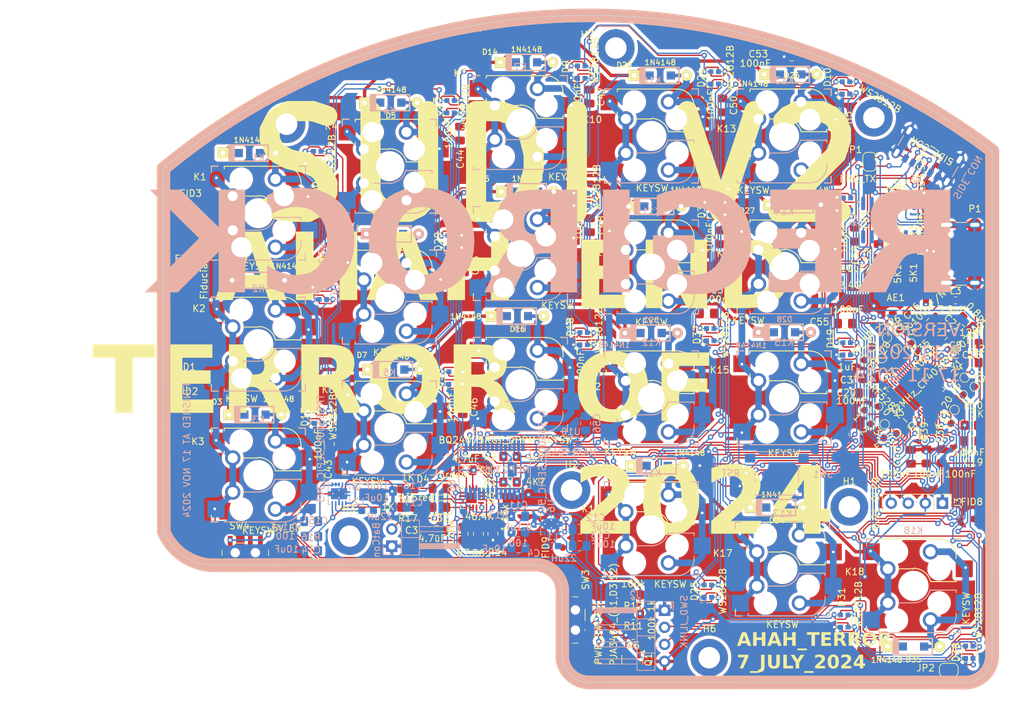
<source format=kicad_pcb>
(kicad_pcb (version 20240108) (generator "pcbnew") (generator_version "8.0")
  (title_block (title "SUDI V2 - REGIROX") (date "2024-07-07") (rev "1") (company "AHAH_TERROR"))
  (layers (0 "F.Cu" signal) (31 "B.Cu" signal) (34 "B.Paste" user) (35 "F.Paste" user) (36 "B.SilkS" user "B.Silkscreen") (37 "F.SilkS" user "F.Silkscreen") (38 "B.Mask" user) (39 "F.Mask" user) (44 "Edge.Cuts" user))
  (net 0 "")
  (net 1 "row1")
  (net 2 "Net-(D1-A)")
  (net 3 "row2")
  (net 4 "Net-(D2-A)")
  (net 5 "row3")
  (net 6 "Net-(D3-A)")
  (net 7 "Net-(D7-A)")
  (net 8 "Net-(D14-A)")
  (net 9 "Net-(D15-A)")
  (net 10 "Net-(D20-A)")
  (net 11 "Net-(D21-A)")
  (net 12 "Net-(D26-A)")
  (net 13 "Net-(D27-A)")
  (net 14 "Net-(AE1-A)")
  (net 15 "/P0.03{slash}AIN1")
  (net 16 "+3.3V")
  (net 17 "/P0.04{slash}AIN2")
  (net 18 "/P0.22")
  (net 19 "/P0.27")
  (net 20 "/P0.24")
  (net 21 "Net-(U7-XC1)")
  (net 22 "Net-(U7-XC2)")
  (net 23 "Net-(U7-DEC4)")
  (net 24 "+5V")
  (net 25 "GND")
  (net 26 "col1")
  (net 27 "col2")
  (net 28 "col3")
  (net 29 "col4")
  (net 30 "col5")
  (net 31 "col6")
  (net 32 "SDA")
  (net 33 "SCL")
  (net 39 "Net-(U7-DEC1)")
  (net 40 "Net-(U7-DEC2)")
  (net 41 "Net-(U7-DEC3)")
  (net 42 "Net-(U7-ANT)")
  (net 43 "/P0.31{slash}AIN7")
  (net 44 "/P0.20")
  (net 45 "/P0.30{slash}AIN6")
  (net 46 "/P0.01{slash}XL2")
  (net 47 "/P0.25")
  (net 48 "/P0.00{slash}XL1")
  (net 49 "/P0.05{slash}AIN3")
  (net 50 "Net-(D4-K)")
  (net 51 "Net-(D10-DOUT)")
  (net 52 "Net-(D11-DOUT)")
  (net 53 "Net-(D12-DOUT)")
  (net 54 "Net-(D17-DOUT)")
  (net 55 "Net-(D18-DOUT)")
  (net 56 "Net-(D23-DOUT)")
  (net 57 "Net-(D24-DOUT)")
  (net 58 "+BATT")
  (net 59 "TX")
  (net 60 "VBUS")
  (net 61 "VDD")
  (net 62 "Net-(SW4-A)")
  (net 63 "Net-(U9-EN)")
  (net 64 "Net-(D4-A)")
  (net 65 "/P0.26")
  (net 66 "Net-(P1-D-)")
  (net 67 "Net-(P1-VCONN)")
  (net 68 "/P0.23")
  (net 69 "/P0.02{slash}AIN0")
  (net 70 "/SWDIO")
  (net 71 "/SWCLK")
  (net 72 "/P0.29{slash}AIN5")
  (net 73 "/P0.28{slash}AIN4")
  (net 74 "/P0.19")
  (net 75 "Net-(U7-P0.21{slash}~{RESET})")
  (net 76 "Net-(P1-D+)")
  (net 90 "Net-(D5-A)")
  (net 91 "Net-(D6-A)")
  (net 92 "Net-(D11-DIN)")
  (net 93 "Net-(D12-DIN)")
  (net 94 "Net-(P1-CC)")
  (net 95 "RX")
  (net 96 "/DOUT1")
  (net 97 "/DOUT2")
  (net 98 "Net-(D13-DOUT)")
  (net 99 "Net-(D16-A)")
  (net 100 "Net-(D19-DOUT)")
  (net 101 "Net-(D22-A)")
  (net 102 "Net-(D25-DOUT)")
  (net 103 "Net-(D28-A)")
  (net 104 "Net-(D29-DOUT)")
  (net 105 "Net-(D30-DOUT)")
  (net 106 "Net-(D31-DOUT)")
  (net 107 "Net-(D32-K)")
  (net 108 "Net-(D32-A)")
  (net 109 "Net-(D33-A)")
  (net 110 "Net-(D34-A)")
  (net 111 "Net-(D35-A)")
  (net 112 "Net-(Q2-S)")
  (net 115 "Net-(U6-L1)")
  (net 116 "Net-(U6-L2)")
  (net 117 "Net-(U9-L2)")
  (net 118 "Net-(U9-L1)")
  (net 119 "Net-(Q2-D)")
  (net 120 "Net-(Q1-G)")
  (net 121 "/SYSOFF")
  (net 122 "/TMR")
  (net 123 "/ILIM")
  (net 124 "Net-(SW3-A)")
  (net 125 "/ISET")
  (net 126 "Net-(SW4-B)")
  (net 137 "END_TX")
  (net 138 "Net-(D38-DOUT)")
  (footprint "Button_Switch_SMD:SW_SPDT_PCM12" (layer "F.Cu") (at 120.65 125.35)
    (property "Reference" "SW4")
    (property "Value" "5V_EN")
  )
  (footprint "keyswitches.pretty-master:Kailh_socket_MX_optional_reversible_platemount" (layer "F.Cu") (at 181.09 122.11)
    (property "Reference" "K16")
    (property "Value" "KEYSW")
  )
  (footprint "Inductor_SMD:L_0603_1608Metric_Pad1.05x0.95mm_HandSolder" (layer "F.Cu") (at 214.620002 76.249998 -90)
    (property "Reference" "FB1")
    (property "Value" "60R@100Mhz")
  )
  (footprint "Resistor_SMD:R_0805_2012Metric_Pad1.20x1.40mm_HandSolder" (layer "F.Cu") (at 228.7 106.7 180)
    (property "Reference" "R10")
    (property "Value" "1K")
  )
  (footprint "TestPoint:TestPoint_Pad_D1.0mm" (layer "F.Cu") (at 215.400001 96.700001 -120)
    (property "Reference" "TP16" (hide yes))
    (property "Value" "29")
  )
  (footprint "Capacitor_SMD:C_0805_2012Metric_Pad1.18x1.45mm_HandSolder" (layer "F.Cu") (at 191.45 78.7 -90)
    (property "Reference" "C51")
    (property "Value" "100nF")
  )
  (footprint "Connector_USB:USB_C_Receptacle_GCT_USB4125-xx-x-0190_6P_TopMnt_Horizontal" (layer "F.Cu") (at 222.8025 65.665144 150)
    (property "Reference" "J1")
    (property "Value" "SIDE_CON")
  )
  (footprint "LED_SMD:LED_WS2812B-2020_PLCC4_2.0x2.0mm" (layer "F.Cu") (at 131.5 105.45 90)
    (property "Reference" "D17")
    (property "Value" "WS2812B")
  )
  (footprint "Capacitor_SMD:C_0805_2012Metric_Pad1.18x1.45mm_HandSolder" (layer "F.Cu") (at 149.15 122.4 180)
    (property "Reference" "C3")
    (property "Value" "4.7uF")
  )
  (footprint "Fiducial:Fiducial_1mm_Mask3mm" (layer "F.Cu") (at 167.89 124.91 90)
    (property "Reference" "FID9")
    (property "Value" "Fiducial" (hide yes))
  )
  (footprint "canadian_footprints:D_SOD123_axial-dual" (layer "F.Cu") (at 201.8 54.45)
    (property "Reference" "D26")
    (property "Value" "1N4148")
  )
  (footprint "keyswitches.pretty-master:Kailh_socket_MX_optional_reversible_platemount" (layer "F.Cu") (at 161.59 100.61)
    (property "Reference" "K9")
    (property "Value" "KEYSW")
  )
  (footprint "Fiducial:Fiducial_1mm_Mask3mm" (layer "F.Cu") (at 111.69 104.71 90)
    (property "Reference" "FID2")
    (property "Value" "Fiducial" (hide yes))
  )
  (footprint "MountingHole:MountingHole_3.2mm_M3_DIN965_Pad" (layer "F.Cu") (at 169.2 116.35)
    (property "Reference" "H2")
    (property "Value" "MountingHole_Pad" (hide yes))
  )
  (footprint "MountingHole:MountingHole_3.2mm_M3_DIN965_Pad" (layer "F.Cu") (at 210.55 118.85)
    (property "Reference" "H1")
    (property "Value" "MountingHole_Pad" (hide yes))
  )
  (footprint "LED_SMD:LED_WS2812B-2020_PLCC4_2.0x2.0mm" (layer "F.Cu") (at 171 93.8 90)
    (property "Reference" "D18")
    (property "Value" "WS2812B")
  )
  (footprint "Capacitor_SMD:C_0805_2012Metric_Pad1.18x1.45mm_HandSolder" (layer "F.Cu") (at 218.05 90.35 180)
    (property "Reference" "C57")
    (property "Value" "1.5pF")
  )
  (footprint "MountingHole:MountingHole_3.2mm_M3_DIN965_Pad" (layer "F.Cu") (at 214.2 60.9 90)
    (property "Reference" "H5")
    (property "Value" "MountingHole_Pad" (hide yes))
  )
  (footprint "keyswitches.pretty-master:Kailh_socket_MX_optional_reversible_platemount" (layer "F.Cu") (at 161.59 81.11)
    (property "Reference" "K8")
    (property "Value" "KEYSW")
  )
  (footprint "TestPoint:TestPoint_Pad_D1.0mm" (layer "F.Cu") (at 215.65 108.65 -45)
    (property "Reference" "TP5" (hide yes))
    (property "Value" "4")
  )
  (footprint "Capacitor_SMD:C_0805_2012Metric_Pad1.18x1.45mm_HandSolder" (layer "F.Cu") (at 128.85 85.15 -90)
    (property "Reference" "C42")
    (property "Value" "100nF")
  )
  (footprint "Fiducial:Fiducial_1mm_Mask3mm" (layer "F.Cu") (at 112.69 75.21 90)
    (property "Reference" "FID3")
    (property "Value" "Fiducial" (hide yes))
  )
  (footprint "Capacitor_SMD:C_0805_2012Metric_Pad1.18x1.45mm_HandSolder" (layer "F.Cu") (at 132.85 70.9 -90)
    (property "Reference" "C41")
    (property "Value" "100nF")
  )
  (footprint "keyswitches.pretty-master:Kailh_socket_MX_optional_reversible_platemount" (layer "F.Cu") (at 220.09 130.61)
    (property "Reference" "K18")
    (property "Value" "KEYSW")
  )
  (footprint "keyswitches.pretty-master:Kailh_socket_MX_optional_reversible_platemount" (layer "F.Cu") (at 181.09 102.61)
    (property "Reference" "K12")
    (property "Value" "KEYSW")
  )
  (footprint "MountingHole:MountingHole_3.2mm_M3_DIN965_Pad" (layer "F.Cu") (at 136.19 123.21 90)
    (property "Reference" "H3")
    (property "Value" "MountingHole_Pad" (hide yes))
  )
  (footprint "keyswitches.pretty-master:Kailh_socket_MX_optional_reversible_platemount" (layer "F.Cu") (at 200.84 83.11)
    (property "Reference" "K14")
    (property "Value" "KEYSW")
  )
  (footprint "canadian_footprints:D_SOD123_axial-dual" (layer "F.Cu") (at 181.95 112.75)
    (property "Reference" "D33")
    (property "Value" "1N4148")
  )
  (footprint "Capacitor_SMD:C_0805_2012Metric_Pad1.18x1.45mm_HandSolder" (layer "F.Cu") (at 133.15 109.5 -90)
    (property "Reference" "C43")
    (property "Value" "100nF")
  )
  (footprint "Capacitor_SMD:C_0805_2012Metric_Pad1.18x1.45mm_HandSolder" (layer "F.Cu") (at 219.724998 111.387499 -90)
    (property "Reference" "C40")
    (property "Value" "100nF")
  )
  (footprint "Resistor_SMD:R_0805_2012Metric_Pad1.20x1.40mm_HandSolder" (layer "F.Cu") (at 217.770002 80.749998 -90)
    (property "Reference" "R4")
    (property "Value" "5K1")
  )
  (footprint "LED_SMD:LED_WS2812B-2020_PLCC4_2.0x2.0mm" (layer "F.Cu") (at 189.5 131.4 90)
    (property "Reference" "D25")
    (property "Value" "WS2812B")
  )
  (footprint "Capacitor_SMD:C_0805_2012Metric_Pad1.18x1.45mm_HandSolder" (layer "F.Cu") (at 153.45 113.4 180)
    (property "Reference" "C1")
    (property "Value" "4.7uF")
  )
  (footprint "Capacitor_SMD:C_0805_2012Metric_Pad1.18x1.45mm_HandSolder" (layer "F.Cu") (at 228.75 94.55 180)
    (property "Reference" "C18")
    (property "Value" "12pF")
  )
  (footprint "keyswitches.pretty-master:Kailh_socket_MX_optional_reversible_platemount" (layer "F.Cu") (at 161.59 61.61)
    (property "Reference" "K7")
    (property "Value" "KEYSW")
  )
  (footprint "canadian_footprints:D_SOD123_axial-dual" (layer "F.Cu") (at 122.59 85.11)
    (property "Reference" "D2")
    (property "Value" "1N4148")
  )
  (footprint "Capacitor_SMD:C_0805_2012Metric_Pad1.18x1.45mm_HandSolder" (layer "F.Cu") (at 228.700001 109.049998)
    (property "Reference" "C19")
    (property "Value" "100nF")
  )
  (footprint "Fiducial:Fiducial_1mm_Mask3mm" (layer "F.Cu") (at 112.199999 84.999999 90)
    (property "Reference" "FID6")
    (property "Value" "Fiducial")
  )
  (footprint "TestPoint:TestPoint_Pad_D1.0mm" (layer "F.Cu") (at 213.9 94.950002 -120)
    (property "Reference" "TP17" (hide yes))
    (property "Value" "30")
  )
  (footprint "Fiducial:Fiducial_1mm_Mask3mm" (layer "F.Cu") (at 210.24 140.11 90)
    (property "Reference" "FID7" (hide yes))
    (property "Value" "Fiducial" (hide yes))
  )
  (footprint "Fiducial:Fiducial_1mm_Mask3mm" (layer "F.Cu") (at 183.59 49.51 90)
    (property "Reference" "FID5" (hide yes))
    (property "Value" "Fiducial" (hide yes))
  )
  (footprint "keyswitches.pretty-master:Kailh_socket_MX_optional_reversible_platemount" (layer "F.Cu") (at 142.09 107.11)
    (property "Reference" "K6")
    (property "Value" "KEYSW")
  )
  (footprint "Resistor_SMD:R_0805_2012Metric_Pad1.20x1.40mm_HandSolder" (layer "F.Cu") (at 178.4 134.900001 180)
    (property "Reference" "R11")
    (property "Value" "1k")
  )
  (footprint "keyswitches.pretty-master:Kailh_socket_MX_optional_reversible_platemount" (layer "F.Cu") (at 142.09 87.61)
    (property "Reference" "K5")
    (property "Value" "KEYSW")
  )
  (footprint "TestPoint:TestPoint_Pad_D1.0mm" (layer "F.Cu") (at 227.449999 102.200001 135)
    (property "Reference" "TP9" (hide yes))
    (property "Value" "22")
  )
  (footprint "canadian_footprints:D_SOD123_axial-dual" (layer "F.Cu") (at 181.6 74.1)
    (property "Reference" "D21")
    (property "Value" "1N4148")
  )
  (footprint "keyswitches.pretty-master:Kailh_socket_MX_optional_reversible_platemount" (layer "F.Cu") (at 122.59 94.61)
    (property "Reference" "K2")
    (property "Value" "KEYSW")
  )
  (footprint "keyswitches.pretty-master:Kailh_socket_MX_optional_reversible_platemount" (layer "F.Cu") (at 181.09 63.61)
    (property "Reference" "K10")
    (property "Value" "KEYSW")
  )
  (footprint "Resistor_SMD:R_0805_2012Metric_Pad1.20x1.40mm_HandSolder" (layer "F.Cu") (at 178.399999 131.949998 180)
    (property "Reference" "R12")
    (property "Value" "100k")
  )
  (footprint "Capacitor_SMD:C_0805_2012Metric_Pad1.18x1.45mm_HandSolder" (layer "F.Cu") (at 222.024999 111.3375 -90)
    (property "Reference" "C39")
    (property "Value" "100nF")
  )
  (footprint "LED_SMD:LED_WS2812B-2020_PLCC4_2.0x2.0mm" (layer "F.Cu") (at 131.35 66.8 90)
    (property "Reference" "D8")
    (property "Value" "WS2812B")
  )
  (footprint "Resistor_SMD:R_0805_2012Metric_Pad1.20x1.40mm_HandSolder" (layer "F.Cu") (at 178.4 137.85 180)
    (property "Reference" "R5")
    (property "Value" "100k")
  )
  (footprint "RF_Antenna:Texas_SWRA117D_2.4GHz_Left" (layer "F.Cu") (at 219.85 88.7)
    (property "Reference" "AE1")
    (property "Value" "2.4GHz")
  )
  (footprint "Capacitor_SMD:C_0805_2012Metric_Pad1.18x1.45mm_HandSolder" (layer "F.Cu") (at 214.900004 80.749998 -90)
    (property "Reference" "C2")
    (property "Value" "10uF/5V")
  )
  (footprint "LED_SMD:LED_WS2812B-2020_PLCC4_2.0x2.0mm" (layer "F.Cu") (at 151.5 99.65 90)
    (property "Reference" "D36")
    (property "Value" "WS2812B")
  )
  (footprint "LED_SMD:LED_WS2812B-2020_PLCC4_2.0x2.0mm" (layer "F.Cu") (at 151.35 79.35 90)
    (property "Reference" "D29")
    (property "Value" "WS2812B")
  )
  (footprint "Capacitor_SMD:C_0805_2012Metric_Pad1.18x1.45mm_HandSolder" (layer "F.Cu") (at 213 101.9)
    (property "Reference" "C20")
    (property "Value" "100nF")
  )
  (footprint "TestPoint:TestPoint_Pad_D1.0mm" (layer "F.Cu") (at 218.050002 92.450001 -150)
    (property "Reference" "TP13" (hide yes))
    (property "Value" "26")
  )
  (footprint "Capacitor_SMD:C_0805_2012Metric_Pad1.18x1.45mm_HandSolder" (layer "F.Cu") (at 211.35 78.3 -90)
    (property "Reference" "C54")
    (property "Value" "100nF")
  )
  (footprint "Resistor_SMD:R_0805_2012Metric_Pad1.20x1.40mm_HandSolder" (layer "F.Cu") (at 160.05 115.16)
    (property "Reference" "R1")
    (property "Value" "4K7")
  )
  (footprint "Capacitor_SMD:C_0805_2012Metric_Pad1.18x1.45mm_HandSolder" (layer "F.Cu") (at 152.6 63.25 -90)
    (property "Reference" "C44")
    (property "Value" "100nF")
  )
  (footprint "TestPoint:TestPoint_Pad_D1.0mm" (layer "F.Cu") (at 227.7 99.6 -135)
    (property "Reference" "TP11" (hide yes))
    (property "Value" "24")
  )
  (footprint "Resistor_SMD:R_0805_2012Metric_Pad1.20x1.40mm_HandSolder" (layer "F.Cu") (at 144.85 118.899999 180)
    (property "Reference" "R17")
    (property "Value" "1K")
  )
  (footprint "LED_SMD:LED_WS2812B-2020_PLCC4_2.0x2.0mm" (layer "F.Cu") (at 209.8 135.85 90)
    (property "Reference" "D31")
    (property "Value" "WS2812B")
  )
  (footprint "Jumper:SolderJumper-2_P1.3mm_Open_RoundedPad1.0x1.5mm" (layer "F.Cu") (at 213.55 67.45 90)
    (property "Reference" "JP1")
    (property "Value" "END_TX")
  )
  (footprint "keyswitches.pretty-master:Kailh_socket_MX_optional_reversible_platemount" (layer "F.Cu") (at 200.84 63.61)
    (property "Reference" "K13")
    (property "Value" "KEYSW")
  )
  (footprint "Resistor_SMD:R_0805_2012Metric_Pad1.20x1.40mm_HandSolder" (layer "F.Cu") (at 220.2 80.75 -90)
    (property "Reference" "R3")
    (property "Value" "5K1")
  )
  (footprint "Connector_USB:USB_C_Receptacle_GCT_USB4105-xx-A_16P_TopMnt_Horizontal" (layer "F.Cu") (at 228.14 81.16 90)
    (property "Reference" "P1")
    (property "Value" "USB_C_Plug_USB2.0")
  )
  (footprint "TestPoint:TestPoint_Pad_D1.0mm" (layer "F.Cu") (at 213.7 106.5 -45)
    (property "Reference" "TP3" (hide yes))
    (property "Value" "2")
  )
  (footprint "canadian_footprints:D_SOD123_axial-dual" (layer "F.Cu") (at 199.75 118.95)
    (property "Reference" "D34")
    (property "Value" "1N4148")
  )
  (footprint "Capacitor_SMD:C_0805_2012Metric_Pad1.18x1.45mm_HandSolder" (layer "F.Cu") (at 153.2 82.9 -90)
    (property "Reference" "C45")
    (property "Value" "100nF")
  )
  (footprint "Capacitor_SMD:C_0805_2012Metric_Pad1.18x1.45mm_HandSolder" (layer "F.Cu") (at 228.05 91.35 135)
    (property "Reference" "C21")
    (property "Value" "0.8pF")
  )
  (footprint "Resistor_SMD:R_0805_2012Metric_Pad1.20x1.40mm_HandSolder" (layer "F.Cu") (at 157.5 122.85 -90)
    (property "Reference" "R14")
    (property "Value" "1.13k")
  )
  (footprint "Package_DFN_QFN:QFN-48-1EP_6x6mm_P0.4mm_EP4.6x4.6mm" (layer "F.Cu") (at 220.4 101.35 45)
    (property "Reference" "U7")
    (property "Value" "nRF52832-QFxx")
  )
  (footprint "TestPoint:TestPoint_Pad_D1.0mm" (layer "F.Cu") (at 217.650001 95.300002 -120)
    (property "Reference" "TP15" (hide yes))
    (property "Value" "28")
  )
  (footprint "Crystal:Crystal_SMD_2016-4Pin_2.0x1.6mm" (layer "F.Cu") (at 225.1 96.3 -135)
    (property "Reference" "Y1")
    (property "Value" "32MHz_CF4032M00020001")
  )
  (footprint "keyswitches.pretty-master:Kailh_socket_MX_optional_reversible_platemount" (layer "F.Cu") (at 122.59 114.11)
    (property "Reference" "K3")
    (property "Value" "KEYSW")
  )
  (footprint "Fiducial:Fiducial_1mm_Mask3mm" (layer "F.Cu") (at 112.3 94.1 180)
    (property "Reference" "FID1")
    (property "Value" "Fiducial" (hide yes))
  )
  (footprint "Resistor_SMD:R_0805_2012Metric_Pad1.20x1.40mm_HandSolder" (layer "F.Cu") (at 160.05 111.35)
    (property "Reference" "R2")
    (property "Value" "4K7")
  )
  (footprint "keyswitches.pretty-master:Kailh_socket_MX_optional_reversible_platemount" (layer "F.Cu") (at 200.84 102.61)
    (property "Reference" "K15")
    (property "Value" "KEYSW")
  )
  (footprint "Package_DFN_QFN:VQFN-16-1EP_3x3mm_P0.5mm_EP1.6x1.6mm" (layer "F.Cu") (at 154.3 117.5 -90)
    (property "Reference" "U5")
    (property "Value" "BQ24075RGT_DPPM")
  )
  (footprint "Capacitor_SMD:C_0805_2012Metric_Pad1.18x1.45mm_HandSolder" (layer "F.Cu") (at 189.35 90.05 180)
    (property "Reference" "C52")
    (property "Value" "100nF")
  )
  (footprint "Capacitor_SMD:C_0805_2012Metric_Pad1.18x1.45mm_HandSolder" (layer "F.Cu") (at 224.450002 93.250001 -135)
    (property "Reference" "C35")
    (property "Value" "100nF")
  )
  (footprint "Capacitor_SMD:C_0805_2012Metric_Pad1.18x1.45mm_HandSolder" (layer "F.Cu") (at 171.95 76.9 -90)
    (property "Reference" "C48")
    (property "Value" "100nF")
  )
  (footprint "Capacitor_SMD:C_0805_2012Metric_Pad1.18x1.45mm_HandSolder" (layer "F.Cu") (at 201.95 51.7 180)
    (property "Reference" "C53")
    (property "Value" "100nF")
  )
  (footprint "canadian_footprints:D_SOD123_axial-dual" (layer "F.Cu") (at 162.5 52.65)
    (property "Reference" "D14")
    (property "Value" "1N4148")
  )
  (footprint "canadian_footprints:D_SOD123_axial-dual" (layer "F.Cu") (at 142.75 98.4)
    (property "Reference" "D7")
    (property "Value" "1N4148")
  )
  (footprint "LED_SMD:LED_WS2812B-2020_PLCC4_2.0x2.0mm" (layer "F.Cu") (at 170.65 54.1 90)
    (property "Reference" "D9")
    (property "Value" "WS2812B")
  )
  (footprint "canadian_footprints:D_SOD123_axial-dual" (layer "F.Cu") (at 121.25 66.15)
    (property "Reference" "D1")
    (property "Value" "1N4148")
  )
  (footprint "Capacitor_SMD:C_0805_2012Metric_Pad1.18x1.45mm_HandSolder" (layer "F.Cu") (at 222.717589 91.446882 -135)
    (property "Reference" "C36")
    (property "Value" "100nF/NC")
  )
  (footprint "Package_TO_SOT_SMD:SOT-23" (layer "F.Cu") (at 218.25 73.15)
    (property "Reference" "Q2")
    (property "Value" "PJA3405_(G1,D3,S2)")
  )
  (footprint "canadian_footprints:D_SOD123_axial-dual" (layer "F.Cu") (at 182.4 54.6)
    (property "Reference" "D20")
    (property "Value" "1N4148")
  )
  (footprint "LED_SMD:LED_WS2812B-2020_PLCC4_2.0x2.0mm" (layer "F.Cu") (at 228.4 140.5 90)
    (property "Reference" "D38")
    (property "Value" "WS2812B")
  )
  (footprint "keyswitches.pretty-master:Kailh_socket_MX_optional_reversible_platemount" (layer "F.Cu") (at 200.59 128.11)
    (property "Reference" "K17")
    (property "Value" "KEYSW")
  )
  (footprint "Capacitor_SMD:C_0805_2012Metric_Pad1.18x1.45mm_HandSolder" (layer "F.Cu") (at 228.75 97.35 180)
    (property "Reference" "C8")
    (property "Value" "12pF")
  )
  (footprint "LED_SMD:LED_0805_2012Metric_Pad1.15x1.40mm_HandSolder" (layer "F.Cu") (at 149.549999 116.1 180)
    (property "Reference" "D4")
    (property "Value" "green")
  )
  (footprint "canadian_footprints:D_SOD123_axial-dual" (layer "F.Cu") (at 162.65 71.9)
    (property "Reference" "D15")
    (property "Value" "1N4148")
  )
  (footprint "MountingHole:MountingHole_3.2mm_M3_DIN965_Pad" (layer "F.Cu") (at 126.79 61.86 90)
    (property "Reference" "H4")
    (property "Value" "MountingHole_Pad" (hide yes))
  )
  (footprint "TestPoint:TestPoint_Pad_D1.0mm" (layer "F.Cu") (at 212.750001 97.000001 -120)
    (property "Reference" "TP18" (hide yes))
    (property "Value" "31")
  )
  (footprint "Capacitor_SMD:C_0805_2012Metric_Pad1.18x1.45mm_HandSolder" (layer "F.Cu") (at 171.9 57.75 -90)
    (property "Reference" "C47")
    (property "Value" "100nF")
  )
  (footprint "Capacitor_SMD:C_0805_2012Metric_Pad1.18x1.45mm_HandSolder" (layer "F.Cu") (at 191.65 59.05 -90)
    (property "Reference" "C50")
    (property "Value" "100nF")
  )
  (footprint "LED_SMD:LED_WS2812B-2020_PLCC4_2.0x2.0mm" (layer "F.Cu") (at 210.05 56.45 90)
    (property "Reference" "D10")
    (property "Value" "WS2812B")
  )
  (footprint "LED_SMD:LED_WS2812B-2020_PLCC4_2.0x2.0mm" (layer "F.Cu") (at 190.5 54.95 90)
    (property "Reference" "D24")
    (property "Value" "WS2812B")
  )
  (footprint "Capacitor_SMD:C_0805_2012Metric_Pad1.18x1.45mm_HandSolder" (layer "F.Cu") (at 153 104 -90)
    (property "Reference" "C46")
    (property "Value" "100nF")
  )
  (footprint "Capacitor_SMD:C_0805_2012Metric_Pad1.18x1.45mm_HandSolder" (layer "F.Cu") (at 213.55 99.7)
    (property "Reference" "C37")
    (property "Value" "1uF")
  )
  (footprint "TestPoint:TestPoint_Pad_D1.0mm" (layer "F.Cu") (at 215.8 106.55 -45)
    (property "Reference" "TP4" (hide yes))
    (property "Value" "3")
  )
  (footprint "Resistor_SMD:R_0805_2012Metric_Pad1.20x1.40mm_HandSolder" (layer "F.Cu") (at 144.85 116.099999 180)
    (property "Reference" "R15")
    (property "Value" "1K")
  )
  (footprint "canadian_footprints:D_SOD123_axial-dual" (layer "F.Cu") (at 142.3 58.65)
    (property "Reference" "D5")
    (property "Value" "1N4148")
  )
  (footprint "LED_SMD:LED_WS2812B-2020_PLCC4_2.0x2.0mm" (layer "F.Cu") (at 210.15 95.3 90)
    (property "Reference" "D19")
    (property "Value" "WS2812B" (hide yes))
  )
  (footprint "Resistor_SMD:R_0805_2012Metric_Pad1.20x1.40mm_HandSolder" (layer "F.Cu") (at 155.35 122.85 -90)
    (property "Reference" "R6")
    (property "Value" "46.4K")
  )
  (footprint "TestPoint:TestPoint_Pad_D1.0mm" (layer "F.Cu") (at 226.2 104.4 60)
    (property "Reference" "TP8" (hide yes))
    (property "Value" "20")
  )
  (footprint "keyswitches.pretty-master:Kailh_socket_MX_optional_reversible_platemount" (layer "F.Cu") (at 142.09 68.11)
    (property "Reference" "K4")
    (property "Value" "KEYSW")
  )
  (footprint "TestPoint:TestPoint_Pad_D1.0mm" (layer "F.Cu") (at 212.8 104.45 -45)
    (property "Reference" "TP2" (hide yes))
    (property "Value" "1")
  )
  (footprint "Capacitor_SMD:C_0805_2012Metric_Pad1.18x1.45mm_HandSolder" (layer "F.Cu") (at 172.25 97.8 -90)
    (property "Reference" "C49")
    (property "Value" "100nF")
  )
  (footprint "TestPoint:TestPoint_Pad_D1.0mm" (layer "F.Cu") (at 214.85 103.9 -45)
    (property "Reference" "TP1" (hide yes))
    (property "Value" "0")
  )
  (footprint "TestPoint:TestPoint_Pad_D1.0mm" (layer "F.Cu") (at 217.55 107.9 -45)
    (property "Reference" "TP6" (hide yes))
    (property "Value" "5")
  )
  (footprint "Jumper:SolderJumper-2_P1.3mm_Open_RoundedPad1.0x1.5mm" (layer "F.Cu") (at 225.35 143.15)
    (property "Reference" "JP2")
    (property "Value" "END_TX")
  )
  (footprint "LED_SMD:LED_WS2812B-2020_PLCC4_2.0x2.0mm" (layer "F.Cu") (at 190.55 74.45 90)
    (property "Reference" "D30")
    (property "Value" "WS2812B")
  )
  (footprint "Button_Switch_SMD:SW_SPDT_PCM12" (layer "F.Cu") (at 170.1 135.7 -90)
    (property "Reference" "SW3")
    (property "Value" "PWR_SWITCH")
  )
  (footprint "TestPoint:TestPoint_Pad_D1.0mm" (layer "F.Cu") (at 219.699999 94.500001 -60)
    (property "Reference" "TP12" (hide yes))
    (property "Value" "25")
  )
  (footprint "canadian_footprints:D_SOD123_axial-dual" (layer "F.Cu") (at 202.4 73.85)
    (property "Reference" "D27")
    (property "Value" "1N4148")
  )
  (footprint "Resistor_SMD:R_0805_2012Metric_Pad1.20x1.40mm_HandSolder" (layer "F.Cu") (at 153.05 122.85 -90)
    (property "Reference" "R7")
    (property "Value" "1.18k")
  )
  (footprint "TestPoint:TestPoint_Pad_D1.0mm" (layer "F.Cu") (at 229.2 100.95 135)
    (property "Reference" "TP10" (hide yes))
    (property "Value" "23 ")
  )
  (footprint "LED_SMD:LED_0805_2012Metric_Pad1.15x1.40mm_HandSolder" (layer "F.Cu") (at 149.55 118.9 180)
    (property "Reference" "D32")
    (property "Value" "red")
  )
  (footprint "LED_SMD:LED_WS2812B-2020_PLCC4_2.0x2.0mm" (layer "F.Cu") (at 151.2 59.25 90)
    (property "Reference" "D23")
    (property "Value" "WS2812B")
  )
  (footprint "canadian_footprints:D_SOD123_axial-dual" (layer "F.Cu") (at 122.09 105.11)
    (property "Reference" "D3")
    (property "Value" "1N4148")
  )
  (footprint "Package_TO_SOT_SMD:SOT-23" (layer "F.Cu") (at 178.249999 141.6 -90)
    (property "Reference" "Q1")
    (property "Value" "PJA3404_(G1,D3,S2)")
  )
  (footprint "LED_SMD:LED_WS2812B-2020_PLCC4_2.0x2.0mm" (layer "F.Cu") (at 210.2 73.75 90)
    (property "Reference" "D13")
    (property "Value" "WS2812B" (hide yes))
  )
  (footprint "canadian_footprints:D_SOD123_axial-dual" (layer "F.Cu") (at 161.15 90.45)
    (property "Reference" "D16")
    (property "Value" "1N4148")
  )
  (footprint "TestPoint:TestPoint_Pad_D1.0mm" (layer "F.Cu") (at 225.65 106.45 60)
    (property "Reference" "TP7" (hide yes))
    (property "Value" "19")
  )
  (footprint "Capacitor_SMD:C_0805_2012Metric_Pad1.18x1.45mm_HandSolder" (layer "F.Cu") (at 209.9 91.55 180)
    (property "Reference" "C55")
    (property "Value" "100nF")
  )
  (footprint "Inductor_SMD:L_0603_1608Metric_Pad1.05x0.95mm_HandSolder" (layer "F.Cu") (at 226.35 88.1)
    (property "Reference" "L3")
    (property "Value" "3.9nH")
  )
  (footprint "Fiducial:Fiducial_1mm_Mask3mm" (layer "F.Cu") (at 228.99 120.66 90)
    (property "Reference" "FID8")
    (property "Value" "Fiducial" (hide yes))
  )
  (footprint "keyswitches.pretty-master:Kailh_socket_MX_optional_reversible_platemount" (layer "F.Cu") (at 181.09 83.11)
    (property "Reference" "K11")
    (property "Value" "KEYSW")
  )
  (footprint "Connector_PinHeader_2.54mm:PinHeader_1x04_P2.54mm_Vertical" (layer "F.Cu") (at 224.4 118.3 -90)
    (property "Reference" "J3")
    (property "Value" "0.91 OLED")
  )
  (footprint "keyswitches.pretty-master:Kailh_socket_MX_optional_reversible_platemount" (layer "F.Cu") (at 122.59 75.11)
    (property "Reference" "K1")
    (property "Value" "KEYSW")
  )
  (footprint "Capacitor_SMD:C_0805_2012Metric_Pad1.18x1.45mm_HandSolder" (layer "F.Cu") (at 224.3 111.3 -90)
    (property "Reference" "C38")
    (property "Value" "100nF")
  )
  (footprint "Fiducial:Fiducial_1mm_Mask3mm" (layer "F.Cu") (at 154 50.35 90)
    (property "Reference" "FID4")
    (property "Value" "Fiducial" (hide yes))
  )
  (footprint "TestPoint:TestPoint_Pad_D1.0mm" (layer "F.Cu") (at 216.149999 93.650004 -150)
    (property "Reference" "TP14" (hide yes))
    (property "Value" "27")
  )
  (footprint "MountingHole:MountingHole_3.2mm_M3_DIN965_Pad" (layer "F.Cu") (at 175.79 50.51 90)
    (property "Reference" "H7")
    (property "Value" "MountingHole_Pad" (hide yes))
  )
  (footprint "canadian_footprints:D_SOD123_axial-dual" (layer "F.Cu") (at 220.1 139.65)
    (property "Reference" "D35")
    (property "Value" "1N4148")
  )
  (footprint "LED_SMD:LED_WS2812B-2020_PLCC4_2.0x2.0mm" (layer "F.Cu") (at 189.85 93.2 90)
    (property "Reference" "D37")
    (property "Value" "WS2812B")
  )
  (footprint "LED_SMD:LED_WS2812B-2020_PLCC4_2.0x2.0mm" (layer "F.Cu") (at 171.05 73.05 90)
    (property "Reference" "D12")
    (property "Value" "WS2812B")
  )
  (footprint "MountingHole:MountingHole_3.2mm_M3_DIN965_Pad" (layer "F.Cu") (at 189.69 141.31 90)
    (property "Reference" "H6")
    (property "Value" "MountingHole_Pad" (hide yes))
  )
  (footprint "canadian_footprints:D_SOD123_axial-dual" (layer "B.Cu") (at 181.05 92.96)
    (property "Reference" "D22")
    (property "Value" "1N4148")
  )
  (footprint "Connector_PinHeader_2.54mm:PinHeader_1x04_P2.54mm_Horizontal" (layer "B.Cu") (at 183.05 134.25 180)
    (property "Reference" "J2")
    (property "Value" "SWD_JLINK")
  )
  (footprint "Capacitor_SMD:C_0805_2012Metric_Pad1.18x1.45mm_HandSolder" (layer "B.Cu") (at 143.65 118.89 180)
    (property "Reference" "C17")
    (property "Value" "10uF")
  )
  (footprint "Package_SO:SOIC-16_3.9x9.9mm_P1.27mm" (layer "B.Cu") (at 217.05 76.15 -90)
    (property "Reference" "U4")
    (property "Value" "CH340C")
  )
  (footprint "Button_Switch_SMD:SW_Push_1P1T_NO_6x6mm_H9.5mm" (layer "B.Cu") (at 199.75 113.85)
    (property "Reference" "SW1")
    (property "Value" "RST")
  )
  (footprint "Capacitor_SMD:C_0805_2012Metric_Pad1.18x1.45mm_HandSolder" (layer "B.Cu") (at 171.3 106.4 90)
    (property "Reference" "C56")
    (property "Value" "0.1uF")
  )
  (footprint "LED_SMD:LED_WS2812B-2020_PLCC4_2.0x2.0mm" (layer "B.Cu") (at 132.193873 87.04653 90)
    (property "Reference" "D11")
    (property "Value" "WS2812B")
  )
  (footprint "Capacitor_SMD:C_0805_2012Metric_Pad1.18x1.45mm_HandSolder" (layer "B.Cu") (at 170.4 124.65 180)
    (property "Reference" "C13")
    (property "Value" "10uF")
  )
  (footprint "Capacitor_SMD:C_0805_2012Metric_Pad1.18x1.45mm_HandSolder" (layer "B.Cu") (at 130.45 125.400001 180)
    (property "Reference" "C14")
    (property "Value" "10uF")
  )
  (footprint "canadian_footprints:D_SOD123_axial-dual" (layer "B.Cu") (at 200.9 92.85)
    (property "Reference" "D28")
    (property "Value" "1N4148")
  )
  (footprint "Package_SON:Texas_DRC0010J_ThermalVias" (layer "B.Cu") (at 166.2 121.389999 90)
    (property "Reference" "U6")
    (property "Value" "TPS63002_SEPIC_5V")
  )
  (footprint "Inductor_SMD:L_0603_1608Metric_Pad1.05x0.95mm_HandSolder" (layer "B.Cu") (at 166.35 124.689999 180)
    (property "Reference" "L1")
    (property "Value" "22uH")
  )
  (footprint "Resistor_SMD:R_0805_2012Metric_Pad1.20x1.40mm_HandSolder" (layer "B.Cu") (at 130.5 123.25 180)
    (property "Reference" "R16")
    (property "Value" "100")
  )
  (footprint "Capacitor_SMD:C_0805_2012Metric_Pad1.18x1.45mm_HandSolder" (layer "B.Cu") (at 161.250001 120.25 180)
    (property "Reference" "C11")
    (property "Value" "0.1uF")
  )
  (footprint "Capacitor_SMD:C_0805_2012Metric_Pad1.18x1.45mm_HandSolder" (layer "B.Cu") (at 170.4 122.200001 180)
    (property "Reference" "C12")
    (property "Value" "10uF")
  )
  (footprint "Connector_PinHeader_2.54mm:PinHeader_1x02_P2.54mm_Horizontal" (layer "B.Cu") (at 142.45 124.7)
    (property "Reference" "J4")
    (property "Value" "BatCon")
  )
  (footprint "Capacitor_SMD:C_0805_2012Metric_Pad1.18x1.45mm_HandSolder" (layer "B.Cu") (at 143.669999 116.5 180)
    (property "Reference" "C16")
    (property "Value" "10uF")
  )
  (footprint "Capacitor_SMD:C_0805_2012Metric_Pad1.18x1.45mm_HandSolder" (layer "B.Cu") (at 130.45 121 180)
    (property "Reference" "C15")
    (property "Value" "0.1uF")
  )
  (footprint "Resistor_SMD:R_0805_2012Metric_Pad1.20x1.40mm_HandSolder" (layer "B.Cu") (at 161.28238 122.584947 180)
    (property "Reference" "R13")
    (property "Value" "100")
  )
  (footprint "Package_SO:SSOP-28_5.3x10.2mm_P0.65mm" (layer "B.Cu") (at 157.74 113.26 -90)
    (property "Reference" "U8")
    (property "Value" "MCP23017_SS")
  )
  (footprint "canadian_footprints:D_SOD123_axial-dual" (layer "B.Cu") (at 142.55 78.2)
    (property "Reference" "D6")
    (property "Value" "1N4148")
  )
  (footprint "Package_SON:Texas_DRC0010J_ThermalVias" (layer "B.Cu") (at 134.6 116.9 90)
    (property "Reference" "U9")
    (property "Value" "TPS63001_SEPIC_3V3")
  )
  (footprint "Connector_USB:USB_C_Receptacle_GCT_USB4125-xx-x-0190_6P_TopMnt_Horizontal" (layer "B.Cu") (at 222.8025 65.665145 -30)
    (property "Reference" "J5")
    (property "Value" "SIDE_CON")
  )
  (footprint "Package_DFN_QFN:DFN-8-1EP_2x2mm_P0.5mm_EP0.8x1.6mm" (layer "B.Cu") (at 169.1 109.6 180)
    (property "Reference" "U10")
    (property "Value" "MAX17048")
  )
  (footprint "Capacitor_SMD:C_0805_2012Metric_Pad1.18x1.45mm_HandSolder" (layer "B.Cu") (at 161.3 124.95 180)
    (property "Reference" "C4")
    (property "Value" "10uF")
  )
  (footprint "Inductor_SMD:L_0603_1608Metric_Pad1.05x0.95mm_HandSolder" (layer "B.Cu") (at 138.85 119.45 180)
    (property "Reference" "L2")
    (property "Value" "22uH")
  )
  (gr_arc (start 163.845848 127.473177) (mid 166.589998 128.559967) (end 167.845847 131.230981) (stroke (width 2)) (layer "B.SilkS"))
  (gr_line (start 228.068985 145.015848) (end 171.834116 144.996791) (stroke (width 2)) (layer "B.SilkS"))
  (gr_arc (start 171.834116 144.996791) (mid 169.089966 143.910001) (end 167.834117 141.238987) (stroke (width 2)) (layer "B.SilkS"))
  (gr_line (start 108.472994 68.476942) (end 108.541399 122.607559) (stroke (width 2)) (layer "B.SilkS"))
  (gr_arc (start 108.472994 68.476942) (mid 169.692351 45.673618) (end 231.839982 65.809985) (stroke (width 2)) (layer "B.SilkS"))
  (gr_line (start 167.845847 131.230981) (end 167.834117 141.238987) (stroke (width 2)) (layer "B.SilkS"))
  (gr_arc (start 231.826789 141.015849) (mid 230.74 143.76) (end 228.068985 145.015848) (stroke (width 2)) (layer "B.SilkS"))
  (gr_line (start 231.826789 141.015849) (end 231.839982 65.809985) (stroke (width 2)) (layer "B.SilkS"))
  (gr_arc (start 115.387389 127.540496) (mid 111.289979 126.009989) (end 108.541399 122.607559) (stroke (width 2)) (layer "B.SilkS"))
  (gr_line (start 163.845848 127.473177) (end 115.387389 127.540496) (stroke (width 2)) (layer "B.SilkS"))
  (gr_arc (start 231.776807 141.015865) (mid 230.690013 143.760021) (end 228.019003 145.015864) (stroke (width 2)) (layer "F.SilkS"))
  (gr_arc (start 108.423012 68.476958) (mid 169.642369 45.673634) (end 231.79 65.810001) (stroke (width 2)) (layer "F.SilkS"))
  (gr_line (start 115.337407 127.540512) (end 163.795866 127.473193) (stroke (width 2)) (layer "F.SilkS"))
  (gr_line (start 108.491417 122.607575) (end 108.423012 68.476958) (stroke (width 2)) (layer "F.SilkS"))
  (gr_arc (start 171.784134 144.996807) (mid 169.039978 143.910012) (end 167.784135 141.239003) (stroke (width 2)) (layer "F.SilkS"))
  (gr_arc (start 115.337407 127.540512) (mid 111.239996 126.010004) (end 108.491417 122.607575) (stroke (width 2)) (layer "F.SilkS"))
  (gr_line (start 231.79 65.810001) (end 231.776807 141.015865) (stroke (width 2)) (layer "F.SilkS"))
  (gr_line (start 171.784134 144.996807) (end 228.019003 145.015864) (stroke (width 2)) (layer "F.SilkS"))
  (gr_line (start 167.784135 141.239003) (end 167.795865 131.230997) (stroke (width 2)) (layer "F.SilkS"))
  (gr_arc (start 163.795866 127.473193) (mid 166.540022 128.559988) (end 167.795865 131.230997) (stroke (width 2)) (layer "F.SilkS"))
  (gr_line (start 171.789999 145.017804) (end 228.032196 145.009999) (stroke (width 0.1)) (layer "Edge.Cuts"))
  (gr_arc (start 115.289999 127.517803) (mid 111.192592 125.987291) (end 108.444009 122.584866) (stroke (width 0.1)) (layer "Edge.Cuts"))
  (gr_arc (start 108.423012 68.476957) (mid 169.642369 45.673633) (end 231.79 65.81) (stroke (width 0.1)) (layer "Edge.Cuts"))
  (gr_arc (start 171.789999 145.017804) (mid 169.045865 143.930997) (end 167.79 141.26) (stroke (width 0.1)) (layer "Edge.Cuts"))
  (gr_arc (start 231.79 141.01) (mid 230.703192 143.754133) (end 228.032196 145.009999) (stroke (width 0.1)) (layer "Edge.Cuts"))
  (gr_line (start 231.79 141.01) (end 231.79 65.81) (stroke (width 0.1)) (layer "Edge.Cuts"))
  (gr_line (start 108.423012 68.476957) (end 108.436178 68.542433) (stroke (width 0.1)) (layer "Edge.Cuts"))
  (gr_arc (start 163.79 127.502196) (mid 166.534134 128.589003) (end 167.789999 131.26) (stroke (width 0.1)) (layer "Edge.Cuts"))
  (gr_line (start 108.436178 68.542433) (end 108.444009 122.584866) (stroke (width 0.1)) (layer "Edge.Cuts"))
  (gr_line (start 167.789999 131.26) (end 167.79 141.26) (stroke (width 0.1)) (layer "Edge.Cuts"))
  (gr_line (start 115.289999 127.517804) (end 163.79 127.502196) (stroke (width 0.1)) (layer "Edge.Cuts"))
  (gr_text "VERSION\n9 11 2023\n17 11 2024\n" (at 227.15 100.5 0) (layer "B.SilkS") (effects (font (size 2 2)) (justify left bottom mirror)))
  (gr_text "REGIROCK" (at 227.5 89.45 0) (layer "B.SilkS") (effects (font (size 15 15) (thickness 0.2) (bold yes)) (justify left bottom mirror)))
  (gr_text "FINISHED AT 17 NOV 2024" (at 112.55 100.3 90) (layer "B.SilkS") (effects (font (size 1 1)) (justify left bottom mirror)))
  (gr_text "END \nOF \n2024" (at 169.4 124.55 0) (layer "F.SilkS") (effects (font (size 10 10) (thickness 0.3) (bold yes)) (justify left bottom)))
  (gr_text "AHAH_TERROR\n7_JULY_2024" (at 193.8 143.25 0) (layer "F.SilkS") (effects (font (size 2 2) (thickness 0.4) (bold yes)) (justify left bottom)))
  (gr_text "SUDI V2" (at 119.45 76.9 0) (layer "F.SilkS") (effects (font (size 15 15) (thickness 3) (bold yes)) (justify left bottom)))
  (gr_text "AHAH\nTERROR" (at 161.15 106.55 0) (layer "F.SilkS") (effects (font (size 10 10) (thickness 0.3) (bold yes)) (justify right bottom)))
  (segment (start 195.9 52.45) (end 197.9 54.45) (width 0.5) (layer "F.Cu") (net 1))
  (segment (start 219.86967 104.9916) (end 219.5 105.36127) (width 0.2) (layer "F.Cu") (net 1))
  (segment (start 210.447058 110.65) (end 215.65 110.65) (width 0.2) (layer "F.Cu") (net 1))
  (segment (start 142.5 52.65) (end 158.6 52.65) (width 0.5) (layer "F.Cu") (net 1))
  (segment (start 163.13566 113.419975) (end 162.969975 113.419975) (width 0.2) (layer "F.Cu") (net 1))
  (segment (start 185.062994 110.85) (end 188.55 110.85) (width 0.2) (layer "F.Cu") (net 1))
  (segment (start 190.15 112.45) (end 192.55 112.45) (width 0.2) (layer "F.Cu") (net 1))
  (segment (start 158.459758 113.75) (end 158.160712 114.049046) (width 0.2) (layer "F.Cu") (net 1))
  (segment (start 192.55 112.45) (end 193.45 111.55) (width 0.2) (layer "F.Cu") (net 1))
  (segment (start 217.219504 112.219504) (end 217.756799 112.219504) (width 0.2) (layer "F.Cu") (net 1))
  (segment (start 171.334314 111.9) (end 164.655635 111.9) (width 0.2) (layer "F.Cu") (net 1))
  (segment (start 171.950001 112.2) (end 171.634314 112.2) (width 0.2) (layer "F.Cu") (net 1))
  (segment (start 175.1 54.6) (end 178.5 54.6) (width 0.5) (layer "F.Cu") (net 1))
  (segment (start 138.4 56.75) (end 142.5 52.65) (width 0.5) (layer "F.Cu") (net 1))
  (segment (start 178.05 112.75) (end 179.3 111.5) (width 0.2) (layer "F.Cu") (net 1))
  (segment (start 193.45 111.55) (end 209.547058 111.55) (width 0.2) (layer "F.Cu") (net 1))
  (segment (start 162.63995 113.75) (end 158.459758 113.75) (width 0.2) (layer "F.Cu") (net 1))
  (segment (start 220.3 107.7) (end 220.3 107.9) (width 0.2) (layer "F.Cu") (net 1))
  (segment (start 181.16005 110.75) (end 181.73995 110.75) (width 0.2) (layer "F.Cu") (net 1))
  (segment (start 181.73995 110.75) (end 181.88995 110.9) (width 0.2) (layer "F.Cu") (net 1))
  (segment (start 170.6 50.1) (end 175.1 54.6) (width 0.5) (layer "F.Cu") (net 1))
  (segment (start 158.6 52.65) (end 161.15 50.1) (width 0.5) (layer "F.Cu") (net 1))
  (segment (start 161.15 50.1) (end 170.6 50.1) (width 0.5) (layer "F.Cu") (net 1))
  (segment (start 220 106.318628) (end 220 107.4) (width 0.2) (layer "F.Cu") (net 1))
  (segment (start 180.65 52.45) (end 195.9 52.45) (width 0.5) (layer "F.Cu") (net 1))
  (segment (start 125.6 57.9) (end 137.65 57.9) (width 0.5) (layer "F.Cu") (net 1))
  (segment (start 188.55 110.85) (end 190.15 112.45) (width 0.2) (layer "F.Cu") (net 1))
  (segment (start 117.35 66.15) (end 125.6 57.9) (width 0.5) (layer "F.Cu") (net 1))
  (segment (start 162.969975 113.419975) (end 162.63995 113.75) (width 0.2) (layer "F.Cu") (net 1))
  (segment (start 178.5 54.6) (end 180.65 52.45) (width 0.5) (layer "F.Cu") (net 1))
  (segment (start 180.41005 111.5) (end 181.16005 110.75) (width 0.2) (layer "F.Cu") (net 1))
  (segment (start 171.634314 112.2) (end 171.334314 111.9) (width 0.2) (layer "F.Cu") (net 1))
  (segment (start 185.012994 110.9) (end 185.062994 110.85) (width 0.2) (layer "F.Cu") (net 1))
  (segment (start 219.5 105.36127) (end 219.5 105.818628) (width 0.2) (layer "F.Cu") (net 1))
  (segment (start 219.5 105.818628) (end 220 106.318628) (width 0.2) (layer "F.Cu") (net 1))
  (segment (start 220.1 107.5) (end 220.3 107.7) (width 0.2) (layer "F.Cu") (net 1))
  (segment (start 181.88995 110.9) (end 185.012994 110.9) (width 0.2) (layer "F.Cu") (net 1))
  (segment (start 164.655635 111.9) (end 163.13566 113.419975) (width 0.2) (layer "F.Cu") (net 1))
  (segment (start 215.65 110.65) (end 217.219504 112.219504) (width 0.2) (layer "F.Cu") (net 1))
  (segment (start 137.65 57.9) (end 138.4 58.65) (width 0.5) (layer "F.Cu") (net 1))
  (segment (start 138.4 58.65) (end 138.4 56.75) (width 0.5) (layer "F.Cu") (net 1))
  (segment (start 220 107.4) (end 220.1 107.5) (width 0.2) (layer "F.Cu") (net 1))
  (segment (start 179.3 111.5) (end 180.41005 111.5) (width 0.2) (layer "F.Cu") (net 1))
  (segment (start 209.547058 111.55) (end 210.447058 110.65) (width 0.2) (layer "F.Cu") (net 1))
  (via (at 171.950001 112.2) (size 0.8) (drill 0.4) (layers "F.Cu" "B.Cu") (net 1))
  (via (at 158.160712 114.049046) (size 0.8) (drill 0.4) (layers "F.Cu" "B.Cu") (net 1))
  (via (at 220.3 107.9) (size 0.8) (drill 0.4) (layers "F.Cu" "B.Cu") (net 1))
  (via (at 217.756799 112.219504) (size 0.8) (drill 0.4) (layers "F.Cu" "B.Cu") (net 1))
  (segment (start 176.2 54.6) (end 178.5 54.6) (width 0.2) (layer "B.Cu") (net 1))
  (segment (start 171.950001 112.2) (end 173.100001 113.35) (width 0.2) (layer "B.Cu") (net 1))
  (segment (start 174.3 111.55) (end 174.3 110.4) (width 0.2) (layer "B.Cu") (net 1))
  (segment (start 176.781371 113.35) (end 175.76005 113.35) (width 0.2) (layer "B.Cu") (net 1))
  (segment (start 218.947812 111.028491) (end 218.947812 109.15) (width 0.2) (layer "B.Cu") (net 1))
  (segment (start 174.3 113.35) (end 174.3 111.55) (width 0.2) (layer "B.Cu") (net 1))
  (segment (start 218.947812 109.15) (end 219.05 109.15) (width 0.2) (layer "B.Cu") (net 1))
  (segment (start 177.35 113.45) (end 176.881371 113.45) (width 0.2) (layer "B.Cu") (net 1))
  (segment (start 217.756799 112.219504) (end 218.947812 111.028491) (width 0.2) (layer "B.Cu") (net 1))
  (segment (start 175.76005 113.35) (end 174.3 111.88995) (width 0.2) (layer "B.Cu") (net 1))
  (segment (start 158.065 116.86) (end 158.065 114.144758) (width 0.2) (layer "B.Cu") (net 1))
  (segment (start 174.050002 74.749998) (end 174.050002 72.098447) (width 0.2) (layer "B.Cu") (net 1))
  (segment (start 173.225 89.74) (end 173.225 75.575) (width 0.2) (layer "B.Cu") (net 1))
  (segment (start 173.15 71.198445) (end 173.15 57.65) (width 0.2) (layer "B.Cu") (net 1))
  (segment (start 174.3 111.88995) (end 174.3 111.55) (width 0.2) (layer "B.Cu") (net 1))
  (segment (start 173.225 75.575) (end 174.050002 74.749998) (width 0.2) (layer "B.Cu") (net 1))
  (segment (start 172.474187 106.890813) (end 174 105.365) (width 0.2) (layer "B.Cu") (net 1))
  (segment (start 173.15 57.65) (end 176.2 54.6) (width 0.2) (layer "B.Cu") (net 1))
  (segment (start 176.881371 113.45) (end 176.781371 113.35) (width 0.2) (layer "B.Cu") (net 1))
  (segment (start 173.334237 110.4) (end 172.474187 109.53995) (width 0.2) (layer "B.Cu") (net 1))
  (segment (start 158.065 114.144758) (end 158.160712 114.049046) (width 0.2) (layer "B.Cu") (net 1))
  (segment (start 173.100001 113.35) (end 174.3 113.35) (width 0.2) (layer "B.Cu") (net 1))
  (segment (start 174 90.515) (end 173.225 89.74) (width 0.2) (layer "B.Cu") (net 1))
  (segment (start 174 105.365) (end 174 90.515) (width 0.2) (layer "B.Cu") (net 1))
  (segment (start 219.05 109.15) (end 220.3 107.9) (width 0.2) (layer "B.Cu") (net 1))
  (segment (start 178.05 112.75) (end 177.35 113.45) (width 0.2) (layer "B.Cu") (net 1))
  (segment (start 174.3 110.4) (end 173.334237 110.4) (width 0.2) (layer "B.Cu") (net 1))
  (segment (start 174.050002 72.098447) (end 173.15 71.198445) (width 0.2) (layer "B.Cu") (net 1))
  (segment (start 172.474187 109.53995) (end 172.474187 106.890813) (width 0.2) (layer "B.Cu") (net 1))
  (segment (start 130.07 72.65) (end 130.15 72.57) (width 1) (layer "F.Cu") (net 2))
  (segment (start 130 72.65) (end 130.07 72.65) (width 1) (layer "F.Cu") (net 2))
  (via (at 130 72.65) (size 0.8) (drill 0.4) (layers "F.Cu" "B.Cu") (net 2))
  (segment (start 125.13 66.17) (end 125.15 66.15) (width 1) (layer "B.Cu") (net 2))
  (segment (start 130.15 72.8) (end 130 72.65) (width 1) (layer "B.Cu") (net 2))
  (segment (start 125.13 70.03) (end 125.13 66.17) (width 1) (layer "B.Cu") (net 2))
  (segment (start 130 72.65) (end 130 71.05) (width 1) (layer "B.Cu") (net 2))
  (segment (start 125.13 80.19) (end 127.61 80.19) (width 1) (layer "B.Cu") (net 2))
  (segment (start 130 71.05) (end 128.98 70.03) (width 1) (layer "B.Cu") (net 2))
  (segment (start 128.98 70.03) (end 125.13 70.03) (width 1) (layer "B.Cu") (net 2))
  (segment (start 130.15 77.65) (end 130.15 72.8) (width 1) (layer "B.Cu") (net 2))
  (segment (start 127.61 80.19) (end 130.15 77.65) (width 1) (layer "B.Cu") (net 2))
  (segment (start 192.9 71.93505) (end 192.9 72.15) (width 0.2) (layer "F.Cu") (net 3))
  (segment (start 121.1 82.7) (end 129.85 82.7) (width 0.5) (layer "F.Cu") (net 3))
  (segment (start 192.507475 71.542525) (end 192.9 71.93505) (width 0.2) (layer "F.Cu") (net 3))
  (segment (start 153.343566 71.9) (end 154.15 71.9) (width 0.2) (layer "F.Cu") (net 3))
  (segment (start 196.8 72.15) (end 198.5 73.85) (width 0.5) (layer "F.Cu") (net 3))
  (segment (start 153.193566 72.05) (end 153.343566 71.9) (width 0.2) (layer "F.Cu") (net 3))
  (segment (start 213.6 111.05) (end 215.484314 111.05) (width 0.2) (layer "F.Cu") (net 3))
  (segment (start 192.9 72.15) (end 196.8 72.15) (width 0.5) (layer "F.Cu") (net 3))
  (segment (start 217.653771 113.219457) (end 217.746807 113.219457) (width 0.2) (layer "F.Cu") (net 3))
  (segment (start 221.213172 104.708755) (end 221.564152 105.059735) (width 0.2) (layer "F.Cu") (net 3))
  (segment (start 161.15 69.5) (end 174.45 69.5) (width 0.5) (layer "F.Cu") (net 3))
  (segment (start 134.35 78.2) (end 138.65 78.2) (width 0.5) (layer "F.Cu") (net 3))
  (segment (start 197.05 111.95) (end 209.712744 111.95) (width 0.2) (layer "F.Cu") (net 3))
  (segment (start 149.2 75.7) (end 153 71.9) (width 0.5) (layer "F.Cu") (net 3))
  (segment (start 129.85 82.7) (end 134.35 78.2) (width 0.5) (layer "F.Cu") (net 3))
  (segment (start 221.55 106.05) (end 221.55 108.680013) (width 0.2) (layer "F.Cu") (net 3))
  (segment (start 153 71.9) (end 154.15 71.9) (width 0.5) (layer "F.Cu") (net 3))
  (segment (start 195.85 118.95) (end 195.85 113.15) (width 0.2) (layer "F.Cu") (net 3))
  (segment (start 118.69 85.11) (end 121.1 82.7) (width 0.5) (layer "F.Cu") (net 3))
  (segment (start 158.75 71.9) (end 161.15 69.5) (width 0.5) (layer "F.Cu") (net 3))
  (segment (start 179.65 72.15) (end 192.9 72.15) (width 0.5) (layer "F.Cu") (net 3))
  (segment (start 217.053818 112.619504) (end 217.653771 113.219457) (width 0.2) (layer "F.Cu") (net 3))
  (segment (start 177.7 72.75) (end 177.7 74.1) (width 0.5) (layer "F.Cu") (net 3))
  (segment (start 138.65 78.2) (end 141.15 75.7) (width 0.5) (layer "F.Cu") (net 3))
  (segment (start 154.15 71.9) (end 158.75 71.9) (width 0.5) (layer "F.Cu") (net 3))
  (segment (start 174.45 69.5) (end 177.7 72.75) (width 0.5) (layer "F.Cu") (net 3))
  (segment (start 195.85 113.15) (end 197.05 111.95) (width 0.2) (layer "F.Cu") (net 3))
  (segment (start 177.7 74.1) (end 179.65 72.15) (width 0.5) (layer "F.Cu") (net 3))
  (segment (start 221.564152 106.035848) (end 221.55 106.05) (width 0.2) (layer "F.Cu") (net 3))
  (segment (start 221.55 108.680013) (end 221.8 108.930013) (width 0.2) (layer "F.Cu") (net 3))
  (segment (start 215.484314 111.05) (end 217.053818 112.619504) (width 0.2) (layer "F.Cu") (net 3))
  (segment (start 209.712744 111.95) (end 210.612744 111.05) (width 0.2) (layer "F.Cu") (net 3))
  (segment (start 141.15 75.7) (end 149.2 75.7) (width 0.5) (layer "F.Cu") (net 3))
  (segment (start 210.612744 111.05) (end 213.6 111.05) (width 0.2) (layer "F.Cu") (net 3))
  (segment (start 221.564152 105.059735) (end 221.564152 106.035848) (width 0.2) (layer "F.Cu") (net 3))
  (via (at 153.193566 72.05) (size 0.8) (drill 0.4) (layers "F.Cu" "B.Cu") (net 3))
  (via (at 192.507475 71.542525) (size 0.8) (drill 0.4) (layers "F.Cu" "B.Cu") (net 3))
  (via (at 217.746807 113.219457) (size 0.8) (drill 0.4) (layers "F.Cu" "B.Cu") (net 3))
  (via (at 221.8 108.930013) (size 0.8) (drill 0.4) (layers "F.Cu" "B.Cu") (net 3))
  (segment (start 192.15 93.865688) (end 192.450003 93.565685) (width 0.2) (layer "B.Cu") (net 3))
  (segment (start 219.55 111.416264) (end 219.55 109.45) (width 0.2) (layer "B.Cu") (net 3))
  (segment (start 152.825 95.8) (end 152.825 84.5) (width 0.2) (layer "B.Cu") (net 3))
  (segment (start 192.8 118.95) (end 191.75 117.9) (width 0.2) (layer "B.Cu") (net 3))
  (segment (start 195.85 118.95) (end 192.8 118.95) (width 0.2) (layer "B.Cu") (net 3))
  (segment (start 152.825 75.7) (end 152.825 72.418566) (width 0.2) (layer "B.Cu") (net 3))
  (segment (start 157.415 116.86) (end 157.415 112.765) (width 0.2) (layer "B.Cu") (net 3))
  (segment (start 193.550002 76.03137) (end 193.550002 72.585052) (width 0.2) (layer "B.Cu") (net 3))
  (segment (start 152.990001 109.85) (end 152.990001 104.874999) (width 0.2) (layer "B.Cu") (net 3))
  (segment (start 192.8 112.1) (end 192.8 111.46005) (width 0.2) (layer "B.Cu") (net 3))
  (segment (start 157.415 112.765) (end 156.45 111.8) (width 0.2) (layer "B.Cu") (net 3))
  (segment (start 152.825 83.331372) (end 153.378186 82.778186) (width 0.2) (layer "B.Cu") (net 3))
  (segment (start 192.450003 93.565685) (end 192.450003 77.131369) (width 0.2) (layer "B.Cu") (net 3))
  (segment (start 153.378186 82.778186) (end 154.350002 81.80637) (width 0.2) (layer "B.Cu") (net 3))
  (segment (start 156.45 111.8) (end 156.25 111.6) (width 0.2) (layer "B.Cu") (net 3))
  (segment (start 152.990001 104.874999) (end 154.100003 103.764997) (width 0.2) (layer "B.Cu") (net 3))
  (segment (start 191.75 117.9) (end 191.75 113.15) (width 0.2) (layer "B.Cu") (net 3))
  (segment (start 192.15 110.81005) (end 192.15 93.865688) (width 0.2) (layer "B.Cu") (net 3))
  (segment (start 192.450003 77.131369) (end 193.550002 76.03137) (width 0.2) (layer "B.Cu") (net 3))
  (segment (start 192.8 111.46005) (end 192.15 110.81005) (width 0.2) (layer "B.Cu") (net 3))
  (segment (start 153.11005 111.6) (end 152.7 111.18995) (width 0.2) (layer "B.Cu") (net 3))
  (segment (start 152.7 110.140001) (end 152.990001 109.85) (width 0.2) (layer "B.Cu") (net 3))
  (segment (start 191.75 113.15) (end 192.8 112.1) (width 0.2) (layer "B.Cu") (net 3))
  (segment (start 152.825 72.418566) (end 153.193566 72.05) (width 0.2) (layer "B.Cu") (net 3))
  (segment (start 156.25 111.6) (end 153.11005 111.6) (width 0.2) (layer "B.Cu") (net 3))
  (segment (start 152.7 111.18995) (end 152.7 110.140001) (width 0.2) (layer "B.Cu") (net 3))
  (segment (start 193.550002 72.585052) (end 192.507475 71.542525) (width 0.2) (layer "B.Cu") (net 3))
  (segment (start 219.55 109.45) (end 220.05 108.95) (width 0.2) (layer "B.Cu") (net 3))
  (segment (start 221.780013 108.95) (end 221.8 108.930013) (width 0.2) (layer "B.Cu") (net 3))
  (segment (start 152.825 84.5) (end 152.825 83.331372) (width 0.2) (layer "B.Cu") (net 3))
  (segment (start 154.350002 77.225002) (end 152.825 75.7) (width 0.2) (layer "B.Cu") (net 3))
  (segment (start 154.350002 81.80637) (end 154.350002 77.225002) (width 0.2) (layer "B.Cu") (net 3))
  (segment (start 220.05 108.95) (end 221.780013 108.95) (width 0.2) (layer "B.Cu") (net 3))
  (segment (start 217.746807 113.219457) (end 219.55 111.416264) (width 0.2) (layer "B.Cu") (net 3))
  (segment (start 154.100003 103.764997) (end 154.100003 97.075003) (width 0.2) (layer "B.Cu") (net 3))
  (segment (start 154.100003 97.075003) (end 152.825 95.8) (width 0.2) (layer "B.Cu") (net 3))
  (segment (start 130.05 92.17) (end 130.15 92.07) (width 1) (layer "F.Cu") (net 4))
  (segment (start 130.05 92.45) (end 130.05 92.17) (width 1) (layer "F.Cu") (net 4))
  (via (at 130.05 92.45) (size 0.8) (drill 0.4) (layers "F.Cu" "B.Cu") (net 4))
  (segment (start 130.15 97.15) (end 130.15 92.55) (width 1) (layer "B.Cu") (net 4))
  (segment (start 130.15 92.55) (end 130.05 92.45) (width 1) (layer "B.Cu") (net 4))
  (segment (start 125.13 89.53) (end 125.13 86.47) (width 1) (layer "B.Cu") (net 4))
  (segment (start 128.93 89.53) (end 125.13 89.53) (width 1) (layer "B.Cu") (net 4))
  (segment (start 130.05 92.45) (end 130.05 90.65) (width 1) (layer "B.Cu") (net 4))
  (segment (start 125.13 86.47) (end 126.49 85.11) (width 1) (layer "B.Cu") (net 4))
  (segment (start 125.13 99.69) (end 127.61 99.69) (width 1) (layer "B.Cu") (net 4))
  (segment (start 127.61 99.69) (end 130.15 97.15) (width 1) (layer "B.Cu") (net 4))
  (segment (start 130.05 90.65) (end 128.93 89.53) (width 1) (layer "B.Cu") (net 4))
  (segment (start 222.009937 108.15) (end 222.5 108.640063) (width 0.2) (layer "F.Cu") (net 5))
  (segment (start 221.496016 104.425914) (end 221.964152 104.89405) (width 0.2) (layer "F.Cu") (net 5))
  (segment (start 193.1 90.8) (end 193.1 91.399997) (width 0.2) (layer "F.Cu") (net 5))
  (segment (start 157.25 90.45) (end 159.05 88.65) (width 0.5) (layer "F.Cu") (net 5))
  (segment (start 193.069975 118.230025) (end 193.069975 119.269975) (width 0.2) (layer "F.Cu") (net 5))
  (segment (start 132.25 98.4) (end 138.85 98.4) (width 0.5) (layer "F.Cu") (net 5))
  (segment (start 222.5 108.640063) (end 222.558763 108.640063) (width 0.2) (layer "F.Cu") (net 5))
  (segment (start 141.8 95.45) (end 148.2 95.45) (width 0.5) (layer "F.Cu") (net 5))
  (segment (start 172.84 88.65) (end 177.15 92.96) (width 0.5) (layer "F.Cu") (net 5))
  (segment (start 159.05 88.65) (end 172.84 88.65) (width 0.5) (layer "F.Cu") (net 5))
  (segment (start 148.2 95.45) (end 148.65 95) (width 0.5) (layer "F.Cu") (net 5))
  (segment (start 148.65 95) (end 153.2 90.45) (width 0.5) (layer "F.Cu") (net 5))
  (segment (start 212.2 137.799998) (end 212.400002 138) (width 0.2) (layer "F.Cu") (net 5))
  (segment (start 217.838052 114.215288) (end 216.034712 114.215288) (width 0.2) (layer "F.Cu") (net 5))
  (segment (start 138.85 98.4) (end 141.8 95.45) (width 0.5) (layer "F.Cu") (net 5))
  (segment (start 127.45 103.2) (end 132.25 98.4) (width 0.5) (layer "F.Cu") (net 5))
  (segment (start 221.964152 104.89405) (end 221.964152 108.135848) (width 0.2) (layer "F.Cu") (net 5))
  (segment (start 207.207818 120.48) (end 210.177818 123.45) (width 0.2) (layer "F.Cu") (net 5))
  (segment (start 221.496015 104.425914) (end 221.496016 104.425914) (width 0.2) (layer "F.Cu") (net 5))
  (segment (start 177.15 91.6) (end 178.56 90.19) (width 0.5) (layer "F.Cu") (net 5))
  (segment (start 193.069975 119.269975) (end 194.28 120.48) (width 0.2) (layer "F.Cu") (net 5))
  (segment (start 148.25 95.4) (end 148.65 95) (width 0.2) (layer "F.Cu") (net 5))
  (segment (start 177.15 92.96) (end 177.15 91.6) (width 0.5) (layer "F.Cu") (net 5))
  (segment (start 221.978304 108.15) (end 222.009937 108.15) (width 0.2) (layer "F.Cu") (net 5))
  (segment (start 118.9 103.2) (end 127.45 103.2) (width 0.5) (layer "F.Cu") (net 5))
  (segment (start 148.15 95.4) (end 148.25 95.4) (width 0.2) (layer "F.Cu") (net 5))
  (segment (start 185.472843 88.6) (end 190.9 88.6) (width 0.5) (layer "F.Cu") (net 5))
  (segment (start 221.964152 108.135848) (end 221.978304 108.15) (width 0.2) (layer "F.Cu") (net 5))
  (segment (start 190.9 88.6) (end 193.1 90.8) (width 0.5) (layer "F.Cu") (net 5))
  (segment (start 193.1 91.399997) (end 193.150003 91.45) (width 0.2) (layer "F.Cu") (net 5))
  (segment (start 210.177818 123.45) (end 211.25 123.45) (width 0.2) (layer "F.Cu") (net 5))
  (segment (start 153.2 90.45) (end 157.25 90.45) (width 0.5) (layer "F.Cu") (net 5))
  (segment (start 118.19 105.11) (end 118.19 103.91) (width 0.5) (layer "F.Cu") (net 5))
  (segment (start 216.034712 114.215288) (end 215.9 114.35) (width 0.2) (layer "F.Cu") (net 5))
  (segment (start 194.95 90.8) (end 197 92.85) (width 0.5) (layer "F.Cu") (net 5))
  (segment (start 212.2 133.55) (end 212.2 137.799998) (width 0.2) (layer "F.Cu") (net 5))
  (segment (start 178.56 90.19) (end 183.882843 90.19) (width 0.5) (layer "F.Cu") (net 5))
  (segment (start 193.1 90.8) (end 194.95 90.8) (width 0.5) (layer "F.Cu") (net 5))
  (segment (start 183.882843 90.19) (end 185.472843 88.6) (width 0.5) (layer "F.Cu") (net 5))
  (segment (start 194.28 120.48) (end 207.207818 120.48) (width 0.2) (layer "F.Cu") (net 5))
  (segment (start 118.19 103.91) (end 118.9 103.2) (width 0.5) (layer "F.Cu") (net 5))
  (segment (start 222.558763 108.640063) (end 222.798754 108.880054) (width 0.2) (layer "F.Cu") (net 5))
  (via (at 193.150003 91.45) (size 0.8) (drill 0.4) (layers "F.Cu" "B.Cu") (net 5))
  (via (at 212.400002 138) (size 0.8) (drill 0.4) (layers "F.Cu" "B.Cu") (net 5))
  (via (at 217.838052 114.215288) (size 0.8) (drill 0.4) (layers "F.Cu" "B.Cu") (net 5))
  (via (at 211.25 123.45) (size 0.8) (drill 0.4) (layers "F.Cu" "B.Cu") (net 5))
  (via (at 222.798754 108.880054) (size 0.8) (drill 0.4) (layers "F.Cu" "B.Cu") (net 5))
  (via (at 212.2 133.55) (size 0.8) (drill 0.4) (layers "F.Cu" "B.Cu") (net 5))
  (via (at 215.9 114.35) (size 0.8) (drill 0.4) (layers "F.Cu" "B.Cu") (net 5))
  (via (at 148.15 95.4) (size 0.8) (drill 0.4) (layers "F.Cu" "B.Cu") (net 5))
  (via (at 193.069975 118.230025) (size 0.8) (drill 0.4) (layers "F.Cu" "B.Cu") (net 5))
  (segment (start 212.15 133.5) (end 212.2 133.55) (width 0.2) (layer "B.Cu") (net 5))
  (segment (start 193.2 111.294364) (end 192.55 110.644364) (width 0.2) (layer "B.Cu") (net 5))
  (segment (start 214.015686 140.5) (end 215.35 140.5) (width 0.2) (layer "B.Cu") (net 5))
  (segment (start 193.069975 118.230025) (end 192.15 117.31005) (width 0.2) (layer "B.Cu") (net 5))
  (segment (start 153.052207 112.107843) (end 152.3 111.355636) (width 0.2) (layer "B.Cu") (net 5))
  (segment (start 214.25 116) (end 214.25 121.35) (width 0.2) (layer "B.Cu") (net 5))
  (segment (start 219.95 112.006214) (end 218.036757 113.919457) (width 0.2) (layer "B.Cu") (net 5))
  (segment (start 192.15 117.31005) (end 192.15 113.4) (width 0.2) (layer "B.Cu") (net 5))
  (segment (start 152.3 109.690001) (end 152.590001 109.4) (width 0.2) (layer "B.Cu") (net 5))
  (segment (start 192.55 95.2) (end 192.850003 94.899997) (width 0.2) (layer "B.Cu") (net 5))
  (segment (start 156.764999 112.680685) (end 156.192157 112.107843) (width 0.2) (layer "B.Cu") (net 5))
  (segment (start 218.036757 114.016583) (end 217.838052 114.215288) (width 0.2) (layer "B.Cu") (net 5))
  (segment (start 219.95 110.55) (end 219.95 112.006214) (width 0.2) (layer "B.Cu") (net 5))
  (segment (start 222.798754 108.921209) (end 221.969963 109.75) (width 0.2) (layer "B.Cu") (net 5))
  (segment (start 214.9 122.73995) (end 213.43995 124.2) (width 0.2) (layer "B.Cu") (net 5))
  (segment (start 152.3 111.355636) (end 152.3 109.690001) (width 0.2) (layer "B.Cu") (net 5))
  (segment (start 219.95 110) (end 219.95 110.55) (width 0.2) (layer "B.Cu") (net 5))
  (segment (start 152.590001 109.4) (end 152.590001 106.090001) (width 0.2) (layer "B.Cu") (net 5))
  (segment (start 212.15 125.9) (end 212.15 131.6) (width 0.2) (layer "B.Cu") (net 5))
  (segment (start 193.2 112.35) (end 193.2 111.294364) (width 0.2) (layer "B.Cu") (net 5))
  (segment (start 152.590001 106.090001) (end 150.45 103.95) (width 0.2) (layer "B.Cu") (net 5))
  (segment (start 150.45 102.368629) (end 148.15 100.068629) (width 0.2) (layer "B.Cu") (net 5))
  (segment (start 214.9 122) (end 214.9 122.73995) (width 0.2) (layer "B.Cu") (net 5))
  (segment (start 211.25 123.45) (end 212.15 124.35) (width 0.2) (layer "B.Cu") (net 5))
  (segment (start 215.9 114.35) (end 214.25 116) (width 0.2) (layer "B.Cu") (net 5))
  (segment (start 212.400002 138.884316) (end 214.015686 140.5) (width 0.2) (layer "B.Cu") (net 5))
  (segment (start 212.400002 138) (end 212.400002 138.884316) (width 0.2) (layer "B.Cu") (net 5))
  (segment (start 156.192157 112.107843) (end 153.052207 112.107843) (width 0.2) (layer "B.Cu") (net 5))
  (segment (start 222.798754 108.880054) (end 222.798754 108.921209) (width 0.2) (layer "B.Cu") (net 5))
  (segment (start 215.35 140.5) (end 216.2 139.65) (width 0.2) (layer "B.Cu") (net 5))
  (segment (start 213.43995 124.2) (end 212.15 124.2) (width 0.2) (layer "B.Cu") (net 5))
  (segment (start 150.45 103.95) (end 150.45 102.368629) (width 0.2) (layer "B.Cu") (net 5))
  (segment (start 212.15 124.35) (end 212.15 125.9) (width 0.2) (layer "B.Cu") (net 5))
  (segment (start 214.25 121.35) (end 214.9 122) (width 0.2) (layer "B.Cu") (net 5))
  (segment (start 212.15 131.6) (end 212.15 133.5) (width 0.2) (layer "B.Cu") (net 5))
  (segment (start 220.2 109.75) (end 219.95 110) (width 0.2) (layer "B.Cu") (net 5))
  (segment (start 148.15 100.068629) (end 148.15 95.4) (width 0.2) (layer "B.Cu") (net 5))
  (segment (start 192.15 113.4) (end 193.2 112.35) (width 0.2) (layer "B.Cu") (net 5))
  (segment (start 156.764999 116.86) (end 156.764999 112.680685) (width 0.2) (layer "B.Cu") (net 5))
  (segment (start 221.969963 109.75) (end 220.2 109.75) (width 0.2) (layer "B.Cu") (net 5))
  (segment (start 212.15 124.2) (end 212.15 125.9) (width 0.2) (layer "B.Cu") (net 5))
  (segment (start 192.55 110.644364) (end 192.55 95.2) (width 0.2) (layer "B.Cu") (net 5))
  (segment (start 192.850003 91.75) (end 193.150003 91.45) (width 0.2) (layer "B.Cu") (net 5))
  (segment (start 192.850003 94.899997) (end 192.850003 91.75) (width 0.2) (layer "B.Cu") (net 5))
  (segment (start 218.036757 113.919457) (end 218.036757 114.016583) (width 0.2) (layer "B.Cu") (net 5))
  (segment (start 130.25 111.75) (end 130.25 111.67) (width 1) (layer "F.Cu") (net 6))
  (segment (start 130.25 111.67) (end 130.15 111.57) (width 1) (layer "F.Cu") (net 6))
  (via (at 130.25 111.75) (size 0.8) (drill 0.4) (layers "F.Cu" "B.Cu") (net 6))
  (segment (start 128.83 109.03) (end 125.13 109.03) (width 1) (layer "B.Cu") (net 6))
  (segment (start 125.13 109.03) (end 125.13 105.97) (width 1) (layer "B.Cu") (net 6))
  (segment (start 130.15 116.65) (end 130.15 111.85) (width 1) (layer "B.Cu") (net 6))
  (segment (start 125.13 119.19) (end 127.61 119.19) (width 1) (layer "B.Cu") (net 6))
  (segment (start 130.15 110.35) (end 128.83 109.03) (width 1) (layer "B.Cu") (net 6))
  (segment (start 130.15 111.85) (end 130.25 111.75) (width 1) (layer "B.Cu") (net 6))
  (segment (start 125.13 105.97) (end 125.99 105.11) (width 1) (layer "B.Cu") (net 6))
  (segment (start 130.15 111.85) (end 130.15 110.35) (width 1) (layer "B.Cu") (net 6))
  (segment (start 127.61 119.19) (end 130.15 116.65) (width 1) (layer "B.Cu") (net 6))
  (segment (start 149.65 104.65) (end 149.65 104.57) (width 1) (layer "F.Cu") (net 7))
  (via (at 149.65 104.65) (size 0.8) (drill 0.4) (layers "F.Cu" "B.Cu") (net 7))
  (segment (start 146.65 100.01) (end 144.63 102.03) (width 1) (layer "B.Cu") (net 7))
  (segment (start 149.65 109.65) (end 149.65 104.65) (width 1) (layer "B.Cu") (net 7))
  (segment (start 148.82 102.03) (end 144.63 102.03) (width 1) (layer "B.Cu") (net 7))
  (segment (start 149.65 111.4) (end 149.65 109.65) (width 1) (layer "B.Cu") (net 7))
  (segment (start 144.63 112.19) (end 148.86 112.19) (width 1) (layer "B.Cu") (net 7))
  (segment (start 149.65 102.7) (end 148.9 101.95) (width 1) (layer "B.Cu") (net 7))
  (segment (start 148.9 101.95) (end 148.82 102.03) (width 1) (layer "B.Cu") (net 7))
  (segment (start 148.86 112.19) (end 149.65 111.4) (width 1) (layer "B.Cu") (net 7))
  (segment (start 149.65 104.65) (end 149.65 102.7) (width 1) (layer "B.Cu") (net 7))
  (segment (start 146.65 98.4) (end 146.65 100.01) (width 1) (layer "B.Cu") (net 7))
  (segment (start 169.2 59.05) (end 169.17 59.05) (width 1) (layer "F.Cu") (net 8))
  (segment (start 169.17 59.05) (end 169.15 59.07) (width 1) (layer "F.Cu") (net 8))
  (via (at 169.2 59.05) (size 0.8) (drill 0.4) (layers "F.Cu" "B.Cu") (net 8))
  (segment (start 164.13 56.53) (end 164.13 54.92) (width 1) (layer "B.Cu") (net 8))
  (segment (start 169.15 64.15) (end 169.15 59.1) (width 1) (layer "B.Cu") (net 8))
  (segment (start 167.96 66.69) (end 169.15 65.5) (width 1) (layer "B.Cu") (net 8))
  (segment (start 169.2 57.7) (end 168.03 56.53) (width 1) (layer "B.Cu") (net 8))
  (segment (start 164.13 54.92) (end 166.4 52.65) (width 1) (layer "B.Cu") (net 8))
  (segment (start 169.2 59.05) (end 169.2 57.7) (width 1) (layer "B.Cu") (net 8))
  (segment (start 169.15 59.1) (end 169.2 59.05) (width 1) (layer "B.Cu") (net 8))
  (segment (start 168.03 56.53) (end 164.13 56.53) (width 1) (layer "B.Cu") (net 8))
  (segment (start 169.15 65.5) (end 169.15 64.15) (width 1) (layer "B.Cu") (net 8))
  (segment (start 164.13 66.69) (end 167.96 66.69) (width 1) (layer "B.Cu") (net 8))
  (segment (start 169.5 78.8) (end 169.38 78.8) (width 1) (layer "F.Cu") (net 9))
  (segment (start 169.38 78.8) (end 169.15 78.57) (width 1) (layer "F.Cu") (net 9))
  (via (at 169.5 78.8) (size 0.8) (drill 0.4) (layers "F.Cu" "B.Cu") (net 9))
  (segment (start 169.15 83.65) (end 169.15 79.15) (width 1) (layer "B.Cu") (net 9))
  (segment (start 167.98 76.03) (end 164.13 76.03) (width 1) (layer "B.Cu") (net 9))
  (segment (start 168.85 76.3) (end 168.25 76.3) (width 1) (layer "B.Cu") (net 9))
  (segment (start 169.15 85.2) (end 169.15 83.65) (width 1) (layer "B.Cu") (net 9))
  (segment (start 169.5 78.8) (end 169.5 76.95) (width 1) (layer "B.Cu") (net 9))
  (segment (start 169.15 79.15) (end 169.5 78.8) (width 1) (layer "B.Cu") (net 9))
  (segment (start 166.55 71.9) (end 166.55 73.61) (width 1) (layer "B.Cu") (net 9))
  (segment (start 164.13 86.19) (end 168.16 86.19) (width 1) (layer "B.Cu") (net 9))
  (segment (start 169.5 76.95) (end 168.85 76.3) (width 1) (layer "B.Cu") (net 9))
  (segment (start 168.25 76.3) (end 167.98 76.03) (width 1) (layer "B.Cu") (net 9))
  (segment (start 168.16 86.19) (end 169.15 85.2) (width 1) (layer "B.Cu") (net 9))
  (segment (start 166.55 73.61) (end 164.13 76.03) (width 1) (layer "B.Cu") (net 9))
  (segment (start 188.75 60.75) (end 188.75 60.97) (width 1) (layer "F.Cu") (net 10))
  (segment (start 188.75 60.97) (end 188.65 61.07) (width 1) (layer "F.Cu") (net 10))
  (via (at 188.75 60.75) (size 0.8) (drill 0.4) (layers "F.Cu" "B.Cu") (net 10))
  (segment (start 186.3 55.86) (end 183.63 58.53) (width 1) (layer "B.Cu") (net 10))
  (segment (start 183.63 68.69) (end 187.96 68.69) (width 1) (layer "B.Cu") (net 10))
  (segment (start 188.75 59.25) (end 188.03 58.53) (width 1) (layer "B.Cu") (net 10))
  (segment (start 188.65 68) (end 188.65 66.15) (width 1) (layer "B.Cu") (net 10))
  (segment (start 188.03 58.53) (end 183.63 58.53) (width 1) (layer "B.Cu") (net 10))
  (segment (start 188.65 60.85) (end 188.75 60.75) (width 1) (layer "B.Cu") (net 10))
  (segment (start 187.96 68.69) (end 188.65 68) (width 1) (layer "B.Cu") (net 10))
  (segment (start 188.75 60.75) (end 188.75 59.25) (width 1) (layer "B.Cu") (net 10))
  (segment (start 186.3 54.6) (end 186.3 55.86) (width 1) (layer "B.Cu") (net 10))
  (segment (start 188.65 66.15) (end 188.65 60.85) (width 1) (layer "B.Cu") (net 10))
  (via (at 188.65 80.57) (size 0.8) (drill 0.4) (layers "F.Cu" "B.Cu") (net 11))
  (segment (start 183.63 75.97) (end 185.5 74.1) (width 1) (layer "B.Cu") (net 11))
  (segment (start 187.3 78) (end 187.27 78.03) (width 1) (layer "B.Cu") (net 11))
  (segment (start 187.61 88.19) (end 188.65 87.15) (width 1) (layer "B.Cu") (net 11))
  (segment (start 187.27 78.03) (end 183.63 78.03) (width 1) (layer "B.Cu") (net 11))
  (segment (start 188.65 87.15) (end 188.65 85.65) (width 1) (layer "B.Cu") (net 11))
  (segment (start 188.65 79.35) (end 187.3 78) (width 1) (layer "B.Cu") (net 11))
  (segment (start 188.65 80.57) (end 188.65 85.65) (width 1) (layer "B.Cu") (net 11))
  (segment (start 183.63 78.03) (end 183.63 75.97) (width 1) (layer "B.Cu") (net 11))
  (segment (start 188.65 80.57) (end 188.65 79.35) (width 1) (layer "B.Cu") (net 11))
  (segment (start 183.63 88.19) (end 187.61 88.19) (width 1) (layer "B.Cu") (net 11))
  (segment (start 208.5 61.15) (end 208.48 61.15) (width 1) (layer "F.Cu") (net 12))
  (segment (start 208.48 61.15) (end 208.4 61.07) (width 1) (layer "F.Cu") (net 12))
  (via (at 208.5 61.15) (size 0.8) (drill 0.4) (layers "F.Cu" "B.Cu") (net 12))
  (segment (start 208.5 60.2) (end 206.83 58.53) (width 1) (layer "B.Cu") (net 12))
  (segment (start 208.5 61.15) (end 208.5 60.2) (width 1) (layer "B.Cu") (net 12))
  (segment (start 203.38 68.69) (end 207.56 68.69) (width 1) (layer "B.Cu") (net 12))
  (segment (start 207.56 68.69) (end 208.4 67.85) (width 1) (layer "B.Cu") (net 12))
  (segment (start 208.4 61.25) (end 208.5 61.15) (width 1) (layer "B.Cu") (net 12))
  (segment (start 203.38 56.77) (end 205.7 54.45) (width 1) (layer "B.Cu") (net 12))
  (segment (start 208.4 66.15) (end 208.4 61.25) (width 1) (layer "B.Cu") (net 12))
  (segment (start 206.83 58.53) (end 203.38 58.53) (width 1) (layer "B.Cu") (net 12))
  (segment (start 203.38 58.53) (end 203.38 56.77) (width 1) (layer "B.Cu") (net 12))
  (segment (start 208.4 67.85) (end 208.4 66.15) (width 1) (layer "B.Cu") (net 12))
  (segment (start 208.45 80.52) (end 208.4 80.57) (width 1) (layer "F.Cu") (net 13))
  (segment (start 208.45 80.45) (end 208.45 80.52) (width 1) (layer "F.Cu") (net 13))
  (via (at 208.45 80.45) (size 0.8) (drill 0.4) (layers "F.Cu" "B.Cu") (net 13))
  (segment (start 207.31 88.19) (end 208.4 87.1) (width 1) (layer "B.Cu") (net 13))
  (segment (start 203.38 76.77) (end 206.3 73.85) (width 1) (layer "B.Cu") (net 13))
  (segment (start 208.4 85.65) (end 208.4 80.5) (width 1) (layer "B.Cu") (net 13))
  (segment (start 203.38 78.03) (end 203.38 76.77) (width 1) (layer "B.Cu") (net 13))
  (segment (start 207.73 78.03) (end 203.38 78.03) (width 1) (layer "B.Cu") (net 13))
  (segment (start 208.45 80.45) (end 208.45 78.75) (width 1) (layer "B.Cu") (net 13))
  (segment (start 208.4 80.5) (end 208.45 80.45) (width 1) (layer "B.Cu") (net 13))
  (segment (start 208.4 87.1) (end 208.4 85.65) (width 1) (layer "B.Cu") (net 13))
  (segment (start 203.38 88.19) (end 207.31 88.19) (width 1) (layer "B.Cu") (net 13))
  (segment (start 208.45 78.75) (end 207.73 78.03) (width 1) (layer "B.Cu") (net 13))
  (segment (start 219.85 88.7) (end 219.85 88.95) (width 0.2) (layer "F.Cu") (net 14))
  (segment (start 224.45 88.1) (end 225.475 88.1) (width 0.2) (layer "F.Cu") (net 14))
  (segment (start 222.95 89.6) (end 224.45 88.1) (width 0.2) (layer "F.Cu") (net 14))
  (segment (start 220.5 89.6) (end 222.95 89.6) (width 0.2) (layer "F.Cu") (net 14))
  (segment (start 219.0875 90.35) (end 219.0875 89.4625) (width 0.25) (layer "F.Cu") (net 14))
  (segment (start 219.85 88.95) (end 220.5 89.6) (width 0.2) (layer "F.Cu") (net 14))
  (segment (start 219.0875 89.4625) (end 219.85 88.7) (width 0.25) (layer "F.Cu") (net 14))
  (segment (start 216.45 104.681372) (end 215.6 105.531372) (width 0.2) (layer "F.Cu") (net 15))
  (segment (start 217.889771 103.011701) (end 216.45 104.451472) (width 0.2) (layer "F.Cu") (net 15))
  (segment (start 216.45 104.451472) (end 216.45 104.681372) (width 0.2) (layer "F.Cu") (net 15))
  (segment (start 215.6 105.531372) (end 215.6 106.35) (width 0.2) (layer "F.Cu") (net 15))
  (segment (start 215.6 106.35) (end 215.8 106.55) (width 0.2) (layer "F.Cu") (net 15))
  (segment (start 215.11352 89.805677) (end 214.2 88.892157) (width 0.2) (layer "F.Cu") (net 16))
  (segment (start 172.525 128.925) (end 172.525 120.6) (width 0.2) (layer "F.Cu") (net 16))
  (segment (start 220.864152 105.9) (end 220.93033 105.833822) (width 0.2) (layer "F.Cu") (net 16))
  (segment (start 173.479899 112.65) (end 172.804899 113.325) (width 0.25) (layer "F.Cu") (net 16))
  (segment (start 173.6 130.159314) (end 173.6 130) (width 0.2) (layer "F.Cu") (net 16))
  (segment (start 219.774997 110.3) (end 219.724998 110.349999) (width 0.2) (layer "F.Cu") (net 16))
  (segment (start 204.898959 135.550001) (end 190.260048 135.550001) (width 0.25) (layer "F.Cu") (net 16))
  (segment (start 221.65 72.086333) (end 221.65 70.7) (width 0.2) (layer "F.Cu") (net 16))
  (segment (start 170.884011 112.725) (end 165.670784 112.725) (width 0.25) (layer "F.Cu") (net 16))
  (segment (start 220.93033 97.23033) (end 220.4 96.7) (width 0.2) (layer "F.Cu") (net 16))
  (segment (start 159.05 115.16) (end 159.05 115.15) (width 0.2) (layer "F.Cu") (net 16))
  (segment (start 215.11352 90.382356) (end 215.11352 89.805677) (width 0.2) (layer "F.Cu") (net 16))
  (segment (start 223.5 110.2625) (end 222.062499 110.2625) (width 0.2) (layer "F.Cu") (net 16))
  (segment (start 172.804899 113.325) (end 171.484011 113.325) (width 0.25) (layer "F.Cu") (net 16))
  (segment (start 220.864152 105.9) (end 221.1 106.135848) (width 0.2) (layer "F.Cu") (net 16))
  (segment (start 224.3 110.2625) (end 223.5 110.2625) (width 0.2) (layer "F.Cu") (net 16))
  (segment (start 173.6 130) (end 172.525 128.925) (width 0.2) (layer "F.Cu") (net 16))
  (segment (start 216.7584 100.81967) (end 216.1 100.16127) (width 0.2) (layer "F.Cu") (net 16))
  (segment (start 222.062499 110.2625) (end 222.024999 110.3) (width 0.2) (layer "F.Cu") (net 16))
  (segment (start 220.93033 97.7084) (end 220.93033 97.23033) (width 0.2) (layer "F.Cu") (net 16))
  (segment (start 221.859998 118.300001) (end 221.859998 116.090002) (width 0.2) (layer "F.Cu") (net 16))
  (segment (start 221.859998 116.090002) (end 222.15 115.8) (width 0.2) (layer "F.Cu") (net 16))
  (segment (start 171.484011 113.325) (end 170.884011 112.725) (width 0.25) (layer "F.Cu") (net 16))
  (segment (start 155.034744 112.35) (end 151.58995 112.35) (width 0.2) (layer "F.Cu") (net 16))
  (segment (start 221.95 110.65) (end 221.95 110.374999) (width 0.2) (layer "F.Cu") (net 16))
  (segment (start 220.93033 105.833822) (end 220.93033 104.9916) (width 0.2) (layer "F.Cu") (net 16))
  (segment (start 221.1 109.375001) (end 222.024999 110.3) (width 0.2) (layer "F.Cu") (net 16))
  (segment (start 162.61 116.86) (end 162.8 117.05) (width 0.2) (layer "F.Cu") (net 16))
  (segment (start 212.85 129.25) (end 211.19896 129.25) (width 0.25) (layer "F.Cu") (net 16))
  (segment (start 216.1 100.16127) (end 216.1 99.512282) (width 0.2) (layer "F.Cu") (net 16))
  (segment (start 157.834744 115.15) (end 155.034744 112.35) (width 0.2) (layer "F.Cu") (net 16))
  (segment (start 221.1 106.135848) (end 221.1 109.375001) (width 0.2) (layer "F.Cu") (net 16))
  (segment (start 221.65 70.7) (end 222.578859 69.092502) (width 0.2) (layer "F.Cu") (net 16))
  (segment (start 159.1 111.35) (end 159.05 111.35) (width 0.2) (layer "F.Cu") (net 16))
  (segment (start 221.95 110.374999) (end 222.062499 110.2625) (width 0.2) (layer "F.Cu") (net 16))
  (segment (start 161.139997 116.86) (end 162.61 116.86) (width 0.2) (layer "F.Cu") (net 16))
  (segment (start 159.05 115.15) (end 157.834744 115.15) (width 0.2) (layer "F.Cu") (net 16))
  (segment (start 162.8 115.595784) (end 162.8 117.05) (width 0.25) (layer "F.Cu") (net 16))
  (segment (start 221.636333 72.1) (end 221.65 72.086333) (width 0.2) (layer "F.Cu") (net 16))
  (segment (start 165.670784 112.725) (end 162.8 115.595784) (width 0.25) (layer "F.Cu") (net 16))
  (segment (start 222.024999 110.3) (end 219.774997 110.3) (width 0.2) (layer "F.Cu") (net 16))
  (segment (start 211.19896 129.25) (end 204.898959 135.550001) (width 0.25) (layer "F.Cu") (net 16))
  (segment (start 151.58995 112.35) (end 149.689949 114.250001) (width 0.2) (layer "F.Cu") (net 16))
  (via (at 221.95 110.65) (size 0.8) (drill 0.4) (layers "F.Cu" "B.Cu") (net 16))
  (via (at 222.15 115.8) (size 0.8) (drill 0.4) (layers "F.Cu" "B.Cu") (net 16))
  (via (at 214.2 88.892157) (size 0.8) (drill 0.4) (layers "F.Cu" "B.Cu") (net 16))
  (via (at 212.85 129.25) (size 0.8) (drill 0.4) (layers "F.Cu" "B.Cu") (net 16))
  (via (at 173.479899 112.65) (size 0.8) (drill 0.4) (layers "F.Cu" "B.Cu") (net 16))
  (via (at 190.260048 135.550001) (size 0.8) (drill 0.4) (layers "F.Cu" "B.Cu") (net 16))
  (via (at 159.1 111.35) (size 0.8) (drill 0.4) (layers "F.Cu" "B.Cu") (net 16))
  (via (at 149.689949 114.250001) (size 0.8) (drill 0.4) (layers "F.Cu" "B.Cu") (net 16))
  (via (at 220.4 96.7) (size 0.8) (drill 0.4) (layers "F.Cu" "B.Cu") (net 16))
  (via (at 172.525 120.6) (size 0.8) (drill 0.4) (layers "F.Cu" "B.Cu") (net 16))
  (via (at 159.05 115.15) (size 0.8) (drill 0.4) (layers "F.Cu" "B.Cu") (net 16))
  (via (at 215.11352 90.382356) (size 0.8) (drill 0.4) (layers "F.Cu" "B.Cu") (net 16))
  (via (at 173.6 130.159314) (size 0.8) (drill 0.4) (layers "F.Cu" "B.Cu") (net 16))
  (via (at 216.1 99.512282) (size 0.8) (drill 0.4) (layers "F.Cu" "B.Cu") (net 16))
  (via (at 220.864152 105.9) (size 0.8) (drill 0.4) (layers "F.Cu" "B.Cu") (net 16))
  (via (at 221.636333 72.1) (size 0.8) (drill 0.4) (layers "F.Cu" "B.Cu") (net 16))
  (via (at 162.8 117.05) (size 0.8) (drill 0.4) (layers "F.Cu" "B.Cu") (net 16))
  (via (at 161.139997 116.86) (size 0.8) (drill 0.4) (layers "F.Cu" "B.Cu") (net 16))
  (segment (start 222.65 79.561676) (end 222.65 77.631372) (width 0.2) (layer "B.Cu") (net 16))
  (segment (start 221.859998 119.790002) (end 221.65 120) (width 0.25) (layer "B.Cu") (net 16))
  (segment (start 158.715001 109.66) (end 158.715001 110.965001) (width 0.2) (layer "B.Cu") (net 16))
  (segment (start 171.3 108.54974) (end 171.3 107.4375) (width 0.25) (layer "B.Cu") (net 16))
  (segment (start 216.415 71.635) (end 216.415 73.675) (width 0.2) (layer "B.Cu") (net 16))
  (segment (start 170.1 119.95) (end 170.75 120.6) (width 0.2) (layer "B.Cu") (net 16))
  (segment (start 221.65 120) (end 218.666726 120) (width 0.25) (layer "B.Cu") (net 16))
  (segment (start 159.4 115.15) (end 160.015 115.765) (width 0.2) (layer "B.Cu") (net 16))
  (segment (start 216.6 80.4) (end 221.3 80.4) (width 0.2) (layer "B.Cu") (net 16))
  (segment (start 163.15 117.4) (end 165.465686 117.4) (width 0.2) (layer "B.Cu") (net 16))
  (segment (start 159.05 115.15) (end 159.4 115.15) (width 0.2) (layer "B.Cu") (net 16))
  (segment (start 216.415 75.330686) (end 216.415 73.675) (width 0.2) (layer "B.Cu") (net 16))
  (segment (start 220.4 95.55) (end 215.4 90.55) (width 0.2) (layer "B.Cu") (net 16))
  (segment (start 159.1 115.1) (end 159.05 115.15) (width 0.2) (layer "B.Cu") (net 16))
  (segment (start 213.575 88.267157) (end 213.575 85.065686) (width 0.2) (layer "B.Cu") (net 16))
  (segment (start 160.015 115.765) (end 160.015 116.860001) (width 0.2) (layer "B.Cu") (net 16))
  (segment (start 215.4 90.55) (end 215.232356 90.382356) (width 0.2) (layer "B.Cu") (net 16))
  (segment (start 143.682499 115.475) (end 144.707499 116.5) (width 0.2) (layer "B.Cu") (net 16))
  (segment (start 214.564999 76.5) (end 216.415 74.649999) (width 0.2) (layer "B.Cu") (net 16))
  (segment (start 214.65 82.35) (end 216.6 80.4) (width 0.2) (layer "B.Cu") (net 16))
  (segment (start 219.946141 67.572503) (end 219.25 68.8) (width 0.2) (layer "B.Cu") (net 16))
  (segment (start 221.731294 79.968706) (end 222.24297 79.968706) (width 0.2) (layer "B.Cu") (net 16))
  (segment (start 221.3 80.4) (end 221.731294 79.968706) (width 0.2) (layer "B.Cu") (net 16))
  (segment (start 159.1 111.35) (end 159.1 115.1) (width 0.2) (layer "B.Cu") (net 16))
  (segment (start 214.65 83.990686) (end 214.65 82.35) (width 0.2) (layer "B.Cu") (net 16))
  (segment (start 189.710049 136.1) (end 188.82 136.1) (width 0.25) (layer "B.Cu") (net 16))
  (segment (start 218.666726 120) (end 214.041726 124.625) (width 0.25) (layer "B.Cu") (net 16))
  (segment (start 217.587718 99.512282) (end 220.4 96.7) (width 0.2) (layer "B.Cu") (net 16))
  (segment (start 212.85 125.133274) (end 212.85 129.25) (width 0.25) (layer "B.Cu") (net 16))
  (segment (start 219.25 68.8) (end 219 69.05) (width 0.2) (layer "B.Cu") (net 16))
  (segment (start 217.934314 76.85) (end 216.415 75.330686) (width 0.2) (layer "B.Cu") (net 16))
  (segment (start 222.24297 79.968706) (end 222.65 79.561676) (width 0.2) (layer "B.Cu") (net 16))
  (segment (start 137 117.75) (end 137 115.95) (width 0.2) (layer "B.Cu") (net 16))
  (segment (start 180.230054 141.87) (end 173.6 135.239946) (width 0.2) (layer "B.Cu") (net 16))
  (segment (start 136.95 115.9) (end 137.375 115.475) (width 0.2) (layer "B.Cu") (net 16))
  (segment (start 220.4 96.7) (end 220.4 95.55) (width 0.2) (layer "B.Cu") (net 16))
  (segment (start 149.689949 114.250001) (end 147.43995 116.5) (width 0.2) (layer "B.Cu") (net 16))
  (segment (start 213.575 85.065686) (end 214.65 83.990686) (width 0.2) (layer "B.Cu") (net 16))
  (segment (start 221.859998 118.300001) (end 221.859998 119.790002) (width 0.25) (layer "B.Cu") (net 16))
  (segment (start 222.15 110.85) (end 222.15 115.8) (width 0.2) (layer "B.Cu") (net 16))
  (segment (start 183.05 141.87) (end 180.230054 141.87) (width 0.2) (layer "B.Cu") (net 16))
  (segment (start 216.1 99.512282) (end 217.587718 99.512282) (width 0.2) (layer "B.Cu") (net 16))
  (segment (start 147.43995 116.5) (end 144.707499 116.5) (width 0.2) (layer "B.Cu") (net 16))
  (segment (start 168.015686 119.95) (end 170.1 119.95) (width 0.2) (layer "B.Cu") (net 16))
  (segment (start 170.75 120.6) (end 172.525 120.6) (width 0.2) (layer "B.Cu") (net 16))
  (segment (start 221.95 110.65) (end 222.15 110.85) (width 0.2) (layer "B.Cu") (net 16))
  (segment (start 222.65 77.631372) (end 221.868628 76.85) (width 0.2) (layer "B.Cu") (net 16))
  (segment (start 161.314999 116.86) (end 161.139997 116.86) (width 0.2) (layer "B.Cu") (net 16))
  (segment (start 165.465686 117.4) (end 168.015686 119.95) (width 0.2) (layer "B.Cu") (net 16))
  (segment (start 136.95 115.9) (end 136.55 115.5) (width 0.2) (layer "B.Cu") (net 16))
  (segment (start 137.375 115.475) (end 143.682499 115.475) (width 0.2) (layer "B.Cu") (net 16))
  (segment (start 160.664998 116.860001) (end 160.665 116.859999) (width 0.2) (layer "B.Cu") (net 16))
  (segment (start 170.49974 109.35) (end 171.3 108.54974) (width 0.25) (layer "B.Cu") (net 16))
  (segment (start 212.605 77.445) (end 213.55 76.5) (width 0.2) (layer "B.Cu") (net 16))
  (segment (start 213.358274 124.625) (end 212.85 125.133274) (width 0.25) (layer "B.Cu") (net 16))
  (segment (start 220.3 72.1) (end 219 70.8) (width 0.2) (layer "B.Cu") (net 16))
  (segment (start 190.260048 135.550001) (end 189.710049 136.1) (width 0.25) (layer "B.Cu") (net 16))
  (segment (start 137 115.95) (end 136.95 115.9) (width 0.2) (layer "B.Cu") (net 16))
  (segment (start 219 70.8) (end 219 69.05) (width 0.2) (layer "B.Cu") (net 16))
  (segment (start 214.041726 124.625) (end 213.358274 124.625) (width 0.25) (layer "B.Cu") (net 16))
  (segment (start 219 69.05) (end 216.415 71.635) (width 0.2) (layer "B.Cu") (net 16))
  (segment (start 214.2 88.892157) (end 213.575 88.267157) (width 0.2) (layer "B.Cu") (net 16))
  (segment (start 136.45 118.3) (end 137 117.75) (width 0.2) (layer "B.Cu") (net 16))
  (segment (start 213.55 76.5) (end 214.564999 76.5) (width 0.2) (layer "B.Cu") (net 16))
  (segment (start 161.314999 116.86) (end 160.665001 116.86) (width 0.2) (layer "B.Cu") (net 16))
  (segment (start 144.707499 118.870001) (end 144.6875 118.89) (width 0.2) (layer "B.Cu") (net 16))
  (segment (start 136.55 115.5) (end 135.6 115.5) (width 0.2) (layer "B.Cu") (net 16))
  (segment (start 170.1 109.35) (end 170.1 109.85) (width 0.25) (layer "B.Cu") (net 16))
  (segment (start 135.6 118.3) (end 136.45 118.3) (width 0.2) (layer "B.Cu") (net 16))
  (segment (start 144.707499 116.5) (end 144.707499 118.870001) (width 0.2) (layer "B.Cu") (net 16))
  (segment (start 215.232356 90.382356) (end 215.11352 90.382356) (width 0.2) (layer "B.Cu") (net 16))
  (segment (start 220.864152 104.276434) (end 216.1 99.512282) (width 0.2) (layer "B.Cu") (net 16))
  (segment (start 160.015 116.860001) (end 160.664998 116.860001) (width 0.2) (layer "B.Cu") (net 16))
  (segment (start 170.1 109.85) (end 170.679899 109.85) (width 0.25) (layer "B.Cu") (net 16))
  (segment (start 170.1 109.35) (end 170.49974 109.35) (width 0.25) (layer "B.Cu") (net 16))
  (segment (start 162.8 117.05) (end 163.15 117.4) (width 0.2) (layer "B.Cu") (net 16))
  (segment (start 220.864152 105.9) (end 220.864152 104.276434) (width 0.2) (layer "B.Cu") (net 16))
  (segment (start 212.605 78.625) (end 212.605 77.445) (width 0.2) (layer "B.Cu") (net 16))
  (segment (start 160.665001 116.86) (end 160.665 116.859999) (width 0.2) (layer "B.Cu") (net 16))
  (segment (start 158.715001 110.965001) (end 159.1 111.35) (width 0.2) (layer "B.Cu") (net 16))
  (segment (start 221.868628 76.85) (end 217.934314 76.85) (width 0.2) (layer "B.Cu") (net 16))
  (segment (start 188.82 136.1) (end 183.05 141.87) (width 0.25) (layer "B.Cu") (net 16))
  (segment (start 216.415 74.649999) (end 216.415 73.675) (width 0.2) (layer "B.Cu") (net 16))
  (segment (start 170.679899 109.85) (end 173.479899 112.65) (width 0.25) (layer "B.Cu") (net 16))
  (segment (start 173.6 135.239946) (end 173.6 130.159314) (width 0.2) (layer "B.Cu") (net 16))
  (segment (start 221.636333 72.1) (end 220.3 72.1) (width 0.2) (layer "B.Cu") (net 16))
  (segment (start 216.65 107.65) (end 215.65 108.65) (width 0.2) (layer "F.Cu") (net 17))
  (segment (start 216.85 104.85) (end 216.65 105.05) (width 0.2) (layer "F.Cu") (net 17))
  (segment (start 218.172614 103.294544) (end 216.85 104.617158) (width 0.2) (layer "F.Cu") (net 17))
  (segment (start 216.65 105.05) (end 216.65 107.65) (width 0.2) (layer "F.Cu") (net 17))
  (segment (start 216.85 104.617158) (end 216.85 104.85) (width 0.2) (layer "F.Cu") (net 17))
  (segment (start 224.3799 99.35) (end 225.3 99.35) (width 0.2) (layer "F.Cu") (net 18))
  (segment (start 227.449999 101.499999) (end 227.449999 102.200001) (width 0.2) (layer "F.Cu") (net 18))
  (segment (start 223.826894 99.903006) (end 224.3799 99.35) (width 0.2) (layer "F.Cu") (net 18))
  (segment (start 225.3 99.35) (end 227.449999 101.499999) (width 0.2) (layer "F.Cu") (net 18))
  (segment (start 223.475914 100.253985) (end 223.826894 99.903006) (width 0.2) (layer "F.Cu") (net 18))
  (segment (start 218.3 96.4) (end 218.450001 96.249999) (width 0.2) (layer "F.Cu") (net 19))
  (segment (start 219.303985 98.274086) (end 218.3 97.270101) (width 0.2) (layer "F.Cu") (net 19))
  (segment (start 218.3 97.270101) (end 218.3 96.4) (width 0.2) (layer "F.Cu") (net 19))
  (segment (start 218.450001 94.968631) (end 217.83137 94.35) (width 0.2) (layer "F.Cu") (net 19))
  (segment (start 217.83137 94.35) (end 216.849995 94.35) (width 0.2) (layer "F.Cu") (net 19))
  (segment (start 216.849995 94.35) (end 216.149999 93.650004) (width 0.2) (layer "F.Cu") (net 19))
  (segment (start 218.450001 96.249999) (end 218.450001 94.968631) (width 0.2) (layer "F.Cu") (net 19))
  (segment (start 224.048528 98.55) (end 226.6 98.55) (width 0.2) (layer "F.Cu") (net 20))
  (segment (start 226.6 98.55) (end 227.5 99.45) (width 0.2) (layer "F.Cu") (net 20))
  (segment (start 222.910229 99.688299) (end 224.048528 98.55) (width 0.2) (layer "F.Cu") (net 20))
  (segment (start 221.810051 97.960051) (end 222.215075 97.555027) (width 0.2) (layer "F.Cu") (net 21))
  (segment (start 221.496016 98.274086) (end 221.810051 97.960051) (width 0.2) (layer "F.Cu") (net 21))
  (segment (start 227.546385 97.183885) (end 227.7125 97.35) (width 0.2) (layer "F.Cu") (net 21))
  (segment (start 224.993931 97.183885) (end 227.546385 97.183885) (width 0.2) (layer "F.Cu") (net 21))
  (segment (start 222.215075 97.555027) (end 222.215075 96.6) (width 0.2) (layer "F.Cu") (net 21))
  (via (at 224.993931 97.183885) (size 0.8) (drill 0.4) (layers "F.Cu" "B.Cu") (net 21))
  (via (at 222.215075 96.6) (size 0.8) (drill 0.4) (layers "F.Cu" "B.Cu") (net 21))
  (segment (start 222.215075 96.6) (end 222.65 96.6) (width 0.2) (layer "B.Cu") (net 21))
  (segment (start 223.233885 97.183885) (end 224.993931 97.183885) (width 0.2) (layer "B.Cu") (net 21))
  (segment (start 222.65 96.6) (end 223.233885 97.183885) (width 0.2) (layer "B.Cu") (net 21))
  (segment (start 221.564152 97.640264) (end 221.564152 97.287804) (width 0.2) (layer "F.Cu") (net 22))
  (segment (start 221.564152 97.287804) (end 221.515075 97.238727) (width 0.2) (layer "F.Cu") (net 22))
  (segment (start 221.515075 96.299997) (end 222.215075 95.599997) (width 0.2) (layer "F.Cu") (net 22))
  (segment (start 226.072184 94.55) (end 225.206069 95.416115) (width 0.2) (layer "F.Cu") (net 22))
  (segment (start 227.7125 94.55) (end 226.072184 94.55) (width 0.2) (layer "F.Cu") (net 22))
  (segment (start 225.189954 95.4) (end 225.206069 95.416115) (width 0.2) (layer "F.Cu") (net 22))
  (segment (start 221.213174 97.991242) (end 221.564152 97.640264) (width 0.2) (layer "F.Cu") (net 22))
  (segment (start 225.1 95.4) (end 225.189954 95.4) (width 0.2) (layer "F.Cu") (net 22))
  (segment (start 221.515075 97.238727) (end 221.515075 96.299997) (width 0.2) (layer "F.Cu") (net 22))
  (via (at 225.1 95.4) (size 0.8) (drill 0.4) (layers "F.Cu" "B.Cu") (net 22))
  (via (at 222.215075 95.599997) (size 0.8) (drill 0.4) (layers "F.Cu" "B.Cu") (net 22))
  (segment (start 222.215075 95.599997) (end 224.900003 95.599997) (width 0.2) (layer "B.Cu") (net 22))
  (segment (start 224.900003 95.599997) (end 225.1 95.4) (width 0.2) (layer "B.Cu") (net 22))
  (segment (start 216.8 99.729901) (end 217.324085 100.253986) (width 0.2) (layer "F.Cu") (net 23))
  (segment (start 216.8 98.8) (end 216.8 99.729901) (width 0.2) (layer "F.Cu") (net 23))
  (segment (start 214.5875 99.7) (end 214.5875 98.975) (width 0.2) (layer "F.Cu") (net 23))
  (segment (start 214.5875 98.975) (end 214.7625 98.8) (width 0.2) (layer "F.Cu") (net 23))
  (segment (start 214.7625 98.8) (end 216.8 98.8) (width 0.2) (layer "F.Cu") (net 23))
  (segment (start 153.2 54) (end 153.3 53.9) (width 0.2) (layer "F.Cu") (net 24))
  (segment (start 211.65 69.5) (end 211.234425 69.915575) (width 0.2) (layer "F.Cu") (net 24))
  (segment (start 169.5 93.55) (end 170 93.55) (width 0.2) (layer "F.Cu") (net 24))
  (segment (start 192.000003 54) (end 192.000003 54.384997) (width 0.2) (layer "F.Cu") (net 24))
  (segment (start 227.85 140.135001) (end 227.85 139.585001) (width 0.2) (layer "F.Cu") (net 24))
  (segment (start 189.3 92.835001) (end 189.3 92.285001) (width 0.2) (layer "F.Cu") (net 24))
  (segment (start 170.450001 93.435001) (end 170.450001 92.885001) (width 0.2) (layer "F.Cu") (net 24))
  (segment (start 132.7 105.184999) (end 131.4 105.184999) (width 0.2) (layer "F.Cu") (net 24))
  (segment (start 188.95 129.935001) (end 188.95 130.485001) (width 0.2) (layer "F.Cu") (net 24))
  (segment (start 170 93.55) (end 170.450001 93.099999) (width 0.2) (layer "F.Cu") (net 24))
  (segment (start 211.300003 134.8) (end 211.300003 134.585001) (width 0.2) (layer "F.Cu") (net 24))
  (segment (start 153.3 53.9) (end 154.75 53.9) (width 0.2) (layer "F.Cu") (net 24))
  (segment (start 153.400001 58.999999) (end 152.700002 58.3) (width 0.2) (layer "F.Cu") (net 24))
  (segment (start 167.060048 54.25) (end 169.175047 52.135001) (width 0.2) (layer "F.Cu") (net 24))
  (segment (start 218.65 69.5) (end 211.65 69.5) (width 0.2) (layer "F.Cu") (net 24))
  (segment (start 153.700002 102.262498) (end 153.700002 99.449999) (width 0.2) (layer "F.Cu") (net 24))
  (segment (start 209.699998 95.034999) (end 209.6 94.935001) (width 0.2) (layer "F.Cu") (net 24))
  (segment (start 172.250001 72.784999) (end 170.599998 72.784999) (width 0.2) (layer "F.Cu") (net 24))
  (segment (start 172.850002 55.762498) (end 172.850002 54.437082) (width 0.2) (layer "F.Cu") (net 24))
  (segment (start 171.450003 52.135001) (end 172.123681 52.808679) (width 0.2) (layer "F.Cu") (net 24))
  (segment (start 209.350001 134.285) (end 209.25 134.385001) (width 0.2) (layer "F.Cu") (net 24))
  (segment (start 152.700001 99.384999) (end 151.049998 99.384999) (width 0.2) (layer "F.Cu") (net 24))
  (segment (start 132.415001 66.534999) (end 130.984999 66.534999) (width 0.2) (layer "F.Cu") (net 24))
  (segment (start 210.9375 91.55) (end 211.650003 92.262503) (width 0.2) (layer "F.Cu") (net 24))
  (segment (start 172.123681 53.710761) (end 171.999443 53.834999) (width 0.2) (layer "F.Cu") (net 24))
  (segment (start 211.400001 73.484999) (end 209.984997 73.484999) (width 0.2) (layer "F.Cu") (net 24))
  (segment (start 190.3875 90.05) (end 191.350003 91.012503) (width 0.2) (layer "F.Cu") (net 24))
  (segment (start 170.1 53.735001) (end 170.1 53.185001) (width 0.2) (layer "F.Cu") (net 24))
  (segment (start 171.252499 95.764999) (end 169.575047 95.764999) (width 0.2) (layer "F.Cu") (net 24))
  (segment (start 154.75 53.9) (end 155.1 54.25) (width 0.2) (layer "F.Cu") (net 24))
  (segment (start 151.2 58.984999) (end 150.650001 58.435) (width 0.2) (layer "F.Cu") (net 24))
  (segment (start 133.000002 104.55) (end 133.000002 104.884997) (width 0.2) (layer "F.Cu") (net 24))
  (segment (start 153.000003 99.084997) (end 152.700001 99.384999) (width 0.2) (layer "F.Cu") (net 24))
  (segment (start 191.45 77.6625) (end 192.750002 76.362498) (width 0.2) (layer "F.Cu") (net 24))
  (segment (start 150.8 78.634998) (end 150.8 78.435001) (width 0.2) (layer "F.Cu") (net 24))
  (segment (start 192.050003 73.884997) (end 191.750001 74.184999) (width 0.2) (layer "F.Cu") (net 24))
  (segment (start 133.000002 104.884997) (end 132.7 105.184999) (width 0.2) (layer "F.Cu") (net 24))
  (segment (start 133.700001 107.912499) (end 133.700001 105.249999) (width 0.2) (layer "F.Cu") (net 24))
  (segment (start 130.407664 86.85) (end 131.476817 86.85) (width 0.2) (layer "F.Cu") (net 24))
  (segment (start 152.700002 58.3) (end 152.600002 58.4) (width 0.2) (layer "F.Cu") (net 24))
  (segment (start 209.65 73.150002) (end 209.65 72.835001) (width 0.2) (layer "F.Cu") (net 24))
  (segment (start 153.700002 99.449999) (end 153.000003 98.75) (width 0.2) (layer "F.Cu") (net 24))
  (segment (start 128.85 84.1125) (end 129.994147 85.256647) (width 0.2) (layer "F.Cu") (net 24))
  (segment (start 153.550002 81.512498) (end 153.550002 79.099999) (width 0.2) (layer "F.Cu") (net 24))
  (segment (start 150.625001 55.91) (end 152.700002 57.985001) (width 0.2) (layer "F.Cu") (net 24))
  (segment (start 192.73995 54) (end 194.73995 56) (width 0.2) (layer "F.Cu") (net 24))
  (segment (start 133.699727 86.05) (end 133.699727 86.43358) (width 0.2) (layer "F.Cu") (net 24))
  (segment (start 169.575047 95.764999) (end 168.799998 94.98995) (width 0.2) (layer "F.Cu") (net 24))
  (segment (start 153 102.9625) (end 153.700002 102.262498) (width 0.2) (layer "F.Cu") (net 24))
  (segment (start 192.000003 54.384997) (end 191.700001 54.684999) (width 0.2) (layer "F.Cu") (net 24))
  (segment (start 211.35 77.2625) (end 211.55 77.0625) (width 0.2) (layer "F.Cu") (net 24))
  (segment (start 130.8 66.35) (end 130.8 65.885001) (width 0.2) (layer "F.Cu") (net 24))
  (segment (start 229.900003 139.934997) (end 229.600001 140.234999) (width 0.2) (layer "F.Cu") (net 24))
  (segment (start 170.5 72.685001) (end 170.5 72.135001) (width 0.2) (layer "F.Cu") (net 24))
  (segment (start 152.600002 58.4) (end 152.600002 58.784997) (width 0.2) (layer "F.Cu") (net 24))
  (segment (start 211.000002 134.285) (end 209.350001 134.285) (width 0.2) (layer "F.Cu") (net 24))
  (segment (start 153.2 81.8625) (end 153.550002 81.512498) (width 0.2) (layer "F.Cu") (net 24))
  (segment (start 205.6 51.7) (end 208.505025 54.605025) (width 0.2) (layer "F.Cu") (net 24))
  (segment (start 172.123681 52.808679) (end 172.123681 53.710761) (width 0.2) (layer "F.Cu") (net 24))
  (segment (start 171.95 75.8625) (end 173.250002 74.562498) (width 0.2) (layer "F.Cu") (net 24))
  (segment (start 211.234425 69.915575) (end 211.234425 71.90025) (width 0.2) (layer "F.Cu") (net 24))
  (segment (start 168.799998 94.250002) (end 169.5 93.55) (width 0.2) (layer "F.Cu") (net 24))
  (segment (start 211.300003 134.585001) (end 211.000002 134.285) (width 0.2) (layer "F.Cu") (net 24))
  (segment (start 192.750002 76.362498) (end 192.750002 74.199999) (width 0.2) (layer "F.Cu") (net 24))
  (segment (start 170.549999 93.534999) (end 170.450001 93.435001) (width 0.2) (layer "F.Cu") (net 24))
  (segment (start 192.050003 73.5) (end 192.050003 73.884997) (width 0.2) (layer "F.Cu") (net 24))
  (segment (start 173.250002 72.854083) (end 172.550003 72.154084) (width 0.2) (layer "F.Cu") (net 24))
  (segment (start 209.25 134.385001) (end 209.25 134.935001) (width 0.2) (layer "F.Cu") (net 24))
  (segment (start 191.050001 92.934999) (end 189.399998 92.934999) (width 0.2) (layer "F.Cu") (net 24))
  (segment (start 211.550002 55.100002) (end 211.550002 55.5) (width 0.2) (layer "F.Cu") (net 24))
  (segment (start 229.600001 140.234999) (end 227.949998 140.234999) (width 0.2) (layer "F.Cu") (net 24))
  (segment (start 192.000003 54) (end 192.73995 54) (width 0.2) (layer "F.Cu") (net 24))
  (segment (start 170.199998 53.834999) (end 170.1 53.735001) (width 0.2) (layer "F.Cu") (net 24))
  (segment (start 208.625048 54.485001) (end 210.935001 54.485001) (width 0.2) (layer "F.Cu") (net 24))
  (segment (start 191.65 58.0125) (end 192.700002 56.962498) (width 0.2) (layer "F.Cu") (net 24))
  (segment (start 189.085001 129.8) (end 188.95 129.935001) (width 0.2) (layer "F.Cu") (net 24))
  (segment (start 172.404087 72.3) (end 172.404087 72.630913) (width 0.2) (layer "F.Cu") (net 24))
  (segment (start 151.250001 79.084999) (end 150.8 78.634998) (width 0.2) (layer "F.Cu") (net 24))
  (segment (start 190.099998 74.184999) (end 190 74.085001) (width 0.2) (layer "F.Cu") (net 24))
  (segment (start 190.665002 129.8) (end 189.085001 129.8) (width 0.2) (layer "F.Cu") (net 24))
  (segment (start 190 74.085001) (end 190 73.535001) (width 0.2) (layer "F.Cu") (net 24))
  (segment (start 152.700002 57.985001) (end 152.700002 58.3) (width 0.2) (layer "F.Cu") (net 24))
  (segment (start 209.500001 55.735) (end 209.500001 55.535001) (width 0.2) (layer "F.Cu") (net 24))
  (segment (start 229.900003 139.7) (end 229.900003 139.934997) (width 0.2) (layer "F.Cu") (net 24))
  (segment (start 134.3 67.15) (end 134.35 67.15) (width 0.2) (layer "F.Cu") (net 24))
  (segment (start 188.95 129.75) (end 188.95 130.485001) (width 0.2) (layer "F.Cu") (net 24))
  (segment (start 131.749451 86.733582) (end 131.649724 86.633855) (width 0.2) (layer "F.Cu") (net 24))
  (segment (start 210.586451 109.944921) (end 209.381372 111.15) (width 0.2) (layer "F.Cu") (net 24))
  (segment (start 152.600002 58.784997) (end 152.4 58.984999) (width 0.2) (layer "F.Cu") (net 24))
  (segment (start 168.382435 122.341091) (end 168.175 122.548526) (width 0.2) (layer "F.Cu") (net 24))
  (segment (start 211.400001 72.065826) (end 211.400001 73.484999) (width 0.2) (layer "F.Cu") (net 24))
  (segment (start 133.05 65.9) (end 134.3 67.15) (width 0.2) (layer "F.Cu") (net 24))
  (segment (start 187.772182 128.572182) (end 188.95 129.75) (width 0.2) (layer "F.Cu") (net 24))
  (segment (start 142 55.91) (end 150.625001 55.91) (width 0.2) (layer "F.Cu") (net 24))
  (segment (start 219.946141 67.572502) (end 219.1 69.05) (width 0.2) (layer "F.Cu") (net 24))
  (segment (start 170.450001 93.099999) (end 170.450001 92.885001) (width 0.2) (layer "F.Cu") (net 24))
  (segment (start 211.234425 71.90025) (end 211.400001 72.065826) (width 0.2) (layer "F.Cu") (net 24))
  (segment (start 150.650001 58.435) (end 150.650001 58.335001) (width 0.2) (layer "F.Cu") (net 24))
  (segment (start 152.850003 78.784997) (end 152.550001 79.084999) (width 0.2) (layer "F.Cu") (net 24))
  (segment (start 190.049998 54.684999) (end 189.95 54.585001) (width 0.2) (layer "F.Cu") (net 24))
  (segment (start 131.649724 86.633855) (end 131.649724 86.083855) (width 0.2) (layer "F.Cu") (net 24))
  (segment (start 134.35 68.3625) (end 132.85 69.8625) (width 0.2) (layer "F.Cu") (net 24))
  (segment (start 171.999443 53.834999) (end 170.199998 53.834999) (width 0.2) (layer "F.Cu") (net 24))
  (segment (start 211.550002 55.884997) (end 211.25 56.184999) (width 0.2) (layer "F.Cu") (net 24))
  (segment (start 211.55 72.215825) (end 211.234425 71.90025) (width 0.2) (layer "F.Cu") (net 24))
  (segment (start 130.984999 66.534999) (end 130.8 66.35) (width 0.2) (layer "F.Cu") (net 24))
  (segment (start 207.110049 56) (end 208.505025 54.605025) (width 0.2) (layer "F.Cu") (net 24))
  (segment (start 152.6 62.2125) (end 153.400001 61.412499) (width 0.2) (layer "F.Cu") (net 24))
  (segment (start 172.550003 72.154084) (end 172.404087 72.3) (width 0.2) (layer "F.Cu") (net 24))
  (segment (start 131.644144 86.682673) (end 131.644144 86.132673) (width 0.2) (layer "F.Cu") (net 24))
  (segment (start 191.000003 130.135001) (end 190.665002 129.8) (width 0.2) (layer "F.Cu") (net 24))
  (segment (start 172.2 93.534999) (end 170.549999 93.534999) (width 0.2) (layer "F.Cu") (net 24))
  (segment (start 130.950001 104.735) (end 130.950001 104.535001) (width 0.2) (layer "F.Cu") (net 24))
  (segment (start 173.250002 74.562498) (end 173.250002 72.854083) (width 0.2) (layer "F.Cu") (net 24))
  (segment (start 191.350003 91.012503) (end 191.350003 92.25) (width 0.2) (layer "F.Cu") (net 24))
  (segment (start 129.994147 86.436483) (end 130.407664 86.85) (width 0.2) (layer "F.Cu") (net 24))
  (segment (start 211.650003 94.4) (end 211.650003 94.734997) (width 0.2) (layer "F.Cu") (net 24))
  (segment (start 191.350003 92.25) (end 191.350003 92.634997) (width 0.2) (layer "F.Cu") (net 24))
  (segment (start 131.4 105.184999) (end 130.950001 104.735) (width 0.2) (layer "F.Cu") (net 24))
  (segment (start 211.059699 109.944921) (end 210.586451 109.944921) (width 0.2) (layer "F.Cu") (net 24))
  (segment (start 133.399725 86.733582) (end 131.749451 86.733582) (width 0.2) (layer "F.Cu") (net 24))
  (segment (start 209.984997 73.484999) (end 209.65 73.150002) (width 0.2) (layer "F.Cu") (net 24))
  (segment (start 168.799998 94.98995) (end 168.799998 94.250002) (width 0.2) (layer "F.Cu") (net 24))
  (segment (start 170.599998 72.784999) (end 170.5 72.685001) (width 0.2) (layer "F.Cu") (net 24))
  (segment (start 209.381372 111.15) (end 192.7 111.15) (width 0.2) (layer "F.Cu") (net 24))
  (segment (start 211.55 77.0625) (end 211.55 72.215825) (width 0.2) (layer "F.Cu") (net 24))
  (segment (start 150.95 99.285001) (end 150.95 98.735001) (width 0.2) (layer "F.Cu") (net 24))
  (segment (start 133.699727 86.43358) (end 133.399725 86.733582) (width 0.2) (layer "F.Cu") (net 24))
  (segment (start 194.73995 56) (end 207.110049 56) (width 0.2) (layer "F.Cu") (net 24))
  (segment (start 210.935001 54.485001) (end 211.550002 55.100002) (width 0.2) (layer "F.Cu") (net 24))
  (segment (start 172.500002 92.923323) (end 172.500002 93.234997) (width 0.2) (layer "F.Cu") (net 24))
  (segment (start 209.95 56.184999) (end 209.500001 55.735) (width 0.2) (layer "F.Cu") (net 24))
  (segment (start 129.994147 85.256647) (end 129.994147 86.436483) (width 0.2) (layer "F.Cu") (net 24))
  (segment (start 211.650003 94.734997) (end 211.350001 95.034999) (width 0.2) (layer "F.Cu") (net 24))
  (segment (start 151.049998 99.384999) (end 150.95 99.285001) (width 0.2) (layer "F.Cu") (net 24))
  (segment (start 219.1 69.05) (end 218.65 69.5) (width 0.2) (layer "F.Cu") (net 24))
  (segment (start 192.750002 74.199999) (end 192.050003 73.5) (width 0.2) (layer "F.Cu") (net 24))
  (segment (start 153.400001 61.412499) (end 153.400001 58.999999) (width 0.2) (layer "F.Cu") (net 24))
  (segment (start 152.850003 78.4) (end 152.850003 78.784997) (width 0.2) (layer "F.Cu") (net 24))
  (segment (start 192.7 111.15) (end 192.1 111.75) (width 0.2) (layer "F.Cu") (net 24))
  (segment (start 169.175047 52.135001) (end 171.450003 52.135001) (width 0.2) (layer "F.Cu") (net 24))
  (segment (start 209.6 94.935001) (end 209.6 94.385001) (width 0.2) (layer "F.Cu") (net 24))
  (segment (start 208.505025 54.605025) (end 208.625048 54.485001) (width 0.2) (layer "F.Cu") (net 24))
  (segment (start 131.476817 86.85) (end 131.644144 86.682673) (width 0.2) (layer "F.Cu") (net 24))
  (segment (start 211.350001 95.034999) (end 209.699998 95.034999) (width 0.2) (layer "F.Cu") (net 24))
  (segment (start 202.9875 51.7) (end 205.6 51.7) (width 0.2) (layer "F.Cu") (net 24))
  (segment (start 191.700001 54.684999) (end 190.049998 54.684999) (width 0.2) (layer "F.Cu") (net 24))
  (segment (start 189.95 54.585001) (end 189.95 54.035001) (width 0.2) (layer "F.Cu") (net 24))
  (segment (start 192.700002 54.699999) (end 192.000003 54) (width 0.2) (layer "F.Cu") (net 24))
  (segment (start 172.500002 93.234997) (end 172.2 93.534999) (width 0.2) (layer "F.Cu") (net 24))
  (segment (start 133.15 108.4625) (end 133.700001 107.912499) (width 0.2) (layer "F.Cu") (net 24))
  (segment (start 191.750001 74.184999) (end 190.099998 74.184999) (width 0.2) (layer "F.Cu") (net 24))
  (segment (start 192.700002 56.962498) (end 192.700002 54.699999) (width 0.2) (layer "F.Cu") (net 24))
  (segment (start 219.946141 67.572502) (end 220.7 66.1) (width 0.2) (layer "F.Cu") (net 24))
  (segment (start 189.399998 92.934999) (end 189.3 92.835001) (width 0.2) (layer "F.Cu") (net 24))
  (segment (start 172.850002 54.437082) (end 172.123681 53.710761) (width 0.2) (layer "F.Cu") (net 24))
  (segment (start 168.382435 120.649999) (end 168.382435 122.341091) (width 0.2) (layer "F.Cu") (net 24))
  (segment (start 134.35 67.15) (end 134.35 68.3625) (width 0.2) (layer "F.Cu") (net 24))
  (segment (start 155.1 54.25) (end 167.060048 54.25) (width 0.2) (layer "F.Cu") (net 24))
  (segment (start 211.25 56.184999) (end 209.95 56.184999) (width 0.2) (layer "F.Cu") (net 24))
  (segment (start 227.949998 140.234999) (end 227.85 140.135001) (width 0.2) (layer "F.Cu") (net 24))
  (segment (start 171.9 56.7125) (end 172.850002 55.762498) (width 0.2) (layer "F.Cu") (net 24))
  (segment (start 191.000003 130.45) (end 191.000003 130.135001) (width 0.2) (layer "F.Cu") (net 24))
  (segment (start 211.650003 92.262503) (end 211.650003 94.4) (width 0.2) (layer "F.Cu") (net 24))
  (segment (start 133.05 65.9) (end 132.415001 66.534999) (width 0.2) (layer "F.Cu") (net 24))
  (segment (start 172.25 96.7625) (end 171.252499 95.764999) (width 0.2) (layer "F.Cu") (net 24))
  (segment (start 172.404087 72.630913) (end 172.250001 72.784999) (width 0.2) (layer "F.Cu") (net 24))
  (segment (start 153.000003 98.75) (end 153.000003 99.084997) (width 0.2) (layer "F.Cu") (net 24))
  (segment (start 191.350003 92.634997) (end 191.050001 92.934999) (width 0.2) (layer "F.Cu") (net 24))
  (segment (start 133.700001 105.249999) (end 133.000002 104.55) (width 0.2) (layer "F.Cu") (net 24))
  (segment (start 211.550002 55.5) (end 211.550002 55.884997) (width 0.2) (layer "F.Cu") (net 24))
  (segment (start 152.550001 79.084999) (end 151.250001 79.084999) (width 0.2) (layer "F.Cu") (net 24))
  (segment (start 152.4 58.984999) (end 151.2 58.984999) (width 0.2) (layer "F.Cu") (net 24))
  (segment (start 153.550002 79.099999) (end 152.850003 78.4) (width 0.2) (layer "F.Cu") (net 24))
  (via (at 133.05 65.9) (size 0.8) (drill 0.4) (layers "F.Cu" "B.Cu") (net 24))
  (via (at 191.350003 92.25) (size 0.8) (drill 0.4) (layers "F.Cu" "B.Cu") (net 24))
  (via (at 229.900003 139.7) (size 0.8) (drill 0.4) (layers "F.Cu" "B.Cu") (net 24))
  (via (at 172.550003 72.154084) (size 0.8) (drill 0.4) (layers "F.Cu" "B.Cu") (net 24))
  (via (at 220.7 66.1) (size 0.8) (drill 0.4) (layers "F.Cu" "B.Cu") (net 24))
  (via (at 211.059699 109.944921) (size 0.8) (drill 0.4) (layers "F.Cu" "B.Cu") (net 24))
  (via (at 192.000003 54) (size 0.8) (drill 0.4) (layers "F.Cu" "B.Cu") (net 24))
  (via (at 211.300003 134.8) (size 0.8) (drill 0.4) (layers "F.Cu" "B.Cu") (net 24))
  (via (at 168.382435 120.649999) (size 0.8) (drill 0.4) (layers "F.Cu" "B.Cu") (net 24))
  (via (at 192.1 111.75) (size 0.8) (drill 0.4) (layers "F.Cu" "B.Cu") (net 24))
  (via (at 152.700002 58.3) (size 0.8) (drill 0.4) (layers "F.Cu" "B.Cu") (net 24))
  (via (at 172.123681 53.710761) (size 0.8) (drill 0.4) (layers "F.Cu" "B.Cu") (net 24))
  (via (at 172.500002 92.923323) (size 0.8) (drill 0.4) (layers "F.Cu" "B.Cu") (net 24))
  (via (at 133.743873 86.146531) (size 0.8) (drill 0.4) (layers "F.Cu" "B.Cu") (net 24))
  (via (at 153.2 54) (size 0.8) (drill 0.4) (layers "F.Cu" "B.Cu") (net 24))
  (via (at 152.850003 78.4) (size 0.8) (drill 0.4) (layers "F.Cu" "B.Cu") (net 24))
  (via (at 142 55.91) (size 0.8) (drill 0.4) (layers "F.Cu" "B.Cu") (net 24))
  (via (at 211.550002 55.5) (size 0.8) (drill 0.4) (layers "F.Cu" "B.Cu") (net 24))
  (via (at 211.650003 94.4) (size 0.8) (drill 0.4) (layers "F.Cu" "B.Cu") (net 24))
  (via (at 133.000002 104.55) (size 0.8) (drill 0.4) (layers "F.Cu" "B.Cu") (net 24))
  (via (at 211.234425 71.90025) (size 0.8) (drill 0.4) (layers "F.Cu" "B.Cu") (net 24))
  (via (at 153.000003 98.75) (size 0.8) (drill 0.4) (layers "F.Cu" "B.Cu") (net 24))
  (via (at 191.000003 130.45) (size 0.8) (drill 0.4) (layers "F.Cu" "B.Cu") (net 24))
  (via (at 168.175 122.548526) (size 0.8) (drill 0.4) (layers "F.Cu" "B.Cu") (net 24))
  (via (at 192.050003 73.5) (size 0.8) (drill 0.4) (layers "F.Cu" "B.Cu") (net 24))
  (via (at 187.772182 128.572182) (size 0.8) (drill 0.4) (layers "F.Cu" "B.Cu") (net 24))
  (segment (start 169.599999 87.931373) (end 171.525 86.006372) (width 0.2) (layer "B.Cu") (net 24))
  (segment (start 168.475 124.064999) (end 168.475 125.359744) (width 0.2) (layer "B.Cu") (net 24))
  (segment (start 220.7 66.1) (end 221.1 65.4) (width 0.2) (layer "B.Cu") (net 24))
  (segment (start 171.4375 124.65) (end 171.4375 126.9525) (width 0.2) (layer "B.Cu") (net 24))
  (segment (start 133.743873 86.146531) (end 134.394151 86.796809) (width 0.2) (layer "B.Cu") (net 24))
  (segment (start 152.025 64.512258) (end 152.025 77.574997) (width 0.2) (layer "B.Cu") (net 24))
  (segment (start 171.15 52.73708) (end 171.15 49.25) (width 0.2) (layer "B.Cu") (net 24))
  (segment (start 206.96 135.04) (end 208.25 133.75) (width 0.2) (layer "B.Cu") (net 24))
  (segment (start 191.35 125.7) (end 191.35 112.1) (width 0.2) (layer "B.Cu") (net 24))
  (segment (start 211 134.499997) (end 211.300003 134.8) (width 0.2) (layer "B.Cu") (net 24))
  (segment (start 172.462824 92.886145) (end 172.500002 92.923323) (width 0.2) (layer "B.Cu") (net 24))
  (segment (start 192.725 132.174997) (end 192.725 134.74) (width 0.2) (layer "B.Cu") (net 24))
  (segment (start 189.23995 50.9) (end 192.000003 53.660053) (width 0.2) (layer "B.Cu") (net 24))
  (segment (start 192.700002 56.199998) (end 191.025 57.875) (width 0.2) (layer "B.Cu") (net 24))
  (segment (start 191.025 57.875) (end 191.025 72.474997) (width 0.2) (layer "B.Cu") (net 24))
  (segment (start 171.599724 72.136145) (end 172.532064 72.136145) (width 0.2) (layer "B.Cu") (net 24))
  (segment (start 171.525 66.031372) (end 171.525 56.675) (width 0.2) (layer "B.Cu") (net 24))
  (segment (start 168.475 125.359744) (end 168.790256 125.675) (width 0.2) (layer "B.Cu") (net 24))
  (segment (start 152.049724 98.736145) (end 152.986148 98.736145) (width 0.2) (layer "B.Cu") (net 24))
  (segment (start 212.350002 96.399998) (end 212.186614 96.563386) (width 0.2) (layer "B.Cu") (net 24))
  (segment (start 210.150003 92.9) (end 208.7 92.9) (width 0.2) (layer "B.Cu") (net 24))
  (segment (start 191.025 91.924997) (end 191.350003 92.25) (width 0.2) (layer "B.Cu") (net 24))
  (segment (start 167.489999 119.989999) (end 168.149999 120.649999) (width 0.2) (layer "B.Cu") (net 24))
  (segment (start 171.549724 92.886145) (end 172.462824 92.886145) (width 0.2) (layer "B.Cu") (net 24))
  (segment (start 211.55 76.05) (end 211.55 72.215825) (width 0.2) (layer "B.Cu") (net 24))
  (segment (start 191.099724 73.536145) (end 192.013858 73.536145) (width 0.2) (layer "B.Cu") (net 24))
  (segment (start 134.394151 86.796809) (end 134.394151 89.405849) (width 0.2) (layer "B.Cu") (net 24))
  (segment (start 188.66005 50.9) (end 189.23995 50.9) (width 0.2) (layer "B.Cu") (net 24))
  (segment (start 133.05 65.9) (end 133.8 65.15) (width 0.2) (layer "B.Cu") (net 24))
  (segment (start 133.743873 86.146531) (end 132.55 84.952658) (width 0.2) (layer "B.Cu") (net 24))
  (segment (start 153.550002 79.099999) (end 153.550002 81.474998) (width 0.2) (layer "B.Cu") (net 24))
  (segment (start 187.28505 129.059314) (end 187.772182 128.572182) (width 0.2) (layer "B.Cu") (net 24))
  (segment (start 171.525 86.006372) (end 171.525 76.075) (width 0.2) (layer "B.Cu") (net 24))
  (segment (start 212.186614 96.563386) (end 212.186614 109.330577) (width 0.2) (layer "B.Cu") (net 24))
  (segment (start 171.599065 53.186145) (end 172.123681 53.710761) (width 0.2) (layer "B.Cu") (net 24))
  (segment (start 152.700002 54.499998) (end 153.2 54) (width 0.2) (layer "B.Cu") (net 24))
  (segment (start 212.4 57.475) (end 212.4 56.1) (width 0.2) (layer "B.Cu") (net 24))
  (segment (start 167.33 122.92) (end 168.475 124.064999) (width 0.2) (layer "B.Cu") (net 24))
  (segment (start 150.499998 62.987256) (end 152.025 64.512258) (width 0.2) (layer "B.Cu") (net 24))
  (segment (start 208.25 133.75) (end 210.9 133.75) (width 0.2) (layer "B.Cu") (net 24))
  (segment (start 167.2 122.79) (end 167.33 122.92) (width 0.2) (layer "B.Cu") (net 24))
  (segment (start 210.298528 78.335786) (end 210.298528 77.301472) (width 0.2) (layer "B.Cu") (net 24))
  (segment (start 153.400001 58.999999) (end 153.400001 60.449999) (width 0.2) (layer "B.Cu") (net 24))
  (segment (start 172.850002 54.437082) (end 172.123681 53.710761) (width 0.2) (layer "B.Cu") (net 24))
  (segment (start 153.550002 81.474998) (end 152.025 83) (width 0.2) (layer "B.Cu") (net 24))
  (segment (start 173.3 47.1) (end 177.75 47.1) (width 0.2) (layer "B.Cu") (net 24))
  (segment (start 150.499998 62.465686) (end 150.499998 62.987256) (width 0.2) (layer "B.Cu") (net 24))
  (segment (start 193.025 135.04) (end 206.96 135.04) (width 0.2) (layer "B.Cu") (net 24))
  (segment (start 211.163858 134.936145) (end 211.300003 134.8) (width 0.2) (layer "B.Cu") (net 24))
  (segment (start 171.525 56.675) (end 172.850002 55.349998) (width 0.2) (layer "B.Cu") (net 24))
  (segment (start 152.025 97.774997) (end 153.000003 98.75) (width 0.2) (layer "B.Cu") (net 24))
  (segment (start 211.57227 109.944921) (end 211.059699 109.944921) (width 0.2) (layer "B.Cu") (net 24))
  (segment (start 131.899724 65.886145) (end 133.036145 65.886145) (width 0.2) (layer "B.Cu") (net 24))
  (segment (start 212.000002 135.499999) (end 212.000002 137.03995) (width 0.2) (layer "B.Cu") (net 24))
  (segment (start 152.700002 58.3) (end 153.400001 58.999999) (width 0.2) (layer "B.Cu") (net 24))
  (segment (start 191.000003 130.45) (end 192.725 132.174997) (width 0.2) (layer "B.Cu") (net 24))
  (segment (start 152.700002 58.3) (end 152.700002 54.499998) (width 0.2) (layer "B.Cu") (net 24))
  (segment (start 190.049724 130.486145) (end 190.963858 130.486145) (width 0.2) (layer "B.Cu") (net 24))
  (segment (start 172.550003 72.862774) (end 172.550003 72.154084) (width 0.2) (layer "B.Cu") (net 24))
  (segment (start 211.234425 71.90025) (end 210.775 71.440825) (width 0.2) (layer "B.Cu") (net 24))
  (segment (start 191.35 112.1) (end 191.7 111.75) (width 0.2) (layer "B.Cu") (net 24))
  (segment (start 213.85 140.9) (end 224.305635 140.9) (width 0.2) (layer "B.Cu") (net 24))
  (segment (start 192.000003 54) (end 192.700002 54.699999) (width 0.2) (layer "B.Cu") (net 24))
  (segment (start 168.175 122.548526) (end 167.441473 122.548526) (width 0.2) (layer "B.Cu") (net 24))
  (segment (start 190.963858 130.486145) (end 191.000003 130.45) (width 0.2) (layer "B.Cu") (net 24))
  (segment (start 133.8 62.5) (end 133.8 57.684314) (width 0.2) (layer "B.Cu") (net 24))
  (segment (start 152.813858 78.436145) (end 152.850003 78.4) (width 0.2) (layer "B.Cu") (net 24))
  (segment (start 133.8 65.15) (end 133.8 62.5) (width 0.2) (layer "B.Cu") (net 24))
  (segment (start 173.544314 129.059314) (end 187.28505 129.059314) (width 0.2) (layer "B.Cu") (net 24))
  (segment (start 133.8 68.431831) (end 133.8 66.65) (width 0.2) (layer "B.Cu") (net 24))
  (segment (start 152.025 83) (end 152.025 97.774997) (width 0.2) (layer "B.Cu") (net 24))
  (segment (start 222.57886 69.092504) (end 221.85 70.3) (width 0.2) (layer "B.Cu") (net 24))
  (segment (start 153.400001 60.449999) (end 152.692158 61.157842) (width 0.2) (layer "B.Cu") (net 24))
  (segment (start 211.636148 94.386145) (end 211.650003 94.4) (width 0.2) (layer "B.Cu") (net 24))
  (segment (start 191.35 130.100003) (end 191.35 125.7) (width 0.2) (layer "B.Cu") (net 24))
  (segment (start 229.786148 139.586145) (end 229.900003 139.7) (width 0.2) (layer "B.Cu") (net 24))
  (segment (start 152.025 77.574997) (end 152.850003 78.4) (width 0.2) (layer "B.Cu") (net 24))
  (segment (start 192.050003 73.5) (end 192.750002 74.199999) (width 0.2) (layer "B.Cu") (net 24))
  (segment (start 212.000002 137.03995) (end 211.700002 137.33995) (width 0.2) (layer "B.Cu") (net 24))
  (segment (start 152.850003 78.4) (end 153.550002 79.099999) (width 0.2) (layer "B.Cu") (net 24))
  (segment (start 141.99 55.9) (end 142 55.91) (width 0.2) (layer "B.Cu") (net 24))
  (segment (start 228.949724 139.586145) (end 229.786148 139.586145) (width 0.2) (layer "B.Cu") (net 24))
  (segment (start 208.7 92.9) (end 208.7 89.606372) (width 0.2) (layer "B.Cu") (net 24))
  (segment (start 192.750002 75.699998) (end 191.025 77.425) (width 0.2) (layer "B.Cu") (net 24))
  (segment (start 132.986147 104.536145) (end 133.000002 104.55) (width 0.2) (layer "B.Cu") (net 24))
  (segment (start 133.8 57.684314) (end 135.584314 55.9) (width 0.2) (layer "B.Cu") (net 24))
  (segment (start 223.7 66.85) (end 222.57886 69.092504) (width 0.2) (layer "B.Cu") (net 24))
  (segment (start 192.000003 53.660053) (end 192.000003 54) (width 0.2) (layer "B.Cu") (net 24))
  (segment (start 229.136147 138.936144) (end 229.900003 139.7) (width 0.2) (layer "B.Cu") (net 24))
  (segment (start 171.549724 92.886145) (end 171.549724 92.099725) (width 0.2) (layer "B.Cu") (net 24))
  (segment (start 172.850002 55.349998) (end 172.850002 54.437082) (width 0.2) (layer "B.Cu") (net 24))
  (segment (start 133.036145 65.886145) (end 133.05 65.9) (width 0.2) (layer "B.Cu") (net 24))
  (segment (start 132.049724 104.536145) (end 132.986147 104.536145) (width 0.2) (layer "B.Cu") (net 24))
  (segment (start 132.55 69.681831) (end 133.8 68.431831) (width 0.2) (layer "B.Cu") (net 24))
  (segment (start 188.26005 51.3) (end 188.66005 50.9) (width 0.2) (layer "B.Cu") (net 24))
  (segment (start 133.728871 86.131533) (end 133.743873 86.146531) (width 0.2) (layer "B.Cu") (net 24))
  (segment (start 212.4 56.1) (end 211.8 55.5) (width 0.2) (layer "B.Cu") (net 24))
  (segment (start 210.349724 134.936145) (end 211.163858 134.936145) (width 0.2) (layer "B.Cu") (net 24))
  (segment (start 191.025 77.425) (end 191.025 91.924997) (width 0.2) (layer "B.Cu") (net 24))
  (segment (start 152.663857 58.336145) (end 152.700002 58.3) (width 0.2) (layer "B.Cu") (net 24))
  (segment (start 168.149999 120.649999) (end 168.382435 120.649999) (width 0.2) (layer "B.Cu") (net 24))
  (segment (start 211.300003 134.8) (end 212.000002 135.499999) (width 0.2) (layer "B.Cu") (net 24))
  (segment (start 211.700002 137.33995) (end 211.700002 138.750002) (width 0.2) (layer "B.Cu") (net 24))
  (segment (start 171.4375 122.200001) (end 171.4375 124.65) (width 0.2) (layer "B.Cu") (net 24))
  (segment (start 210.298528 77.301472) (end 211.55 76.05) (width 0.2) (layer "B.Cu") (net 24))
  (segment (start 167.2 122.789999) (end 167.33 122.92) (width 0.2) (layer "B.Cu") (net 24))
  (segment (start 132.525 91.275) (end 132.525 98.1) (width 0.2) (layer "B.Cu") (net 24))
  (segment (start 132.743876 86.131531) (end 133.728871 86.131533) (width 0.2) (layer "B.Cu") (net 24))
  (segment (start 171.525 76.075) (end 173.250002 74.349998) (width 0.2) (layer "B.Cu") (net 24))
  (segment (start 191.313858 92.286145) (end 191.350003 92.25) (width 0.2) (layer "B.Cu") (net 24))
  (segment (start 151.899724 78.436145) (end 152.813858 78.436145) (width 0.2) (layer "B.Cu") (net 24))
  (segment (start 172.550003 72.154084) (end 171.654084 72.154084) (width 0.2) (layer "B.Cu") (net 24))
  (segment (start 191.7 111.75) (end 192.1 111.75) (width 0.2) (layer "B.Cu") (net 24))
  (segment (start 210.775 87.531372) (end 210.775 78.812258) (width 0.2) (layer "B.Cu") (net 24))
  (segment (start 133.000002 98.575002) (end 133.000002 104.55) (width 0.2) (layer "B.Cu") (net 24))
  (segment (start 173.250002 73.562773) (end 172.550003 72.862774) (width 0.2) (layer "B.Cu") (net 24))
  (segment (start 171.2 124.65) (end 171.4375 124.65) (width 0.2) (layer "B.Cu") (net 24))
  (segment (start 181.95 51.3) (end 188.26005 51.3) (width 0.2) (layer "B.Cu") (net 24))
  (segment (start 135.584314 55.9) (end 141.99 55.9) (width 0.2) (layer "B.Cu") (net 24))
  (segment (start 134.394151 89.405849) (end 132.525 91.275) (width 0.2) (layer "B.Cu") (net 24))
  (segment (start 171.15 49.25) (end 173.3 47.1) (width 0.2) (layer "B.Cu") (net 24))
  (segment (start 226.269491 138.936144) (end 229.136147 138.936144) (width 0.2) (layer "B.Cu") (net 24))
  (segment (start 192.750002 74.199999) (end 192.750002 75.699998) (width 0.2) (layer "B.Cu") (net 24))
  (segment (start 210.599724 55.536145) (end 211.513857 55.536145) (width 0.2) (layer "B.Cu") (net 24))
  (segment (start 190.399724 92.286145) (end 191.313858 92.286145) (width 0.2) (layer "B.Cu") (net 24))
  (segment (start 191.963858 54.036145) (end 192.000003 54) (width 0.2) (layer "B.Cu") (net 24))
  (segment (start 133.8 66.65) (end 133.05 65.9) (width 0.2) (layer "B.Cu") (net 24))
  (segment (start 169.599999 90.15) (end 169.599999 87.931373) (width 0.2) (layer "B.Cu") (net 24))
  (segment (start 191.000003 130.45) (end 191.35 130.100003) (width 0.2) (layer "B.Cu") (net 24))
  (segment (start 151.749724 58.336145) (end 152.663857 58.336145) (width 0.2) (layer "B.Cu") (net 24))
  (segment (start 210.699724 94.386145) (end 211.636148 94.386145) (width 0.2) (layer "B.Cu") (net 24))
  (segment (start 171.654084 72.154084) (end 169.35 69.85) (width 0.2) (layer "B.Cu") (net 24))
  (segment (start 210.749724 72.836145) (end 210.749724 72.384951) (width 0.2) (layer "B.Cu") (net 24))
  (segment (start 152.692158 61.157842) (end 151.807842 61.157842) (width 0.2) (layer "B.Cu") (net 24))
  (segment (start 224.305635 140.9) (end 226.269491 138.936144) (width 0.2) (layer "B.Cu") (net 24))
  (segment (start 152.986148 98.736145) (end 153.000003 98.75) (width 0.2) (layer "B.Cu") (net 24))
  (segment (start 192.725 134.74) (end 193.025 135.04) (width 0.2) (layer "B.Cu") (net 24))
  (segment (start 211.8 55.5) (end 211.550002 55.5) (width 0.2) (layer "B.Cu") (net 24))
  (segment (start 192.700002 54.699999) (end 192.700002 56.199998) (width 0.2) (layer "B.Cu") (net 24))
  (segment (start 151.807842 61.157842) (end 150.499998 62.465686) (width 0.2) (layer "B.Cu") (net 24))
  (segment (start 211.650003 94.4) (end 210.150003 92.9) (width 0.2) (layer "B.Cu") (net 24))
  (segment (start 132.525 98.1) (end 133.000002 98.575002) (width 0.2) (layer "B.Cu") (net 24))
  (segment (start 170.175 125.675) (end 171.2 124.65) (width 0.2) (layer "B.Cu") (net 24))
  (segment (start 221.1 65.4) (end 223.7 66.85) (width 0.2) (layer "B.Cu") (net 24))
  (segment (start 172.532064 72.136145) (end 172.550003 72.154084) (width 0.2) (layer "B.Cu") (net 24))
  (segment (start 192.013858 73.536145) (end 192.050003 73.5) (width 0.2) (layer "B.Cu") (net 24))
  (segment (start 210.775 78.812258) (end 210.298528 78.335786) (width 0.2) (layer "B.Cu") (net 24))
  (segment (start 212.350002 95.099999) (end 212.350002 96.399998) (width 0.2) (layer "B.Cu") (net 24))
  (segment (start 167.441473 122.548526) (end 167.2 122.789999) (width 0.2) (layer "B.Cu") (net 24))
  (segment (start 211.700002 138.750002) (end 213.85 140.9) (width 0.2) (layer "B.Cu") (net 24))
  (segment (start 168.790256 125.675) (end 170.175 125.675) (width 0.2) (layer "B.Cu") (net 24))
  (segment (start 173.250002 74.349998) (end 173.250002 73.562773) (width 0.2) (layer "B.Cu") (net 24))
  (segment (start 167.2 119.989999) (end 167.489999 119.989999) (width 0.2) (layer "B.Cu") (net 24))
  (segment (start 211.650003 94.4) (end 212.350002 95.099999) (width 0.2) (layer "B.Cu") (net 24))
  (segment (start 212.186614 109.330577) (end 211.57227 109.944921) (width 0.2) (layer "B.Cu") (net 24))
  (segment (start 191.049724 54.036145) (end 191.963858 54.036145) (width 0.2) (layer "B.Cu") (net 24))
  (segment (start 167.2 122.789999) (end 167.2 122.79) (width 0.2) (layer "B.Cu") (net 24))
  (segment (start 177.75 47.1) (end 181.95 51.3) (width 0.2) (layer "B.Cu") (net 24))
  (segment (start 171.4375 126.9525) (end 173.544314 129.059314) (width 0.2) (layer "B.Cu") (net 24))
  (segment (start 172.123681 53.710761) (end 171.15 52.73708) (width 0.2) (layer "B.Cu") (net 24))
  (segment (start 132.55 84.952658) (end 132.55 69.681831) (width 0.2) (layer "B.Cu") (net 24))
  (segment (start 191.025 72.474997) (end 192.050003 73.5) (width 0.2) (layer "B.Cu") (net 24))
  (segment (start 210.775 71.440825) (end 210.775 59.1) (width 0.2) (layer "B.Cu") (net 24))
  (segment (start 208.7 89.606372) (end 210.775 87.531372) (width 0.2) (layer "B.Cu") (net 24))
  (segment (start 210.749724 72.384951) (end 211.234425 71.90025) (width 0.2) (layer "B.Cu") (net 24))
  (segment (start 169.35 68.206372) (end 171.525 66.031372) (width 0.2) (layer "B.Cu") (net 24))
  (segment (start 211 133.85) (end 211 134.499997) (width 0.2) (layer "B.Cu") (net 24))
  (segment (start 211.513857 55.536145) (end 211.550002 55.5) (width 0.2) (layer "B.Cu") (net 24))
  (segment (start 171.199724 53.186145) (end 171.599065 53.186145) (width 0.2) (layer "B.Cu") (net 24))
  (segment (start 210.9 133.75) (end 211 133.85) (width 0.2) (layer "B.Cu") (net 24))
  (segment (start 169.35 69.85) (end 169.35 68.206372) (width 0.2) (layer "B.Cu") (net 24))
  (segment (start 210.775 59.1) (end 212.4 57.475) (width 0.2) (layer "B.Cu") (net 24))
  (segment (start 171.549724 92.099725) (end 169.599999 90.15) (width 0.2) (layer "B.Cu") (net 24))
  (segment (start 211.55 72.215825) (end 211.234425 71.90025) (width 0.2) (layer "B.Cu") (net 24))
  (segment (start 133.65 116.9) (end 131.315686 116.9) (width 0.2) (layer "F.Cu") (net 25))
  (segment (start 169.549997 74.314999) (end 169.849999 74.615001) (width 0.2) (layer "F.Cu") (net 25))
  (segment (start 229.913045 86.178046) (end 229.215 85.480001) (width 0.2) (layer "F.Cu") (net 25))
  (segment (start 151.4 80.915001) (end 151.9 80.415001) (width 0.2) (layer "F.Cu") (net 25))
  (segment (start 225.034998 76.84) (end 229.215 76.84) (width 1) (layer "F.Cu") (net 25))
  (segment (start 153.6 118.2) (end 152.9125 118.2) (width 0.2) (layer "F.Cu") (net 25))
  (segment (start 224.46 77.414998) (end 225.034998 76.84) (width 0.2) (layer "F.Cu") (net 25))
  (segment (start 145.8125 124.7) (end 148.1125 122.4) (width 0.2) (layer "F.Cu") (net 25))
  (segment (start 135.55 115.4) (end 136 114.95) (width 0.2) (layer "F.Cu") (net 25))
  (segment (start 189.049997 77.337497) (end 189.049997 75.35) (width 0.2) (layer "F.Cu") (net 25))
  (segment (start 187.649998 90.712502) (end 187.649998 93.400001) (width 0.2) (layer "F.Cu") (net 25))
  (segment (start 130.694146 87.996533) (end 130.694146 87.612678) (width 0.2) (layer "F.Cu") (net 25))
  (segment (start 208.699997 74.315003) (end 208.999999 74.015001) (width 0.2) (layer "F.Cu") (net 25))
  (segment (start 194.25 115.75) (end 191.752943 115.75) (width 0.2) (layer "F.Cu") (net 25))
  (segment (start 130.3 106.099998) (end 130.3 105.715001) (width 0.2) (layer "F.Cu") (net 25))
  (segment (start 189.949999 93.465001) (end 190.4 93.915002) (width 0.2) (layer "F.Cu") (net 25))
  (segment (start 211.95 90.2) (end 211.5 89.75) (width 0.25) (layer "F.Cu") (net 25))
  (segment (start 226 96.2) (end 228.6375 96.2) (width 0.2) (layer "F.Cu") (net 25))
  (segment (start 168.399998 95.155636) (end 168.399998 91.650001) (width 0.2) (layer "F.Cu") (net 25))
  (segment (start 188.999997 56.214999) (end 189.299998 56.515) (width 0.2) (layer "F.Cu") (net 25))
  (segment (start 224.216116 96.406066) (end 224.261091 96.361091) (width 0.2) (layer "F.Cu") (net 25))
  (segment (start 177.783705 95.68) (end 179.316295 95.68) (width 0.2) (layer "F.Cu") (net 25))
  (segment (start 226.943731 67.132324) (end 225.04373 70.423223) (width 1.5) (layer "F.Cu") (net 25))
  (segment (start 214.900004 81.787498) (end 217.732502 81.787498) (width 0.2) (layer "F.Cu") (net 25))
  (segment (start 212.5125 99.7) (end 212.15 99.7) (width 0.2) (layer "F.Cu") (net 25))
  (segment (start 171.6 74.165) (end 171.6 73.964999) (width 0.2) (layer "F.Cu") (net 25))
  (segment (start 130.65 87.952387) (end 130.694146 87.996533) (width 0.2) (layer "F.Cu") (net 25))
  (segment (start 160.25 113.05) (end 162.35 113.05) (width 0.2) (layer "F.Cu") (net 25))
  (segment (start 224.46 84.36) (end 224.46 84.905002) (width 0.2) (layer "F.Cu") (net 25))
  (segment (start 225.267247 92.6) (end 225.183625 92.516378) (width 0.2) (layer "F.Cu") (net 25))
  (segment (start 177.4 137.85) (end 177.300002 137.949998) (width 0.2) (layer "F.Cu") (net 25))
  (segment (start 154.3 117.5) (end 154.05 117.25) (width 0.2) (layer "F.Cu") (net 25))
  (segment (start 207.949998 95.500001) (end 208.649997 96.2) (width 0.2) (layer "F.Cu") (net 25))
  (segment (start 229.7 109.012497) (end 229.737501 109.049998) (width 0.2) (layer "F.Cu") (net 25))
  (segment (start 189.049997 75.714999) (end 189.349999 76.015001) (width 0.2) (layer "F.Cu") (net 25))
  (segment (start 149.699998 60.514999) (end 150 60.815001) (width 0.2) (layer "F.Cu") (net 25))
  (segment (start 192.1 111.05) (end 190.018836 111.05) (width 0.2) (layer "F.Cu") (net 25))
  (segment (start 229.7 106.7) (end 229.7 109.012497) (width 0.2) (layer "F.Cu") (net 25))
  (segment (start 155.35 123.85) (end 157.5 123.85) (width 0.2) (layer "F.Cu") (net 25))
  (segment (start 170.749999 55.665001) (end 171.2 55.215) (width 0.2) (layer "F.Cu") (net 25))
  (segment (start 228.6375 96.2) (end 229.7875 97.35) (width 0.2) (layer "F.Cu") (net 25))
  (segment (start 149.55 118.25) (end 149.55 120.9625) (width 0.2) (layer "F.Cu") (net 25))
  (segment (start 220.2 81.75) (end 217.770004 81.75) (width 0.2) (layer "F.Cu") (net 25))
  (segment (start 171.549999 94.164999) (end 171.714998 94) (width 0.2) (layer "F.Cu") (net 25))
  (segment (start 188.3125 90.05) (end 187.649998 90.712502) (width 0.2) (layer "F.Cu") (net 25))
  (segment (start 190.4 93.915002) (end 190.4 94.114999) (width 0.2) (layer "F.Cu") (net 25))
  (segment (start 152.6 64.2875) (end 152.1875 64.2875) (width 0.2) (layer "F.Cu") (net 25))
  (segment (start 153.2 83.9375) (end 151.9 82.6375) (width 0.2) (layer "F.Cu") (net 25))
  (segment (start 229.7875 97.35) (end 230 97.5625) (width 0.2) (layer "F.Cu") (net 25))
  (segment (start 171.160907 96.239093) (end 169.483455 96.239093) (width 0.2) (layer "F.Cu") (net 25))
  (segment (start 172.25 98.8375) (end 172.25 98.359744) (width 0.2) (layer "F.Cu") (net 25))
  (segment (start 207.949998 92.462502) (end 207.949998 95.500001) (width 0.2) (layer "F.Cu") (net 25))
  (segment (start 208.699997 74.7) (end 208.699997 74.315003) (width 0.2) (layer "F.Cu") (net 25))
  (segment (start 229.214999 85.480002) (end 229.215 85.480001) (width 1) (layer "F.Cu") (net 25))
  (segment (start 132.148545 87.312674) (end 132.749726 87.913855) (width 0.2) (layer "F.Cu") (net 25))
  (segment (start 189.949998 132.965001) (end 190.05 132.864999) (width 0.2) (layer "F.Cu") (net 25))
  (segment (start 229.7875 94.55) (end 229.913045 94.424455) (width 0.2) (layer "F.Cu") (net 25))
  (segment (start 169.8 94.065001) (end 171.450001 94.065001) (width 0.2) (layer "F.Cu") (net 25))
  (segment (start 226.999997 141.4) (end 226.999997 140.965003) (width 0.2) (layer "F.Cu") (net 25))
  (segment (start 208.649997 95.865003) (end 208.949999 95.565001) (width 0.2) (layer "F.Cu") (net 25))
  (segment (start 149.849997 80.614999) (end 150.149999 80.915001) (width 0.2) (layer "F.Cu") (net 25))
  (segment (start 169.499998 94.365003) (end 169.8 94.065001) (width 0.2) (layer "F.Cu") (net 25))
  (segment (start 169.549997 74) (end 169.549997 75.537497) (width 0.2) (layer "F.Cu") (net 25))
  (segment (start 177.3 137.95) (end 171.53 137.95) (width 0.25) (layer "F.Cu") (net 25))
  (segment (start 187.649998 93.400001) (end 188.349997 94.1) (width 0.2) (layer "F.Cu") (net 25))
  (segment (start 190.05 132.864999) (end 190.05 132.314999) (width 0.2) (layer "F.Cu") (net 25))
  (segment (start 177.3 137.95) (end 177.4 137.85) (width 0.2) (layer "F.Cu") (net 25))
  (segment (start 211.9625 101.9) (end 211.45 101.9) (width 0.2) (layer "F.Cu") (net 25))
  (segment (start 129.5 118.715686) (end 129.5 121.05) (width 0.2) (layer "F.Cu") (net 25))
  (segment (start 179.486295 95.85) (end 186.599997 95.85) (width 0.2) (layer "F.Cu") (net 25))
  (segment (start 179.316295 95.68) (end 179.486295 95.85) (width 0.2) (layer "F.Cu") (net 25))
  (segment (start 150.142157 117.657843) (end 149.55 118.25) (width 0.2) (layer "F.Cu") (net 25))
  (segment (start 163.55 121.45) (end 161.45 121.45) (width 0.2) (layer "F.Cu") (net 25))
  (segment (start 154.3 117.5) (end 153.6 118.2) (width 0.2) (layer "F.Cu") (net 25))
  (segment (start 131.315686 116.9) (end 129.5 118.715686) (width 0.2) (layer "F.Cu") (net 25))
  (segment (start 214.595001 72.200003) (end 217.312497 72.200003) (width 0.2) (layer "F.Cu") (net 25))
  (segment (start 223.9 97.567157) (end 223.9 96.722183) (width 0.2) (layer "F.Cu") (net 25))
  (segment (start 151.55 99.915001) (end 152.05 100.415001) (width 0.2) (layer "F.Cu") (net 25))
  (segment (start 187.999997 132.664999) (end 188.299999 132.965001) (width 0.2) (layer "F.Cu") (net 25))
  (segment (start 142.5 115.5) (end 142.5 116.55) (width 0.2) (layer "F.Cu") (net 25))
  (segment (start 208.8625 91.55) (end 207.949998 92.462502) (width 0.2) (layer "F.Cu") (net 25))
  (segment (start 161.45 121.45) (end 160.25 120.25) (width 0.2) (layer "F.Cu") (net 25))
  (segment (start 225.989951 96.2) (end 225.983884 96.193933) (width 0.2) (layer "F.Cu") (net 25))
  (segment (start 129.999998 107.387498) (end 129.999998 106.4) (width 0.2) (layer "F.Cu") (net 25))
  (segment (start 188.349997 93.765003) (end 188.649999 93.465001) (width 0.2) (layer "F.Cu") (net 25))
  (segment (start 210.7 95.664999) (end 210.7 96.214999) (width 0.2) (layer "F.Cu") (net 25))
  (segment (start 153.05 123.85) (end 155.35 123.85) (width 0.2) (layer "F.Cu") (net 25))
  (segment (start 189.652943 113.65) (end 189.228678 113.65) (width 0.2) (layer "F.Cu") (net 25))
  (segment (start 188.349997 94.1) (end 188.349997 93.765003) (width 0.2) (layer "F.Cu") (net 25))
  (segment (start 149.699998 61.799998) (end 149.699998 60.514999) (width 0.2) (layer "F.Cu") (net 25))
  (segment (start 225.3 92.6) (end 225.267247 92.6) (width 0.2) (layer "F.Cu") (net 25))
  (segment (start 227.316377 90.616377) (end 225.416376 92.516378) (width 0.2) (layer "F.Cu") (net 25))
  (segment (start 191.05 56.414999) (end 191.05 55.864999) (width 0.2) (layer "F.Cu") (net 25))
  (segment (start 176.85 95.85) (end 177.613705 95.85) (width 0.2) (layer "F.Cu") (net 25))
  (segment (start 190.999998 76.015001) (end 191.1 75.914999) (width 0.2) (layer "F.Cu") (net 25))
  (segment (start 208.299997 136.75) (end 208.299997 136.415003) (width 0.2) (layer "F.Cu") (net 25))
  (segment (start 224.3 112.3375) (end 229.1625 112.3375) (width 0.2) (layer "F.Cu") (net 25))
  (segment (start 153.55 114.5375) (end 152.4125 113.4) (width 0.2) (layer "F.Cu") (net 25))
  (segment (start 192.4 110.75) (end 192.1 111.05) (width 0.2) (layer "F.Cu") (net 25))
  (segment (start 229.7875 94.800005) (end 229.787501 94.800004) (width 0.2) (layer "F.Cu") (net 25))
  (segment (start 169.549997 75.537497) (end 171.95 77.9375) (width 0.2) (layer "F.Cu") (net 25))
  (segment (start 224.46 84.905002) (end 225.035 85.480002) (width 0.2) (layer "F.Cu") (net 25))
  (segment (start 214.444998 72.05) (end 214.595001 72.200003) (width 0.2) (layer "F.Cu") (net 25))
  (segment (start 152.8625 118.25) (end 151.834314 118.25) (width 0.2) (layer "F.Cu") (net 25))
  (segment (start 130.694146 87.996533) (end 129.296533 87.996533) (width 0.2) (layer "F.Cu") (net 25))
  (segment (start 169.549997 74) (end 169.549997 74.314999) (width 0.2) (layer "F.Cu") (net 25))
  (segment (start 186.599997 95.85) (end 188.349997 94.1) (width 0.2) (layer "F.Cu") (net 25))
  (segment (start 152.9125 118.2) (end 152.8625 118.25) (width 0.2) (layer "F.Cu") (net 25))
  (segment (start 188.649999 93.465001) (end 189.949999 93.465001) (width 0.2) (layer "F.Cu") (net 25))
  (segment (start 171.450001 94.065001) (end 171.549999 94.164999) (width 0.2) (layer "F.Cu") (net 25))
  (segment (start 129.999998 106.4) (end 130.3 106.099998) (width 0.2) (layer "F.Cu") (net 25))
  (segment (start 150 60.815001) (end 151.3 60.815001) (width 0.2) (layer "F.Cu") (net 25))
  (segment (start 225.035 85.480002) (end 229.214999 85.480002) (width 1) (layer "F.Cu") (net 25))
  (segment (start 208.699997 76.687497) (end 208.699997 74.7) (width 0.2) (layer "F.Cu") (net 25))
  (segment (start 200.9125 51.7) (end 200.9125 51.7375) (width 0.2) (layer "F.Cu") (net 25))
  (segment (start 150.149999 80.915001) (end 151.4 80.915001) (width 0.2) (layer "F.Cu") (net 25))
  (segment (start 169.149997 54.95) (end 169.149997 55.364999) (width 0.2) (layer "F.Cu") (net 25))
  (segment (start 224.3 112.3375) (end 222.062499 112.3375) (width 0.2) (layer "F.Cu") (net 25))
  (segment (start 219.46127 62.812324) (end 226.943731 67.132324) (width 1.5) (layer "F.Cu") (net 25))
  (segment (start 149.999997 100.55) (end 149.999997 101.794997) (width 0.2) (layer "F.Cu") (net 25))
  (segment (start 191.1 75.914999) (end 191.1 75.364999) (width 0.2) (layer "F.Cu") (net 25))
  (segment (start 154.05 117.25) (end 152.8625 117.25) (width 0.2) (layer "F.Cu") (net 25))
  (segment (start 151.834314 118.25) (end 151.242157 117.657843) (width 0.2) (layer "F.Cu") (net 25))
  (segment (start 210.925059 109.040627) (end 210.007843 109.957843) (width 0.2) (layer "F.Cu") (net 25))
  (segment (start 210.599999 57.165) (end 210.599999 57.364999) (width 0.2) (layer "F.Cu") (net 25))
  (segment (start 208.999999 74.015001) (end 210.650002 74.015001) (width 0.2) (layer "F.Cu") (net 25))
  (segment (start 128.85 87.55) (end 128.85 86.1875) (width 0.2) (layer "F.Cu") (net 25))
  (segment (start 230 106.4) (end 229.7 106.7) (width 0.2) (layer "F.Cu") (net 25))
  (segment (start 171.549999 94.164999) (end 171.549999 94.714999) (width 0.2) (layer "F.Cu") (net 25))
  (segment (start 227.199999 140.765001) (end 228.850002 140.765001) (width 0.2) (layer "F.Cu") (net 25))
  (segment (start 208.85 56.715001) (end 210.15 56.715001) (width 0.2) (layer "F.Cu") (net 25))
  (segment (start 222.344544 99.122614) (end 222.344544 99.122613) (width 0.2) (layer "F.Cu") (net 25))
  (segment (start 210.650002 74.015001) (end 210.75 74.114999) (width 0.2) (layer "F.Cu") (net 25))
  (segment (start 149.849997 80.25) (end 149.849997 80.614999) (width 0.2) (layer "F.Cu") (net 25))
  (segment (start 210.35 136.214999) (end 210.35 136.764999) (width 0.2) (layer "F.Cu") (net 25))
  (segment (start 208.299997 136.415003) (end 208.599999 136.115001) (width 0.2) (layer "F.Cu") (net 25))
  (segment (start 224.3 118.2) (end 224.4 118.3) (width 0.2) (layer "F.Cu") (net 25))
  (segment (start 224.46 77.959999) (end 224.46 77.414998) (width 0.2) (layer "F.Cu") (net 25))
  (segment (start 209.25 89.75) (end 208.8625 90.1375) (width 0.25) (layer "F.Cu") (net 25))
  (segment (start 223.9 96.722183) (end 224.216116 96.406067) (width 0.2) (layer "F.Cu") (net 25))
  (segment (start 149.999997 100.215003) (end 150.299999 99.915001) (width 0.2) (layer "F.Cu") (net 25))
  (segment (start 153.6 116.8) (end 154.3 117.5) (width 0.2) (layer "F.Cu") (net 25))
  (segment (start 217.770004 81.75) (end 217.770002 81.749998) (width 0.2) (layer "F.Cu") (net 25))
  (segment (start 220.4 101.35) (end 220.4 101.067158) (width 0.2) (layer "F.Cu") (net 25))
  (segment (start 191.752943 115.75) (end 189.652943 113.65) (width 0.2) (layer "F.Cu") (net 25))
  (segment (start 220.2 81.75) (end 221.434448 81.75) (width 0.2) (layer "F.Cu") (net 25))
  (segment (start 225.416376 92.516378) (end 225.183625 92.516378) (width 0.2) (layer "F.Cu") (net 25))
  (segment (start 149.5625 123.85) (end 153.05 123.85) (width 0.2) (layer "F.Cu") (net 25))
  (segment (start 188.999997 57.437497) (end 188.999997 55.9) (width 0.2) (layer "F.Cu") (net 25))
  (segment (start 229.737501 111.762499) (end 229.737501 109.049998) (width 0.2) (layer "F.Cu") (net 25))
  (segment (start 169.499998 94.7) (end 169.499998 94.365003) (width 0.2) (layer "F.Cu") (net 25))
  (segment (start 130.3 105.715001) (end 131.6 105.715001) (width 0.2) (layer "F.Cu") (net 25))
  (segment (start 153 104.795) (end 153 105.0375) (width 0.2) (layer "F.Cu") (net 25))
  (segment (start 211.486614 109.040627) (end 210.925059 109.040627) (width 0.2) (layer "F.Cu") (net 25))
  (segment (start 151.242157 117.657843) (end 150.142157 117.657843) (width 0.2) (layer "F.Cu") (net 25))
  (segment (start 151.3 60.815001) (end 151.749999 60.365002) (width 0.2) (layer "F.Cu") (net 25))
  (segment (start 172.25 98.359744) (end 171.225 97.334744) (width 0.2) (layer "F.Cu") (net 25))
  (segment (start 219.724998 112.424999) (end 221.975 112.424999) (width 0.2) (layer "F.Cu") (net 25))
  (segment (start 168.399998 91.650001) (end 168.499999 91.55) (width 0.2) (layer "F.Cu") (net 25))
  (segment (start 129.296533 87.996533) (end 128.85 87.55) (width 0.2) (layer "F.Cu") (net 25))
  (segment (start 129.55 67.7) (end 129.55 67.25) (width 0.2) (layer "F.Cu") (net 25))
  (segment (start 177.613705 95.85) (end 177.783705 95.68) (width 0.2) (layer "F.Cu") (net 25))
  (segment (start 133.15 110.5375) (end 129.999998 107.387498) (width 0.2) (layer "F.Cu") (net 25))
  (segment (start 222.062499 112.3375) (end 222.024999 112.375) (width 0.2) (layer "F.Cu") (net 25))
  (segment (start 228.95 140.864999) (end 228.95 141.414999) (width 0.2) (layer "F.Cu") (net 25))
  (segment (start 149.999997 100.55) (end 149.999997 100.215003) (width 0.2) (layer "F.Cu") (net 25))
  (segment (start 210.250002 136.115001) (end 210.35 136.214999) (width 0.2) (layer "F.Cu") (net 25))
  (segment (start 152.1875 64.2875) (end 149.699998 61.799998) (width 0.2) (layer "F.Cu") (net 25))
  (segment (start 169.449999 55.665001) (end 170.749999 55.665001) (width 0.2) (layer "F.Cu") (net 25))
  (segment (start 191.45 79.7375) (end 189.049997 77.337497) (width 0.2) (layer "F.Cu") (net 25))
  (segment (start 142.45 124.7) (end 145.8125 124.7) (width 0.2) (layer "F.Cu") (net 25))
  (segment (start 223.451212 90.783965) (end 223.451212 90.713259) (width 0.2) (layer "F.Cu") (net 25))
  (segment (start 208.649997 96.2) (end 208.649997 95.865003) (width 0.2) (layer "F.Cu") (net 25))
  (segment (start 220.4 101.35) (end 218.985788 101.35) (width 0.2) (layer "F.Cu") (net 25))
  (segment (start 217.732502 81.787498) (end 217.770002 81.749998) (width 0.2) (layer "F.Cu") (net 25))
  (segment (start 169.149997 55.944997) (end 169.149997 54.95) (width 0.2) (layer "F.Cu") (net 25))
  (segment (start 130.694146 87.612678) (end 130.99415 87.312674) (width 0.2) (layer "F.Cu") (net 25))
  (segment (start 131.785001 67.05) (end 131.9 67.164999) (width 0.2) (layer "F.Cu") (net 25))
  (segment (start 149.55 120.9625) (end 148.1125 122.4) (width 0.2) (layer "F.Cu") (net 25))
  (segment (start 152.05 100.415001) (end 152.05 100.564999) (width 0.2) (layer "F.Cu") (net 25))
  (segment (start 129.55 68.6375) (end 129.55 67.7) (width 0.2) (layer "F.Cu") (net 25))
  (segment (start 212.374695 91.475) (end 211.95 91.050305) (width 0.25) (layer "F.Cu") (net 25))
  (segment (start 224.044448 84.36) (end 224.46 84.36) (width 0.2) (layer "F.Cu") (net 25))
  (segment (start 141.95 114.95) (end 142.5 115.5) (width 0.2) (layer "F.Cu") (net 25))
  (segment (start 226 96.2) (end 225.989951 96.2) (width 0.2) (layer "F.Cu") (net 25))
  (segment (start 189.049997 75.35) (end 189.049997 75.714999) (width 0.2) (layer "F.Cu") (net 25))
  (segment (start 171.9 58.7875) (end 171.9 58.695) (width 0.2) (layer "F.Cu") (net 25))
  (segment (start 123 123.82) (end 122.9 123.92) (width 0.25) (layer "F.Cu") (net 25))
  (segment (start 171.714998 94) (end 175 94) (width 0.2) (layer "F.Cu") (net 25))
  (segment (start 123 122.75) (end 123 123.82) (width 0.25) (layer "F.Cu") (net 25))
  (segment (start 229.215 76.84) (end 229.215 85.480001) (width 2) (layer "F.Cu") (net 25))
  (segment (start 208.599999 136.115001) (end 210.250002 136.115001) (width 0.2) (layer "F.Cu") (net 25))
  (segment (start 188.299999 132.965001) (end 189.949998 132.965001) (width 0.2) (layer "F.Cu") (net 25))
  (segment (start 224.216116 96.406067) (end 224.216116 96.406066) (width 0.2) (layer "F.Cu") (net 25))
  (segment (start 221.975 112.424999) (end 222.024999 112.375) (width 0.2) (layer "F.Cu") (net 25))
  (segment (start 153.55 116.0625) (end 153.55 114.5375) (width 0.2) (layer "F.Cu") (net 25))
  (segment (start 188.999997 55.9) (end 188.999997 56.214999) (width 0.2) (layer "F.Cu") (net 25))
  (segment (start 210.007843 109.957843) (end 209.215686 110.75) (width 0.2) (layer "F.Cu") (net 25))
  (segment (start 129.75 67.05) (end 131.785001 67.05) (width 0.2) (layer "F.Cu") (net 25))
  (segment (start 217.0125 90.35) (end 215.8875 91.475) (width 0.25) (layer "F.Cu") (net 25))
  (segment (start 224.3 112.3375) (end 224.3 118.2) (width 0.2) (layer "F.Cu") (net 25))
  (segment (start 190.949999 56.515) (end 191.05 56.414999) (width 0.2) (layer "F.Cu") (net 25))
  (segment (start 193.9 110.75) (end 192.4 110.75) (width 0.2) (layer "F.Cu") (net 25))
  (segment (start 171.225 96.303186) (end 171.160907 96.239093) (width 0.2) (layer "F.Cu") (net 25))
  (segment (start 215.8875 91.475) (end 212.374695 91.475) (width 0.25) (layer "F.Cu") (net 25))
  (segment (start 230 97.5625) (end 230 106.4) (width 0.2) (layer "F.Cu") (net 25))
  (segment (start 135.55 116.9) (end 135.55 115.4) (width 0.2) (layer "F.Cu") (net 25))
  (segment (start 218.985788 101.35) (end 217.606929 99.971141) (width 0.2) (layer "F.Cu") (net 25))
  (segment (start 210.15 56.715001) (end 210.599999 57.165) (width 0.2) (layer "F.Cu") (net 25))
  (segment (start 175 94) (end 176.85 95.85) (width 0.2) (layer "F.Cu") (net 25))
  (segment (start 200.9125 51.7375) (end 200.85 51.8) (width 0.2) (layer "F.Cu") (net 25))
  (segment (start 169.149997 55.364999) (end 169.449999 55.665001) (width 0.2) (layer "F.Cu") (net 25))
  (segment (start 151.749999 60.365002) (end 151.749999 60.164999) (width 0.2) (layer "F.Cu") (net 25))
  (segment (start 221.434448 81.75) (end 224.044448 84.36) (width 0.2) (layer "F.Cu") (net 25))
  (segment (start 208.549998 57.015003) (end 208.85 56.715001) (width 0.2) (layer "F.Cu") (net 25))
  (segment (start 226.899997 141.5) (end 226.999997 141.4) (width 0.2) (layer "F.Cu") (net 25))
  (segment (start 169.849999 74.615001) (end 171.149999 74.615001) (width 0.2) (layer "F.Cu") (net 25))
  (segment (start 225.183625 92.516378) (end 223.451212 90.783965) (width 0.2) (layer "F.Cu") (net 25))
  (segment (start 229.913045 94.424455) (end 229.913045 86.178046) (width 0.2) (layer "F.Cu") (net 25))
  (segment (start 209.215686 110.75) (end 193.9 110.75) (width 0.2) (layer "F.Cu") (net 25))
  (segment (start 208.8625 90.1375) (end 208.8625 91.55) (width 0.25) (layer "F.Cu") (net 25))
  (segment (start 153.6 116.1125) (end 153.6 116.8) (width 0.2) (layer "F.Cu") (net 25))
  (segment (start 132.85 71.9375) (end 129.55 68.6375) (width 0.2) (layer "F.Cu") (net 25))
  (segment (start 132.049999 106.165) (end 132.049999 106.364999) (width 0.2) (layer "F.Cu") (net 25))
  (segment (start 211.45 101.9) (end 210.7 101.15) (width 0.2) (layer "F.Cu") (net 25))
  (segment (start 218.88093 66.957502) (end 217.561269 66.103222) (width 0.2) (layer "F.Cu") (net 25))
  (segment (start 157.5 123.8) (end 157.5 123.85) (width 0.2) (layer "F.Cu") (net 25))
  (segment (start 150.299999 99.915001) (end 151.55 99.915001) (width 0.2) (layer "F.Cu") (net 25))
  (segment (start 208.549998 57.2) (end 208.549998 57.015003) (width 0.2) (layer "F.Cu") (net 25))
  (segment (start 131.6 105.715001) (end 132.049999 106.165) (width 0.2) (layer "F.Cu") (net 25))
  (segment (start 177.300002 140.662499) (end 177.300002 137.949998) (width 0.2) (layer "F.Cu") (net 25))
  (segment (start 149.999997 101.794997) (end 153 104.795) (width 0.2) (layer "F.Cu") (net 25))
  (segment (start 153.55 116.0625) (end 153.6 116.1125) (width 0.2) (layer "F.Cu") (net 25))
  (segment (start 229.7875 97.35) (end 229.7875 94.800005) (width 0.2) (layer "F.Cu") (net 25))
  (segment (start 191.65 60.0875) (end 188.999997 57.437497) (width 0.2) (layer "F.Cu") (net 25))
  (segment (start 211.5 89.75) (end 209.25 89.75) (width 0.25) (layer "F.Cu") (net 25))
  (segment (start 169.483455 96.239093) (end 168.399998 95.155636) (width 0.2) (layer "F.Cu") (net 25))
  (segment (start 226.999997 140.965003) (end 227.199999 140.765001) (width 0.2) (layer "F.Cu") (net 25))
  (segment (start 210.75 74.114999) (end 210.75 74.664999) (width 0.2) (layer "F.Cu") (net 25))
  (segment (start 222.344544 99.122613) (end 223.9 97.567157) (width 0.2) (layer "F.Cu") (net 25))
  (segment (start 136 114.95) (end 141.95 114.95) (width 0.2) (layer "F.Cu") (net 25))
  (segment (start 220.4 101.067158) (end 222.344544 99.122614) (width 0.2) (layer "F.Cu") (net 25))
  (segment (start 129.55 67.25) (end 129.75 67.05) (width 0.2) (layer "F.Cu") (net 25))
  (segment (start 211.35 79.3375) (end 208.699997 76.687497) (width 0.2) (layer "F.Cu") (net 25))
  (segment (start 171.149999 74.615001) (end 171.6 74.165) (width 0.2) (layer "F.Cu") (net 25))
  (segment (start 189.349999 76.015001) (end 190.999998 76.015001) (width 0.2) (layer "F.Cu") (net 25))
  (segment (start 149.699998 60.514999) (end 149.699998 60.2) (width 0.2) (layer "F.Cu") (net 25))
  (segment (start 151.9 80.415001) (end 151.9 80.264999) (width 0.2) (layer "F.Cu") (net 25))
  (segment (start 229.1625 112.3375) (end 229.737501 111.762499) (width 0.2) (layer "F.Cu") (net 25))
  (segment (start 212.15 99.7) (end 210.7 101.15) (width 0.2) (layer "F.Cu") (net 25))
  (segment (start 190.018836 111.05) (end 189.58648 110.617644) (width 0.2) (layer "F.Cu") (net 25))
  (segment (start 131.9 67.164999) (end 131.9 67.714999) (width 0.2) (layer "F.Cu") (net 25))
  (segment (start 228.850002 140.765001) (end 228.95 140.864999) (width 0.2) (layer "F.Cu") (net 25))
  (segment (start 151.9 82.6375) (end 151.9 80.264999) (width 0.2) (layer "F.Cu") (net 25))
  (segment (start 189.299998 56.515) (end 190.949999 56.515) (width 0.2) (layer "F.Cu") (net 25))
  (segment (start 210.600002 95.565001) (end 210.7 95.664999) (width 0.2) (layer "F.Cu") (net 25))
  (segment (start 130.99415 87.312674) (end 132.148545 87.312674) (width 0.2) (layer "F.Cu") (net 25))
  (segment (start 171.2 55.215) (end 171.2 55.014999) (width 0.2) (layer "F.Cu") (net 25))
  (segment (start 177.300002 137.949998) (end 177.3 137.95) (width 0.25) (layer "F.Cu") (net 25))
  (segment (start 171.225 97.334744) (end 171.225 96.303186) (width 0.2) (layer "F.Cu") (net 25))
  (segment (start 189.228678 113.65) (end 188.289339 112.710661) (width 0.2) (layer "F.Cu") (net 25))
  (segment (start 208.949999 95.565001) (end 210.600002 95.565001) (width 0.2) (layer "F.Cu") (net 25))
  (segment (start 211.95 91.050305) (end 211.95 90.2) (width 0.25) (layer "F.Cu") (net 25))
  (segment (start 130.65 87.9) (end 130.65 87.952387) (width 0.2) (layer "F.Cu") (net 25))
  (segment (start 187.999997 132.3) (end 187.999997 132.664999) (width 0.2) (layer "F.Cu") (net 25))
  (segment (start 171.9 58.695) (end 169.149997 55.944997) (width 0.2) (layer "F.Cu") (net 25))
  (segment (start 148.1125 122.4) (end 149.5625 123.85) (width 0.2) (layer "F.Cu") (net 25))
  (via (at 187.999997 132.3) (size 0.8) (drill 0.4) (layers "F.Cu" "B.Cu") (net 25))
  (via (at 211.486614 109.040627) (size 0.8) (drill 0.4) (layers "F.Cu" "B.Cu") (net 25))
  (via (at 189.58648 110.617644) (size 0.8) (drill 0.4) (layers "F.Cu" "B.Cu") (net 25))
  (via (at 208.299997 136.75) (size 0.8) (drill 0.4) (layers "F.Cu" "B.Cu") (net 25))
  (via (at 149.699998 60.2) (size 0.8) (drill 0.4) (layers "F.Cu" "B.Cu") (net 25))
  (via (at 226 96.2) (size 0.8) (drill 0.4) (layers "F.Cu" "B.Cu") (net 25))
  (via (at 123 122.75) (size 0.8) (drill 0.4) (layers "F.Cu" "B.Cu") (net 25))
  (via (at 224.261091 96.361091) (size 0.8) (drill 0.4) (layers "F.Cu" "B.Cu") (net 25))
  (via (at 188.289339 112.710661) (size 0.8) (drill 0.4) (layers "F.Cu" "B.Cu") (net 25))
  (via (at 169.499998 94.7) (size 0.8) (drill 0.4) (layers "F.Cu" "B.Cu") (net 25))
  (via (at 169.149997 54.95) (size 0.8) (drill 0.4) (layers "F.Cu" "B.Cu") (net 25))
  (via (at 225.3 92.6) (size 0.8) (drill 0.4) (layers "F.Cu" "B.Cu") (net 25))
  (via (at 214.444998 72.05) (size 0.8) (drill 0.4) (layers "F.Cu" "B.Cu") (net 25))
  (via (at 188.999997 55.9) (size 0.8) (drill 0.4) (layers "F.Cu" "B.Cu") (net 25))
  (via (at 163.55 121.45) (size 0.8) (drill 0.4) (layers "F.Cu" "B.Cu") (net 25))
  (via (at 130.694146 87.996533) (size 0.8) (drill 0.4) (layers "F.Cu" "B.Cu") (net 25))
  (via (at 129.5 121.05) (size 0.8) (drill 0.4) (layers "F.Cu" "B.Cu") (net 25))
  (via (at 160.25 113.05) (size 0.8) (drill 0.4) (layers "F.Cu" "B.Cu") (net 25))
  (via (at 189.049997 75.35) (size 0.8) (drill 0.4) (layers "F.Cu" "B.Cu") (net 25))
  (via (at 129.55 67.7) (size 0.8) (drill 0.4) (layers "F.Cu" "B.Cu") (net 25))
  (via (at 160.25 120.25) (size 0.8) (drill 0.4) (layers "F.Cu" "B.Cu") (net 25))
  (via (at 208.549998 57.2) (size 0.8) (drill 0.4) (layers "F.Cu" "B.Cu") (net 25))
  (via (at 149.849997 80.25) (size 0.8) (drill 0.4) (layers "F.Cu" "B.Cu") (net 25))
  (via (at 168.499999 91.55) (size 0.8) (drill 0.4) (layers "F.Cu" "B.Cu") (net 25))
  (via (at 200.85 51.8) (size 0.8) (drill 0.4) (layers "F.Cu" "B.Cu") (net 25))
  (via (at 226.899997 141.5) (size 0.8) (drill 0.4) (layers "F.Cu" "B.Cu") (net 25))
  (via (at 142.5 116.55) (size 0.8) (drill 0.4) (layers "F.Cu" "B.Cu") (net 25))
  (via (at 129.999998 106.4) (size 0.8) (drill 0.4) (layers "F.Cu" "B.Cu") (net 25))
  (via (at 208.699997 74.7) (size 0.8) (drill 0.4) (layers "F.Cu" "B.Cu") (net 25))
  (via (at 208.649997 96.2) (size 0.8) (drill 0.4) (layers "F.Cu" "B.Cu") (net 25))
  (via (at 169.549997 74) (size 0.8) (drill 0.4) (layers "F.Cu" "B.Cu") (net 25))
  (via (at 194.25 115.75) (size 0.8) (drill 0.4) (layers "F.Cu" "B.Cu") (net 25))
  (via (at 177.300002 137.949998) (size 0.8) (drill 0.4) (layers "F.Cu" "B.Cu") (net 25))
  (via (at 210.7 101.15) (size 0.8) (drill 0.4) (layers "F.Cu" "B.Cu") (net 25))
  (via (at 188.349997 94.1) (size 0.8) (drill 0.4) (layers "F.Cu" "B.Cu") (net 25))
  (via (at 149.999997 100.55) (size 0.8) (drill 0.4) (layers "F.Cu" "B.Cu") (net 25))
  (via (at 162.35 113.05) (size 0.8) (drill 0.4) (layers "F.Cu" "B.Cu") (net 25))
  (via (at 157.5 123.8) (size 0.8) (drill 0.4) (layers "F.Cu" "B.Cu") (net 25))
  (segment (start 168.499999 91.55) (end 168.75 91.55) (width 0.2) (layer "B.Cu") (net 25))
  (segment (start 130.799725 67.716145) (end 129.566145 67.716145) (width 0.2) (layer "B.Cu") (net 25))
  (segment (start 169.031371 75.35) (end 170.725 77.043629) (width 0.2) (layer "B.Cu") (net 25))
  (segment (start 168.552498 121.389999) (end 169.3625 122.200001) (width 0.2) (layer "B.Cu") (net 25))
  (segment (start 189.58648 110.617644) (end 190.55 111.581164) (width 0.2) (layer "B.Cu") (net 25))
  (segment (start 188.2 74.500003) (end 188.2 77.76863) (width 0.2) (layer "B.Cu") (net 25))
  (segment (start 188.2 74.500003) (end 189.049997 75.35) (width 0.2) (layer "B.Cu") (net 25))
  (segment (start 149.699998 60.2) (end 149.699998 63.318628) (width 0.2) (layer "B.Cu") (net 25))
  (segment (start 190.225 59.59363) (end 190.225 68.525) (width 0.2) (layer "B.Cu") (net 25))
  (segment (start 168.85 109.85) (end 169.1 109.6) (width 0.25) (layer "B.Cu") (net 25))
  (segment (start 190.225 68.525) (end 188.2 70.55) (width 0.2) (layer "B.Cu") (net 25))
  (segment (start 189.033852 55.866145) (end 188.999997 55.9) (width 0.2) (layer "B.Cu") (net 25))
  (segment (start 189.58648 111.41352) (end 189.58648 110.617644) (width 0.2) (layer "B.Cu") (net 25))
  (segment (start 208.549998 57.2) (end 208.549998 59.118628) (width 0.2) (layer "B.Cu") (net 25))
  (segment (start 168.1 109.85) (end 168.85 109.85) (width 0.25) (layer "B.Cu") (net 25))
  (segment (start 190.225 87.175) (end 187.25 90.15) (width 0.2) (layer "B.Cu") (net 25))
  (segment (start 226.699997 141.7) (end 226.899997 141.5) (width 0.2) (layer "B.Cu") (net 25))
  (segment (start 160.25 120.25) (end 160.212501 120.25) (width 0.2) (layer "B.Cu") (net 25))
  (segment (start 169.216142 55.016145) (end 169.149997 54.95) (width 0.2) (layer "B.Cu") (net 25))
  (segment (start 209.5 141.7) (end 226.699997 141.7) (width 0.2) (layer "B.Cu") (net 25))
  (segment (start 123.5 122.25) (end 127.9375 122.25) (width 0.2) (layer "B.Cu") (net 25))
  (segment (start 209.599725 96.216145) (end 208.666142 96.216145) (width 0.2) (layer "B.Cu") (net 25))
  (segment (start 169.549997 74) (end 168.7 74) (width 0.2) (layer "B.Cu") (net 25))
  (segment (start 208.299997 140.499997) (end 209.5 141.7) (width 0.2) (layer "B.Cu") (net 25))
  (segment (start 208.549998 59.118628) (end 209.975 60.54363) (width 0.2) (layer "B.Cu") (net 25))
  (segment (start 226 93.3) (end 225.3 92.6) (width 0.2) (layer "B.Cu") (net 25))
  (segment (start 181 134.25) (end 183.05 134.25) (width 0.2) (layer "B.Cu") (net 25))
  (segment (start 149.1 93.825) (end 149.1 99.650003) (width 0.2) (layer "B.Cu") (net 25))
  (segment (start 209.975 60.54363) (end 209.975 67.575) (width 0.2) (layer "B.Cu") (net 25))
  (segment (start 211.200002 101.15) (end 211.250002 101.1) (width 0.2) (layer "B.Cu") (net 25))
  (segment (start 219.46127 62.812324) (end 226.94373 67.132324) (width 1.5) (layer "B.Cu") (net 25))
  (segment (start 150.799725 80.266145) (end 149.866142 80.266145) (width 0.2) (layer "B.Cu") (net 25))
  (segment (start 209.249725 136.766145) (end 208.316142 136.766145) (width 0.2) (layer "B.Cu") (net 25))
  (segment (start 187.999997 132.3) (end 191.539997 135.84) (width 0.2) (layer "B.Cu") (net 25))
  (segment (start 189.066142 75.366145) (end 189.049997 75.35) (width 0.2) (layer "B.Cu") (net 25))
  (segment (start 169.3625 122.200001) (end 169.3625 124.65) (width 0.2) (layer "B.Cu") (net 25))
  (segment (start 127.9375 122.25) (end 128.05 122.3625) (width 0.2) (layer "B.Cu") (net 25))
  (segment (start 162.35 114.6) (end 161.95 115) (width 0.2) (layer "B.Cu") (net 25))
  (segment (start 169.70026 110.35) (end 169.1 109.74974) (width 0.25) (layer "B.Cu") (net 25))
  (segment (start 226 96.2) (end 226 93.3) (width 0.2) (layer "B.Cu") (net 25))
  (segment (start 189.999725 75.366145) (end 189.066142 75.366145) (width 0.2) (layer "B.Cu") (net 25))
  (segment (start 142.582499 116.55) (end 142.632499 116.5) (width 0.2) (layer "B.Cu") (net 25))
  (segment (start 129.55 69.4) (end 129.55 67.7) (width 0.2) (layer "B.Cu") (net 25))
  (segment (start 129.299999 105.699999) (end 129.299999 101.125001) (width 0.2) (layer "B.Cu") (net 25))
  (segment (start 188.2 70.55) (end 188.2 74.500003) (width 0.2) (layer "B.Cu") (net 25))
  (segment (start 188.2 77.76863) (end 190.225 79.79363) (width 0.2) (layer "B.Cu") (net 25))
  (segment (start 211.250002 98.750002) (end 211.250002 100.5) (width 0.2) (layer "B.Cu") (net 25))
  (segment (start 149.849997 80.25) (end 151.225 81.625003) (width 0.2) (layer "B.Cu") (net 25))
  (segment (start 168.799999 91.25) (end 168.799999 94.000001) (width 0.2) (layer "B.Cu") (net 25))
  (segment (start 162.35 113.05) (end 162.35 114.6) (width 0.2) (layer "B.Cu") (net 25))
  (segment (start 207.75 74.75) (end 207.75 77.05) (width 0.2) (layer "B.Cu") (net 25))
  (segment (start 209.975 87.2) (end 207.9 89.275) (width 0.2) (layer "B.Cu") (net 25))
  (segment (start 209.975 79.143629) (end 209.975 87.2) (width 0.2) (layer "B.Cu") (net 25))
  (segment (start 169.516143 94.716145) (end 169.499998 94.7) (width 0.2) (layer "B.Cu") (net 25))
  (segment (start 161.964999 118.497502) (end 161.964999 116.86) (width 0.2) (layer "B.Cu") (net 25))
  (segment (start 128.05 122.3625) (end 128.05 124.037501) (width 0.2) (layer "B.Cu") (net 25))
  (segment (start 159.365 110.62505) (end 160.25 111.51005) (width 0.2) (layer "B.Cu") (net 25))
  (segment (start 170.1 110.35) (end 169.70026 110.35) (width 0.25) (layer "B.Cu") (net 25))
  (segment (start 129.566145 67.716145) (end 129.55 67.7) (width 0.2) (layer "B.Cu") (net 25))
  (segment (start 208.316142 136.766145) (end 208.299997 136.75) (width 0.2) (layer "B.Cu") (net 25))
  (segment (start 129.55 88.8) (end 129.55 87.95) (width 0.2) (layer "B.Cu") (net 25))
  (segment (start 194.6 116.1) (end 194.25 115.75) (width 0.2) (layer "B.Cu") (net 25))
  (segment (start 208.299997 136.75) (end 208.299997 140.499997) (width 0.2) (layer "B.Cu") (net 25))
  (segment (start 129.999998 106.4) (end 129.999998 106.399998) (width 0.2) (layer "B.Cu") (net 25))
  (segment (start 130.694146 87.996533) (end 129.596533 87.996533) (width 0.2) (layer "B.Cu") (net 25))
  (segment (start 168.799999 94.000001) (end 169.499998 94.7) (width 0.2) (layer "B.Cu") (net 25))
  (segment (start 208.666142 96.216145) (end 208.649997 96.2) (width 0.2) (layer "B.Cu") (net 25))
  (segment (start 168.7 74) (end 168.55 73.85) (width 0.2) (layer "B.Cu") (net 25))
  (segment (start 168.75 91.55) (end 168.799999 91.500001) (width 0.2) (layer "B.Cu") (net 25))
  (segment (start 213 72.05) (end 212.605 72.445) (width 0.2) (layer "B.Cu") (net 25))
  (segment (start 130.033853 106.366145) (end 129.999998 106.4) (width 0.2) (layer "B.Cu") (net 25))
  (segment (start 211.250002 101.1) (end 211.250002 106.2) (width 0.2) (layer "B.Cu") (net 25))
  (segment (start 131.725 98.7) (end 131.725 90.975) (width 0.2) (layer "B.Cu") (net 25))
  (segment (start 131.725 71.575) (end 129.55 69.4) (width 0.2) (layer "B.Cu") (net 25))
  (segment (start 190.55 126.784314) (end 187.299998 130.034316) (width 0.2) (layer "B.Cu") (net 25))
  (segment (start 168.55 67.875) (end 168.55 73.85) (width 0.2) (layer "B.Cu") (net 25))
  (segment (start 188.016142 132.316145) (end 187.999997 132.3) (width 0.2) (layer "B.Cu") (net 25))
  (segment (start 129.55 87.95) (end 129.55 81.375) (width 0.2) (layer "B.Cu") (net 25))
  (segment (start 160.2625 124.95) (end 158.65 124.95) (width 0.2) (layer "B.Cu") (net 25))
  (segment (start 129.999998 106.399998) (end 129.299999 105.699999) (width 0.2) (layer "B.Cu") (net 25))
  (segment (start 212.605 72.445) (end 212.605 73.675) (width 0.2) (layer "B.Cu") (net 25))
  (segment (start 191.539997 135.84) (end 207.389997 135.84) (width 0.2) (layer "B.Cu") (net 25))
  (segment (start 131.725 79.2) (end 131.725 71.575) (width 0.2) (layer "B.Cu") (net 25))
  (segment (start 207.9 89.275) (end 207.9 95.450003) (width 0.2) (layer "B.Cu") (net 25))
  (segment (start 169.70026 108.85) (end 169.1 109.45026) (width 0.25) (layer "B.Cu") (net 25))
  (segment (start 211.250002 106.2) (end 210.65 106.800002) (width 0.2) (layer "B.Cu") (net 25))
  (segment (start 226.983852 141.416145) (end 226.899997 141.5) (width 0.2) (layer "B.Cu") (net 25))
  (segment (start 190.55 111.581164) (end 190.55 126.784314) (width 0.2) (layer "B.Cu") (net 25))
  (segment (start 129.4625 121.05) (end 129.4125 121) (width 0.2) (layer "B.Cu") (net 25))
  (segment (start 187.299998 131.600001) (end 187.999997 132.3) (width 0.2) (layer "B.Cu") (net 25))
  (segment (start 123 122.75) (end 123.5 122.25) (width 0.2) (layer "B.Cu") (net 25))
  (segment (start 189.949725 55.866145) (end 189.033852 55.866145) (width 0.2) (layer "B.Cu") (net 25))
  (segment (start 207.849999 55.044364) (end 207.849999 56.500001) (width 0.2) (layer "B.Cu") (net 25))
  (segment (start 188.999997 55.9) (end 188.999997 58.368627) (width 0.2) (layer "B.Cu") (net 25))
  (segment (start 170 57.368629) (end 170.725 58.093629) (width 0.2) (layer "B.Cu") (net 25))
  (segment (start 210.65 106.800002) (end 210.65 108.4) (width 0.2) (layer "B.Cu") (net 25))
  (segment (start 170.449725 94.716145) (end 169.516143 94.716145) (width 0.2) (layer "B.Cu") (net 25))
  (segment (start 207.75 70.15) (end 207.75 74.75) (width 0.2) (layer "B.Cu") (net 25))
  (segment (start 151.225 81.625003) (end 151.225 91.7) (width 0.2) (layer "B.Cu") (net 25))
  (segment (start 207.7 69.85) (end 207.7 70.1) (width 0.2) (layer "B.Cu") (net 25))
  (segment (start 208.7 96.2) (end 211.250002 98.750002) (width 0.2) (layer "B.Cu") (net 25))
  (segment (start 211.290627 109.040627) (end 211.486614 109.040627) (width 0.2) (layer "B.Cu") (net 25))
  (segment (start 207.7 70.1) (end 207.75 70.15) (width 0.2) (layer "B.Cu") (net 25))
  (segment (start 149.733853 60.166145) (end 149.699998 60.2) (width 0.2) (layer "B.Cu") (net 25))
  (segment (start 170.725 77.043629) (end 170.725 85.675) (width 0.2) (layer "B.Cu") (net 25))
  (segment (start 128.05 124.037501) (end 129.4125 125.400001) (width 0.2) (layer "B.Cu") (net 25))
  (segment (start 166.700003 119.989999) (end 166.700003 120.889996) (width 0.2) (layer "B.Cu") (net 25))
  (segment (start 169.149997 54.95) (end 169.149997 56.518627) (width 0.2) (layer "B.Cu") (net 25))
  (segment (start 170.725 65.7) (end 168.55 67.875) (width 0.2) (layer "B.Cu") (net 25))
  (segment (start 177.300002 137.949998) (end 181 134.25) (width 0.2) (layer "B.Cu") (net 25))
  (segment (start 129.596533 87.996533) (end 129.55 87.95) (width 0.2) (layer "B.Cu") (net 25))
  (segment (start 149.1 99.650003) (end 149.999997 100.55) (width 0.2) (layer "B.Cu") (net 25))
  (segment (start 224.261091 96.361091) (end 225.838909 96.361091) (width 0.2) (layer "B.Cu") (net 25))
  (segment (start 217.561269 66.103222) (end 219.46127 62.812324) (width 1.5) (layer "B.Cu") (net 25))
  (segment (start 226.94373 67.132324) (end 225.04373 70.42322) (width 1.5) (layer "B.Cu") (net 25))
  (segment (start 210.7 101.15) (end 211.200002 101.15) (width 0.2) (layer "B.Cu") (net 25))
  (segment (start 207.9 95.450003) (end 208.649997 96.2) (width 0.2) (layer "B.Cu") (net 25))
  (segment (start 151.225 64.84363) (end 151.225 72.525) (width 0.2) (layer "B.Cu") (net 25))
  (segment (start 150.949725 100.566145) (end 150.016142 100.566145) (width 0.2) (layer "B.Cu") (net 25))
  (segment (start 142.5 116.55) (end 142.582499 116.55) (width 0.2) (layer "B.Cu") (net 25))
  (segment (start 150.649725 60.166145) (end 149.733853 60.166145) (width 0.2) (layer "B.Cu") (net 25))
  (segment (start 170.1 108.85) (end 169.70026 108.85) (width 0.25) (layer "B.Cu") (net 25))
  (segment (start 135.100001 115.5) (end 135.100001 115.824999) (width 0.2) (layer "B.Cu") (net 25))
  (segment (start 168.799999 91.500001) (end 168.799999 91.25) (width 0.2) (layer "B.Cu") (net 25))
  (segment (start 161.95 115) (end 161.964999 115.014999) (width 0.2) (layer "B.Cu") (net 25))
  (segment (start 188.999997 58.368627) (end 190.225 59.59363) (width 0.2) (layer "B.Cu") (net 25))
  (segment (start 227.849725 141.416145) (end 226.983852 141.416145) (width 0.2) (layer "B.Cu") (net 25))
  (segment (start 208.699997 74.7) (end 207.8 74.7) (width 0.2) (layer "B.Cu") (net 25))
  (segment (start 208.733852 74.666145) (end 208.699997 74.7) (width 0.2) (layer "B.Cu") (net 25))
  (segment (start 130.729147 87.961536) (end 130.694146 87.996533) (width 0.2) (layer "B.Cu") (net 25))
  (segment (start 150.016142 100.566145) (end 149.999997 100.55) (width 0.2) (layer "B.Cu") (net 25))
  (segment (start 134.6 118.3) (end 134.6 117.475) (width 0.2) (layer "B.Cu") (net 25))
  (segment (start 187.25 93.65) (end 187.7 94.1) (width 0.2) (layer "B.Cu") (net 25))
  (segment (start 170.725 105.3625) (end 169.1 106.9875) (width 0.25) (layer "B.Cu") (net 25))
  (segment (start 200.85 51.8) (end 204.605635 51.8) (width 0.2) (layer "B.Cu") (net 25))
  (segment (start 208.716143 57.366145) (end 208.549998 57.2) (width 0.2) (layer "B.Cu") (net 25))
  (segment (start 188.366142 94.116145) (end 188.349997 94.1) (width 0.2) (layer "B.Cu") (net 25))
  (segment (start 209.499725 57.366145) (end 208.716143 57.366145) (width 0.2) (layer "B.Cu") (net 25))
  (segment (start 135.100001 115.824999) (end 134.6 116.325) (width 0.2) (layer "B.Cu") (net 25))
  (segment (start 158.65 124.95) (end 157.5 123.8) (width 0.2) (layer "B.Cu") (net 25))
  (segment (start 209.649725 74.666145) (end 208.733852 74.666145) (width 0.2) (layer "B.Cu") (net 25))
  (segment (start 195.775 116.1) (end 203.725 116.1) (width 0.2) (layer "B.Cu") (net 25))
  (segment (start 169.615685 56.984315) (end 170 57.368629) (width 0.2) (layer "B.Cu") (net 25))
  (segment (start 168.55 73.85) (end 168.55 75.35) (width 0.2) (layer "B.Cu") (net 25))
  (segment (start 223.644069 69.707504) (end 225.04373 70.42322) (width 0.2) (layer "B.Cu") (net 25))
  (segment (start 149.1 74.65) (end 149.1 79.500003) (width 0.2) (layer "B.Cu") (net 25))
  (segment (start 207.881371 77.05) (end 209.975 79.143629) (width 0.2) (layer "B.Cu") (net 25))
  (segment (start 169.1 109.74974) (end 169.1 109.6) (width 0.25) (layer "B.Cu") (net 25))
  (segment (start 142.632499 118.870001) (end 142.6125 118.89) (width 0.2) (layer "B.Cu") (net 25))
  (segment (start 190.225 79.79363) (end 190.225 87.175) (width 0.2) (layer "B.Cu") (net 25))
  (segment (start 188.289339 112.710661) (end 189.58648 111.41352) (width 0.2) (layer "B.Cu") (net 25))
  (segment (start 170.725 85.675) (end 168.799999 87.600001) (width 0.2) (layer "B.Cu") (net 25))
  (segment (start 129.55 81.375) (end 131.725 79.2) (width 0.2) (layer "B.Cu") (net 25))
  (segment (start 129.5 121.05) (end 129.4625 121.05) (width 0.2) (layer "B.Cu") (net 25))
  (segment (start 142.632499 116.5) (end 142.632499 118.870001) (width 0.2) (layer "B.Cu") (net 25))
  (segment (start 188.949725 132.316145) (end 188.016142 132.316145) (width 0.2) (layer "B.Cu") (net 25))
  (segment (start 170.099725 55.016145) (end 169.216142 55.016145) (width 0.2) (layer "B.Cu") (net 25))
  (segment (start 170.725 58.093629) (end 170.725 65.7) (width 0.2) (layer "B.Cu") (net 25))
  (segment (start 189.299725 94.116145) (end 188.366142 94.116145) (width 0.2) (layer "B.Cu") (net 25))
  (segment (start 169.149997 56.518627) (end 169.615685 56.984315) (width 0.2) (layer "B.Cu") (net 25))
  (segment (start 168.55 75.35) (end 169.031371 75.35) (width 0.2) (layer "B.Cu") (net 25))
  (segment (start 159.365 109.66) (end 159.365 110.62505) (width 0.2) (layer "B.Cu") (net 25))
  (segment (start 207.75 77.05) (end 207.881371 77.05) (width 0.2) (layer "B.Cu") (net 25))
  (segment (start 210.65 108.4) (end 211.290627 109.040627) (width 0.2) (layer "B.Cu") (net 25))
  (segment (start 131.725 90.975) (end 129.55 88.8) (width 0.2) (layer "B.Cu") (net 25))
  (segment (start 151.225 72.525) (end 149.1 74.65) (width 0.2) (layer "B.Cu") (net 25))
  (segment (start 168.799999 87.600001) (end 168.799999 91.25) (width 0.2) (layer "B.Cu") (net 25))
  (segment (start 131.643873 87.961533) (end 130.729147 87.961536) (width 0.2) (layer "B.Cu") (net 25))
  (segment (start 160.25 111.51005) (end 160.25 113.05) (width 0.2) (layer "B.Cu") (net 25))
  (segment (start 171.3 105.3625) (end 170.725 105.3625) (width 0.25) (layer "B.Cu") (net 25))
  (segment (start 169.583852 73.966145) (end 169.549997 74) (width 0.2) (layer "B.Cu") (net 25))
  (segment (start 169.1 109.45026) (end 169.1 109.6) (width 0.25) (layer "B.Cu") (net 25))
  (segment (start 204.605635 51.8) (end 207.849999 55.044364) (width 0.2) (layer "B.Cu") (net 25))
  (segment (start 169.1 106.9875) (end 169.1 109.6) (width 0.25) (layer "B.Cu") (net 25))
  (segment (start 163.610001 121.389999) (end 163.55 121.45) (width 0.2) (layer "B.Cu") (net 25))
  (segment (start 149.1 79.500003) (end 149.849997 80.25) (width 0.2) (layer "B.Cu") (net 25))
  (segment (start 208.649997 96.2) (end 208.7 96.2) (width 0.2) (layer "B.Cu") (net 25))
  (segment (start 195.775 116.1) (end 194.6 116.1) (width 0.2) (layer "B.Cu") (net 25))
  (segment (start 207.849999 56.500001) (end 208.549998 57.2) (width 0.2) (layer "B.Cu") (net 25))
  (segment (start 165.25 121.389999) (end 163.610001 121.389999) (width 0.2) (layer "B.Cu") (net 25))
  (segment (start 209.975 67.575) (end 207.7 69.85) (width 0.2) (layer "B.Cu") (net 25))
  (segment (start 207.389997 135.84) (end 208.299997 136.75) (width 0.2) (layer "B.Cu") (net 25))
  (segment (start 170.499725 73.966145) (end 169.583852 73.966145) (width 0.2) (layer "B.Cu") (net 25))
  (segment (start 160.212501 120.25) (end 161.964999 118.497502) (width 0.2) (layer "B.Cu") (net 25))
  (segment (start 151.225 91.7) (end 149.1 93.825) (width 0.2) (layer "B.Cu") (net 25))
  (segment (start 187.25 90.15) (end 187.25 93.65) (width 0.2) (layer "B.Cu") (net 25))
  (segment (start 187.7 94.1) (end 188.349997 94.1) (width 0.2) (layer "B.Cu") (net 25))
  (segment (start 129.4125 121) (end 128.05 122.3625) (width 0.2) (layer "B.Cu") (net 25))
  (segment (start 187.299998 130.034316) (end 187.299998 131.600001) (width 0.2) (layer "B.Cu") (net 25))
  (segment (start 149.866142 80.266145) (end 149.849997 80.25) (width 0.2) (layer "B.Cu") (net 25))
  (segment (start 161.964999 115.014999) (end 161.964999 116.86) (width 0.2) (layer "B.Cu") (net 25))
  (segment (start 211.250002 100.5) (end 211.250002 101.1) (width 0.2) (layer "B.Cu") (net 25))
  (segment (start 129.299999 101.125001) (end 131.725 98.7) (width 0.2) (layer "B.Cu") (net 25))
  (segment (start 225.838909 96.361091) (end 226 96.2) (width 0.2) (layer "B.Cu") (net 25))
  (segment (start 166.2 121.964999) (end 166.2 122.789999) (width 0.2) (layer "B.Cu") (net 25))
  (segment (start 207.8 74.7) (end 207.75 74.75) (width 0.2) (layer "B.Cu") (net 25))
  (segment (start 149.699998 63.318628) (end 151.225 64.84363) (width 0.2) (layer "B.Cu") (net 25))
  (segment (start 166.700003 120.889996) (end 166.2 121.389999) (width 0.2) (layer "B.Cu") (net 25))
  (segment (start 214.444998 72.05) (end 213 72.05) (width 0.2) (layer "B.Cu") (net 25))
  (segment (start 166.2 121.389999) (end 168.552498 121.389999) (width 0.2) (layer "B.Cu") (net 25))
  (segment (start 222.364152 107.914152) (end 222.630054 108.180054) (width 0.2) (layer "F.Cu") (net 26))
  (segment (start 222.630054 108.180054) (end 222.65 108.180054) (width 0.2) (layer "F.Cu") (net 26))
  (segment (start 223.5 108.59135) (end 223.551954 108.59135) (width 0.2) (layer "F.Cu") (net 26))
  (segment (start 222.85 113.85) (end 219.184315 113.85) (width 0.2) (layer "F.Cu") (net 26))
  (segment (start 116.4 89.4) (end 116.4 89.69) (width 1) (layer "F.Cu") (net 26))
  (segment (start 164.58995 110.7) (end 164.23995 110.35) (width 0.2) (layer "F.Cu") (net 26))
  (segment (start 221.778858 104.143072) (end 222.042893 104.407107) (width 0.2) (layer "F.Cu") (net 26))
  (segment (start 116.3 70.03) (end 116.3 69.9) (width 1) (layer "F.Cu") (net 26))
  (segment (start 217.99329 115.05) (end 215.61005 115.05) (width 0.2) (layer "F.Cu") (net 26))
  (segment (start 191.95 109.95) (end 191.65 109.65) (width 0.2) (layer "F.Cu") (net 26))
  (segment (start 214.75 111.45) (end 210.77843 111.45) (width 0.2) (layer "F.Cu") (net 26))
  (segment (start 189.1 109.65) (end 188.3 110.45) (width 0.2) (layer "F.Cu") (net 26))
  (segment (start 153.2 110.35) (end 152.6 110.35) (width 0.2) (layer "F.Cu") (net 26))
  (segment (start 116.15 121.35) (end 116.15 119.2) (width 0.2) (layer "F.Cu") (net 26))
  (segment (start 152.6 110.35) (end 148.4 114.55) (width 0.2) (layer "F.Cu") (net 26))
  (segment (start 164.23995 110.35) (end 153.2 110.35) (width 0.2) (layer "F.Cu") (net 26))
  (segment (start 210.77843 111.45) (end 209.87843 112.35) (width 0.2) (layer "F.Cu") (net 26))
  (segment (start 222.65 108.180054) (end 223.088704 108.180054) (width 0.2) (layer "F.Cu") (net 26))
  (segment (start 214.75 114.18995) (end 214.75 111.45) (width 0.2) (layer "F.Cu") (net 26))
  (segment (start 208.2 109.95) (end 191.95 109.95) (width 0.2) (layer "F.Cu") (net 26))
  (segment (start 222.364152 105.7) (end 222.364152 107.914152) (width 0.2) (layer "F.Cu") (net 26))
  (segment (start 116.15 119.2) (end 116.1 119.15) (width 0.2) (layer "F.Cu") (net 26))
  (segment (start 208.5 109.65) (end 208.2 109.95) (width 0.2) (layer "F.Cu") (net 26))
  (segment (start 133.1 114.55) (end 126.3 121.35) (width 0.2) (layer "F.Cu") (net 26))
  (segment (start 188.3 110.45) (end 184.897309 110.45) (width 0.2) (layer "F.Cu") (net 26))
  (segment (start 153.4 110.55) (end 153.2 110.35) (width 0.2) (layer "F.Cu") (net 26))
  (segment (start 148.4 114.55) (end 133.1 114.55) (width 0.2) (layer "F.Cu") (net 26))
  (segment (start 184.847309 110.5) (end 182.055636 110.5) (width 0.2) (layer "F.Cu") (net 26))
  (segment (start 218.95 114.09329) (end 217.99329 115.05) (width 0.2) (layer "F.Cu") (net 26))
  (segment (start 178.16005 110.649998) (end 178.110048 110.7) (width 0.2) (layer "F.Cu") (net 26))
  (segment (start 222.129837 104.49405) (end 222.364152 104.728365) (width 0.2) (layer "F.Cu") (net 26))
  (segment (start 126.3 121.35) (end 116.15 121.35) (width 0.2) (layer "F.Cu") (net 26))
  (segment (start 191.65 109.65) (end 189.1 109.65) (width 0.2) (layer "F.Cu") (net 26))
  (segment (start 116.3 69.9) (end 116.35 69.85) (width 1) (layer "F.Cu") (net 26))
  (segment (start 184.897309 110.45) (end 184.847309 110.5) (width 0.2) (layer "F.Cu") (net 26))
  (segment (start 222.364152 105.2) (end 222.364152 105.7) (width 0.2) (layer "F.Cu") (net 26))
  (segment (start 153.4 110.9) (end 153.4 110.55) (width 0.2) (layer "F.Cu") (net 26))
  (segment (start 178.789952 110.7) (end 178.73995 110.649998) (width 0.2) (layer "F.Cu") (net 26))
  (segment (start 178.110048 110.7) (end 164.58995 110.7) (width 0.2) (layer "F.Cu") (net 26))
  (segment (start 180.9 110.35) (end 180.55 110.7) (width 0.2) (layer "F.Cu") (net 26))
  (segment (start 180.55 110.7) (end 178.789952 110.7) (width 0.2) (layer "F.Cu") (net 26))
  (segment (start 222.042893 104.407107) (end 222.129837 104.49405) (width 0.2) (layer "F.Cu") (net 26))
  (segment (start 223.551954 108.59135) (end 223.797839 108.837235) (width 0.2) (layer "F.Cu") (net 26))
  (segment (start 178.73995 110.649998) (end 178.16005 110.649998) (width 0.2) (layer "F.Cu") (net 26))
  (segment (start 215.61005 115.05) (end 214.75 114.18995) (width 0.2) (layer "F.Cu") (net 26))
  (segment (start 207.6 112.35) (end 207.3 112.65) (width 0.2) (layer "F.Cu") (net 26))
  (segment (start 181.905636 110.35) (end 180.9 110.35) (width 0.2) (layer "F.Cu") (net 26))
  (segment (start 223.088704 108.180054) (end 223.5 108.59135) (width 0.2) (layer "F.Cu") (net 26))
  (segment (start 182.055636 110.5) (end 181.905636 110.35) (width 0.2) (layer "F.Cu") (net 26))
  (segment (start 219.184315 113.85) (end 218.95 114.084315) (width 0.2) (layer "F.Cu") (net 26))
  (segment (start 209.87843 112.35) (end 207.6 112.35) (width 0.2) (layer "F.Cu") (net 26))
  (segment (start 222.364152 104.728365) (end 222.364152 105.2) (width 0.2) (layer "F.Cu") (net 26))
  (segment (start 218.95 114.084315) (end 218.95 114.09329) (width 0.2) (layer "F.Cu") (net 26))
  (via (at 208.5 109.65) (size 0.8) (drill 0.4) (layers "F.Cu" "B.Cu") (net 26))
  (via (at 116.1 119.15) (size 0.8) (drill 0.4) (layers "F.Cu" "B.Cu") (net 26))
  (via (at 116.4 89.4) (size 0.8) (drill 0.4) (layers "F.Cu" "B.Cu") (net 26))
  (via (at 153.4 110.9) (size 0.8) (drill 0.4) (layers "F.Cu" "B.Cu") (net 26))
  (via (at 207.3 112.65) (size 0.8) (drill 0.4) (layers "F.Cu" "B.Cu") (net 26))
  (via (at 223.797839 108.837235) (size 0.8) (drill 0.4) (layers "F.Cu" "B.Cu") (net 26))
  (via (at 222.85 113.85) (size 0.8) (drill 0.4) (layers "F.Cu" "B.Cu") (net 26))
  (via (at 116.35 69.85) (size 0.8) (drill 0.4) (layers "F.Cu" "B.Cu") (net 26))
  (via (at 116.3 108.95) (size 0.8) (drill 0.4) (layers "F.Cu" "B.Cu") (net 26))
  (segment (start 116.3 89.3) (end 116.4 89.4) (width 1) (layer "B.Cu") (net 26))
  (segment (start 116.35 69.85) (end 116.35 70.14) (width 1) (layer "B.Cu") (net 26))
  (segment (start 116.35 70.14) (end 118.78 72.57) (width 1) (layer "B.Cu") (net 26))
  (segment (start 222.65 110.93995) (end 222.55 111.03995) (width 0.2) (layer "B.Cu") (net 26))
  (segment (start 118.78 97.21) (end 116.3 99.69) (width 1) (layer "B.Cu") (net 26))
  (segment (start 118.78 77.65) (end 118.78 77.71) (width 1) (layer "B.Cu") (net 26))
  (segment (start 116.4 89.4) (end 116.4 89.69) (width 1) (layer "B.Cu") (net 26))
  (segment (start 153.515001 110.784999) (end 153.4 110.9) (width 0.2) (layer "B.Cu") (net 26))
  (segment (start 118.78 72.57) (end 118.78 77.65) (width 1) (layer "B.Cu") (net 26))
  (segment (start 116.4 89.69) (end 118.78 92.07) (width 1) (layer "B.Cu") (net 26))
  (segment (start 207.3 110.85) (end 208.5 109.65) (width 0.2) (layer "B.Cu") (net 26))
  (segment (start 222.55 113.55) (end 222.85 113.85) (width 0.2) (layer "B.Cu") (net 26))
  (segment (start 116.3 99.69) (end 116.3 108.95) (width 1) (layer "B.Cu") (net 26))
  (segment (start 118.78 77.71) (end 116.3 80.19) (width 1) (layer "B.Cu") (net 26))
  (segment (start 118.78 116.65) (end 118.78 116.71) (width 1) (layer "B.Cu") (net 26))
  (segment (start 207.3 112.65) (end 207.3 110.85) (width 0.2) (layer "B.Cu") (net 26))
  (segment (start 222.55 112.85) (end 222.55 113.55) (width 0.2) (layer "B.Cu") (net 26))
  (segment (start 223.797839 108.837235) (end 223.797839 109.792111) (width 0.2) (layer "B.Cu") (net 26))
  (segment (start 116.1 119.15) (end 116.26 119.15) (width 0.2) (layer "B.Cu") (net 26))
  (segment (start 116.26 119.15) (end 116.3 119.19) (width 0.2) (layer "B.Cu") (net 26))
  (segment (start 116.3 108.95) (end 116.3 109.09) (width 1) (layer "B.Cu") (net 26))
  (segment (start 153.515001 109.66) (end 153.515001 110.784999) (width 0.2) (layer "B.Cu") (net 26))
  (segment (start 222.55 111.03995) (end 222.55 112.85) (width 0.2) (layer "B.Cu") (net 26))
  (segment (start 118.78 92.07) (end 118.78 97.15) (width 1) (layer "B.Cu") (net 26))
  (segment (start 223.797839 109.792111) (end 222.65 110.93995) (width 0.2) (layer "B.Cu") (net 26))
  (segment (start 116.3 80.19) (end 116.3 89.3) (width 1) (layer "B.Cu") (net 26))
  (segment (start 116.3 109.09) (end 118.78 111.57) (width 1) (layer "B.Cu") (net 26))
  (segment (start 118.78 97.15) (end 118.78 97.21) (width 1) (layer "B.Cu") (net 26))
  (segment (start 118.78 116.71) (end 116.3 119.19) (width 1) (layer "B.Cu") (net 26))
  (segment (start 118.78 111.57) (end 118.78 116.65) (width 1) (layer "B.Cu") (net 26))
  (segment (start 135.8 114) (end 135.95 114.15) (width 0.2) (layer "F.Cu") (net 27))
  (segment (start 215.444364 115.45) (end 218.158976 115.45) (width 0.2) (layer "F.Cu") (net 27))
  (segment (start 192.115685 109.55) (end 206.55 109.55) (width 0.2) (layer "F.Cu") (net 27))
  (segment (start 222.249997 114.25) (end 222.85 114.850003) (width 0.2) (layer "F.Cu") (net 27))
  (segment (start 173.9 110.3) (end 177.944362 110.3) (width 0.2) (layer "F.Cu") (net 27))
  (segment (start 206.55 109.55) (end 206.85 109.25) (width 0.2) (layer "F.Cu") (net 27))
  (segment (start 154.15 109.95) (end 173.55 109.95) (width 0.2) (layer "F.Cu") (net 27))
  (segment (start 214.35 114.355636) (end 215.444364 115.45) (width 0.2) (layer "F.Cu") (net 27))
  (segment (start 188.234314 109.95) (end 188.934314 109.25) (width 0.2) (layer "F.Cu") (net 27))
  (segment (start 152.434314 109.95) (end 154.15 109.95) (width 0.2) (layer "F.Cu") (net 27))
  (segment (start 218.158976 115.45) (end 218.938052 114.670924) (width 0.2) (layer "F.Cu") (net 27))
  (segment (start 135.88 82.45) (end 135.8 82.53) (width 1) (layer "F.Cu") (net 27))
  (segment (start 210.044116 112.75) (end 210.944116 111.85) (width 0.2) (layer "F.Cu") (net 27))
  (segment (start 224.797186 108.846632) (end 224.797186 108.873459) (width 0.2) (layer "F.Cu") (net 27))
  (segment (start 222.764152 107.748466) (end 222.79574 107.780054) (width 0.2) (layer "F.Cu") (net 27))
  (segment (start 222.764152 104.562679) (end 222.764152 107.748466) (width 0.2) (layer "F.Cu") (net 27))
  (segment (start 154.05 108.15) (end 154.05 109.85) (width 0.2) (layer "F.Cu") (net 27))
  (segment (start 223.254389 107.780054) (end 223.61157 108.137235) (width 0.2) (layer "F.Cu") (net 27))
  (segment (start 219.35 114.25) (end 222.249997 114.25) (width 0.2) (layer "F.Cu") (net 27))
  (segment (start 208.300003 113.05) (end 208.600003 112.75) (width 0.2) (layer "F.Cu") (net 27))
  (segment (start 135.8 112.19) (end 135.8 114) (width 0.2) (layer "F.Cu") (net 27))
  (segment (start 224.087789 108.137235) (end 224.797186 108.846632) (width 0.2) (layer "F.Cu") (net 27))
  (segment (start 219.35 114.258975) (end 219.35 114.25) (width 0.2) (layer "F.Cu") (net 27))
  (segment (start 148.234314 114.15) (end 152.434314 109.95) (width 0.2) (layer "F.Cu") (net 27))
  (segment (start 222.061701 103.860229) (end 222.6 104.398528) (width 0.2) (layer "F.Cu") (net 27))
  (segment (start 191.815685 109.25) (end 192.115685 109.55) (width 0.2) (layer "F.Cu") (net 27))
  (segment (start 208.600003 112.75) (end 210.044116 112.75) (width 0.2) (layer "F.Cu") (net 27))
  (segment (start 214.35 111.9) (end 214.35 114.355636) (width 0.2) (layer "F.Cu") (net 27))
  (segment (start 188.934314 109.25) (end 191.815685 109.25) (width 0.2) (layer "F.Cu") (net 27))
  (segment (start 136.55 114.15) (end 148.234314 114.15) (width 0.2) (layer "F.Cu") (net 27))
  (segment (start 178.294362 109.95) (end 188.234314 109.95) (width 0.2) (layer "F.Cu") (net 27))
  (segment (start 135.8 63.03) (end 135.8 62.95) (width 1) (layer "F.Cu") (net 27))
  (segment (start 154.05 109.85) (end 154.15 109.95) (width 0.2) (layer "F.Cu") (net 27))
  (segment (start 223.61157 108.137235) (end 224.087789 108.137235) (width 0.2) (layer "F.Cu") (net 27))
  (segment (start 173.55 109.95) (end 173.9 110.3) (width 0.2) (layer "F.Cu") (net 27))
  (segment (start 177.944362 110.3) (end 178.294362 109.95) (width 0.2) (layer "F.Cu") (net 27))
  (segment (start 135.95 114.15) (end 136.55 114.15) (width 0.2) (layer "F.Cu") (net 27))
  (segment (start 222.79574 107.780054) (end 223.254389 107.780054) (width 0.2) (layer "F.Cu") (net 27))
  (segment (start 222.6 104.398528) (end 222.764152 104.562679) (width 0.2) (layer "F.Cu") (net 27))
  (segment (start 218.938052 114.670924) (end 219.35 114.258975) (width 0.2) (layer "F.Cu") (net 27))
  (segment (start 210.944116 111.85) (end 214.3 111.85) (width 0.2) (layer "F.Cu") (net 27))
  (segment (start 214.3 111.85) (end 214.35 111.9) (width 0.2) (layer "F.Cu") (net 27))
  (segment (start 135.9 82.45) (end 135.88 82.45) (width 1) (layer "F.Cu") (net 27))
  (via (at 135.9 82.45) (size 0.8) (drill 0.4) (layers "F.Cu" "B.Cu") (net 27))
  (via (at 135.8 62.95) (size 0.8) (drill 0.4) (layers "F.Cu" "B.Cu") (net 27))
  (via (at 222.85 114.850003) (size 0.8) (drill 0.4) (layers "F.Cu" "B.Cu") (net 27))
  (via (at 154.05 108.15) (size 0.8) (drill 0.4) (layers "F.Cu" "B.Cu") (net 27))
  (via (at 206.85 109.25) (size 0.8) (drill 0.4) (layers "F.Cu" "B.Cu") (net 27))
  (via (at 135.8 112.19) (size 0.8) (drill 0.4) (layers "F.Cu" "B.Cu") (net 27))
  (via (at 208.300003 113.05) (size 0.8) (drill 0.4) (layers "F.Cu" "B.Cu") (net 27))
  (via (at 135.9 102.15) (size 0.8) (drill 0.4) (layers "F.Cu" "B.Cu") (net 27))
  (via (at 224.797186 108.873459) (size 0.8) (drill 0.4) (layers "F.Cu" "B.Cu") (net 27))
  (segment (start 138.28 90.15) (end 138.28 90.21) (width 1) (layer "B.Cu") (net 27))
  (segment (start 223.55 114.150003) (end 222.85 114.850003) (width 0.2) (layer "B.Cu") (net 27))
  (segment (start 138.28 90.21) (end 135.8 92.69) (width 1) (layer "B.Cu") (net 27))
  (segment (start 224.797186 109.35845) (end 223.402818 110.752818) (width 0.2) (layer "B.Cu") (net 27))
  (segment (start 206.85 109.25) (end 206.6 109.5) (width 0.2) (layer "B.Cu") (net 27))
  (segment (start 208.000003 113.35) (end 208.300003 113.05) (width 0.2) (layer "B.Cu") (net 27))
  (segment (start 135.9 102.19) (end 138.28 104.57) (width 1) (layer "B.Cu") (net 27))
  (segment (start 138.28 85.07) (end 138.28 90.15) (width 1) (layer "B.Cu") (net 27))
  (segment (start 135.9 102.15) (end 135.9 102.19) (width 1) (layer "B.Cu") (net 27))
  (segment (start 138.28 109.65) (end 138.28 109.71) (width 1) (layer "B.Cu") (net 27))
  (segment (start 222.95 111.205636) (end 222.95 112.6) (width 0.2) (layer "B.Cu") (net 27))
  (segment (start 206.6 112.93995) (end 207.01005 113.35) (width 0.2) (layer "B.Cu") (net 27))
  (segment (start 138.28 70.71) (end 135.8 73.19) (width 1) (layer "B.Cu") (net 27))
  (segment (start 135.8 62.95) (end 135.8 63.09) (width 1) (layer "B.Cu") (net 27))
  (segment (start 207.01005 113.35) (end 208.000003 113.35) (width 0.2) (layer "B.Cu") (net 27))
  (segment (start 154.165001 109.66) (end 154.165001 108.265001) (width 0.2) (layer "B.Cu") (net 27))
  (segment (start 135.8 82.35) (end 135.8 82.59) (width 1) (layer "B.Cu") (net 27))
  (segment (start 135.8 102.05) (end 135.9 102.15) (width 1) (layer "B.Cu") (net 27))
  (segment (start 135.8 82.59) (end 138.28 85.07) (width 1) (layer "B.Cu") (net 27))
  (segment (start 138.28 109.71) (end 135.8 112.19) (width 1) (layer "B.Cu") (net 27))
  (segment (start 135.8 82.35) (end 135.9 82.45) (width 1) (layer "B.Cu") (net 27))
  (segment (start 223.402818 110.752818) (end 222.95 111.205636) (width 0.2) (layer "B.Cu") (net 27))
  (segment (start 154.165001 108.265001) (end 154.05 108.15) (width 0.2) (layer "B.Cu") (net 27))
  (segment (start 206.6 109.5) (end 206.6 112.93995) (width 0.2) (layer "B.Cu") (net 27))
  (segment (start 138.28 65.57) (end 138.28 70.65) (width 1) (layer "B.Cu") (net 27))
  (segment (start 135.8 73.19) (end 135.8 82.35) (width 1) (layer "B.Cu") (net 27))
  (segment (start 135.8 92.69) (end 135.8 102.05) (width 1) (layer "B.Cu") (net 27))
  (segment (start 135.8 63.09) (end 138.28 65.57) (width 1) (layer "B.Cu") (net 27))
  (segment (start 223.55 113.2) (end 223.55 114.150003) (width 0.2) (layer "B.Cu") (net 27))
  (segment (start 222.95 112.6) (end 223.55 113.2) (width 0.2) (layer "B.Cu") (net 27))
  (segment (start 138.28 104.57) (end 138.28 109.65) (width 1) (layer "B.Cu") (net 27))
  (segment (start 224.797186 108.873459) (end 224.797186 109.35845) (width 0.2) (layer "B.Cu") (net 27))
  (segment (start 138.28 70.65) (end 138.28 70.71) (width 1) (layer "B.Cu") (net 27))
  (segment (start 210.45 113.15) (end 209.000003 113.15) (width 0.2) (layer "F.Cu") (net 28))
  (segment (start 225.255123 108.173459) (end 225.782108 108.700444) (width 0.2) (layer "F.Cu") (net 28))
  (segment (start 219.52466 114.65) (end 219.471078 114.703582) (width 0.2) (layer "F.Cu") (net 28))
  (segment (start 181.6 111.3) (end 181.45 111.45) (width 0.2) (layer "F.Cu") (net 28))
  (segment (start 224.487789 107.97155) (end 224.689699 108.173459) (width 0.2) (layer "F.Cu") (net 28))
  (segment (start 221.15 114.65) (end 220.25 114.65) (width 0.2) (layer "F.Cu") (net 28))
  (segment (start 223.164152 107.380054) (end 223.420075 107.380054) (width 0.2) (layer "F.Cu") (net 28))
  (segment (start 222.344544 103.577386) (end 223.164153 104.396995) (width 0.2) (layer "F.Cu") (net 28))
  (segment (start 209.000003 113.15) (end 209.000003 113.33995) (width 0.2) (layer "F.Cu") (net 28))
  (segment (start 223.164153 104.396995) (end 223.164153 104.728364) (width 0.2) (layer "F.Cu") (net 28))
  (segment (start 164 111.1) (end 163.95 111.05) (width 0.2) (layer "F.Cu") (net 28))
  (segment (start 188.384314 111.25) (end 185.22868 111.25) (width 0.2) (layer "F.Cu") (net 28))
  (segment (start 213.95 112.55) (end 213.65 112.25) (width 0.2) (layer "F.Cu") (net 28))
  (segment (start 219.103738 115.070923) (end 218.324661 115.85) (width 0.2) (layer "F.Cu") (net 28))
  (segment (start 214.68934 115.260661) (end 213.95 114.521321) (width 0.2) (layer "F.Cu") (net 28))
  (segment (start 193.931075 111.95) (end 193.615686 111.95) (width 0.2) (layer "F.Cu") (net 28))
  (segment (start 221.45 115.019129) (end 221.45 114.95) (width 0.2) (layer "F.Cu") (net 28))
  (segment (start 207.2 113.75) (end 205.8 112.35) (width 0.2) (layer "F.Cu") (net 28))
  (segment (start 223.164152 104.728365) (end 223.164152 105.25) (width 0.2) (layer "F.Cu") (net 28))
  (segment (start 224.253475 107.737235) (end 224.487789 107.97155) (width 0.2) (layer "F.Cu") (net 28))
  (segment (start 213.5 112.25) (end 211.35 112.25) (width 0.2) (layer "F.Cu") (net 28))
  (segment (start 194.794953 112.813878) (end 193.931075 111.95) (width 0.2) (layer "F.Cu") (net 28))
  (segment (start 178.45 111.349998) (end 178.200002 111.1) (width 0.2) (layer "F.Cu") (net 28))
  (segment (start 209.000003 113.33995) (end 208.589953 113.75) (width 0.2) (layer "F.Cu") (net 28))
  (segment (start 213.65 112.25) (end 213.5 112.25) (width 0.2) (layer "F.Cu") (net 28))
  (segment (start 178.200002 111.1) (end 164 111.1) (width 0.2) (layer "F.Cu") (net 28))
  (segment (start 185.17868 111.3) (end 181.6 111.3) (width 0.2) (layer "F.Cu") (net 28))
  (segment (start 213.95 112.65) (end 213.95 112.55) (width 0.2) (layer "F.Cu") (net 28))
  (segment (start 211.35 112.25) (end 210.45 113.15) (width 0.2) (layer "F.Cu") (net 28))
  (segment (start 164.05 109.25) (end 163.75 109.55) (width 0.2) (layer "F.Cu") (net 28))
  (segment (start 223.164153 104.728364) (end 223.164152 104.728365) (width 0.2) (layer "F.Cu") (net 28))
  (segment (start 208.589953 113.75) (end 207.2 113.75) (width 0.2) (layer "F.Cu") (net 28))
  (segment (start 189.984314 112.85) (end 188.384314 111.25) (width 0.2) (layer "F.Cu") (net 28))
  (segment (start 215.044364 115.615685) (end 214.68934 115.260661) (width 0.2) (layer "F.Cu") (net 28))
  (segment (start 155.4 95.55) (end 155.32 95.55) (width 1) (layer "F.Cu") (net 28))
  (segment (start 213.95 114.521321) (end 213.95 112.65) (width 0.2) (layer "F.Cu") (net 28))
  (segment (start 223.777256 107.737235) (end 224.253475 107.737235) (width 0.2) (layer "F.Cu") (net 28))
  (segment (start 192.715686 112.85) (end 189.984314 112.85) (width 0.2) (layer "F.Cu") (net 28))
  (segment (start 220.25 114.65) (end 219.52466 114.65) (width 0.2) (layer "F.Cu") (net 28))
  (segment (start 185.22868 111.25) (end 185.17868 111.3) (width 0.2) (layer "F.Cu") (net 28))
  (segment (start 221.45 114.95) (end 221.15 114.65) (width 0.2) (layer "F.Cu") (net 28))
  (segment (start 223.164152 105.25) (end 223.164152 105.4) (width 0.2) (layer "F.Cu") (net 28))
  (segment (start 155.32 95.55) (end 155.3 95.53) (width 1) (layer "F.Cu") (net 28))
  (segment (start 215.278678 115.85) (end 215.044364 115.615685) (width 0.2) (layer "F.Cu") (net 28))
  (segment (start 223.164152 105.25) (end 223.164152 107.380054) (width 0.2) (layer "F.Cu") (net 28))
  (segment (start 224.689699 108.173459) (end 225.255123 108.173459) (width 0.2) (layer "F.Cu") (net 28))
  (segment (start 193.615686 111.95) (end 192.715686 112.85) (width 0.2) (layer "F.Cu") (net 28))
  (segment (start 223.420075 107.380054) (end 223.777256 107.737235) (width 0.2) (layer "F.Cu") (net 28))
  (segment (start 219.471078 114.703582) (end 219.103738 115.070923) (width 0.2) (layer "F.Cu") (net 28))
  (segment (start 218.324661 115.85) (end 215.278678 115.85) (width 0.2) (layer "F.Cu") (net 28))
  (segment (start 155.3 75.95) (end 155.3 76.03) (width 1) (layer "F.Cu") (net 28))
  (segment (start 197.916116 112.35) (end 197.616116 112.65) (width 0.2) (layer "F.Cu") (net 28))
  (segment (start 205.8 112.35) (end 197.916116 112.35) (width 0.2) (layer "F.Cu") (net 28))
  (segment (start 155.3 56.53) (end 155.3 56.6) (width 1) (layer "F.Cu") (net 28))
  (segment (start 163.75 109.55) (end 154.9 109.55) (width 0.2) (layer "F.Cu") (net 28))
  (segment (start 154.9 109.55) (end 154.9 106.05) (width 0.2) (layer "F.Cu") (net 28))
  (segment (start 154.9 106.05) (end 155.25 105.7) (width 0.2) (layer "F.Cu") (net 28))
  (via (at 164.05 109.25) (size 0.8) (drill 0.4) (layers "F.Cu" "B.Cu") (net 28))
  (via (at 197.616116 112.65) (size 0.8) (drill 0.4) (layers "F.Cu" "B.Cu") (net 28))
  (via (at 155.4 95.55) (size 0.8) (drill 0.4) (layers "F.Cu" "B.Cu") (net 28))
  (via (at 181.45 111.45) (size 0.8) (drill 0.4) (layers "F.Cu" "B.Cu") (net 28))
  (via (at 155.3 75.95) (size 0.8) (drill 0.4) (layers "F.Cu" "B.Cu") (net 28))
  (via (at 155.25 105.7) (size 0.8) (drill 0.4) (layers "F.Cu" "B.Cu") (net 28))
  (via (at 178.45 111.349998) (size 0.8) (drill 0.4) (layers "F.Cu" "B.Cu") (net 28))
  (via (at 221.45 115.019129) (size 0.8) (drill 0.4) (layers "F.Cu" "B.Cu") (net 28))
  (via (at 163.95 111.05) (size 0.8) (drill 0.4) (layers "F.Cu" "B.Cu") (net 28))
  (via (at 155.3 56.6) (size 0.8) (drill 0.4) (layers "F.Cu" "B.Cu") (net 28))
  (via (at 225.782108 108.700444) (size 0.8) (drill 0.4) (layers "F.Cu" "B.Cu") (net 28))
  (via (at 194.794953 112.813878) (size 0.8) (drill 0.4) (layers "F.Cu" "B.Cu") (net 28))
  (segment (start 155.4 95.69) (end 157.78 98.07) (width 1) (layer "B.Cu") (net 28))
  (segment (start 155.3 75.95) (end 155.3 76.09) (width 1) (layer "B.Cu") (net 28))
  (segment (start 157.78 103.15) (end 157.78 103.21) (width 1) (layer "B.Cu") (net 28))
  (segment (start 178.45 111.349998) (end 181.349998 111.349998) (width 0.2) (layer "B.Cu") (net 28))
  (segment (start 221.45 115.019129) (end 221.559079 115.019129) (width 0.2) (layer "B.Cu") (net 28))
  (segment (start 163.95 111.05) (end 163.95 109.35) (width 0.2) (layer "B.Cu") (net 28))
  (segment (start 157.78 83.71) (end 155.3 86.19) (width 1) (layer "B.Cu") (net 28))
  (segment (start 223.95 113.034314) (end 223.35 112.434314) (width 0.2) (layer "B.Cu") (net 28))
  (segment (start 157.78 103.21) (end 155.3 105.69) (width 1) (layer "B.Cu") (net 28))
  (segment (start 157.78 98.07) (end 157.78 103.15) (width 1) (layer "B.Cu") (net 28))
  (segment (start 155.29 105.7) (end 155.3 105.69) (width 0.2) (layer "B.Cu") (net 28))
  (segment (start 181.349998 111.349998) (end 181.45 111.45) (width 0.2) (layer "B.Cu") (net 28))
  (segment (start 222.43995 116.5) (end 223.95 114.98995) (width 0.2) (layer "B.Cu") (net 28))
  (segment (start 225.782108 108.939214) (end 225.782108 108.700444) (width 0.2) (layer "B.Cu") (net 28))
  (segment (start 155.4 95.55) (end 155.4 95.69) (width 1) (layer "B.Cu") (net 28))
  (segment (start 223.35 111.371322) (end 225.782108 108.939214) (width 0.2) (layer "B.Cu") (net 28))
  (segment (start 155.3 76.09) (end 157.78 78.57) (width 1) (layer "B.Cu") (net 28))
  (segment (start 223.95 114.98995) (end 223.95 113.034314) (width 0.2) (layer "B.Cu") (net 28))
  (segment (start 221.45 116.08995) (end 221.86005 116.5) (width 0.2) (layer "B.Cu") (net 28))
  (segment (start 223.35 112.434314) (end 223.35 111.371322) (width 0.2) (layer "B.Cu") (net 28))
  (segment (start 157.78 64.21) (end 155.3 66.69) (width 1) (layer "B.Cu") (net 28))
  (segment (start 157.78 59.07) (end 157.78 64.15) (width 1) (layer "B.Cu") (net 28))
  (segment (start 155.3 66.69) (end 155.3 75.95) (width 1) (layer "B.Cu") (net 28))
  (segment (start 157.78 64.15) (end 157.78 64.21) (width 1) (layer "B.Cu") (net 28))
  (segment (start 155.3 86.19) (end 155.3 95.45) (width 1) (layer "B.Cu") (net 28))
  (segment (start 155.3 95.45) (end 155.4 95.55) (width 1) (layer "B.Cu") (net 28))
  (segment (start 221.75 115.21005) (end 221.45 115.51005) (width 0.2) (layer "B.Cu") (net 28))
  (segment (start 221.86005 116.5) (end 222.43995 116.5) (width 0.2) (layer "B.Cu") (net 28))
  (segment (start 194.958831 112.65) (end 194.794953 112.813878) (width 0.2) (layer "B.Cu") (net 28))
  (segment (start 197.616116 112.65) (end 194.958831 112.65) (width 0.2) (layer "B.Cu") (net 28))
  (segment (start 157.78 78.57) (end 157.78 83.65) (width 1) (layer "B.Cu") (net 28))
  (segment (start 155.31 56.6) (end 157.78 59.07) (width 1) (layer "B.Cu") (net 28))
  (segment (start 221.45 115.51005) (end 221.45 116.08995) (width 0.2) (layer "B.Cu") (net 28))
  (segment (start 154.815 106.175) (end 155.3 105.69) (width 0.2) (layer "B.Cu") (net 28))
  (segment (start 154.815 109.660001) (end 154.815 106.175) (width 0.2) (layer "B.Cu") (net 28))
  (segment (start 155.3 56.6) (end 155.31 56.6) (width 1) (layer "B.Cu") (net 28))
  (segment (start 157.78 83.65) (end 157.78 83.71) (width 1) (layer "B.Cu") (net 28))
  (segment (start 163.95 109.35) (end 164.05 109.25) (width 0.2) (layer "B.Cu") (net 28))
  (segment (start 155.25 105.7) (end 155.29 105.7) (width 0.2) (layer "B.Cu") (net 28))
  (segment (start 221.559079 115.019129) (end 221.75 115.21005) (width 0.2) (layer "B.Cu") (net 28))
  (segment (start 175.45 112.25) (end 177.05 113.85) (width 0.2) (layer "F.Cu") (net 29))
  (segment (start 223.564152 106.464154) (end 223.564152 106.958445) (width 0.2) (layer "F.Cu") (net 29))
  (segment (start 166.05 108.55) (end 167.05 109.55) (width 0.2) (layer "F.Cu") (net 29))
  (segment (start 182.18995 111.7) (end 185.344365 111.7) (width 0.2) (layer "F.Cu") (net 29))
  (segment (start 223.564152 106.958445) (end 223.942942 107.337235) (width 0.2) (layer "F.Cu") (net 29))
  (segment (start 174.85 77.98) (end 174.8 78.03) (width 1) (layer "F.Cu") (net 29))
  (segment (start 223.564153 104.23131) (end 223.564153 106.464153) (width 0.2) (layer "F.Cu") (net 29))
  (segment (start 213.55 112.95) (end 213.25 112.65) (width 0.2) (layer "F.Cu") (net 29))
  (segment (start 155.6 107.95) (end 156.8 109.15) (width 0.2) (layer "F.Cu") (net 29))
  (segment (start 226.25 119.8) (end 215.05 119.8) (width 0.2) (layer "F.Cu") (net 29))
  (segment (start 199.497628 113.352372) (end 196.637579 113.352372) (width 0.2) (layer "F.Cu") (net 29))
  (segment (start 213.55 114.687007) (end 213.55 114.355635) (width 0.2) (layer "F.Cu") (net 29))
  (segment (start 207.034314 114.15) (end 205.742157 112.857843) (width 0.2) (layer "F.Cu") (net 29))
  (segment (start 185.344365 111.7) (end 185.394365 111.65) (width 0.2) (layer "F.Cu") (net 29))
  (segment (start 181.75 112.13995) (end 182.18995 111.7) (width 0.2) (layer "F.Cu") (net 29))
  (segment (start 160.5 108.55) (end 166.05 108.55) (width 0.2) (layer "F.Cu") (net 29))
  (segment (start 213.55 114.355635) (end 213.55 112.95) (width 0.2) (layer "F.Cu") (net 29))
  (segment (start 156.8 109.15) (end 159.9 109.15) (width 0.2) (layer "F.Cu") (net 29))
  (segment (start 223.329838 103.996995) (end 223.564153 104.23131) (width 0.2) (layer "F.Cu") (net 29))
  (segment (start 223.564153 106.464153) (end 223.564152 106.464154) (width 0.2) (layer "F.Cu") (net 29))
  (segment (start 189.818628 113.25) (end 192.15 113.25) (width 0.2) (layer "F.Cu") (net 29))
  (segment (start 174.9 97.5) (end 174.83 97.5) (width 1) (layer "F.Cu") (net 29))
  (segment (start 200.1 112.75) (end 199.497628 113.352372) (width 0.2) (layer "F.Cu") (net 29))
  (segment (start 223.942942 107.337235) (end 224.437235 107.337235) (width 0.2) (layer "F.Cu") (net 29))
  (segment (start 188.218628 111.65) (end 189.818628 113.25) (width 0.2) (layer "F.Cu") (net 29))
  (segment (start 181.7 113.85) (end 181.75 113.8) (width 0.2) (layer "F.Cu") (net 29))
  (segment (start 214.95 116.087007) (end 213.55 114.687007) (width 0.2) (layer "F.Cu") (net 29))
  (segment (start 211.515686 112.65) (end 210.015686 114.15) (width 0.2) (layer "F.Cu") (net 29))
  (segment (start 177.05 113.85) (end 181.7 113.85) (width 0.2) (layer "F.Cu") (net 29))
  (segment (start 167.05 109.55) (end 172.874187 109.55) (width 0.2) (layer "F.Cu") (net 29))
  (segment (start 222.627386 103.294544) (end 223.329838 103.996995) (width 0.2) (layer "F.Cu") (net 29))
  (segment (start 224.852315 107.752315) (end 226.1 107.752315) (width 0.2) (layer "F.Cu") (net 29))
  (segment (start 192.7 113.8) (end 195.15 113.8) (width 0.2) (layer "F.Cu") (net 29))
  (segment (start 175.45 112.05) (end 175.45 112.25) (width 0.2) (layer "F.Cu") (net 29))
  (segment (start 174.83 97.5) (end 174.8 97.53) (width 1) (layer "F.Cu") (net 29))
  (segment (start 174.85 77.75) (end 174.85 77.98) (width 1) (layer "F.Cu") (net 29))
  (segment (start 213.15 112.65) (end 211.515686 112.65) (width 0.2) (layer "F.Cu") (net 29))
  (segment (start 174.82 58.53) (end 174.9 58.45) (width 1) (layer "F.Cu") (net 29))
  (segment (start 185.394365 111.65) (end 188.218628 111.65) (width 0.2) (layer "F.Cu") (net 29))
  (segment (start 215.05 119.8) (end 214.95 119.9) (width 0.2) (layer "F.Cu") (net 29))
  (segment (start 205.742157 112.857843) (end 205.634314 112.75) (width 0.2) (layer "F.Cu") (net 29))
  (segment (start 174.8 58.53) (end 174.82 58.53) (width 1) (layer "F.Cu") (net 29))
  (segment (start 213.25 112.65) (end 213.15 112.65) (width 0.2) (layer "F.Cu") (net 29))
  (segment (start 159.9 109.15) (end 160.5 108.55) (width 0.2) (layer "F.Cu") (net 29))
  (segment (start 192.15 113.25) (end 192.7 113.8) (width 0.2) (layer "F.Cu") (net 29))
  (segment (start 214.95 116.468037) (end 214.95 116.087007) (width 0.2) (layer "F.Cu") (net 29))
  (segment (start 224.437235 107.337235) (end 224.852315 107.752315) (width 0.2) (layer "F.Cu") (net 29))
  (segment (start 172.874187 109.55) (end 173.174187 109.25) (width 0.2) (layer "F.Cu") (net 29))
  (segment (start 210.015686 114.15) (end 207.034314 114.15) (width 0.2) (layer "F.Cu") (net 29))
  (segment (start 181.75 113.8) (end 181.75 112.13995) (width 0.2) (layer "F.Cu") (net 29))
  (segment (start 205.634314 112.75) (end 200.1 112.75) (width 0.2) (layer "F.Cu") (net 29))
  (via (at 174.9 58.45) (size 0.8) (drill 0.4) (layers "F.Cu" "B.Cu") (net 29))
  (via (at 196.637579 113.352372) (size 0.8) (drill 0.4) (layers "F.Cu" "B.Cu") (net 29))
  (via (at 226.25 119.8) (size 0.8) (drill 0.4) (layers "F.Cu" "B.Cu") (net 29))
  (via (at 174.85 77.75) (size 0.8) (drill 0.4) (layers "F.Cu" "B.Cu") (net 29))
  (via (at 155.6 107.95) (size 0.8) (drill 0.4) (layers "F.Cu" "B.Cu") (net 29))
  (via (at 226.1 107.752315) (size 0.8) (drill 0.4) (layers "F.Cu" "B.Cu") (net 29))
  (via (at 214.95 119.9) (size 0.8) (drill 0.4) (layers "F.Cu" "B.Cu") (net 29))
  (via (at 173.174187 109.25) (size 0.8) (drill 0.4) (layers "F.Cu" "B.Cu") (net 29))
  (via (at 175.45 112.05) (size 0.8) (drill 0.4) (layers "F.Cu" "B.Cu") (net 29))
  (via (at 214.95 116.468037) (size 0.8) (drill 0.4) (layers "F.Cu" "B.Cu") (net 29))
  (via (at 174.9 97.5) (size 0.8) (drill 0.4) (layers "F.Cu" "B.Cu") (net 29))
  (via (at 195.15 113.8) (size 0.8) (drill 0.4) (layers "F.Cu" "B.Cu") (net 29))
  (segment (start 174.85 77.75) (end 174.85 78.14) (width 1) (layer "B.Cu") (net 29))
  (segment (start 195.597628 113.352372) (end 195.15 113.8) (width 0.2) (layer "B.Cu") (net 29))
  (segment (start 174.9 58.45) (end 174.9 58.69) (width 1) (layer "B.Cu") (net 29))
  (segment (start 226.1 107.752315) (end 226.482108 108.134423) (width 0.2) (layer "B.Cu") (net 29))
  (segment (start 177.28 85.65) (end 177.28 85.71) (width 1) (layer "B.Cu") (net 29))
  (segment (start 177.28 105.15) (end 177.28 105.21) (width 1) (layer "B.Cu") (net 29))
  (segment (start 173.174187 109.25) (end 174.734187 107.69) (width 0.2) (layer "B.Cu") (net 29))
  (segment (start 177.28 66.15) (end 177.28 66.21) (width 1) (layer "B.Cu") (net 29))
  (segment (start 174.8 110.5) (end 174.8 107.69) (width 0.2) (layer "B.Cu") (net 29))
  (segment (start 177.28 85.71) (end 174.8 88.19) (width 1) (layer "B.Cu") (net 29))
  (segment (start 175.5 77.1) (end 174.85 77.75) (width 1) (layer "B.Cu") (net 29))
  (segment (start 174.85 78.14) (end 177.28 80.57) (width 1) (layer "B.Cu") (net 29))
  (segment (start 177.28 100.07) (end 177.28 105.15) (width 1) (layer "B.Cu") (net 29))
  (segment (start 174.8 69.85) (end 175.5 70.55) (width 1) (layer "B.Cu") (net 29))
  (segment (start 175.5 70.55) (end 175.5 77.1) (width 1) (layer "B.Cu") (net 29))
  (segment (start 175.45 112.05) (end 175.45 111.15) (width 0.2) (layer "B.Cu") (net 29))
  (segment (start 226.482108 108.134423) (end 226.482108 119.567892) (width 0.2) (layer "B.Cu") (net 29))
  (segment (start 174.734187 107.69) (end 174.8 107.69) (width 0.2) (layer "B.Cu") (net 29))
  (segment (start 177.28 105.21) (end 174.8 107.69) (width 1) (layer "B.Cu") (net 29))
  (segment (start 196.637579 113.352372) (end 195.597628 113.352372) (width 0.2) (layer "B.Cu") (net 29))
  (segment (start 155.465 108.085) (end 155.465 109.659999) (width 0.2) (layer "B.Cu") (net 29))
  (segment (start 177.28 66.21) (end 174.8 68.69) (width 1) (layer "B.Cu") (net 29))
  (segment (start 174.8 97.4) (end 174.9 97.5) (width 1) (layer "B.Cu") (net 29))
  (segment (start 175.45 111.15) (end 174.8 110.5) (width 0.2) (layer "B.Cu") (net 29))
  (segment (start 214.95 119.9) (end 214.95 116.468037) (width 0.2) (layer "B.Cu") (net 29))
  (segment (start 174.9 97.5) (end 174.9 97.69) (width 1) (layer "B.Cu") (net 29))
  (segment (start 174.9 58.69) (end 177.28 61.07) (width 1) (layer "B.Cu") (net 29))
  (segment (start 226.482108 119.567892) (end 226.25 119.8) (width 0.2) (layer "B.Cu") (net 29))
  (segment (start 174.9 97.69) (end 177.28 100.07) (width 1) (layer "B.Cu") (net 29))
  (segment (start 177.28 80.57) (end 177.28 85.65) (width 1) (layer "B.Cu") (net 29))
  (segment (start 174.8 88.19) (end 174.8 97.4) (width 1) (layer "B.Cu") (net 29))
  (segment (start 177.28 61.07) (end 177.28 66.15) (width 1) (layer "B.Cu") (net 29))
  (segment (start 174.8 68.69) (end 174.8 69.85) (width 1) (layer "B.Cu") (net 29))
  (segment (start 155.6 107.95) (end 155.465 108.085) (width 0.2) (layer "B.Cu") (net 29))
  (segment (start 174.4 109.485863) (end 174.4 109.55) (width 0.2) (layer "F.Cu") (net 30))
  (segment (start 199.663314 113.752372) (end 197.35 113.752372) (width 0.2) (layer "F.Cu") (net 30))
  (segment (start 213.15 113.115686) (end 213.084314 113.05) (width 0.2) (layer "F.Cu") (net 30))
  (segment (start 206.509315 114.190686) (end 205.468629 113.15) (width 0.2) (layer "F.Cu") (net 30))
  (segment (start 161.65 108.15) (end 166.215686 108.15) (width 0.2) (layer "F.Cu") (net 30))
  (segment (start 215.85 120.6) (end 214.66005 120.6) (width 0.2) (layer "F.Cu") (net 30))
  (segment (start 206.634314 114.315685) (end 206.509315 114.190686) (width 0.2) (layer "F.Cu") (net 30))
  (segment (start 156.694975 108.055025) (end 156.78995 108.15) (width 0.2) (layer "F.Cu") (net 30))
  (segment (start 213.15 114.521321) (end 213.15 113.115686) (width 0.2) (layer "F.Cu") (net 30))
  (segment (start 201.5 113.15) (end 200.265686 113.15) (width 0.2) (layer "F.Cu") (net 30))
  (segment (start 213.15 114.9) (end 213.15 114.521321) (width 0.2) (layer "F.Cu") (net 30))
  (segment (start 223.964153 104.065624) (end 222.91023 103.011701) (width 0.2) (layer "F.Cu") (net 30))
  (segment (start 214.66005 120.6) (end 214.25 120.18995) (width 0.2) (layer "F.Cu") (net 30))
  (segment (start 169.5 109.15) (end 171.85 109.15) (width 0.2) (layer "F.Cu") (net 30))
  (segment (start 194.5 77.98) (end 194.55 78.03) (width 1) (layer "F.Cu") (net 30))
  (segment (start 166.215686 108.15) (end 167.215686 109.15) (width 0.2) (layer "F.Cu") (net 30))
  (segment (start 211.681372 113.05) (end 211.440686 113.290686) (width 0.2) (layer "F.Cu") (net 30))
  (segment (start 194.55 97.6) (end 194.55 97.53) (width 1) (layer "F.Cu") (net 30))
  (segment (start 214.25 116) (end 213.15 114.9) (width 0.2) (layer "F.Cu") (net 30))
  (segment (start 171.85 109.15) (end 172.45 108.55) (width 0.2) (layer "F.Cu") (net 30))
  (segment (start 225.212844 120.2) (end 216.25 120.2) (width 0.2) (layer "F.Cu") (net 30))
  (segment (start 205.468629 113.15) (end 201.5 113.15) (width 0.2) (layer "F.Cu") (net 30))
  (segment (start 194.43 58.53) (end 194.35 58.45) (width 1) (layer "F.Cu") (net 30))
  (segment (start 191.45 108.15) (end 191.8 107.8) (width 0.2) (layer "F.Cu") (net 30))
  (segment (start 213.084314 113.05) (end 211.681372 113.05) (width 0.2) (layer "F.Cu") (net 30))
  (segment (start 191.8 107.8) (end 194.55 107.8) (width 0.2) (layer "F.Cu") (net 30))
  (segment (start 174.4 109.55) (end 176.1 109.55) (width 0.2) (layer "F.Cu") (net 30))
  (segment (start 156.78995 108.15) (end 161.65 108.15) (width 0.2) (layer "F.Cu") (net 30))
  (segment (start 214.25 120.18995) (end 214.25 116) (width 0.2) (layer "F.Cu") (net 30))
  (segment (start 211.440686 113.290686) (end 210.181372 114.55) (width 0.2) (layer "F.Cu") (net 30))
  (segment (start 176.1 109.55) (end 176.15 109.6) (width 0.2) (layer "F.Cu") (net 30))
  (segment (start 200.265686 113.15) (end 199.663314 113.752372) (width 0.2) (layer "F.Cu") (net 30))
  (segment (start 206.868628 114.55) (end 206.634314 114.315685) (width 0.2) (layer "F.Cu") (net 30))
  (segment (start 224.264152 106.57716) (end 223.964153 106.277161) (width 0.2) (layer "F.Cu") (net 30))
  (segment (start 167.215686 109.15) (end 169.5 109.15) (width 0.2) (layer "F.Cu") (net 30))
  (segment (start 173.464137 108.55) (end 174.4 109.485863) (width 0.2) (layer "F.Cu") (net 30))
  (segment (start 197.35 113.752372) (end 197.05 114.052372) (width 0.2) (layer "F.Cu") (net 30))
  (segment (start 194.5 77.85) (end 194.5 77.98) (width 1) (layer "F.Cu") (net 30))
  (segment (start 194.55 58.53) (end 194.43 58.53) (width 1) (layer "F.Cu") (net 30))
  (segment (start 225.512844 120.5) (end 225.212844 120.2) (width 0.2) (layer "F.Cu") (net 30))
  (segment (start 210.181372 114.55) (end 206.868628 114.55) (width 0.2) (layer "F.Cu") (net 30))
  (segment (start 216.25 120.2) (end 215.85 120.6) (width 0.2) (layer "F.Cu") (net 30))
  (segment (start 223.964153 106.277161) (end 223.964153 104.065624) (width 0.2) (layer "F.Cu") (net 30))
  (segment (start 172.45 108.55) (end 173.464137 108.55) (width 0.2) (layer "F.Cu") (net 30))
  (segment (start 197.05 114.052372) (end 197.047628 114.052372) (width 0.2) (layer "F.Cu") (net 30))
  (segment (start 197.047628 114.052372) (end 196.7 114.4) (width 0.2) (layer "F.Cu") (net 30))
  (via (at 191.45 108.15) (size 0.8) (drill 0.4) (layers "F.Cu" "B.Cu") (net 30))
  (via (at 156.694975 108.055025) (size 0.8) (drill 0.4) (layers "F.Cu" "B.Cu") (net 30))
  (via (at 194.55 97.6) (size 0.8) (drill 0.4) (layers "F.Cu" "B.Cu") (net 30))
  (via (at 224.264152 106.57716) (size 0.8) (drill 0.4) (layers "F.Cu" "B.Cu") (net 30))
  (via (at 194.35 58.45) (size 0.8) (drill 0.4) (layers "F.Cu" "B.Cu") (net 30))
  (via (at 225.512844 120.5) (size 0.8) (drill 0.4) (layers "F.Cu" "B.Cu") (net 30))
  (via (at 194.5 77.85) (size 0.8) (drill 0.4) (layers "F.Cu" "B.Cu") (net 30))
  (via (at 176.15 109.6) (size 0.8) (drill 0.4) (layers "F.Cu" "B.Cu") (net 30))
  (via (at 194.55 107.8) (size 0.8) (drill 0.4) (layers "F.Cu" "B.Cu") (net 30))
  (via (at 196.7 114.4) (size 0.8) (drill 0.4) (layers "F.Cu" "B.Cu") (net 30))
  (segment (start 194.55 107.8) (end 194.55 107.69) (width 0.2) (layer "B.Cu") (net 30))
  (segment (start 190.75 107.45) (end 189.231371 107.45) (width 0.2) (layer "B.Cu") (net 30))
  (segment (start 197.03 105.21) (end 194.55 107.69) (width 1) (layer "B.Cu") (net 30))
  (segment (start 197.03 80.57) (end 197.03 85.65) (width 1) (layer "B.Cu") (net 30))
  (segment (start 194.5 77.85) (end 194.5 78.04) (width 1) (layer "B.Cu") (net 30))
  (segment (start 197.03 66.15) (end 197.03 61.07) (width 1) (layer "B.Cu") (net 30))
  (segment (start 197.03 105.15) (end 197.03 105.21) (width 1) (layer "B.Cu") (net 30))
  (segment (start 194.55 88.19) (end 194.55 97.6) (width 1) (layer "B.Cu") (net 30))
  (segment (start 194.55 97.6) (end 194.56 97.6) (width 1) (layer "B.Cu") (net 30))
  (segment (start 194.86005 114.5) (end 194.094953 113.734903) (width 0.2) (layer "B.Cu") (net 30))
  (segment (start 224.264152 106.57716) (end 225.914795 106.57716) (width 0.2) (layer "B.Cu") (net 30))
  (segment (start 197.03 66.15) (end 197.03 66.21) (width 1) (layer "B.Cu") (net 30))
  (segment (start 189.231371 107.45) (end 188.191371 108.49) (width 0.2) (layer "B.Cu") (net 30))
  (segment (start 194.35 58.45) (end 194.41 58.45) (width 1) (layer "B.Cu") (net 30))
  (segment (start 194.5 78.04) (end 197.03 80.57) (width 1) (layer "B.Cu") (net 30))
  (segment (start 194.55 68.69) (end 194.55 77.8) (width 1) (layer "B.Cu") (net 30))
  (segment (start 197.03 100.07) (end 197.03 105.15) (width 1) (layer "B.Cu") (net 30))
  (segment (start 185.15 109.6) (end 176.15 109.6) (width 0.2) (layer "B.Cu") (net 30))
  (segment (start 156.115 108.635) (end 156.694975 108.055025) (width 0.2) (layer "B.Cu") (net 30))
  (segment (start 186.26 108.49) (end 185.15 109.6) (width 0.2) (layer "B.Cu") (net 30))
  (segment (start 226.38995 120.65) (end 225.662844 120.65) (width 0.2) (layer "B.Cu") (net 30))
  (segment (start 197.03 66.21) (end 194.55 68.69) (width 1) (layer "B.Cu") (net 30))
  (segment (start 196.6 114.5) (end 194.86005 114.5) (width 0.2) (layer "B.Cu") (net 30))
  (segment (start 194.41 58.45) (end 197.03 61.07) (width 1) (layer "B.Cu") (net 30))
  (segment (start 197.03 85.71) (end 194.55 88.19) (width 1) (layer "B.Cu") (net 30))
  (segment (start 194.094953 113.734903) (end 194.094953 108.145047) (width 0.2) (layer "B.Cu") (net 30))
  (segment (start 194.55 77.8) (end 194.5 77.85) (width 1) (layer "B.Cu") (net 30))
  (segment (start 225.662844 120.65) (end 225.512844 120.5) (width 0.2) (layer "B.Cu") (net 30))
  (segment (start 191.45 108.15) (end 190.75 107.45) (width 0.2) (layer "B.Cu") (net 30))
  (segment (start 226.95 120.08995) (end 226.38995 120.65) (width 0.2) (layer "B.Cu") (net 30))
  (segment (start 225.914795 106.57716) (end 226.95 107.612365) (width 0.2) (layer "B.Cu") (net 30))
  (segment (start 197.03 85.65) (end 197.03 85.71) (width 1) (layer "B.Cu") (net 30))
  (segment (start 194.094953 108.145047) (end 194.55 107.69) (width 0.2) (layer "B.Cu") (net 30))
  (segment (start 156.115 109.659999) (end 156.115 108.635) (width 0.2) (layer "B.Cu") (net 30))
  (segment (start 194.56 97.6) (end 197.03 100.07) (width 1) (layer "B.Cu") (net 30))
  (segment (start 188.191371 108.49) (end 186.26 108.49) (width 0.2) (layer "B.Cu") (net 30))
  (segment (start 226.95 107.612365) (end 226.95 120.08995) (width 0.2) (layer "B.Cu") (net 30))
  (segment (start 196.7 114.4) (end 196.6 114.5) (width 0.2) (layer "B.Cu") (net 30))
  (segment (start 224.860962 121.460962) (end 224 120.6) (width 0.2) (layer "F.Cu") (net 31))
  (segment (start 213.78 125.53) (end 213.7 125.45) (width 1) (layer "F.Cu") (net 31))
  (segment (start 225.789536 121.460962) (end 224.860962 121.460962) (width 0.2) (layer "F.Cu") (net 31))
  (segment (start 194.25 121.745) (end 194.25 122.9) (width 0.5) (layer "F.Cu") (net 31))
  (segment (start 224.364153 104.23131) (end 224.364153 105) (width 0.2) (layer "F.Cu") (net 31))
  (segment (start 224.364153 103.899938) (end 224.364153 104.23131) (width 0.2) (layer "F.Cu") (net 31))
  (segment (start 176.8 115.03) (end 187.535 115.03) (width 0.5) (layer "F.Cu") (net 31))
  (segment (start 164.48995 111.5) (end 174.1 111.5) (width 0.2) (layer "F.Cu") (net 31))
  (segment (start 174.8 114.8) (end 174.8 117.03) (width 0.2) (layer "F.Cu") (net 31))
  (segment (start 223.193072 102.728857) (end 223.857108 103.392893) (width 0.2) (layer "F.Cu") (net 31))
  (segment (start 224.364153 105) (end 224.664153 105.3) (width 0.2) (layer "F.Cu") (net 31))
  (segment (start 189.1275 116.6225) (end 194.25 121.745) (width 0.5) (layer "F.Cu") (net 31))
  (segment (start 211.95 123.68) (end 213.8 125.53) (width 0.2) (layer "F.Cu") (net 31))
  (segment (start 156.8 111.05) (end 158.1 112.35) (width 0.2) (layer "F.Cu") (net 31))
  (segment (start 187.535 115.03) (end 189.1275 116.6225) (width 0.5) (layer "F.Cu") (net 31))
  (segment (start 213.8 125.53) (end 213.78 125.53) (width 1) (layer "F.Cu") (net 31))
  (segment (start 163.63995 112.35) (end 164.48995 111.5) (width 0.2) (layer "F.Cu") (net 31))
  (segment (start 194.3 123.03) (end 194.3 122.95) (width 1) (layer "F.Cu") (net 31))
  (segment (start 174.65 112.05) (end 174.65 114.65) (width 0.2) (layer "F.Cu") (net 31))
  (segment (start 211.95 123.16005) (end 211.95 123.68) (width 0.2) (layer "F.Cu") (net 31))
  (segment (start 193.535 121.03) (end 189.1275 116.6225) (width 0.5) (layer "F.Cu") (net 31))
  (segment (start 224 120.6) (end 216.415686 120.6) (width 0.2) (layer "F.Cu") (net 31))
  (segment (start 174.8 117.03) (end 174.78 117.03) (width 1) (layer "F.Cu") (net 31))
  (segment (start 174.78 117.03) (end 174.75 117) (width 1) (layer "F.Cu") (net 31))
  (segment (start 211.48 125.53) (end 206.98 121.03) (width 0.5) (layer "F.Cu") (net 31))
  (segment (start 174.8 117.03) (end 176.8 115.03) (width 0.5) (layer "F.Cu") (net 31))
  (segment (start 206.98 121.03) (end 193.535 121.03) (width 0.5) (layer "F.Cu") (net 31))
  (segment (start 158.1 112.35) (end 163.63995 112.35) (width 0.2) (layer "F.Cu") (net 31))
  (segment (start 213.8 125.53) (end 211.48 125.53) (width 0.5) (layer "F.Cu") (net 31))
  (segment (start 194.3 122.95) (end 194.25 122.9) (width 1) (layer "F.Cu") (net 31))
  (segment (start 216.415686 120.6) (end 216.015686 121) (width 0.2) (layer "F.Cu") (net 31))
  (segment (start 213.4 121) (end 211.594975 122.805025) (width 0.2) (layer "F.Cu") (net 31))
  (segment (start 174.65 114.65) (end 174.8 114.8) (width 0.2) (layer "F.Cu") (net 31))
  (segment (start 211.594975 122.805025) (end 211.95 123.16005) (width 0.2) (layer "F.Cu") (net 31))
  (segment (start 216.015686 121) (end 213.4 121) (width 0.2) (layer "F.Cu") (net 31))
  (segment (start 174.1 111.5) (end 174.65 112.05) (width 0.2) (layer "F.Cu") (net 31))
  (segment (start 223.857108 103.392893) (end 224.364153 103.899938) (width 0.2) (layer "F.Cu") (net 31))
  (via (at 156.8 111.05) (size 0.8) (drill 0.4) (layers "F.Cu" "B.Cu") (net 31))
  (via (at 174.75 117) (size 0.8) (drill 0.4) (layers "F.Cu" "B.Cu") (net 31))
  (via (at 213.7 125.45) (size 0.8) (drill 0.4) (layers "F.Cu" "B.Cu") (net 31))
  (via (at 225.789536 121.460962) (size 0.8) (drill 0.4) (layers "F.Cu" "B.Cu") (net 31))
  (via (at 194.25 122.9) (size 0.8) (drill 0.4) (layers "F.Cu" "B.Cu") (net 31))
  (via (at 224.664153 105.3) (size 0.8) (drill 0.4) (layers "F.Cu" "B.Cu") (net 31))
  (segment (start 213.7 125.45) (end 213.7 125.49) (width 1) (layer "B.Cu") (net 31))
  (segment (start 174.75 117.04) (end 177.28 119.57) (width 1) (layer "B.Cu") (net 31))
  (segment (start 156.765 111.015) (end 156.8 111.05) (width 0.2) (layer "B.Cu") (net 31))
  (segment (start 196.78 130.65) (end 196.78 130.71) (width 1) (layer "B.Cu") (net 31))
  (segment (start 227.35 107.446679) (end 227.35 108.533687) (width 0.2) (layer "B.Cu") (net 31))
  (segment (start 174.75 117) (end 174.75 117.04) (width 1) (layer "B.Cu") (net 31))
  (segment (start 216.28 133.21) (end 213.8 135.69) (width 1) (layer "B.Cu") (net 31))
  (segment (start 177.28 119.57) (end 177.28 124.65) (width 1) (layer "B.Cu") (net 31))
  (segment (start 226.602818 121.002818) (end 226.144674 121.460962) (width 0.2) (layer "B.Cu") (net 31))
  (segment (start 216.28 128.07) (end 216.28 133.15) (width 1) (layer "B.Cu") (net 31))
  (segment (start 224.664153 105.3) (end 225.203321 105.3) (width 0.2) (layer "B.Cu") (net 31))
  (segment (start 225.203321 105.3) (end 227.35 107.446679) (width 0.2) (layer "B.Cu") (net 31))
  (segment (start 194.25 123.04) (end 196.78 125.57) (width 1) (layer "B.Cu") (net 31))
  (segment (start 194.25 122.9) (end 194.25 123.04) (width 1) (layer "B.Cu") (net 31))
  (segment (start 196.78 130.71) (end 194.3 133.19) (width 1) (layer "B.Cu") (net 31))
  (segment (start 196.78 125.57) (end 196.78 130.65) (width 1) (layer "B.Cu") (net 31))
  (segment (start 226.144674 121.460962) (end 225.789536 121.460962) (width 0.2) (layer "B.Cu") (net 31))
  (segment (start 177.28 124.65) (end 177.28 124.71) (width 1) (layer "B.Cu") (net 31))
  (segment (start 156.765 109.66) (end 156.765 111.015) (width 0.2) (layer "B.Cu") (net 31))
  (segment (start 177.28 124.71) (end 174.8 127.19) (width 1) (layer "B.Cu") (net 31))
  (segment (start 213.7 125.49) (end 216.28 128.07) (width 1) (layer "B.Cu") (net 31))
  (segment (start 227.35 108.533687) (end 227.35 120.255636) (width 0.2) (layer "B.Cu") (net 31))
  (segment (start 227.35 120.255636) (end 226.602818 121.002818) (width 0.2) (layer "B.Cu") (net 31))
  (segment (start 216.28 133.15) (end 216.28 133.21) (width 1) (layer "B.Cu") (net 31))
  (segment (start 220.95 69.328015) (end 221.695513 68.582502) (width 0.2) (layer "F.Cu") (net 32))
  (segment (start 216.286636 109.6) (end 216.268764 109.582128) (width 0.2) (layer "F.Cu") (net 32))
  (segment (start 192.15 105.76005) (end 191.439947 105.049997) (width 0.2) (layer "F.Cu") (net 32))
  (segment (start 220.939453 71.8) (end 220.95 71.789453) (width 0.2) (layer "F.Cu") (net 32))
  (segment (start 212.750001 81.250001) (end 213.65 80.350002) (width 0.2) (layer "F.Cu") (net 32))
  (segment (start 207.115686 82.65) (end 206.9 82.865686) (width 0.2) (layer "F.Cu") (net 32))
  (segment (start 218.056371 105.4) (end 218.056371 106.106371) (width 0.2) (layer "F.Cu") (net 32))
  (segment (start 211.585051 82.65) (end 207.115686 82.65) (width 0.2) (layer "F.Cu") (net 32))
  (segment (start 217.547057 109.6) (end 216.286636 109.6) (width 0.2) (layer "F.Cu") (net 32))
  (segment (start 189.9 108.45) (end 190.03995 108.45) (width 0.2) (layer "F.Cu") (net 32))
  (segment (start 219.021143 104.143072) (end 218.056371 105.107844) (width 0.2) (layer "F.Cu") (net 32))
  (segment (start 220.95 71.789453) (end 220.95 69.328015) (width 0.2) (layer "F.Cu") (net 32))
  (segment (start 213.734314 71.25) (end 216.184442 71.25) (width 0.2) (layer "F.Cu") (net 32))
  (segment (start 218.75 108.397057) (end 217.547057 109.6) (width 0.2) (layer "F.Cu") (net 32))
  (segment (start 212.135051 83.2) (end 211.585051 82.65) (width 0.2) (layer "F.Cu") (net 32))
  (segment (start 218.290546 71.8) (end 220.939453 71.8) (width 0.2) (layer "F.Cu") (net 32))
  (segment (start 218.75 106.834314) (end 218.75 107.45) (width 0.2) (layer "F.Cu") (net 32))
  (segment (start 191.439947 105.049997) (end 191.05 105.049997) (width 0.2) (layer "F.Cu") (net 32))
  (segment (start 213.45 81.95) (end 213.45 82.539953) (width 0.2) (layer "F.Cu") (net 32))
  (segment (start 218.056371 105.107844) (end 218.056371 105.4) (width 0.2) (layer "F.Cu") (net 32))
  (segment (start 190.03995 108.45) (end 192.15 106.33995) (width 0.2) (layer "F.Cu") (net 32))
  (segment (start 218.5 106.584314) (end 218.75 106.834314) (width 0.2) (layer "F.Cu") (net 32))
  (segment (start 221.695513 68.582502) (end 222.45 67.2) (width 0.2) (layer "F.Cu") (net 32))
  (segment (start 206.9 94.265686) (end 206.165686 95) (width 0.2) (layer "F.Cu") (net 32))
  (segment (start 206.9 82.865686) (end 206.9 94.265686) (width 0.2) (layer "F.Cu") (net 32))
  (segment (start 218.5 106.55) (end 218.5 106.584314) (width 0.2) (layer "F.Cu") (net 32))
  (segment (start 192.15 106.33995) (end 192.15 105.76005) (width 0.2) (layer "F.Cu") (net 32))
  (segment (start 213.65 80.350002) (end 213.65 71.334314) (width 0.2) (layer "F.Cu") (net 32))
  (segment (start 212.750001 81.250001) (end 213.45 81.95) (width 0.2) (layer "F.Cu") (net 32))
  (segment (start 216.534445 71.600003) (end 218.090549 71.600003) (width 0.2) (layer "F.Cu") (net 32))
  (segment (start 216.184442 71.25) (end 216.534445 71.600003) (width 0.2) (layer "F.Cu") (net 32))
  (segment (start 212.789953 83.2) (end 212.135051 83.2) (width 0.2) (layer "F.Cu") (net 32))
  (segment (start 213.65 71.334314) (end 213.734314 71.25) (width 0.2) (layer "F.Cu") (net 32))
  (segment (start 192.779407 95) (end 191.739951 96.039456) (width 0.2) (layer "F.Cu") (net 32))
  (segment (start 206.165686 95) (end 192.779407 95) (width 0.2) (layer "F.Cu") (net 32))
  (segment (start 218.75 107.45) (end 218.75 108.397057) (width 0.2) (layer "F.Cu") (net 32))
  (segment (start 191.739951 96.039456) (end 190.783525 96.039456) (width 0.2) (layer "F.Cu") (net 32))
  (segment (start 218.056371 106.106371) (end 218.5 106.55) (width 0.2) (layer "F.Cu") (net 32))
  (segment (start 190.783525 96.039456) (end 190.584587 95.840518) (width 0.2) (layer "F.Cu") (net 32))
  (segment (start 218.090549 71.600003) (end 218.290546 71.8) (width 0.2) (layer "F.Cu") (net 32))
  (segment (start 213.45 82.539953) (end 212.789953 83.2) (width 0.2) (layer "F.Cu") (net 32))
  (via (at 216.268764 109.582128) (size 0.8) (drill 0.4) (layers "F.Cu" "B.Cu") (net 32))
  (via (at 212.750001 81.250001) (size 0.8) (drill 0.4) (layers "F.Cu" "B.Cu") (net 32))
  (via (at 190.584587 95.840518) (size 0.8) (drill 0.4) (layers "F.Cu" "B.Cu") (net 32))
  (via (at 161.05 115.16) (size 0.8) (drill 0.4) (layers "F.Cu" "B.Cu") (net 32))
  (via (at 189.9 108.45) (size 0.8) (drill 0.4) (layers "F.Cu" "B.Cu") (net 32))
  (via (at 191.05 105.049997) (size 0.8) (drill 0.4) (layers "F.Cu" "B.Cu") (net 32))
  (via (at 222.45 67.2) (size 0.8) (drill 0.4) (layers "F.Cu" "B.Cu") (net 32))
  (segment (start 191.05 105.049997) (end 191.35 104.749997) (width 0.2) (layer "B.Cu") (net 32))
  (segment (start 161.65 112.2) (end 161.65 111.07) (width 0.2) (layer "B.Cu") (net 32))
  (segment (start 221.55 66.7) (end 220.829488 68.082504) (width 0.2) (layer "B.Cu") (net 32))
  (segment (start 216.268764 109.582128) (end 216.6 109.913364) (width 0.2) (layer "B.Cu") (net 32))
  (segment (start 171.604414 114.15) (end 176.45 114.15) (width 0.2) (layer "B.Cu") (net 32))
  (segment (start 170.480025 113.025611) (end 171.604414 114.15) (width 0.2) (layer "B.Cu") (net 32))
  (segment (start 182.55 112.765685) (end 182.55 111.2) (width 0.2) (layer "B.Cu") (net 32))
  (segment (start 216.6 109.913364) (end 216.6 118.12) (width 0.2) (layer "B.Cu") (net 32))
  (segment (start 167.5 108.25) (end 161.8 108.25) (width 0.25) (layer "B.Cu") (net 32))
  (segment (start 168.1 108.85) (end 167.5 108.25) (width 0.25) (layer "B.Cu") (net 32))
  (segment (start 191.35 104.749997) (end 191.35 97.25) (width 0.2) (layer "B.Cu") (net 32))
  (segment (start 191.35 96.605931) (end 190.584587 95.840518) (width 0.2) (layer "B.Cu") (net 32))
  (segment (start 187.85 110.5) (end 189.9 108.45) (width 0.2) (layer "B.Cu") (net 32))
  (segment (start 181.482842 113.832843) (end 182.55 112.765685) (width 0.2) (layer "B.Cu") (net 32))
  (segment (start 161.8 108.25) (end 161.315001 108.734999) (width 0.25) (layer "B.Cu") (net 32))
  (segment (start 161.65 111.07) (end 161.315001 110.735001) (width 0.2) (layer "B.Cu") (net 32))
  (segment (start 161.65 112.2) (end 169.654415 112.2) (width 0.2) (layer "B.Cu") (net 32))
  (segment (start 211.575 92.359314) (end 213.150002 93.934316) (width 0.2) (layer "B.Cu") (net 32))
  (segment (start 161.05 115.16) (end 161.65 114.56) (width 0.2) (layer "B.Cu") (net 32))
  (segment (start 183.25 110.5) (end 187.85 110.5) (width 0.2) (layer "B.Cu") (net 32))
  (segment (start 222.45 67.2) (end 221.55 66.7) (width 0.2) (layer "B.Cu") (net 32))
  (segment (start 214.929832 109.582128) (end 216.268764 109.582128) (width 0.2) (layer "B.Cu") (net 32))
  (segment (start 169.654415 112.2) (end 170.480025 113.025611) (width 0.2) (layer "B.Cu") (net 32))
  (segment (start 213.150002 93.934316) (end 213.150002 107.802298) (width 0.2) (layer "B.Cu") (net 32))
  (segment (start 161.315001 108.734999) (end 161.315001 109.660001) (width 0.25) (layer "B.Cu") (net 32))
  (segment (start 176.45 114.15) (end 176.55 114.25) (width 0.2) (layer "B.Cu") (net 32))
  (segment (start 212.549999 81.250001) (end 211.575 82.225) (width 0.2) (layer "B.Cu") (net 32))
  (segment (start 182.55 111.2) (end 183.25 110.5) (width 0.2) (layer "B.Cu") (net 32))
  (segment (start 220.829488 68.082504) (end 220.15 69.25) (width 0.2) (layer "B.Cu") (net 32))
  (segment (start 176.55 114.25) (end 181.065686 114.25) (width 0.2) (layer "B.Cu") (net 32))
  (segment (start 191.35 97.25) (end 191.35 96.605931) (width 0.2) (layer "B.Cu") (net 32))
  (segment (start 161.65 114.56) (end 161.65 112.2) (width 0.2) (layer "B.Cu") (net 32))
  (segment (start 161.315001 110.735001) (end 161.315001 109.660001) (width 0.2) (layer "B.Cu") (net 32))
  (segment (start 211.575 82.225) (end 211.575 92.359314) (width 0.2) (layer "B.Cu") (net 32))
  (segment (start 181.065686 114.25) (end 181.482842 113.832843) (width 0.2) (layer "B.Cu") (net 32))
  (segment (start 212.750001 81.250001) (end 212.549999 81.250001) (width 0.2) (layer "B.Cu") (net 32))
  (segment (start 213.150002 107.802298) (end 214.929832 109.582128) (width 0.2) (layer "B.Cu") (net 32))
  (segment (start 216.6 118.12) (end 216.78 118.3) (width 0.2) (layer "B.Cu") (net 32))
  (segment (start 206.95 82.25) (end 206.5 82.7) (width 0.2) (layer "F.Cu") (net 33))
  (segment (start 217.85 106.5) (end 218.35 107) (width 0.2) (layer "F.Cu") (net 33))
  (segment (start 213.25 71.05) (end 214.4 69.9) (width 0.2) (layer "F.Cu") (net 33))
  (segment (start 219.661916 70.411916) (end 219.661916 69.811916) (width 0.2) (layer "F.Cu") (net 33))
  (segment (start 220.036916 69.436916) (end 220 69.5) (width 0.2) (layer "F.Cu") (net 33))
  (segment (start 206.5 94.1) (end 206 94.6) (width 0.2) (layer "F.Cu") (net 33))
  (segment (start 217.6 106.25) (end 217.85 106.5) (width 0.2) (layer "F.Cu") (net 33))
  (segment (start 220.25 71) (end 219.661916 70.411916) (width 0.2) (layer "F.Cu") (net 33))
  (segment (start 217.65 105.240685) (end 217.6 105.290685) (width 0.2) (layer "F.Cu") (net 33))
  (segment (start 206.5 82.7) (end 206.5 94.1) (width 0.2) (layer "F.Cu") (net 33))
  (segment (start 218.35 107) (end 218.35 108.231371) (width 0.2) (layer "F.Cu") (net 33))
  (segment (start 218.35 108.231371) (end 217.681371 108.9) (width 0.2) (layer "F.Cu") (net 33))
  (segment (start 218.738299 103.86023) (end 217.65 104.948529) (width 0.2) (layer "F.Cu") (net 33))
  (segment (start 206 94.6) (end 192.189457 94.6) (width 0.2) (layer "F.Cu") (net 33))
  (segment (start 220.829487 68.082502) (end 220.036916 69.436916) (width 0.2) (layer "F.Cu") (net 33))
  (segment (start 219.661916 69.811916) (end 220.036916 69.436916) (width 0.2) (layer "F.Cu") (net 33))
  (segment (start 213.25 79.76005) (end 213.25 71.05) (width 0.2) (layer "F.Cu") (net 33))
  (segment (start 219.573832 69.9) (end 219.661916 69.811916) (width 0.2) (layer "F.Cu") (net 33))
  (segment (start 212.175001 82.25) (end 206.95 82.25) (width 0.2) (layer "F.Cu") (net 33))
  (segment (start 212.05 80.96005) (end 213.25 79.76005) (width 0.2) (layer "F.Cu") (net 33))
  (segment (start 192.189457 94.6) (end 191.450001 95.339456) (width 0.2) (layer "F.Cu") (net 33))
  (segment (start 188.01 109.19) (end 187.15 109.19) (width 0.2) (layer "F.Cu") (net 33))
  (segment (start 217.681371 108.9) (end 217 108.9) (width 0.2) (layer "F.Cu") (net 33))
  (segment (start 212.425001 81.914951) (end 212.05 81.53995) (width 0.2) (layer "F.Cu") (net 33))
  (segment (start 214.4 69.9) (end 219.573832 69.9) (width 0.2) (layer "F.Cu") (net 33))
  (segment (start 191.45 106.05) (end 191.15 106.05) (width 0.2) (layer "F.Cu") (net 33))
  (segment (start 217.65 104.948529) (end 217.65 105.240685) (width 0.2) (layer "F.Cu") (net 33))
  (segment (start 212.05 81.53995) (end 212.05 80.96005) (width 0.2) (layer "F.Cu") (net 33))
  (segment (start 212.425001 82.5) (end 212.175001 82.25) (width 0.2) (layer "F.Cu") (net 33))
  (segment (start 217.6 105.290685) (end 217.6 106.25) (width 0.2) (layer "F.Cu") (net 33))
  (segment (start 212.425001 82.5) (end 212.425001 81.914951) (width 0.2) (layer "F.Cu") (net 33))
  (segment (start 161.05 111.35) (end 162.75 111.35) (width 0.2) (layer "F.Cu") (net 33))
  (segment (start 191.15 106.05) (end 188.01 109.19) (width 0.2) (layer "F.Cu") (net 33))
  (via (at 217 108.9) (size 0.8) (drill 0.4) (layers "F.Cu" "B.Cu") (net 33))
  (via (at 162.75 111.35) (size 0.8) (drill 0.4) (layers "F.Cu" "B.Cu") (net 33))
  (via (at 191.450001 95.339456) (size 0.8) (drill 0.4) (layers "F.Cu" "B.Cu") (net 33))
  (via (at 160.95 111.4) (size 0.8) (drill 0.4) (layers "F.Cu" "B.Cu") (net 33))
  (via (at 191.45 106.05) (size 0.8) (drill 0.4) (layers "F.Cu" "B.Cu") (net 33))
  (via (at 187.15 109.19) (size 0.8) (drill 0.4) (layers "F.Cu" "B.Cu") (net 33))
  (via (at 220.25 71) (size 0.8) (drill 0.4) (layers "F.Cu" "B.Cu") (net 33))
  (via (at 212.425001 82.5) (size 0.8) (drill 0.4) (layers "F.Cu" "B.Cu") (net 33))
  (segment (start 191.739456 95.339456) (end 191.450001 95.339456) (width 0.2) (layer "B.Cu") (net 33))
  (segment (start 168.2 111.8) (end 168.35 111.8) (width 0.2) (layer "B.Cu") (net 33))
  (segment (start 211.975 82.950001) (end 211.975 92.193628) (width 0.2) (layer "B.Cu") (net 33))
  (segment (start 163.2 111.8) (end 168.2 111.8) (width 0.2) (layer "B.Cu") (net 33))
  (segment (start 182.1 111.11005) (end 182.1 110.9) (width 0.2) (layer "B.Cu") (net 33))
  (segment (start 162.75 111.35) (end 163.2 111.8) (width 0.2) (layer "B.Cu") (net 33))
  (segment (start 171.7701 113.75) (end 176.615685 113.75) (width 0.2) (layer "B.Cu") (net 33))
  (segment (start 221.695513 68.582505) (end 221.072714 69.672714) (width 0.2) (layer "B.Cu") (net 33))
  (segment (start 165.05 110.9) (end 165.05 111.775) (width 0.25) (layer "B.Cu") (net 33))
  (segment (start 191.75 105.75) (end 191.75 95.35) (width 0.2) (layer "B.Cu") (net 33))
  (segment (start 217 114.65) (end 218.35 116) (width 0.2) (layer "B.Cu") (net 33))
  (segment (start 182.9 110.1) (end 186.4 110.1) (width 0.2) (layer "B.Cu") (net 33))
  (segment (start 169.95 111.8) (end 170.880025 112.730025) (width 0.2) (layer "B.Cu") (net 33))
  (segment (start 213.550002 93.76863) (end 213.550002 107.600868) (width 0.2) (layer "B.Cu") (net 33))
  (segment (start 176.615685 113.75) (end 176.715685 113.85) (width 0.2) (layer "B.Cu") (net 33))
  (segment (start 213.550002 107.600868) (end 214.831262 108.882128) (width 0.2) (layer "B.Cu") (net 33))
  (segment (start 211.975 92.193628) (end 213.550002 93.76863) (width 0.2) (layer "B.Cu") (net 33))
  (segment (start 180.9 113.85) (end 182.1 112.65) (width 0.2) (layer "B.Cu") (net 33))
  (segment (start 191.75 95.35) (end 191.739456 95.339456) (width 0.2) (layer "B.Cu") (net 33))
  (segment (start 221.072714 69.672714) (end 221 69.8) (width 0.2) (layer "B.Cu") (net 33))
  (segment (start 168.1 109.35) (end 166.6 109.35) (width 0.25) (layer "B.Cu") (net 33))
  (segment (start 187.15 109.35) (end 187.15 109.19) (width 0.2) (layer "B.Cu") (net 33))
  (segment (start 217 108.9) (end 217 114.65) (width 0.2) (layer "B.Cu") (net 33))
  (segment (start 216.982128 108.882128) (end 217 108.9) (width 0.2) (layer "B.Cu") (net 33))
  (segment (start 221.072714 69.672714) (end 221.072714 70.177286) (width 0.2) (layer "B.Cu") (net 33))
  (segment (start 176.715685 113.85) (end 180.9 113.85) (width 0.2) (layer "B.Cu") (net 33))
  (segment (start 218.35 117.33) (end 219.32 118.3) (width 0.2) (layer "B.Cu") (net 33))
  (segment (start 160.664999 109.659999) (end 160.664999 111.114999) (width 0.2) (layer "B.Cu") (net 33))
  (segment (start 214.831262 108.882128) (end 216.982128 108.882128) (width 0.2) (layer "B.Cu") (net 33))
  (segment (start 191.45 106.05) (end 191.75 105.75) (width 0.2) (layer "B.Cu") (net 33))
  (segment (start 212.425001 82.5) (end 211.975 82.950001) (width 0.2) (layer "B.Cu") (net 33))
  (segment (start 182.15 111.73995) (end 182.15 111.16005) (width 0.2) (layer "B.Cu") (net 33))
  (segment (start 186.4 110.1) (end 187.15 109.35) (width 0.2) (layer "B.Cu") (net 33))
  (segment (start 182.15 111.16005) (end 182.1 111.11005) (width 0.2) (layer "B.Cu") (net 33))
  (segment (start 170.880025 112.859925) (end 171.7701 113.75) (width 0.2) (layer "B.Cu") (net 33))
  (segment (start 182.1 110.9) (end 182.9 110.1) (width 0.2) (layer "B.Cu") (net 33))
  (segment (start 170.880025 112.730025) (end 170.880025 112.859925) (width 0.2) (layer "B.Cu") (net 33))
  (segment (start 221.072714 70.177286) (end 220.25 71) (width 0.2) (layer "B.Cu") (net 33))
  (segment (start 160.664999 111.114999) (end 160.95 111.4) (width 0.2) (layer "B.Cu") (net 33))
  (segment (start 182.1 111.78995) (end 182.15 111.73995) (width 0.2) (layer "B.Cu") (net 33))
  (segment (start 166.6 109.35) (end 165.05 110.9) (width 0.25) (layer "B.Cu") (net 33))
  (segment (start 168.2 111.8) (end 169.95 111.8) (width 0.2) (layer "B.Cu") (net 33))
  (segment (start 182.1 112.65) (end 182.1 111.78995) (width 0.2) (layer "B.Cu") (net 33))
  (segment (start 218.35 116) (end 218.35 117.33) (width 0.2) (layer "B.Cu") (net 33))
  (segment (start 214.25717 101.88033) (end 214.0375 102.1) (width 0.2) (layer "F.Cu") (net 39))
  (segment (start 216.7584 101.88033) (end 214.25717 101.88033) (width 0.2) (layer "F.Cu") (net 39))
  (segment (start 222.061701 98.83977) (end 223.315075 97.586396) (width 0.2) (layer "F.Cu") (net 40))
  (segment (start 223.315075 94.384928) (end 223.716379 93.983624) (width 0.2) (layer "F.Cu") (net 40))
  (segment (start 223.315075 97.586396) (end 223.315075 94.384928) (width 0.2) (layer "F.Cu") (net 40))
  (segment (start 222.915075 94.75) (end 222.915075 97.420713) (width 0.2) (layer "F.Cu") (net 41))
  (segment (start 221.983966 93.818891) (end 222.915075 94.75) (width 0.2) (layer "F.Cu") (net 41))
  (segment (start 222.915075 97.420713) (end 221.778858 98.55693) (width 0.2) (layer "F.Cu") (net 41))
  (segment (start 221.983966 92.180505) (end 221.983966 93.818891) (width 0.2) (layer "F.Cu") (net 41))
  (segment (start 227.565256 98.8) (end 228.8 98.8) (width 0.2) (layer "F.Cu") (net 42))
  (segment (start 229.3 91.7) (end 228.95 92.05) (width 0.2) (layer "F.Cu") (net 42))
  (segment (start 226.35 98.1) (end 226.865256 98.1) (width 0.2) (layer "F.Cu") (net 42))
  (segment (start 228.783623 92.083623) (end 228.916377 92.083623) (width 0.2) (layer "F.Cu") (net 42))
  (segment (start 229.225 90.1) (end 229.3 90.1) (width 0.2) (layer "F.Cu") (net 42))
  (segment (start 226.865256 98.1) (end 227.565256 98.8) (width 0.2) (layer "F.Cu") (net 42))
  (segment (start 228.916377 92.083623) (end 228.95 92.05) (width 0.2) (layer "F.Cu") (net 42))
  (segment (start 222.627386 99.405456) (end 223.932842 98.1) (width 0.2) (layer "F.Cu") (net 42))
  (segment (start 223.932842 98.1) (end 226.35 98.1) (width 0.2) (layer "F.Cu") (net 42))
  (segment (start 227.225 88.1) (end 229.225 90.1) (width 0.2) (layer "F.Cu") (net 42))
  (segment (start 229.3 90.1) (end 229.3 91.7) (width 0.2) (layer "F.Cu") (net 42))
  (via (at 228.8 98.8) (size 0.8) (drill 0.4) (layers "F.Cu" "B.Cu") (net 42))
  (via (at 228.95 92.05) (size 0.8) (drill 0.4) (layers "F.Cu" "B.Cu") (net 42))
  (segment (start 228.8 92.2) (end 228.95 92.05) (width 0.2) (layer "B.Cu") (net 42))
  (segment (start 228.8 98.8) (end 228.8 92.2) (width 0.2) (layer "B.Cu") (net 42))
  (segment (start 217.167158 98.4) (end 214.15 98.4) (width 0.2) (layer "F.Cu") (net 43))
  (segment (start 218.172614 99.405456) (end 217.167158 98.4) (width 0.2) (layer "F.Cu") (net 43))
  (segment (start 214.15 98.4) (end 212.750001 97.000001) (width 0.2) (layer "F.Cu") (net 43))
  (segment (start 226.2 104.4) (end 225.995584 104.4) (width 0.2) (layer "F.Cu") (net 44))
  (segment (start 225.995584 104.4) (end 223.758758 102.163174) (width 0.2) (layer "F.Cu") (net 44))
  (segment (start 213.9 96.8) (end 213.9 94.950002) (width 0.2) (layer "F.Cu") (net 45))
  (segment (start 215.1 98) (end 213.9 96.8) (width 0.2) (layer "F.Cu") (net 45))
  (segment (start 218.455456 99.122614) (end 218.104478 98.771634) (width 0.2) (layer "F.Cu") (net 45))
  (segment (start 217.332844 98) (end 215.1 98) (width 0.2) (layer "F.Cu") (net 45))
  (segment (start 218.104478 98.771634) (end 217.332844 98) (width 0.2) (layer "F.Cu") (net 45))
  (segment (start 215.65 104.3) (end 214.9 105.05) (width 0.2) (layer "F.Cu") (net 46))
  (segment (start 217.324086 102.446015) (end 215.65 104.120101) (width 0.2) (layer "F.Cu") (net 46))
  (segment (start 213.4 105.05) (end 212.8 104.45) (width 0.2) (layer "F.Cu") (net 46))
  (segment (start 215.65 104.120101) (end 215.65 104.3) (width 0.2) (layer "F.Cu") (net 46))
  (segment (start 214.9 105.05) (end 213.4 105.05) (width 0.2) (layer "F.Cu") (net 46))
  (segment (start 219.55 97.38873) (end 219.86967 97.7084) (width 0.2) (layer "F.Cu") (net 47))
  (segment (start 219.699999 94.500001) (end 219.55 94.65) (width 0.2) (layer "F.Cu") (net 47))
  (segment (start 219.55 94.65) (end 219.55 97.38873) (width 0.2) (layer "F.Cu") (net 47))
  (segment (start 215.304415 103.9) (end 214.85 103.9) (width 0.2) (layer "F.Cu") (net 48))
  (segment (start 216.690264 102.514151) (end 215.304415 103.9) (width 0.2) (layer "F.Cu") (net 48))
  (segment (start 217.041245 102.163172) (end 216.690264 102.514151) (width 0.2) (layer "F.Cu") (net 48))
  (segment (start 217.25 105.075) (end 217.25 104.782842) (width 0.2) (layer "F.Cu") (net 49))
  (segment (start 217.25 104.782842) (end 218.455456 103.577386) (width 0.2) (layer "F.Cu") (net 49))
  (segment (start 217.05 107.4) (end 217.05 105.275) (width 0.2) (layer "F.Cu") (net 49))
  (segment (start 217.05 105.275) (end 217.25 105.075) (width 0.2) (layer "F.Cu") (net 49))
  (segment (start 217.55 107.9) (end 217.05 107.4) (width 0.2) (layer "F.Cu") (net 49))
  (segment (start 151.9 117.75) (end 152.8625 117.75) (width 0.2) (layer "F.Cu") (net 50))
  (segment (start 150.574997 116.424997) (end 151.9 117.75) (width 0.2) (layer "F.Cu") (net 50))
  (segment (start 150.574997 116.100001) (end 150.574997 116.424997) (width 0.2) (layer "F.Cu") (net 50))
  (segment (start 208.699998 72.75) (end 208.699998 72.485003) (width 0.2) (layer "F.Cu") (net 51))
  (segment (start 209.75 58.05) (end 209.5 57.8) (width 0.2) (layer "F.Cu") (net 51))
  (segment (start 210.3 72.185001) (end 210.750001 72.635002) (width 0.2) (layer "F.Cu") (net 51))
  (segment (start 210.750001 72.635002) (end 210.750001 72.834999) (width 0.2) (layer "F.Cu") (net 51))
  (segment (start 211.550001 57.2) (end 211.550001 57.714997) (width 0.2) (layer "F.Cu") (net 51))
  (segment (start 209.5 57.8) (end 209.5 57.365001) (width 0.2) (layer "F.Cu") (net 51))
  (segment (start 211.550001 57.714997) (end 211.214998 58.05) (width 0.2) (layer "F.Cu") (net 51))
  (segment (start 208.699998 72.485003) (end 209 72.185001) (width 0.2) (layer "F.Cu") (net 51))
  (segment (start 209 72.185001) (end 210.3 72.185001) (width 0.2) (layer "F.Cu") (net 51))
  (segment (start 211.214998 58.05) (end 209.75 58.05) (width 0.2) (layer "F.Cu") (net 51))
  (via (at 208.699998 72.75) (size 0.8) (drill 0.4) (layers "F.Cu" "B.Cu") (net 51))
  (via (at 211.550001 57.2) (size 0.8) (drill 0.4) (layers "F.Cu" "B.Cu") (net 51))
  (segment (start 210.375 67.925) (end 210.375 58.375001) (width 0.2) (layer "B.Cu") (net 51))
  (segment (start 208.699998 72.75) (end 208.15 72.200002) (width 0.2) (layer "B.Cu") (net 51))
  (segment (start 211.383857 57.366144) (end 211.550001 57.2) (width 0.2) (layer "B.Cu") (net 51))
  (segment (start 208.15 72.200002) (end 208.15 70.15) (width 0.2) (layer "B.Cu") (net 51))
  (segment (start 208.15 70.15) (end 210.375 67.925) (width 0.2) (layer "B.Cu") (net 51))
  (segment (start 210.375 58.375001) (end 211.550001 57.2) (width 0.2) (layer "B.Cu") (net 51))
  (segment (start 210.599723 57.366144) (end 211.383857 57.366144) (width 0.2) (layer "B.Cu") (net 51))
  (segment (start 208.786142 72.836144) (end 208.699998 72.75) (width 0.2) (layer "B.Cu") (net 51))
  (segment (start 209.649724 72.836144) (end 208.786142 72.836144) (width 0.2) (layer "B.Cu") (net 51))
  (segment (start 131.600001 103.885001) (end 132.05 104.335) (width 0.2) (layer "F.Cu") (net 52))
  (segment (start 130.300001 103.885001) (end 131.600001 103.885001) (width 0.2) (layer "F.Cu") (net 52))
  (segment (start 131.649724 88.463854) (end 131.649724 87.913854) (width 0.2) (layer "F.Cu") (net 52))
  (segment (start 133.699728 88.263853) (end 133.399726 88.563855) (width 0.2) (layer "F.Cu") (net 52))
  (segment (start 133.399726 88.563855) (end 131.749725 88.563855) (width 0.2) (layer "F.Cu") (net 52))
  (segment (start 131.749725 88.563855) (end 131.649724 88.463854) (width 0.2) (layer "F.Cu") (net 52))
  (segment (start 129.999999 104.185003) (end 130.300001 103.885001) (width 0.2) (layer "F.Cu") (net 52))
  (segment (start 133.699728 87.9) (end 133.699728 88.263853) (width 0.2) (layer "F.Cu") (net 52))
  (segment (start 132.05 104.335) (end 132.05 104.534999) (width 0.2) (layer "F.Cu") (net 52))
  (segment (start 129.999999 104.55) (end 129.999999 104.185003) (width 0.2) (layer "F.Cu") (net 52))
  (via (at 129.999999 104.55) (size 0.8) (drill 0.4) (layers "F.Cu" "B.Cu") (net 52))
  (via (at 133.694151 87.946532) (size 0.8) (drill 0.4) (layers "F.Cu" "B.Cu") (net 52))
  (segment (start 131.890685 99.1) (end 129.999999 100.990686) (width 0.2) (layer "B.Cu") (net 52))
  (segment (start 132.125 89.1304) (end 132.125 98.865686) (width 0.2) (layer "B.Cu") (net 52))
  (segment (start 132.743872 87.961533) (end 133.679152 87.961532) (width 0.2) (layer "B.Cu") (net 52))
  (segment (start 130.013855 104.536144) (end 129.999999 104.55) (width 0.2) (layer "B.Cu") (net 52))
  (segment (start 132.125 98.865686) (end 131.890685 99.1) (width 0.2) (layer "B.Cu") (net 52))
  (segment (start 132.743871 87.961529) (end 132.743871 88.511529) (width 0.2) (layer "B.Cu") (net 52))
  (segment (start 129.999999 100.990686) (end 129.999999 104.55) (width 0.2) (layer "B.Cu") (net 52))
  (segment (start 132.743871 88.511529) (end 132.125 89.1304) (width 0.2) (layer "B.Cu") (net 52))
  (segment (start 133.679152 87.961532) (end 133.694151 87.946532) (width 0.2) (layer "B.Cu") (net 52))
  (segment (start 130.949723 104.536144) (end 130.013855 104.536144) (width 0.2) (layer "B.Cu") (net 52))
  (segment (start 169.499999 92.535003) (end 169.800001 92.235001) (width 0.2) (layer "F.Cu") (net 53))
  (segment (start 169.499999 92.85) (end 169.499999 92.535003) (width 0.2) (layer "F.Cu") (net 53))
  (segment (start 169.800001 92.235001) (end 171.100001 92.235001) (width 0.2) (layer "F.Cu") (net 53))
  (segment (start 172.550002 73.615001) (end 172.25 73.314999) (width 0.2) (layer "F.Cu") (net 53))
  (segment (start 170.499999 73.815) (end 170.499999 73.965001) (width 0.2) (layer "F.Cu") (net 53))
  (segment (start 171.100001 92.235001) (end 171.55 92.685) (width 0.2) (layer "F.Cu") (net 53))
  (segment (start 171.55 92.685) (end 171.55 92.884999) (width 0.2) (layer "F.Cu") (net 53))
  (segment (start 172.550002 73.852723) (end 172.550002 73.615001) (width 0.2) (layer "F.Cu") (net 53))
  (segment (start 172.25 73.314999) (end 171 73.314999) (width 0.2) (layer "F.Cu") (net 53))
  (segment (start 171 73.314999) (end 170.499999 73.815) (width 0.2) (layer "F.Cu") (net 53))
  (via (at 169.499999 92.85) (size 0.8) (drill 0.4) (layers "F.Cu" "B.Cu") (net 53))
  (via (at 172.550002 73.852723) (size 0.8) (drill 0.4) (layers "F.Cu" "B.Cu") (net 53))
  (segment (start 170.449723 92.886144) (end 169.536143 92.886144) (width 0.2) (layer "B.Cu") (net 53))
  (segment (start 169.199999 92.55) (end 169.499999 92.85) (width 0.2) (layer "B.Cu") (net 53))
  (segment (start 172.550002 73.852723) (end 171.125 75.277725) (width 0.2) (layer "B.Cu") (net 53))
  (segment (start 171.599723 73.966145) (end 172.43658 73.966145) (width 0.2) (layer "B.Cu") (net 53))
  (segment (start 171.125 85.840686) (end 169.199999 87.765687) (width 0.2) (layer "B.Cu") (net 53))
  (segment (start 172.43658 73.966145) (end 172.550002 73.852723) (width 0.2) (layer "B.Cu") (net 53))
  (segment (start 171.125 75.277725) (end 171.125 85.840686) (width 0.2) (layer "B.Cu") (net 53))
  (segment (start 169.536143 92.886144) (end 169.499999 92.85) (width 0.2) (layer "B.Cu") (net 53))
  (segment (start 169.199999 87.765687) (end 169.199999 92.55) (width 0.2) (layer "B.Cu") (net 53))
  (segment (start 132.699999 107.014999) (end 131.164999 107.014999) (width 0.2) (layer "F.Cu") (net 54))
  (segment (start 149.699999 57.985003) (end 150.000001 57.685001) (width 0.2) (layer "F.Cu") (net 54))
  (segment (start 140.55 56.6) (end 140.56 56.61) (width 0.2) (layer "F.Cu") (net 54))
  (segment (start 150.000001 57.685001) (end 151.650002 57.685001) (width 0.2) (layer "F.Cu") (net 54))
  (segment (start 151.650002 57.685001) (end 151.75 57.784999) (width 0.2) (layer "F.Cu") (net 54))
  (segment (start 133.000001 106.714997) (end 132.699999 107.014999) (width 0.2) (layer "F.Cu") (net 54))
  (segment (start 140.56 56.61) (end 149.36 56.61) (width 0.2) (layer "F.Cu") (net 54))
  (segment (start 130.95 106.8) (end 130.95 106.365001) (width 0.2) (layer "F.Cu") (net 54))
  (segment (start 133.000001 106.4) (end 133.000001 106.714997) (width 0.2) (layer "F.Cu") (net 54))
  (segment (start 151.75 57.784999) (end 151.75 58.334999) (width 0.2) (layer "F.Cu") (net 54))
  (segment (start 149.36 56.61) (end 149.5 56.75) (width 0.2) (layer "F.Cu") (net 54))
  (segment (start 131.164999 107.014999) (end 130.95 106.8) (width 0.2) (layer "F.Cu") (net 54))
  (segment (start 149.699999 58.35) (end 149.699999 57.985003) (width 0.2) (layer "F.Cu") (net 54))
  (via (at 140.55 56.6) (size 0.8) (drill 0.4) (layers "F.Cu" "B.Cu") (net 54))
  (via (at 149.5 56.75) (size 0.8) (drill 0.4) (layers "F.Cu" "B.Cu") (net 54))
  (via (at 133.000001 106.4) (size 0.8) (drill 0.4) (layers "F.Cu" "B.Cu") (net 54))
  (via (at 149.699999 58.35) (size 0.8) (drill 0.4) (layers "F.Cu" "B.Cu") (net 54))
  (segment (start 134.794151 89.571535) (end 134.794151 85.544151) (width 0.2) (layer "B.Cu") (net 54))
  (segment (start 150.649723 58.336144) (end 149.713855 58.336144) (width 0.2) (layer "B.Cu") (net 54))
  (segment (start 135.45 56.6) (end 140.55 56.6) (width 0.2) (layer "B.Cu") (net 54))
  (segment (start 133.700002 105.699999) (end 133.700002 103.95) (width 0.2) (layer "B.Cu") (net 54))
  (segment (start 149.713855 58.336144) (end 149.699999 58.35) (width 0.2) (layer "B.Cu") (net 54))
  (segment (start 133.000001 106.4) (end 133.700002 105.699999) (width 0.2) (layer "B.Cu") (net 54))
  (segment (start 149.5 58.150001) (end 149.699999 58.35) (width 0.2) (layer "B.Cu") (net 54))
  (segment (start 133.700002 103.95) (end 133.400002 103.65) (width 0.2) (layer "B.Cu") (net 54))
  (segment (start 134.794151 85.544151) (end 132.95 83.7) (width 0.2) (layer "B.Cu") (net 54))
  (segment (start 132.966145 106.366144) (end 133.000001 106.4) (width 0.2) (layer "B.Cu") (net 54))
  (segment (start 133.400002 103.65) (end 133.400002 98.409316) (width 0.2) (layer "B.Cu") (net 54))
  (segment (start 134.2 68.597517) (end 134.2 57.85) (width 0.2) (layer "B.Cu") (net 54))
  (segment (start 132.95 69.847517) (end 134.2 68.597517) (width 0.2) (layer "B.Cu") (net 54))
  (segment (start 149.5 56.75) (end 149.5 58.150001) (width 0.2) (layer "B.Cu") (net 54))
  (segment (start 132.925 97.934314) (end 132.925 91.440686) (width 0.2) (layer "B.Cu") (net 54))
  (segment (start 132.95 83.7) (end 132.95 69.847517) (width 0.2) (layer "B.Cu") (net 54))
  (segment (start 133.400002 98.409316) (end 132.925 97.934314) (width 0.2) (layer "B.Cu") (net 54))
  (segment (start 132.049723 106.366144) (end 132.966145 106.366144) (width 0.2) (layer "B.Cu") (net 54))
  (segment (start 134.2 57.85) (end 135.45 56.6) (width 0.2) (layer "B.Cu") (net 54))
  (segment (start 132.925 91.440686) (end 134.794151 89.571535) (width 0.2) (layer "B.Cu") (net 54))
  (segment (start 171.85 48.5) (end 172.85 47.5) (width 0.2) (layer "F.Cu") (net 55))
  (segment (start 170.45 95.265001) (end 170.45 94.715001) (width 0.2) (layer "F.Cu") (net 55))
  (segment (start 171.85 49.55) (end 171.85 48.5) (width 0.2) (layer "F.Cu") (net 55))
  (segment (start 173.05 47.2) (end 177.7 47.2) (width 0.2) (layer "F.Cu") (net 55))
  (segment (start 188.999998 54.05) (end 188.999998 53.685003) (width 0.2) (layer "F.Cu") (net 55))
  (segment (start 190.950003 53.385001) (end 191.050001 53.484999) (width 0.2) (layer "F.Cu") (net 55))
  (segment (start 172.85 47.4) (end 173.05 47.2) (width 0.2) (layer "F.Cu") (net 55))
  (segment (start 177.7 47.2) (end 182.1 51.6) (width 0.2) (layer "F.Cu") (net 55))
  (segment (start 170.549998 95.364999) (end 170.45 95.265001) (width 0.2) (layer "F.Cu") (net 55))
  (segment (start 189.3 53.385001) (end 190.950003 53.385001) (width 0.2) (layer "F.Cu") (net 55))
  (segment (start 191.050001 53.484999) (end 191.050001 54.034999) (width 0.2) (layer "F.Cu") (net 55))
  (segment (start 172.500001 94.7) (end 172.500001 95.064997) (width 0.2) (layer "F.Cu") (net 55))
  (segment (start 172.500001 95.064997) (end 172.199999 95.364999) (width 0.2) (layer "F.Cu") (net 55))
  (segment (start 172.199999 95.364999) (end 170.549998 95.364999) (width 0.2) (layer "F.Cu") (net 55))
  (segment (start 182.1 51.6) (end 188.95 51.6) (width 0.2) (layer "F.Cu") (net 55))
  (segment (start 172.85 47.5) (end 172.85 47.4) (width 0.2) (layer "F.Cu") (net 55))
  (segment (start 188.999998 53.685003) (end 189.3 53.385001) (width 0.2) (layer "F.Cu") (net 55))
  (via (at 188.95 51.6) (size 0.8) (drill 0.4) (layers "F.Cu" "B.Cu") (net 55))
  (via (at 188.999998 54.05) (size 0.8) (drill 0.4) (layers "F.Cu" "B.Cu") (net 55))
  (via (at 172.500001 94.7) (size 0.8) (drill 0.4) (layers "F.Cu" "B.Cu") (net 55))
  (via (at 171.85 49.55) (size 0.8) (drill 0.4) (layers "F.Cu" "B.Cu") (net 55))
  (segment (start 171.549723 94.716144) (end 172.483857 94.716144) (width 0.2) (layer "B.Cu") (net 55))
  (segment (start 173.250002 55.515684) (end 173.250002 52.354065) (width 0.2) (layer "B.Cu") (net 55))
  (segment (start 188.95 51.6) (end 188.95 54.000002) (width 0.2) (layer "B.Cu") (net 55))
  (segment (start 172.483857 94.716144) (end 172.500001 94.7) (width 0.2) (layer "B.Cu") (net 55))
  (segment (start 173.200002 93.999999) (end 173.200002 92.200002) (width 0.2) (layer "B.Cu") (net 55))
  (segment (start 170.832843 70.767157) (end 169.75 69.684314) (width 0.2) (layer "B.Cu") (net 55))
  (segment (start 171.925 76.240686) (end 173.650002 74.515684) (width 0.2) (layer "B.Cu") (net 55))
  (segment (start 173.200002 92.200002) (end 171.925 90.925) (width 0.2) (layer "B.Cu") (net 55))
  (segment (start 171.925 90.925) (end 171.925 76.240686) (width 0.2) (layer "B.Cu") (net 55))
  (segment (start 173.650002 74.515684) (end 173.650002 72.264133) (width 0.2) (layer "B.Cu") (net 55))
  (segment (start 172.500001 94.7) (end 173.200002 93.999999) (width 0.2) (layer "B.Cu") (net 55))
  (segment (start 171.925 66.225) (end 171.925 56.840686) (width 0.2) (layer "B.Cu") (net 55))
  (segment (start 171.925 56.840686) (end 173.250002 55.515684) (width 0.2) (layer "B.Cu") (net 55))
  (segment (start 169.75 69.684314) (end 169.75 68.4) (width 0.2) (layer "B.Cu") (net 55))
  (segment (start 188.95 54.000002) (end 188.999998 54.05) (width 0.2) (layer "B.Cu") (net 55))
  (segment (start 171.85 50.954063) (end 171.85 49.55) (width 0.2) (layer "B.Cu") (net 55))
  (segment (start 172.153026 70.767157) (end 170.832843 70.767157) (width 0.2) (layer "B.Cu") (net 55))
  (segment (start 189.949724 54.036144) (end 189.013854 54.036144) (width 0.2) (layer "B.Cu") (net 55))
  (segment (start 173.250002 52.354065) (end 171.85 50.954063) (width 0.2) (layer "B.Cu") (net 55))
  (segment (start 189.013854 54.036144) (end 188.999998 54.05) (width 0.2) (layer "B.Cu") (net 55))
  (segment (start 169.75 68.4) (end 171.925 66.225) (width 0.2) (layer "B.Cu") (net 55))
  (segment (start 173.650002 72.264133) (end 172.153026 70.767157) (width 0.2) (layer "B.Cu") (net 55))
  (segment (start 150.750002 59.514999) (end 150.65 59.615001) (width 0.2) (layer "F.Cu") (net 56))
  (segment (start 151.900001 78.235002) (end 151.900001 78.434999) (width 0.2) (layer "F.Cu") (net 56))
  (segment (start 152.700001 60.15) (end 152.700001 59.815001) (width 0.2) (layer "F.Cu") (net 56))
  (segment (start 150.65 59.615001) (end 150.65 60.165001) (width 0.2) (layer "F.Cu") (net 56))
  (segment (start 149.849998 78.085003) (end 150.15 77.785001) (width 0.2) (layer "F.Cu") (net 56))
  (segment (start 152.399999 59.514999) (end 150.750002 59.514999) (width 0.2) (layer "F.Cu") (net 56))
  (segment (start 152.700001 59.815001) (end 152.399999 59.514999) (width 0.2) (layer "F.Cu") (net 56))
  (segment (start 150.15 77.785001) (end 151.45 77.785001) (width 0.2) (layer "F.Cu") (net 56))
  (segment (start 151.45 77.785001) (end 151.900001 78.235002) (width 0.2) (layer "F.Cu") (net 56))
  (segment (start 149.849998 78.5) (end 149.849998 78.085003) (width 0.2) (layer "F.Cu") (net 56))
  (via (at 149.849998 78.5) (size 0.8) (drill 0.4) (layers "F.Cu" "B.Cu") (net 56))
  (via (at 152.700001 60.15) (size 0.8) (drill 0.4) (layers "F.Cu" "B.Cu") (net 56))
  (segment (start 151.625 72.690686) (end 151.625 64.677944) (width 0.2) (layer "B.Cu") (net 56))
  (segment (start 149.913854 78.436144) (end 149.849998 78.5) (width 0.2) (layer "B.Cu") (net 56))
  (segment (start 149.5 74.815686) (end 151.625 72.690686) (width 0.2) (layer "B.Cu") (net 56))
  (segment (start 150.099998 62.3) (end 152.249998 60.15) (width 0.2) (layer "B.Cu") (net 56))
  (segment (start 150.799724 78.436144) (end 149.913854 78.436144) (width 0.2) (layer "B.Cu") (net 56))
  (segment (start 152.683857 60.166144) (end 152.700001 60.15) (width 0.2) (layer "B.Cu") (net 56))
  (segment (start 150.099998 63.152942) (end 150.099998 62.3) (width 0.2) (layer "B.Cu") (net 56))
  (segment (start 149.849998 78.5) (end 149.5 78.150002) (width 0.2) (layer "B.Cu") (net 56))
  (segment (start 151.749723 60.166144) (end 152.683857 60.166144) (width 0.2) (layer "B.Cu") (net 56))
  (segment (start 149.5 78.150002) (end 149.5 74.815686) (width 0.2) (layer "B.Cu") (net 56))
  (segment (start 151.625 64.677944) (end 150.099998 63.152942) (width 0.2) (layer "B.Cu") (net 56))
  (segment (start 152.249998 60.15) (end 152.700001 60.15) (width 0.2) (layer "B.Cu") (net 56))
  (segment (start 190.4 55.214999) (end 189.949999 55.665) (width 0.2) (layer "F.Cu") (net 57))
  (segment (start 189.949999 55.665) (end 189.949999 55.865001) (width 0.2) (layer "F.Cu") (net 57))
  (segment (start 192.000002 55.85) (end 192.000002 55.515001) (width 0.2) (layer "F.Cu") (net 57))
  (segment (start 191.100001 72.900001) (end 191.100001 73.534999) (width 0.2) (layer "F.Cu") (net 57))
  (segment (start 189.049998 73.185003) (end 189.35 72.885001) (width 0.2) (layer "F.Cu") (net 57))
  (segment (start 191.7 55.214999) (end 190.4 55.214999) (width 0.2) (layer "F.Cu") (net 57))
  (segment (start 189.049998 73.5) (end 189.049998 73.185003) (width 0.2) (layer "F.Cu") (net 57))
  (segment (start 189.35 72.885001) (end 191.085001 72.885001) (width 0.2) (layer "F.Cu") (net 57))
  (segment (start 192.000002 55.515001) (end 191.7 55.214999) (width 0.2) (layer "F.Cu") (net 57))
  (segment (start 191.085001 72.885001) (end 191.100001 72.900001) (width 0.2) (layer "F.Cu") (net 57))
  (via (at 192.000002 55.85) (size 0.8) (drill 0.4) (layers "F.Cu" "B.Cu") (net 57))
  (via (at 189.049998 73.5) (size 0.8) (drill 0.4) (layers "F.Cu" "B.Cu") (net 57))
  (segment (start 189.086142 73.536144) (end 189.049998 73.5) (width 0.2) (layer "B.Cu") (net 57))
  (segment (start 190.625 57.225002) (end 192.000002 55.85) (width 0.2) (layer "B.Cu") (net 57))
  (segment (start 189.999724 73.536144) (end 189.086142 73.536144) (width 0.2) (layer "B.Cu") (net 57))
  (segment (start 188.6 73.050002) (end 188.6 70.715686) (width 0.2) (layer "B.Cu") (net 57))
  (segment (start 190.625 68.690686) (end 190.625 57.225002) (width 0.2) (layer "B.Cu") (net 57))
  (segment (start 191.983857 55.866145) (end 192.000002 55.85) (width 0.2) (layer "B.Cu") (net 57))
  (segment (start 189.049998 73.5) (end 188.6 73.050002) (width 0.2) (layer "B.Cu") (net 57))
  (segment (start 188.6 70.715686) (end 190.625 68.690686) (width 0.2) (layer "B.Cu") (net 57))
  (segment (start 191.049723 55.866145) (end 191.983857 55.866145) (width 0.2) (layer "B.Cu") (net 57))
  (segment (start 144.059996 120.55) (end 148.8 120.55) (width 0.2) (layer "F.Cu") (net 58))
  (segment (start 179.399999 130.849999) (end 178.2 129.65) (width 0.2) (layer "F.Cu") (net 58))
  (segment (start 171.660051 112.9) (end 171.060051 112.3) (width 0.2) (layer "F.Cu") (net 58))
  (segment (start 173.934314 111.9) (end 173.23995 111.9) (width 0.2) (layer "F.Cu") (net 58))
  (segment (start 179.399999 131.949998) (end 179.399999 130.849999) (width 0.2) (layer "F.Cu") (net 58))
  (segment (start 142.449999 122.159997) (end 144.059996 120.55) (width 0.2) (layer "F.Cu") (net 58))
  (segment (start 154.05 116.0625) (end 154.55 116.0625) (width 0.2) (layer "F.Cu") (net 58))
  (segment (start 161.634744 116.16) (end 158.279058 116.16) (width 0.2) (layer "F.Cu") (net 58))
  (segment (start 178.2 129.65) (end 174.15 129.65) (width 0.2) (layer "F.Cu") (net 58))
  (segment (start 171.060051 112.3) (end 165.494744 112.3) (width 0.2) (layer "F.Cu") (net 58))
  (segment (start 173.225 115.075) (end 174.25 114.05) (width 0.2) (layer "F.Cu") (net 58))
  (segment (start 154.65 113.4) (end 154.4875 113.4) (width 0.2) (layer "F.Cu") (net 58))
  (segment (start 165.494744 112.3) (end 161.634744 116.16) (width 0.2) (layer "F.Cu") (net 58))
  (segment (start 154.4875 116) (end 154.55 116.0625) (width 0.2) (layer "F.Cu") (net 58))
  (segment (start 174.85 128.95) (end 173.225 127.325) (width 0.2) (layer "F.Cu") (net 58))
  (segment (start 173.23995 111.9) (end 172.23995 112.9) (width 0.2) (layer "F.Cu") (net 58))
  (segment (start 158.279058 116.16) (end 155.519058 113.4) (width 0.2) (layer "F.Cu") (net 58))
  (segment (start 173.225 127.325) (end 173.225 115.075) (width 0.2) (layer "F.Cu") (net 58))
  (segment (start 174.15 129.65) (end 174.85 128.95) (width 0.2) (layer "F.Cu") (net 58))
  (segment (start 172.23995 112.9) (end 171.660051 112.9) (width 0.2) (layer "F.Cu") (net 58))
  (segment (start 174.25 114.05) (end 174.25 112.215686) (width 0.2) (layer "F.Cu") (net 58))
  (segment (start 155.519058 113.4) (end 154.4875 113.4) (width 0.2) (layer "F.Cu") (net 58))
  (segment (start 154.4875 113.4) (end 154.4875 116) (width 0.2) (layer "F.Cu") (net 58))
  (segment (start 174.25 112.215686) (end 173.934314 111.9) (width 0.2) (layer "F.Cu") (net 58))
  (via (at 154.65 113.4) (size 0.8) (drill 0.4) (layers "F.Cu" "B.Cu") (net 58))
  (via (at 148.8 120.55) (size 0.8) (drill 0.4) (layers "F.Cu" "B.Cu") (net 58))
  (segment (start 148.8 116.3) (end 151.7 113.4) (width 0.2) (layer "B.Cu") (net 58))
  (segment (start 151.7 113.4) (end 154.65 113.4) (width 0.2) (layer "B.Cu") (net 58))
  (segment (start 148.8 120.55) (end 148.8 116.3) (width 0.2) (layer "B.Cu") (net 58))
  (segment (start 212.21005 66.8) (end 210.075 68.93505) (width 0.2) (layer "F.Cu") (net 59))
  (segment (start 136.5 77.6) (end 135.3 77.6) (width 0.2) (layer "F.Cu") (net 59))
  (segment (start 177.327818 71.6) (end 174.677818 68.95) (width 0.2) (layer "F.Cu") (net 59))
  (segment (start 214.05 90.75) (end 214.15 90.65) (width 0.2) (layer "F.Cu") (net 59))
  (segment (start 217.847812 109.902188) (end 217.847812 110.232098) (width 0.2) (layer "F.Cu") (net 59))
  (segment (start 215.15 66.8) (end 215.2 66.85) (width 0.2) (layer "F.Cu") (net 59))
  (segment (start 209.475 71.6) (end 195.1 71.6) (width 0.2) (layer "F.Cu") (net 59))
  (segment (start 219.303984 104.425914) (end 218.55 105.179898) (width 0.2) (layer "F.Cu") (net 59))
  (segment (start 139.736091 76.336091) (end 137.763909 76.336091) (width 0.2) (layer "F.Cu") (net 59))
  (segment (start 210.075 71) (end 209.475 71.6) (width 0.2) (layer "F.Cu") (net 59))
  (segment (start 131.900001 65.550001) (end 131.900001 65.884999) (width 0.2) (layer "F.Cu") (net 59))
  (segment (start 159.5 68.95) (end 157.1 71.35) (width 0.2) (layer "F.Cu") (net 59))
  (segment (start 135.3 77.6) (end 135.15 77.45) (width 0.2) (layer "F.Cu") (net 59))
  (segment (start 130.214999 65.235001) (end 131.585001 65.235001) (width 0.2) (layer "F.Cu") (net 59))
  (segment (start 190.807475 70.842525) (end 190.05 71.6) (width 0.2) (layer "F.Cu") (net 59))
  (segment (start 148.972182 75.15) (end 140.922182 75.15) (width 0.2) (layer "F.Cu") (net 59))
  (segment (start 157.1 71.35) (end 152.772182 71.35) (width 0.2) (layer "F.Cu") (net 59))
  (segment (start 174.677818 68.95) (end 159.5 68.95) (width 0.2) (layer "F.Cu") (net 59))
  (segment (start 219.15 108.6) (end 217.847812 109.902188) (width 0.2) (layer "F.Cu") (net 59))
  (segment (start 132.585 65.2) (end 131.900001 65.884999) (width 0.2) (layer "F.Cu") (net 59))
  (segment (start 135.15 77.45) (end 135.15 66.95) (width 0.2) (layer "F.Cu") (net 59))
  (segment (start 213.55 66.8) (end 215.15 66.8) (width 0.2) (layer "F.Cu") (net 59))
  (segment (start 218.55 105.179898) (end 218.55 106) (width 0.2) (layer "F.Cu") (net 59))
  (segment (start 140.922182 75.15) (end 139.736091 76.336091) (width 0.2) (layer "F.Cu") (net 59))
  (segment (start 212.675 90.75) (end 214.05 90.75) (width 0.2) (layer "F.Cu") (net 59))
  (segment (start 131.585001 65.235001) (end 131.900001 65.550001) (width 0.2) (layer "F.Cu") (net 59))
  (segment (start 129.55 65.9) (end 130.214999 65.235001) (width 0.2) (layer "F.Cu") (net 59))
  (segment (start 218.55 106) (end 219.15 106.6) (width 0.2) (layer "F.Cu") (net 59))
  (segment (start 195.1 71.6) (end 194.342525 70.842525) (width 0.2) (layer "F.Cu") (net 59))
  (segment (start 137.763909 76.336091) (end 136.5 77.6) (width 0.2) (layer "F.Cu") (net 59))
  (segment (start 152.772182 71.35) (end 148.972182 75.15) (width 0.2) (layer "F.Cu") (net 59))
  (segment (start 194.342525 70.842525) (end 190.807475 70.842525) (width 0.2) (layer "F.Cu") (net 59))
  (segment (start 213.55 66.8) (end 212.21005 66.8) (width 0.2) (layer "F.Cu") (net 59))
  (segment (start 219.15 106.6) (end 219.15 108.6) (width 0.2) (layer "F.Cu") (net 59))
  (segment (start 133.4 65.2) (end 132.585 65.2) (width 0.2) (layer "F.Cu") (net 59))
  (segment (start 190.05 71.6) (end 177.327818 71.6) (width 0.2) (layer "F.Cu") (net 59))
  (segment (start 210.075 68.93505) (end 210.075 71) (width 0.2) (layer "F.Cu") (net 59))
  (segment (start 135.15 66.95) (end 133.4 65.2) (width 0.2) (layer "F.Cu") (net 59))
  (via (at 129.55 65.9) (size 0.8) (drill 0.4) (layers "F.Cu" "B.Cu") (net 59))
  (via (at 214.15 90.65) (size 0.8) (drill 0.4) (layers "F.Cu" "B.Cu") (net 59))
  (via (at 215.2 66.85) (size 0.8) (drill 0.4) (layers "F.Cu" "B.Cu") (net 59))
  (via (at 212.675 90.75) (size 0.8) (drill 0.4) (layers "F.Cu" "B.Cu") (net 59))
  (via (at 217.847812 110.232098) (size 0.8) (drill 0.4) (layers "F.Cu" "B.Cu") (net 59))
  (segment (start 215.144998 67.405002) (end 215.144998 73.675002) (width 0.2) (layer "B.Cu") (net 59))
  (segment (start 129.563856 65.886144) (end 129.55 65.9) (width 0.2) (layer "B.Cu") (net 59))
  (segment (start 212.375 91.05) (end 212.675 90.75) (width 0.2) (layer "B.Cu") (net 59))
  (segment (start 217.28995 108.2) (end 216.582128 108.2) (width 0.2) (layer "B.Cu") (net 59))
  (segment (start 212.775 84.280636) (end 213.85 83.205636) (width 0.2) (layer "B.Cu") (net 59))
  (segment (start 217.847812 110.232098) (end 217.847812 108.757862) (width 0.2) (layer "B.Cu") (net 59))
  (segment (start 215.2 66.85) (end 215.2 67.35) (width 0.2) (layer "B.Cu") (net 59))
  (segment (start 213.950002 105.95) (end 213.950002 93.602944) (width 0.2) (layer "B.Cu") (net 59))
  (segment (start 211.975 80.009314) (end 211.975 77.322057) (width 0.2) (layer "B.Cu") (net 59))
  (segment (start 216.3 108.482128) (end 214.996948 108.482128) (width 0.2) (layer "B.Cu") (net 59))
  (segment (start 213.950002 107.435182) (end 213.950002 105.95) (width 0.2) (layer "B.Cu") (net 59))
  (segment (start 214.996948 108.482128) (end 214.43241 107.91759) (width 0.2) (layer "B.Cu") (net 59))
  (segment (start 216.582128 108.2) (end 216.3 108.482128) (width 0.2) (layer "B.Cu") (net 59))
  (segment (start 214.15 90.65) (end 212.775 89.275) (width 0.2) (layer "B.Cu") (net 59))
  (segment (start 211.975 77.322057) (end 215.144998 74.152059) (width 0.2) (layer "B.Cu") (net 59))
  (segment (start 212.115686 80.15) (end 211.975 80.009314) (width 0.2) (layer "B.Cu") (net 59))
  (segment (start 213.85 83.205636) (end 213.85 80.15) (width 0.2) (layer "B.Cu") (net 59))
  (segment (start 217.847812 108.757862) (end 217.28995 108.2) (width 0.2) (layer "B.Cu") (net 59))
  (segment (start 215.2 67.35) (end 215.144998 67.405002) (width 0.2) (layer "B.Cu") (net 59))
  (segment (start 212.775 89.275) (end 212.775 84.280636) (width 0.2) (layer "B.Cu") (net 59))
  (segment (start 213.85 80.15) (end 212.115686 80.15) (width 0.2) (layer "B.Cu") (net 59))
  (segment (start 212.375 92.027943) (end 212.375 91.05) (width 0.2) (layer "B.Cu") (net 59))
  (segment (start 213.950002 93.602944) (end 213.715687 93.36863) (width 0.2) (layer "B.Cu") (net 59))
  (segment (start 130.799724 65.886144) (end 129.563856 65.886144) (width 0.2) (layer "B.Cu") (net 59))
  (segment (start 215.144998 74.152059) (end 215.144998 73.675002) (width 0.2) (layer "B.Cu") (net 59))
  (segment (start 213.715687 93.36863) (end 212.375 92.027943) (width 0.2) (layer "B.Cu") (net 59))
  (segment (start 214.43241 107.91759) (end 213.950002 107.435182) (width 0.2) (layer "B.Cu") (net 59))
  (segment (start 204.8 136.25) (end 186.35 136.25) (width 0.2) (layer "F.Cu") (net 60))
  (segment (start 151.65 122.95) (end 153.534744 122.95) (width 0.2) (layer "F.Cu") (net 60))
  (segment (start 151.45 123.15) (end 151.65 122.95) (width 0.2) (layer "F.Cu") (net 60))
  (segment (start 217.465686 138.2) (end 217.115684 137.849998) (width 0.2) (layer "F.Cu") (net 60))
  (segment (start 228.65 136.95) (end 226.062132 136.95) (width 0.2) (layer "F.Cu") (net 60))
  (segment (start 212.8 132.85) (end 211.65 132.85) (width 0.2) (layer "F.Cu") (net 60))
  (segment (start 179.4 134.900001) (end 179.4 137.85) (width 0.2) (layer "F.Cu") (net 60))
  (segment (start 155.7375 118.8375) (end 155.85 118.95) (width 0.2) (layer "F.Cu") (net 60))
  (segment (start 212.6 137.15) (end 212.6 134.55) (width 0.2) (layer "F.Cu") (net 60))
  (segment (start 155.7375 118.25) (end 155.7375 118.8375) (width 0.2) (layer "F.Cu") (net 60))
  (segment (start 229.85 135.75) (end 228.65 136.95) (width 0.2) (layer "F.Cu") (net 60))
  (segment (start 213.28995 137.88995) (end 212.9 137.5) (width 0.2) (layer "F.Cu") (net 60))
  (segment (start 153.534744 122.95) (end 154.15 122.334744) (width 0.2) (layer "F.Cu") (net 60))
  (segment (start 223.3 138.2) (end 217.465686 138.2) (width 0.2) (layer "F.Cu") (net 60))
  (segment (start 213 133.05) (end 212.8 132.85) (width 0.2) (layer "F.Cu") (net 60))
  (segment (start 223.598959 137.901041) (end 223.3 138.2) (width 0.2) (layer "F.Cu") (net 60))
  (segment (start 216.13995 137.549998) (end 215.300002 137.549998) (width 0.2) (layer "F.Cu") (net 60))
  (segment (start 186.35 136.25) (end 184.2 134.1) (width 0.2) (layer "F.Cu") (net 60))
  (segment (start 183.55 132.45) (end 181.4 132.45) (width 0.2) (layer "F.Cu") (net 60))
  (segment (start 179.4 134.45) (end 179.4 134.75) (width 0.2) (layer "F.Cu") (net 60))
  (segment (start 154.15 122.334744) (end 154.15 121.315686) (width 0.2) (layer "F.Cu") (net 60))
  (segment (start 229.85 123.09594) (end 229.85 135.75) (width 0.2) (layer "F.Cu") (net 60))
  (segment (start 155.85 119.615686) (end 155.85 118.95) (width 0.2) (layer "F.Cu") (net 60))
  (segment (start 214.900004 77.405) (end 214.620002 77.124998) (width 0.2) (layer "F.Cu") (net 60))
  (segment (start 226.062132 136.95) (end 225.111091 137.901041) (width 0.2) (layer "F.Cu") (net 60))
  (segment (start 154.15 121.315686) (end 155.85 119.615686) (width 0.2) (layer "F.Cu") (net 60))
  (segment (start 214.900004 79.712498) (end 214.900004 80.005022) (width 0.2) (layer "F.Cu") (net 60))
  (segment (start 212.9 137.5) (end 212.9 137.45) (width 0.2) (layer "F.Cu") (net 60))
  (segment (start 215.300002 137.549998) (end 214.96005 137.88995) (width 0.2) (layer "F.Cu") (net 60))
  (segment (start 207.5 133.55) (end 204.8 136.25) (width 0.2) (layer "F.Cu") (net 60))
  (segment (start 184.2 133.1) (end 183.55 132.45) (width 0.2) (layer "F.Cu") (net 60))
  (segment (start 184.2 134.1) (end 184.2 133.1) (width 0.2) (layer "F.Cu") (net 60))
  (segment (start 214.900004 80.005022) (end 215.094982 80.2) (width 0.2) (layer "F.Cu") (net 60))
  (segment (start 217.115684 137.849998) (end 216.43995 137.849998) (width 0.2) (layer "F.Cu") (net 60))
  (segment (start 211.65 132.85) (end 210.95 133.55) (width 0.2) (layer "F.Cu") (net 60))
  (segment (start 225.111091 137.901041) (end 223.598959 137.901041) (width 0.2) (layer "F.Cu") (net 60))
  (segment (start 179.4 134.900001) (end 179.4 134.75) (width 0.2) (layer "F.Cu") (net 60))
  (segment (start 216.43995 137.849998) (end 216.13995 137.549998) (width 0.2) (layer "F.Cu") (net 60))
  (segment (start 210.95 133.55) (end 207.5 133.55) (width 0.2) (layer "F.Cu") (net 60))
  (segment (start 212.6 134.55) (end 213 134.15) (width 0.2) (layer "F.Cu") (net 60))
  (segment (start 212.9 137.45) (end 212.6 137.15) (width 0.2) (layer "F.Cu") (net 60))
  (segment (start 181.4 132.45) (end 179.4 134.45) (width 0.2) (layer "F.Cu") (net 60))
  (segment (start 213 134.15) (end 213 133.05) (width 0.2) (layer "F.Cu") (net 60))
  (segment (start 214.900004 79.712498) (end 214.900004 77.405) (width 0.2) (layer "F.Cu") (net 60))
  (segment (start 214.96005 137.88995) (end 213.28995 137.88995) (width 0.2) (layer "F.Cu") (net 60))
  (via (at 215.094982 80.2) (size 0.8) (drill 0.4) (layers "F.Cu" "B.Cu") (net 60))
  (via (at 151.45 123.15) (size 0.8) (drill 0.4) (layers "F.Cu" "B.Cu") (net 60))
  (via (at 179.4 134.75) (size 0.8) (drill 0.4) (layers "F.Cu" "B.Cu") (net 60))
  (via (at 155.85 118.95) (size 0.8) (drill 0.4) (layers "F.Cu" "B.Cu") (net 60))
  (via (at 229.85 123.09594) (size 0.8) (drill 0.4) (layers "F.Cu" "B.Cu") (net 60))
  (segment (start 151.75 123.45) (end 151.75 125.065686) (width 0.2) (layer "B.Cu") (net 60))
  (segment (start 214.25 83.825) (end 213.175 84.9) (width 0.2) (layer "B.Cu") (net 60))
  (segment (start 177.859314 129.459314) (end 179.5 131.1) (width 0.2) (layer "B.Cu") (net 60))
  (segment (start 228.55 120.55) (end 228.55 121.79594) (width 0.2) (layer "B.Cu") (net 60))
  (segment (start 213.175 84.9) (end 213.175 87.95) (width 0.2) (layer "B.Cu") (net 60))
  (segment (start 169.675 126.375) (end 169.7 126.35) (width 0.2) (layer "B.Cu") (net 60))
  (segment (start 213.657843 89.592157) (end 227.642157 89.592157) (width 0.2) (layer "B.Cu") (net 60))
  (segment (start 215.094982 80.2) (end 214.25 81.044982) (width 0.2) (layer "B.Cu") (net 60))
  (segment (start 179.5 131.1) (end 179.4 131.2) (width 0.2) (layer "B.Cu") (net 60))
  (segment (start 228.55 111) (end 228.55 120.55) (width 0.2) (layer "B.Cu") (net 60))
  (segment (start 169.7 126.35) (end 169.9 126.35) (width 0.2) (layer "B.Cu") (net 60))
  (segment (start 213.175 87.95) (end 213.175 89.109314) (width 0.2) (layer "B.Cu") (net 60))
  (segment (start 179.4 131.2) (end 179.4 134.75) (width 0.2) (layer "B.Cu") (net 60))
  (segment (start 228.55 121.79594) (end 229.85 123.09594) (width 0.2) (layer "B.Cu") (net 60))
  (segment (start 173.009314 129.459314) (end 177.859314 129.459314) (width 0.2) (layer "B.Cu") (net 60))
  (segment (start 214.25 83.2) (end 214.25 83.825) (width 0.2) (layer "B.Cu") (net 60))
  (segment (start 169.9 126.35) (end 173.009314 129.459314) (width 0.2) (layer "B.Cu") (net 60))
  (segment (start 227.642157 89.592157) (end 229.85 91.8) (width 0.2) (layer "B.Cu") (net 60))
  (segment (start 213.175 89.109314) (end 213.657843 89.592157) (width 0.2) (layer "B.Cu") (net 60))
  (segment (start 228.8 110.75) (end 228.55 111) (width 0.2) (layer "B.Cu") (net 60))
  (segment (start 228.8 103.5) (end 228.8 110.75) (width 0.2) (layer "B.Cu") (net 60))
  (segment (start 151.75 125.065686) (end 153.059314 126.375) (width 0.2) (layer "B.Cu") (net 60))
  (segment (start 229.85 91.8) (end 229.85 102.45) (width 0.2) (layer "B.Cu") (net 60))
  (segment (start 214.25 81.044982) (end 214.25 83.2) (width 0.2) (layer "B.Cu") (net 60))
  (segment (start 229.85 102.45) (end 228.8 103.5) (width 0.2) (layer "B.Cu") (net 60))
  (segment (start 151.45 123.15) (end 151.75 123.45) (width 0.2) (layer "B.Cu") (net 60))
  (segment (start 153.059314 126.375) (end 169.675 126.375) (width 0.2) (layer "B.Cu") (net 60))
  (segment (start 143.85 118.899999) (end 143.85 116.099999) (width 0.2) (layer "F.Cu") (net 61))
  (segment (start 152.8625 116.75) (end 151.95 116.75) (width 0.2) (layer "F.Cu") (net 61))
  (segment (start 150.98474 114.95) (end 151.95 115.91526) (width 0.2) (layer "F.Cu") (net 61))
  (segment (start 153.7 120.55) (end 154.05 120.2) (width 0.2) (layer "F.Cu") (net 61))
  (segment (start 153.7 120.6) (end 153.7 120.55) (width 0.2) (layer "F.Cu") (net 61))
  (segment (start 154.05 120.2) (end 154.05 118.9375) (width 0.2) (layer "F.Cu") (net 61))
  (segment (start 151.9875 120.6) (end 153.7 120.6) (width 0.2) (layer "F.Cu") (net 61))
  (segment (start 151.95 115.91526) (end 151.95 116.75) (width 0.2) (layer "F.Cu") (net 61))
  (segment (start 154.55 118.9375) (end 154.05 118.9375) (width 0.2) (layer "F.Cu") (net 61))
  (segment (start 143.85 116.099999) (end 144.999999 114.95) (width 0.2) (layer "F.Cu") (net 61))
  (segment (start 143.85 118.899999) (end 135.200001 118.899999) (width 0.2) (layer "F.Cu") (net 61))
  (segment (start 144.999999 114.95) (end 150.98474 114.95) (width 0.2) (layer "F.Cu") (net 61))
  (segment (start 135.200001 118.899999) (end 133.65 120.45) (width 0.2) (layer "F.Cu") (net 61))
  (segment (start 150.1875 122.4) (end 151.9875 120.6) (width 0.2) (layer "F.Cu") (net 61))
  (via (at 133.65 120.45) (size 0.8) (drill 0.4) (layers "F.Cu" "B.Cu") (net 61))
  (via (at 151.95 116.75) (size 0.8) (drill 0.4) (layers "F.Cu" "B.Cu") (net 61))
  (via (at 152.15 120.6) (size 0.8) (drill 0.4) (layers "F.Cu" "B.Cu") (net 61))
  (segment (start 162.28238 124.89488) (end 162.3375 124.95) (width 0.2) (layer "B.Cu") (net 61))
  (segment (start 165.2 122.789999) (end 164.994948 122.584947) (width 0.2) (layer "B.Cu") (net 61))
  (segment (start 164.994948 122.584947) (end 162.28238 122.584947) (width 0.2) (layer "B.Cu") (net 61))
  (segment (start 152.15 120.6) (end 152.15 124.9) (width 0.2) (layer "B.Cu") (net 61))
  (segment (start 131.5 122.584744) (end 131.5 123.25) (width 0.2) (layer "B.Cu") (net 61))
  (segment (start 152.15 124.9) (end 153.225 125.975) (width 0.2) (layer "B.Cu") (net 61))
  (segment (start 162.28238 122.584947) (end 162.28238 124.89488) (width 0.2) (layer "B.Cu") (net 61))
  (segment (start 133.6 118.3) (end 133.6 119.45) (width 0.2) (layer "B.Cu") (net 61))
  (segment (start 151.95 120.4) (end 151.95 116.75) (width 0.2) (layer "B.Cu") (net 61))
  (segment (start 133.65 120.45) (end 133.65 119.5) (width 0.2) (layer "B.Cu") (net 61))
  (segment (start 133.65 119.5) (end 133.6 119.45) (width 0.2) (layer "B.Cu") (net 61))
  (segment (start 133.6 120.484744) (end 131.5 122.584744) (width 0.2) (layer "B.Cu") (net 61))
  (segment (start 161.3125 125.975) (end 162.3375 124.95) (width 0.2) (layer "B.Cu") (net 61))
  (segment (start 131.4875 123.2625) (end 131.5 123.25) (width 0.2) (layer "B.Cu") (net 61))
  (segment (start 153.225 125.975) (end 161.3125 125.975) (width 0.2) (layer "B.Cu") (net 61))
  (segment (start 152.15 120.6) (end 151.95 120.4) (width 0.2) (layer "B.Cu") (net 61))
  (segment (start 131.4875 125.400001) (end 131.4875 123.2625) (width 0.2) (layer "B.Cu") (net 61))
  (segment (start 133.6 119.45) (end 133.6 120.484744) (width 0.2) (layer "B.Cu") (net 61))
  (segment (start 131.584314 126.8) (end 155.665686 126.8) (width 0.2) (layer "F.Cu") (net 62))
  (segment (start 160.2 123.30043) (end 160.2 122.65) (width 0.2) (layer "F.Cu") (net 62))
  (segment (start 124.15 123) (end 125 122.15) (width 0.2) (layer "F.Cu") (net 62))
  (segment (start 124.15 123) (end 124.1 123) (width 0.25) (layer "F.Cu") (net 62))
  (segment (start 125 122.15) (end 126.934314 122.15) (width 0.2) (layer "F.Cu") (net 62))
  (segment (start 157.007843 125.457843) (end 158.042587 125.457843) (width 0.2) (layer "F.Cu") (net 62))
  (segment (start 126.934314 122.15) (end 131.584314 126.8) (width 0.2) (layer "F.Cu") (net 62))
  (segment (start 158.042587 125.457843) (end 160.2 123.30043) (width 0.2) (layer "F.Cu") (net 62))
  (segment (start 118.4 123.8) (end 118.4 123.92) (width 0.25) (layer "F.Cu") (net 62))
  (segment (start 155.665686 126.8) (end 157.007843 125.457843) (width 0.2) (layer "F.Cu") (net 62))
  (via (at 124.1 123) (size 0.8) (drill 0.4) (layers "F.Cu" "B.Cu") (net 62))
  (via (at 160.2 122.65) (size 0.8) (drill 0.4) (layers "F.Cu" "B.Cu") (net 62))
  (via (at 118.4 123.8) (size 0.8) (drill 0.4) (layers "F.Cu" "B.Cu") (net 62))
  (segment (start 166.2 119.989999) (end 166.2 119.75) (width 0.2) (layer "B.Cu") (net 62))
  (segment (start 165.699997 119.989999) (end 166.2 119.989999) (width 0.2) (layer "B.Cu") (net 62))
  (segment (start 160.217327 122.65) (end 160.28238 122.584947) (width 0.2) (layer "B.Cu") (net 62))
  (segment (start 162.25 119.25) (end 162.287501 119.287501) (width 0.2) (layer "B.Cu") (net 62))
  (segment (start 165.1 118.65) (end 162.65 118.65) (width 0.2) (layer "B.Cu") (net 62))
  (segment (start 124.1 123) (end 123.3 123.8) (width 0.25) (layer "B.Cu") (net 62))
  (segment (start 160.2 122.65) (end 160.217327 122.65) (width 0.2) (layer "B.Cu") (net 62))
  (segment (start 162.65 118.65) (end 162.25 119.05) (width 0.2) (layer "B.Cu") (net 62))
  (segment (start 160.28238 122.584947) (end 160.28238 122.255121) (width 0.2) (layer "B.Cu") (net 62))
  (segment (start 166.2 119.75) (end 165.1 118.65) (width 0.2) (layer "B.Cu") (net 62))
  (segment (start 123.3 123.8) (end 118.4 123.8) (width 0.25) (layer "B.Cu") (net 62))
  (segment (start 162.25 119.05) (end 162.25 119.25) (width 0.2) (layer "B.Cu") (net 62))
  (segment (start 162.287501 119.287501) (end 162.287501 120.25) (width 0.2) (layer "B.Cu") (net 62))
  (segment (start 160.28238 122.255121) (end 162.287501 120.25) (width 0.2) (layer "B.Cu") (net 62))
  (segment (start 131.75 115.95) (end 132.05 115.65) (width 0.2) (layer "B.Cu") (net 63))
  (segment (start 131.75 120.7375) (end 131.75 115.95) (width 0.2) (layer "B.Cu") (net 63))
  (segment (start 132.05 115.65) (end 133.45 115.65) (width 0.2) (layer "B.Cu") (net 63))
  (segment (start 133.45 115.65) (end 133.6 115.5) (width 0.2) (layer "B.Cu") (net 63))
  (segment (start 134.6 115.5) (end 134.1 115.5) (width 0.2) (layer "B.Cu") (net 63))
  (segment (start 131.4875 121.2625) (end 129.5 123.25) (width 0.2) (layer "B.Cu") (net 63))
  (segment (start 131.4875 121) (end 131.75 120.7375) (width 0.2) (layer "B.Cu") (net 63))
  (segment (start 131.4875 121) (end 131.4875 121.2625) (width 0.2) (layer "B.Cu") (net 63))
  (segment (start 134.1 115.5) (end 133.6 115.5) (width 0.2) (layer "B.Cu") (net 63))
  (segment (start 148.525001 116.099999) (end 145.85 116.099999) (width 0.2) (layer "F.Cu") (net 64))
  (segment (start 218.9 93.299999) (end 218.050002 92.450001) (width 0.2) (layer "F.Cu") (net 65))
  (segment (start 219.586828 97.991245) (end 218.9 97.304417) (width 0.2) (layer "F.Cu") (net 65))
  (segment (start 218.9 97.304417) (end 218.9 93.299999) (width 0.2) (layer "F.Cu") (net 65))
  (segment (start 223.210001 80.910001) (end 223.1 80.8) (width 0.2) (layer "F.Cu") (net 66))
  (segment (start 224.459999 80.910001) (end 223.210001 80.910001) (width 0.2) (layer "F.Cu") (net 66))
  (via (at 223.1 80.8) (size 0.8) (drill 0.4) (layers "F.Cu" "B.Cu") (net 66))
  (segment (start 218.955001 75.755001) (end 218.955001 73.675) (width 0.2) (layer "B.Cu") (net 66))
  (segment (start 223.6 77.45) (end 222.2 76.05) (width 0.2) (layer "B.Cu") (net 66))
  (segment (start 223.1 80.8) (end 223.25 80.8) (width 0.2) (layer "B.Cu") (net 66))
  (segment (start 219.25 76.05) (end 218.955001 75.755001) (width 0.2) (layer "B.Cu") (net 66))
  (segment (start 222.2 76.05) (end 219.25 76.05) (width 0.2) (layer "B.Cu") (net 66))
  (segment (start 223.25 80.8) (end 223.6 80.45) (width 0.2) (layer "B.Cu") (net 66))
  (segment (start 223.6 80.45) (end 223.6 77.45) (width 0.2) (layer "B.Cu") (net 66))
  (segment (start 223.81 79.41) (end 224.460001 79.41) (width 0.2) (layer "F.Cu") (net 67))
  (segment (start 218.67 78.85) (end 223.25 78.85) (width 0.2) (layer "F.Cu") (net 67))
  (segment (start 217.770002 79.749998) (end 218.67 78.85) (width 0.2) (layer "F.Cu") (net 67))
  (segment (start 223.25 78.85) (end 223.81 79.41) (width 0.2) (layer "F.Cu") (net 67))
  (segment (start 225.465686 98.95) (end 225.7 99.184315) (width 0.2) (layer "F.Cu") (net 68))
  (segment (start 224.214214 98.95) (end 225.465686 98.95) (width 0.2) (layer "F.Cu") (net 68))
  (segment (start 226.7 100.184314) (end 227.465686 100.95) (width 0.2) (layer "F.Cu") (net 68))
  (segment (start 223.193072 99.971142) (end 224.214214 98.95) (width 0.2) (layer "F.Cu") (net 68))
  (segment (start 227.465686 100.95) (end 229.2 100.95) (width 0.2) (layer "F.Cu") (net 68))
  (segment (start 225.7 99.184315) (end 226.7 100.184314) (width 0.2) (layer "F.Cu") (net 68))
  (segment (start 216.05 104.515686) (end 216.05 104.285786) (width 0.2) (layer "F.Cu") (net 69))
  (segment (start 213.7 106.3) (end 214.55 105.45) (width 0.2) (layer "F.Cu") (net 69))
  (segment (start 215.115686 105.45) (end 216.05 104.515686) (width 0.2) (layer "F.Cu") (net 69))
  (segment (start 214.55 105.45) (end 215.115686 105.45) (width 0.2) (layer "F.Cu") (net 69))
  (segment (start 216.05 104.285786) (end 217.606928 102.728858) (width 0.2) (layer "F.Cu") (net 69))
  (segment (start 213.7 106.5) (end 213.7 106.3) (width 0.2) (layer "F.Cu") (net 69))
  (segment (start 185.33 137.05) (end 207.044361 137.05) (width 0.2) (layer "F.Cu") (net 70))
  (segment (start 208.504361 138.51) (end 211.354366 138.51) (width 0.2) (layer "F.Cu") (net 70))
  (segment (start 229.15 122.91005) (end 229.15 123.48995) (width 0.2) (layer "F.Cu") (net 70))
  (segment (start 228.739951 122.500001) (end 229.15 122.91005) (width 0.2) (layer "F.Cu") (net 70))
  (segment (start 224.45 100.081371) (end 224.981371 100.081371) (width 0.2) (layer "F.Cu") (net 70))
  (segment (start 207.044361 137.05) (end 208.504361 138.51) (width 0.2) (layer "F.Cu") (net 70))
  (segment (start 216.949998 138.249998) (end 217.3 138.6) (width 0.2) (layer "F.Cu") (net 70))
  (segment (start 212.855637 139.1) (end 213.265687 138.68995) (width 0.2) (layer "F.Cu") (net 70))
  (segment (start 223.494365 138.6) (end 223.793324 138.301041) (width 0.2) (layer "F.Cu") (net 70))
  (segment (start 228.03995 124.6) (end 226.948055 124.6) (width 0.2) (layer "F.Cu") (net 70))
  (segment (start 213.75 138.68995) (end 214.05 138.98995) (width 0.2) (layer "F.Cu") (net 70))
  (segment (start 217.3 138.6) (end 223.494365 138.6) (width 0.2) (layer "F.Cu") (net 70))
  (segment (start 211.354366 138.51) (end 211.944366 139.1) (width 0.2) (layer "F.Cu") (net 70))
  (segment (start 215.85 138.249998) (end 216.949998 138.249998) (width 0.2) (layer "F.Cu") (net 70))
  (segment (start 213.265687 138.68995) (end 213.75 138.68995) (width 0.2) (layer "F.Cu") (net 70))
  (segment (start 223.758755 100.536828) (end 224.214212 100.081371) (width 0.2) (layer "F.Cu") (net 70))
  (segment (start 223.793324 138.301041) (end 225.701041 138.301041) (width 0.2) (layer "F.Cu") (net 70))
  (segment (start 229.15 123.48995) (end 228.03995 124.6) (width 0.2) (layer "F.Cu") (net 70))
  (segment (start 224.214212 100.081371) (end 224.45 100.081371) (width 0.2) (layer "F.Cu") (net 70))
  (segment (start 226.730397 122.500001) (end 228.739951 122.500001) (width 0.2) (layer "F.Cu") (net 70))
  (segment (start 183.05 139.33) (end 185.33 137.05) (width 0.2) (layer "F.Cu") (net 70))
  (segment (start 224.981371 100.081371) (end 225.5 100.6) (width 0.2) (layer "F.Cu") (net 70))
  (segment (start 211.944366 139.1) (end 212.855637 139.1) (width 0.2) (layer "F.Cu") (net 70))
  (via (at 225.701041 138.301041) (size 0.8) (drill 0.4) (layers "F.Cu" "B.Cu") (net 70))
  (via (at 226.948055 124.6) (size 0.8) (drill 0.4) (layers "F.Cu" "B.Cu") (net 70))
  (via (at 226.730397 122.500001) (size 0.8) (drill 0.4) (layers "F.Cu" "B.Cu") (net 70))
  (via (at 225.5 100.6) (size 0.8) (drill 0.4) (layers "F.Cu" "B.Cu") (net 70))
  (via (at 214.05 138.98995) (size 0.8) (drill 0.4) (layers "F.Cu" "B.Cu") (net 70))
  (via (at 215.85 138.249998) (size 0.8) (drill 0.4) (layers "F.Cu" "B.Cu") (net 70))
  (segment (start 229.45 136.75) (end 229.5 136.7) (width 0.2) (layer "B.Cu") (net 70))
  (segment (start 228.4 107.65) (end 228.15 107.9) (width 0.2) (layer "B.Cu") (net 70))
  (segment (start 228.15 118.6) (end 228.15 121.080398) (width 0.2) (layer "B.Cu") (net 70))
  (segment (start 225.701041 138.301041) (end 227.252082 136.75) (width 0.2) (layer "B.Cu") (net 70))
  (segment (start 228.4 103.5) (end 228.4 106.55) (width 0.2) (layer "B.Cu") (net 70))
  (segment (start 228.15 107.9) (end 228.15 118.6) (width 0.2) (layer "B.Cu") (net 70))
  (segment (start 229.5 127.151945) (end 226.948055 124.6) (width 0.2) (layer "B.Cu") (net 70))
  (segment (start 225.5 100.6) (end 228.4 103.5) (width 0.2) (layer "B.Cu") (net 70))
  (segment (start 227.252082 136.75) (end 229.45 136.75) (width 0.2) (layer "B.Cu") (net 70))
  (segment (start 214.789952 138.249998) (end 215.85 138.249998) (width 0.2) (layer "B.Cu") (net 70))
  (segment (start 228.4 106.55) (end 228.4 107.65) (width 0.2) (layer "B.Cu") (net 70))
  (segment (start 214.05 138.98995) (end 214.789952 138.249998) (width 0.2) (layer "B.Cu") (net 70))
  (segment (start 229.5 136.7) (end 229.5 127.151945) (width 0.2) (layer "B.Cu") (net 70))
  (segment (start 228.15 121.080398) (end 226.730397 122.500001) (width 0.2) (layer "B.Cu") (net 70))
  (segment (start 213.100002 138.28995) (end 212.689952 138.7) (width 0.2) (layer "F.Cu") (net 71))
  (segment (start 224.739997 141.71) (end 216.06 141.71) (width 0.2) (layer "F.Cu") (net 71))
  (segment (start 227.7 103.581373) (end 226.368628 102.250001) (width 0.2) (layer "F.Cu") (net 71))
  (segment (start 183.190003 136.65) (end 183.050001 136.790002) (width 0.2) (layer "F.Cu") (net 71))
  (segment (start 225.650001 102.250001) (end 224.21967 100.81967) (width 0.2) (layer "F.Cu") (net 71))
  (segment (start 215.1 138.85) (end 214.53995 138.28995) (width 0.2) (layer "F.Cu") (net 71))
  (segment (start 227.7 106.7) (end 227.7 103.581373) (width 0.2) (layer "F.Cu") (net 71))
  (segment (start 212.110052 138.7) (end 211.225051 137.814999) (width 0.2) (layer "F.Cu") (net 71))
  (segment (start 225.799997 139.192036) (end 225.799997 140.65) (width 0.2) (layer "F.Cu") (net 71))
  (segment (start 229.130727 137.835001) (end 227.157033 137.835001) (width 0.2) (layer "F.Cu") (net 71))
  (segment (start 207.210047 136.65) (end 183.190003 136.65) (width 0.2) (layer "F.Cu") (net 71))
  (segment (start 215.1 140.75) (end 215.1 138.85) (width 0.2) (layer "F.Cu") (net 71))
  (segment (start 224.21967 100.81967) (end 224.0416 100.81967) (width 0.2) (layer "F.Cu") (net 71))
  (segment (start 212.689952 138.7) (end 212.110052 138.7) (width 0.2) (layer "F.Cu") (net 71))
  (segment (start 225.799997 140.65) (end 224.739997 141.71) (width 0.2) (layer "F.Cu") (net 71))
  (segment (start 227.157033 137.835001) (end 226.857032 138.135001) (width 0.2) (layer "F.Cu") (net 71))
  (segment (start 211.225051 137.814999) (end 208.375046 137.814999) (width 0.2) (layer "F.Cu") (net 71))
  (segment (start 208.375046 137.814999) (end 207.210047 136.65) (width 0.2) (layer "F.Cu") (net 71))
  (segment (start 226.368628 102.250001) (end 225.650001 102.250001) (width 0.2) (layer "F.Cu") (net 71))
  (segment (start 216.06 141.71) (end 215.1 140.75) (width 0.2) (layer "F.Cu") (net 71))
  (segment (start 214.53995 138.28995) (end 213.100002 138.28995) (width 0.2) (layer "F.Cu") (net 71))
  (segment (start 226.857032 138.135001) (end 225.799997 139.192036) (width 0.2) (layer "F.Cu") (net 71))
  (via (at 225.95 123.9) (size 0.8) (drill 0.4) (layers "F.Cu" "B.Cu") (net 71))
  (via (at 229.130727 137.835001) (size 0.8) (drill 0.4) (layers "F.Cu" "B.Cu") (net 71))
  (via (at 227.7 106.7) (size 0.8) (drill 0.4) (layers "F.Cu" "B.Cu") (net 71))
  (segment (start 225.95 123.9) (end 228.584314 123.9) (width 0.2) (layer "B.Cu") (net 71))
  (segment (start 229.9 125.215686) (end 229.9 137.065728) (width 0.2) (layer "B.Cu") (net 71))
  (segment (start 225.95 122.290448) (end 227.75 120.490448) (width 0.2) (layer "B.Cu") (net 71))
  (segment (start 228.584314 123.9) (end 229.9 125.215686) (width 0.2) (layer "B.Cu") (net 71))
  (segment (start 227.75 120.490448) (end 227.75 106.75) (width 0.2) (layer "B.Cu") (net 71))
  (segment (start 229.9 137.065728) (end 229.130727 137.835001) (width 0.2) (layer "B.Cu") (net 71))
  (segment (start 227.75 106.75) (end 227.7 106.7) (width 0.2) (layer "B.Cu") (net 71))
  (segment (start 225.95 123.9) (end 225.95 122.290448) (width 0.2) (layer "B.Cu") (net 71))
  (segment (start 216.598531 96.700001) (end 215.400001 96.700001) (width 0.2) (layer "F.Cu") (net 72))
  (segment (start 218.738299 98.839771) (end 218.738299 98.839769) (width 0.2) (layer "F.Cu") (net 72))
  (segment (start 218.738299 98.839769) (end 216.598531 96.700001) (width 0.2) (layer "F.Cu") (net 72))
  (segment (start 217.650001 95.300002) (end 217.650001 97.185787) (width 0.2) (layer "F.Cu") (net 73))
  (segment (start 217.650001 97.185787) (end 219.021142 98.556928) (width 0.2) (layer "F.Cu") (net 73))
  (segment (start 225.4 104.8) (end 225.4 104.370102) (width 0.2) (layer "F.Cu") (net 74))
  (segment (start 225.4 104.370102) (end 223.539949 102.510051) (width 0.2) (layer "F.Cu") (net 74))
  (segment (start 225.65 106.45) (end 225.65 105.05) (width 0.2) (layer "F.Cu") (net 74))
  (segment (start 225.65 105.05) (end 225.4 104.8) (width 0.2) (layer "F.Cu") (net 74))
  (segment (start 223.730025 121.319975) (end 223.41005 121) (width 0.2) (layer "F.Cu") (net 75))
  (segment (start 227.662501 109.049998) (end 226.8 108.187497) (width 0.2) (layer "F.Cu") (net 75))
  (segment (start 223.41005 121) (end 216.65 121) (width 0.2) (layer "F.Cu") (net 75))
  (segment (start 226.694365 103.394365) (end 225.555635 103.394365) (width 0.2) (layer "F.Cu") (net 75))
  (segment (start 216.25 121.4) (end 213.565686 121.4) (width 0.2) (layer "F.Cu") (net 75))
  (segment (start 227.662501 109.757107) (end 225.782108 111.6375) (width 0.2) (layer "F.Cu") (net 75))
  (segment (start 226.8 105.6) (end 227.3 105.1) (width 0.2) (layer "F.Cu") (net 75))
  (segment (start 216.65 121) (end 216.25 121.4) (width 0.2) (layer "F.Cu") (net 75))
  (segment (start 212.65 122.315686) (end 212.65 123.2) (width 0.2) (layer "F.Cu") (net 75))
  (segment (start 227.3 105.1) (end 227.3 104) (width 0.2) (layer "F.Cu") (net 75))
  (segment (start 227.3 104) (end 226.694365 103.394365) (width 0.2) (layer "F.Cu") (net 75))
  (segment (start 213.565686 121.4) (end 212.65 122.315686) (width 0.2) (layer "F.Cu") (net 75))
  (segment (start 225.555635 103.394365) (end 224.0416 101.88033) (width 0.2) (layer "F.Cu") (net 75))
  (segment (start 226.8 108.187497) (end 226.8 105.6) (width 0.2) (layer "F.Cu") (net 75))
  (segment (start 227.662501 109.049998) (end 227.662501 109.757107) (width 0.2) (layer "F.Cu") (net 75))
  (via (at 212.65 123.2) (size 0.8) (drill 0.4) (layers "F.Cu" "B.Cu") (net 75))
  (via (at 223.730025 121.319975) (size 0.8) (drill 0.4) (layers "F.Cu" "B.Cu") (net 75))
  (via (at 225.782108 111.6375) (size 0.8) (drill 0.4) (layers "F.Cu" "B.Cu") (net 75))
  (segment (start 206.2 120.4) (end 208.4 122.6) (width 0.2) (layer "B.Cu") (net 75))
  (segment (start 208.4 122.6) (end 212.05 122.6) (width 0.2) (layer "B.Cu") (net 75))
  (segment (start 195.775 111.6) (end 203.725 111.6) (width 0.2) (layer "B.Cu") (net 75))
  (segment (start 226.082108 111.9375) (end 225.782108 111.6375) (width 0.2) (layer "B.Cu") (net 75))
  (segment (start 225.222894 119.8) (end 225.55 119.8) (width 0.2) (layer "B.Cu") (net 75))
  (segment (start 212.05 122.6) (end 212.65 123.2) (width 0.2) (layer "B.Cu") (net 75))
  (segment (start 206.2 111.8) (end 206.2 120.4) (width 0.2) (layer "B.Cu") (net 75))
  (segment (start 225.55 119.8) (end 225.55 119.51005) (width 0.2) (layer "B.Cu") (net 75))
  (segment (start 226.082108 118.977942) (end 226.082108 111.9375) (width 0.2) (layer "B.Cu") (net 75))
  (segment (start 203.725 111.6) (end 206 111.6) (width 0.2) (layer "B.Cu") (net 75))
  (segment (start 223.730025 121.292869) (end 225.222894 119.8) (width 0.2) (layer "B.Cu") (net 75))
  (segment (start 225.55 119.51005) (end 226.082108 118.977942) (width 0.2) (layer "B.Cu") (net 75))
  (segment (start 223.730025 121.319975) (end 223.730025 121.292869) (width 0.2) (layer "B.Cu") (net 75))
  (segment (start 206 111.6) (end 206.2 111.8) (width 0.2) (layer "B.Cu") (net 75))
  (segment (start 222.108656 80.668706) (end 222.108656 80.798606) (width 0.2) (layer "F.Cu") (net 76))
  (segment (start 223.479949 81.410001) (end 224.46 81.410001) (width 0.2) (layer "F.Cu") (net 76))
  (segment (start 223.38995 81.5) (end 223.479949 81.410001) (width 0.2) (layer "F.Cu") (net 76))
  (segment (start 222.81005 81.5) (end 223.38995 81.5) (width 0.2) (layer "F.Cu") (net 76))
  (segment (start 222.108656 80.798606) (end 222.81005 81.5) (width 0.2) (layer "F.Cu") (net 76))
  (via (at 222.108656 80.668706) (size 0.8) (drill 0.4) (layers "F.Cu" "B.Cu") (net 76))
  (segment (start 217.685 76.035) (end 217.685 73.675) (width 0.2) (layer "B.Cu") (net 76))
  (segment (start 223.05 77.465686) (end 222.034314 76.45) (width 0.2) (layer "B.Cu") (net 76))
  (segment (start 223.05 79.727362) (end 223.05 77.465686) (width 0.2) (layer "B.Cu") (net 76))
  (segment (start 218.1 76.45) (end 217.685 76.035) (width 0.2) (layer "B.Cu") (net 76))
  (segment (start 222.034314 76.45) (end 218.1 76.45) (width 0.2) (layer "B.Cu") (net 76))
  (segment (start 222.108656 80.668706) (end 223.05 79.727362) (width 0.2) (layer "B.Cu") (net 76))
  (via (at 149.55 65.5) (size 0.8) (drill 0.4) (layers "F.Cu" "B.Cu") (net 90))
  (segment (start 149.55 65.5) (end 149.55 64.3) (width 1) (layer "B.Cu") (net 90))
  (segment (start 148.71 73.19) (end 149.65 72.25) (width 1) (layer "B.Cu") (net 90))
  (segment (start 144.63 60.22) (end 146.2 58.65) (width 1) (layer "B.Cu") (net 90))
  (segment (start 148.28 63.03) (end 144.63 63.03) (width 1) (layer "B.Cu") (net 90))
  (segment (start 144.63 73.19) (end 148.71 73.19) (width 1) (layer "B.Cu") (net 90))
  (segment (start 149.65 72.25) (end 149.65 70.65) (width 1) (layer "B.Cu") (net 90))
  (segment (start 144.63 63.03) (end 144.63 60.22) (width 1) (layer "B.Cu") (net 90))
  (segment (start 149.55 64.3) (end 148.28 63.03) (width 1) (layer "B.Cu") (net 90))
  (segment (start 149.65 70.65) (end 149.65 65.6) (width 1) (layer "B.Cu") (net 90))
  (segment (start 149.65 65.6) (end 149.55 65.5) (width 1) (layer "B.Cu") (net 90))
  (via (at 149.7 85) (size 0.8) (drill 0.4) (layers "F.Cu" "B.Cu") (net 91))
  (segment (start 149.7 85) (end 149.35 84.65) (width 1) (layer "B.Cu") (net 91))
  (segment (start 149.65 91.5) (end 149.65 90.15) (width 1) (layer "B.Cu") (net 91))
  (segment (start 144.63 80.02) (end 146.45 78.2) (width 1) (layer "B.Cu") (net 91))
  (segment (start 144.63 92.69) (end 148.46 92.69) (width 1) (layer "B.Cu") (net 91))
  (segment (start 144.63 82.53) (end 144.63 80.02) (width 1) (layer "B.Cu") (net 91))
  (segment (start 149.65 85.05) (end 149.7 85) (width 1) (layer "B.Cu") (net 91))
  (segment (start 148.58 82.53) (end 144.63 82.53) (width 1) (layer "B.Cu") (net 91))
  (segment (start 149.35 83.3) (end 148.58 82.53) (width 1) (layer "B.Cu") (net 91))
  (segment (start 149.65 90.15) (end 149.65 85.05) (width 1) (layer "B.Cu") (net 91))
  (segment (start 148.46 92.69) (end 149.65 91.5) (width 1) (layer "B.Cu") (net 91))
  (segment (start 149.35 84.65) (end 149.35 83.3) (width 1) (layer "B.Cu") (net 91))
  (segment (start 130.999724 85.433855) (end 132.733855 85.433855) (width 0.2) (layer "F.Cu") (net 92))
  (segment (start 130.699722 85.733857) (end 130.999724 85.433855) (width 0.2) (layer "F.Cu") (net 92))
  (segment (start 132.435001 68.364999) (end 130.899997 68.364999) (width 0.2) (layer "F.Cu") (net 92))
  (segment (start 130.899997 68.364999) (end 130.799999 68.265001) (width 0.2) (layer "F.Cu") (net 92))
  (segment (start 133.1 67.7) (end 132.435001 68.364999) (width 0.2) (layer "F.Cu") (net 92))
  (segment (start 132.733855 85.433855) (end 132.749725 85.449725) (width 0.2) (layer "F.Cu") (net 92))
  (segment (start 132.749725 85.449725) (end 132.749725 86.083857) (width 0.2) (layer "F.Cu") (net 92))
  (segment (start 130.699722 86.1) (end 130.699722 85.733857) (width 0.2) (layer "F.Cu") (net 92))
  (segment (start 130.799999 68.265001) (end 130.799999 67.715001) (width 0.2) (layer "F.Cu") (net 92))
  (via (at 130.694147 86.146533) (size 0.8) (drill 0.4) (layers "F.Cu" "B.Cu") (net 92))
  (via (at 133.1 67.7) (size 0.8) (drill 0.4) (layers "F.Cu" "B.Cu") (net 92))
  (segment (start 132.15 79.340686) (end 132.15 69.516145) (width 0.2) (layer "B.Cu") (net 92))
  (segment (start 130.709144 86.131533) (end 130.694147 86.146533) (width 0.2) (layer "B.Cu") (net 92))
  (segment (start 130.694147 86.146533) (end 129.95 85.402386) (width 0.2) (layer "B.Cu") (net 92))
  (segment (start 131.899723 67.716145) (end 133.083855 67.716145) (width 0.2) (layer "B.Cu") (net 92))
  (segment (start 133.1 68.566145) (end 133.1 67.7) (width 0.2) (layer "B.Cu") (net 92))
  (segment (start 129.95 81.540686) (end 132.15 79.340686) (width 0.2) (layer "B.Cu") (net 92))
  (segment (start 133.083855 67.716145) (end 133.1 67.7) (width 0.2) (layer "B.Cu") (net 92))
  (segment (start 129.95 85.402386) (end 129.95 81.540686) (width 0.2) (layer "B.Cu") (net 92))
  (segment (start 131.643873 86.131532) (end 130.709144 86.131533) (width 0.2) (layer "B.Cu") (net 92))
  (segment (start 132.15 69.516145) (end 133.1 68.566145) (width 0.2) (layer "B.Cu") (net 92))
  (segment (start 169.549998 71.785003) (end 169.85 71.485001) (width 0.2) (layer "F.Cu") (net 93))
  (segment (start 170.335001 54.364999) (end 170.099999 54.600001) (width 0.2) (layer "F.Cu") (net 93))
  (segment (start 171.85 54.364999) (end 170.335001 54.364999) (width 0.2) (layer "F.Cu") (net 93))
  (segment (start 172.150002 55) (end 172.150002 54.665001) (width 0.2) (layer "F.Cu") (net 93))
  (segment (start 169.85 71.485001) (end 171.1 71.485001) (width 0.2) (layer "F.Cu") (net 93))
  (segment (start 172.150002 54.665001) (end 171.85 54.364999) (width 0.2) (layer "F.Cu") (net 93))
  (segment (start 169.549998 72.1) (end 169.549998 71.785003) (width 0.2) (layer "F.Cu") (net 93))
  (segment (start 171.1 71.485001) (end 171.600001 71.985002) (width 0.2) (layer "F.Cu") (net 93))
  (segment (start 171.600001 71.985002) (end 171.600001 72.134999) (width 0.2) (layer "F.Cu") (net 93))
  (segment (start 170.099999 54.600001) (end 170.099999 55.015001) (width 0.2) (layer "F.Cu") (net 93))
  (via (at 169.549998 72.1) (size 0.8) (drill 0.4) (layers "F.Cu" "B.Cu") (net 93))
  (via (at 172.150002 55) (size 0.8) (drill 0.4) (layers "F.Cu" "B.Cu") (net 93))
  (segment (start 171.125 56.025002) (end 172.150002 55) (width 0.2) (layer "B.Cu") (net 93))
  (segment (start 172.133857 55.016145) (end 172.150002 55) (width 0.2) (layer "B.Cu") (net 93))
  (segment (start 168.95 71.500002) (end 168.95 68.040686) (width 0.2) (layer "B.Cu") (net 93))
  (segment (start 171.125 65.865686) (end 171.125 56.025002) (width 0.2) (layer "B.Cu") (net 93))
  (segment (start 171.199723 55.016145) (end 172.133857 55.016145) (width 0.2) (layer "B.Cu") (net 93))
  (segment (start 168.95 68.040686) (end 171.125 65.865686) (width 0.2) (layer "B.Cu") (net 93))
  (segment (start 170.499724 72.136144) (end 169.586142 72.136144) (width 0.2) (layer "B.Cu") (net 93))
  (segment (start 169.586142 72.136144) (end 169.549998 72.1) (width 0.2) (layer "B.Cu") (net 93))
  (segment (start 169.549998 72.1) (end 168.95 71.500002) (width 0.2) (layer "B.Cu") (net 93))
  (segment (start 220.2 79.75) (end 222.86 82.41) (width 0.2) (layer "F.Cu") (net 94))
  (segment (start 222.86 82.41) (end 224.460001 82.41) (width 0.2) (layer "F.Cu") (net 94))
  (segment (start 219.05 105.934314) (end 219.6 106.484314) (width 0.2) (layer "F.Cu") (net 95))
  (segment (start 219.6 106.484314) (end 219.6 107.2) (width 0.2) (layer "F.Cu") (net 95))
  (segment (start 218.607843 110.462017) (end 217.848744 111.221116) (width 0.2) (layer "F.Cu") (net 95))
  (segment (start 217.848744 111.221116) (end 217.7 111.221116) (width 0.2) (layer "F.Cu") (net 95))
  (segment (start 219.6 107.2) (end 219.6 108.715686) (width 0.2) (layer "F.Cu") (net 95))
  (segment (start 219.586826 104.708758) (end 219.05 105.245584) (width 0.2) (layer "F.Cu") (net 95))
  (segment (start 219.05 105.245584) (end 219.05 105.934314) (width 0.2) (layer "F.Cu") (net 95))
  (segment (start 219.6 108.715686) (end 218.607843 109.707843) (width 0.2) (layer "F.Cu") (net 95))
  (segment (start 218.607843 109.707843) (end 218.607843 110.462017) (width 0.2) (layer "F.Cu") (net 95))
  (via (at 217.7 111.221116) (size 0.8) (drill 0.4) (layers "F.Cu" "B.Cu") (net 95))
  (segment (start 214.350002 93.43726) (end 214.350002 107.269496) (width 0.2) (layer "B.Cu") (net 95))
  (segment (start 213.375 91.03995) (end 212.775 91.63995) (width 0.2) (layer "B.Cu") (net 95))
  (segment (start 212.375 89.46005) (end 213.375 90.46005) (width 0.2) (layer "B.Cu") (net 95))
  (segment (start 215.162634 108.082128) (end 216.134314 108.082128) (width 0.2) (layer "B.Cu") (net 95))
  (segment (start 211.95 80.55) (end 213.45 80.55) (width 0.2) (layer "B.Cu") (net 95))
  (segment (start 216.416442 107.8) (end 217.455636 107.8) (width 0.2) (layer "B.Cu") (net 95))
  (segment (start 211.575 77.156371) (end 211.575 80.175) (width 0.2) (layer "B.Cu") (net 95))
  (segment (start 212.375 84.11495) (end 212.375 89.46005) (width 0.2) (layer "B.Cu") (net 95))
  (segment (start 212.35 76.25) (end 212.35 76.381371) (width 0.2) (layer "B.Cu") (net 95))
  (segment (start 217.848744 111.221116) (end 217.7 111.221116) (width 0.2) (layer "B.Cu") (net 95))
  (segment (start 214.350002 107.269496) (end 215.162634 108.082128) (width 0.2) (layer "B.Cu") (net 95))
  (segment (start 213.375 90.46005) (end 213.375 91.03995) (width 0.2) (layer "B.Cu") (net 95))
  (segment (start 213.45 83.03995) (end 212.375 84.11495) (width 0.2) (layer "B.Cu") (net 95))
  (segment (start 213.875001 74.724999) (end 212.35 76.25) (width 0.2) (layer "B.Cu") (net 95))
  (segment (start 212.35 76.381371) (end 211.575 77.156371) (width 0.2) (layer "B.Cu") (net 95))
  (segment (start 213.45 80.55) (end 213.45 83.03995) (width 0.2) (layer "B.Cu") (net 95))
  (segment (start 218.547812 108.892176) (end 218.547812 110.522048) (width 0.2) (layer "B.Cu") (net 95))
  (segment (start 218.547812 110.522048) (end 217.848744 111.221116) (width 0.2) (layer "B.Cu") (net 95))
  (segment (start 212.775 91.63995) (end 212.775 91.862258) (width 0.2) (layer "B.Cu") (net 95))
  (segment (start 213.875001 73.674998) (end 213.875001 74.724999) (width 0.2) (layer "B.Cu") (net 95))
  (segment (start 217.455636 107.8) (end 218.547812 108.892176) (width 0.2) (layer "B.Cu") (net 95))
  (segment (start 212.775 91.862258) (end 214.350002 93.43726) (width 0.2) (layer "B.Cu") (net 95))
  (segment (start 211.575 80.175) (end 211.95 80.55) (width 0.2) (layer "B.Cu") (net 95))
  (segment (start 216.134314 108.082128) (end 216.416442 107.8) (width 0.2) (layer "B.Cu") (net 95))
  (segment (start 152.7 101.214999) (end 151.049997 101.214999) (width 0.2) (layer "F.Cu") (net 96))
  (segment (start 151.049997 101.214999) (end 150.949999 101.115001) (width 0.2) (layer "F.Cu") (net 96))
  (segment (start 154.15 54.65) (end 167.649998 54.65) (width 0.2) (layer "F.Cu") (net 96))
  (segment (start 171.200001 52.985002) (end 171.200001 53.184999) (width 0.2) (layer "F.Cu") (net 96))
  (segment (start 153.000002 100.55) (end 153.000002 100.914997) (width 0.2) (layer "F.Cu") (net 96))
  (segment (start 169.45 52.535001) (end 170.75 52.535001) (width 0.2) (layer "F.Cu") (net 96))
  (segment (start 153.000002 100.914997) (end 152.7 101.214999) (width 0.2) (layer "F.Cu") (net 96))
  (segment (start 154.1 54.6) (end 154.15 54.65) (width 0.2) (layer "F.Cu") (net 96))
  (segment (start 169.149998 52.835003) (end 169.45 52.535001) (width 0.2) (layer "F.Cu") (net 96))
  (segment (start 167.649998 54.65) (end 169.149998 53.15) (width 0.2) (layer "F.Cu") (net 96))
  (segment (start 150.949999 101.115001) (end 150.949999 100.565001) (width 0.2) (layer "F.Cu") (net 96))
  (segment (start 170.75 52.535001) (end 171.200001 52.985002) (width 0.2) (layer "F.Cu") (net 96))
  (segment (start 169.149998 53.15) (end 169.149998 52.835003) (width 0.2) (layer "F.Cu") (net 96))
  (via (at 153.000002 100.55) (size 0.8) (drill 0.4) (layers "F.Cu" "B.Cu") (net 96))
  (via (at 154.1 54.6) (size 0.8) (drill 0.4) (layers "F.Cu" "B.Cu") (net 96))
  (via (at 169.149998 53.15) (size 0.8) (drill 0.4) (layers "F.Cu" "B.Cu") (net 96))
  (segment (start 152.049723 100.566145) (end 152.983857 100.566145) (width 0.2) (layer "B.Cu") (net 96))
  (segment (start 152.825 77.35) (end 152.425 77.35) (width 0.2) (layer "B.Cu") (net 96))
  (segment (start 153.800001 54.899999) (end 154.1 54.6) (width 0.2) (layer "B.Cu") (net 96))
  (segment (start 152.425 65.7) (end 152.425 61.990685) (width 0.2) (layer "B.Cu") (net 96))
  (segment (start 152.425 88.85) (end 152.425 83.165686) (width 0.2) (layer "B.Cu") (net 96))
  (segment (start 153.950002 78.475002) (end 152.825 77.35) (width 0.2) (layer "B.Cu") (net 96))
  (segment (start 152.857844 61.557842) (end 153.800001 60.615685) (width 0.2) (layer "B.Cu") (net 96))
  (segment (start 153.700003 99.849999) (end 153.700003 97.925003) (width 0.2) (layer "B.Cu") (net 96))
  (segment (start 153.000002 100.55) (end 153.700003 99.849999) (width 0.2) (layer "B.Cu") (net 96))
  (segment (start 152.875 97.1) (end 152.425 97.1) (width 0.2) (layer "B.Cu") (net 96))
  (segment (start 153.700003 97.925003) (end 152.875 97.1) (width 0.2) (layer "B.Cu") (net 96))
  (segment (start 152.425 61.990685) (end 152.857844 61.557842) (width 0.2) (layer "B.Cu") (net 96))
  (segment (start 169.186142 53.186144) (end 169.149998 53.15) (width 0.2) (layer "B.Cu") (net 96))
  (segment (start 153.800001 60.284313) (end 153.800001 54.899999) (width 0.2) (layer "B.Cu") (net 96))
  (segment (start 152.425 97.1) (end 152.425 88.85) (width 0.2) (layer "B.Cu") (net 96))
  (segment (start 170.099724 53.186144) (end 169.186142 53.186144) (width 0.2) (layer "B.Cu") (net 96))
  (segment (start 153.800001 60.615685) (end 153.800001 60.284313) (width 0.2) (layer "B.Cu") (net 96))
  (segment (start 153.950002 81.640684) (end 153.950002 78.475002) (width 0.2) (layer "B.Cu") (net 96))
  (segment (start 152.983857 100.566145) (end 153.000002 100.55) (width 0.2) (layer "B.Cu") (net 96))
  (segment (start 152.425 77.35) (end 152.425 65.7) (width 0.2) (layer "B.Cu") (net 96))
  (segment (start 152.425 83.165686) (end 153.950002 81.640684) (width 0.2) (layer "B.Cu") (net 96))
  (segment (start 194.15 56.4) (end 207.699999 56.4) (width 0.2) (layer "F.Cu") (net 97))
  (segment (start 210.6 55.335) (end 210.6 55.534999) (width 0.2) (layer "F.Cu") (net 97))
  (segment (start 210.150001 54.885001) (end 210.6 55.335) (width 0.2) (layer "F.Cu") (net 97))
  (segment (start 208.549999 55.55) (end 208.549999 55.185003) (width 0.2) (layer "F.Cu") (net 97))
  (segment (start 189.299999 94.314998) (end 189.299999 94.115001) (width 0.2) (layer "F.Cu") (net 97))
  (segment (start 191.350002 94.1) (end 191.350002 94.464997) (width 0.2) (layer "F.Cu") (net 97))
  (segment (start 207.699999 56.4) (end 208.549999 55.55) (width 0.2) (layer "F.Cu") (net 97))
  (segment (start 208.549999 55.185003) (end 208.850001 54.885001) (width 0.2) (layer "F.Cu") (net 97))
  (segment (start 189.75 94.764999) (end 189.299999 94.314998) (width 0.2) (layer "F.Cu") (net 97))
  (segment (start 191.05 94.764999) (end 189.75 94.764999) (width 0.2) (layer "F.Cu") (net 97))
  (segment (start 191.350002 94.464997) (end 191.05 94.764999) (width 0.2) (layer "F.Cu") (net 97))
  (segment (start 193.65 55.9) (end 194.15 56.4) (width 0.2) (layer "F.Cu") (net 97))
  (segment (start 208.850001 54.885001) (end 210.150001 54.885001) (width 0.2) (layer "F.Cu") (net 97))
  (via (at 208.549999 55.55) (size 0.8) (drill 0.4) (layers "F.Cu" "B.Cu") (net 97))
  (via (at 191.350002 94.1) (size 0.8) (drill 0.4) (layers "F.Cu" "B.Cu") (net 97))
  (via (at 193.65 55.9) (size 0.8) (drill 0.4) (layers "F.Cu" "B.Cu") (net 97))
  (segment (start 190.399723 94.116145) (end 191.333857 94.116145) (width 0.2) (layer "B.Cu") (net 97))
  (segment (start 193.100002 56.524998) (end 193.100002 56.449998) (width 0.2) (layer "B.Cu") (net 97))
  (segment (start 209.499723 55.536144) (end 208.563855 55.536144) (width 0.2) (layer "B.Cu") (net 97))
  (segment (start 193.150002 74.1) (end 193.150002 73.175002) (width 0.2) (layer "B.Cu") (net 97))
  (segment (start 191.425 71.45) (end 191.425 58.2) (width 0.2) (layer "B.Cu") (net 97))
  (segment (start 208.563855 55.536144) (end 208.549999 55.55) (width 0.2) (layer "B.Cu") (net 97))
  (segment (start 193.057843 75.957843) (end 193.150002 75.865684) (width 0.2) (layer "B.Cu") (net 97))
  (segment (start 192.050003 93.399999) (end 192.050003 91.375003) (width 0.2) (layer "B.Cu") (net 97))
  (segment (start 193.150002 73.175002) (end 191.425 71.45) (width 0.2) (layer "B.Cu") (net 97))
  (segment (start 191.425 77.590686) (end 193.057843 75.957843) (width 0.2) (layer "B.Cu") (net 97))
  (segment (start 191.425 90.75) (end 191.425 81.5) (width 0.2) (layer "B.Cu") (net 97))
  (segment (start 191.333857 94.116145) (end 191.350002 94.1) (width 0.2) (layer "B.Cu") (net 97))
  (segment (start 191.350002 94.1) (end 192.050003 93.399999) (width 0.2) (layer "B.Cu") (net 97))
  (segment (start 192.050003 91.375003) (end 191.425 90.75) (width 0.2) (layer "B.Cu") (net 97))
  (segment (start 193.150002 75.865684) (end 193.150002 74.1) (width 0.2) (layer "B.Cu") (net 97))
  (segment (start 193.100002 56.449998) (end 193.65 55.9) (width 0.2) (layer "B.Cu") (net 97))
  (segment (start 191.425 81.5) (end 191.425 77.590686) (width 0.2) (layer "B.Cu") (net 97))
  (segment (start 191.425 58.2) (end 193.100002 56.524998) (width 0.2) (layer "B.Cu") (net 97))
  (segment (start 208.649998 94.035003) (end 208.95 93.735001) (width 0.2) (layer "F.Cu") (net 98))
  (segment (start 208.95 93.735001) (end 210.600003 93.735001) (width 0.2) (layer "F.Cu") (net 98))
  (segment (start 210.700001 93.834999) (end 210.700001 94.384999) (width 0.2) (layer "F.Cu") (net 98))
  (segment (start 210.85 75.615001) (end 210.400002 75.615001) (width 0.2) (layer "F.Cu") (net 98))
  (segment (start 210.400002 75.615001) (end 209.649999 74.864998) (width 0.2) (layer "F.Cu") (net 98))
  (segment (start 210.600003 93.735001) (end 210.700001 93.834999) (width 0.2) (layer "F.Cu") (net 98))
  (segment (start 209.649999 74.864998) (end 209.649999 74.665001) (width 0.2) (layer "F.Cu") (net 98))
  (segment (start 208.649998 94.35) (end 208.649998 94.035003) (width 0.2) (layer "F.Cu") (net 98))
  (via (at 208.649998 94.35) (size 0.8) (drill 0.4) (layers "F.Cu" "B.Cu") (net 98))
  (via (at 210.85 75.615001) (size 0.8) (drill 0.4) (layers "F.Cu" "B.Cu") (net 98))
  (segment (start 209.599724 94.386144) (end 208.686142 94.386144) (width 0.2) (layer "B.Cu") (net 98))
  (segment (start 210.749723 74.666145) (end 210.749723 75.514724) (width 0.2) (layer "B.Cu") (net 98))
  (segment (start 210.375 78.977944) (end 209.898528 78.501472) (width 0.2) (layer "B.Cu") (net 98))
  (segment (start 208.3 89.440686) (end 210.375 87.365686) (width 0.2) (layer "B.Cu") (net 98))
  (segment (start 210.375 87.365686) (end 210.375 78.977944) (width 0.2) (layer "B.Cu") (net 98))
  (segment (start 208.649998 94.35) (end 208.3 94.000002) (width 0.2) (layer "B.Cu") (net 98))
  (segment (start 208.686142 94.386144) (end 208.649998 94.35) (width 0.2) (layer "B.Cu") (net 98))
  (segment (start 209.898528 76.566473) (end 210.85 75.615001) (width 0.2) (layer "B.Cu") (net 98))
  (segment (start 209.898528 78.501472) (end 209.898528 76.566473) (width 0.2) (layer "B.Cu") (net 98))
  (segment (start 210.749723 75.514724) (end 210.85 75.615001) (width 0.2) (layer "B.Cu") (net 98))
  (segment (start 208.3 94.000002) (end 208.3 89.440686) (width 0.2) (layer "B.Cu") (net 98))
  (segment (start 168.95 98.1) (end 169.12 98.1) (width 1) (layer "F.Cu") (net 99))
  (segment (start 169.12 98.1) (end 169.15 98.07) (width 1) (layer "F.Cu") (net 99))
  (via (at 168.95 98.1) (size 0.8) (drill 0.4) (layers "F.Cu" "B.Cu") (net 99))
  (segment (start 166.63 95.53) (end 164.13 95.53) (width 1) (layer "B.Cu") (net 99))
  (segment (start 169.15 98.3) (end 168.95 98.1) (width 1) (layer "B.Cu") (net 99))
  (segment (start 169.15 104.75) (end 169.15 103.15) (width 1) (layer "B.Cu") (net 99))
  (segment (start 166.7 95.6) (end 166.63 95.53) (width 1) (layer "B.Cu") (net 99))
  (segment (start 164.13 95.53) (end 164.13 91.37) (width 1) (layer "B.Cu") (net 99))
  (segment (start 167.3 95.6) (end 166.7 95.6) (width 1) (layer "B.Cu") (net 99))
  (segment (start 168.21 105.69) (end 169.15 104.75) (width 1) (layer "B.Cu") (net 99))
  (segment (start 168.95 98.1) (end 168.95 97.25) (width 1) (layer "B.Cu") (net 99))
  (segment (start 164.13 91.37) (end 165.05 90.45) (width 1) (layer "B.Cu") (net 99))
  (segment (start 169.15 103.15) (end 169.15 98.3) (width 1) (layer "B.Cu") (net 99))
  (segment (start 168.95 97.25) (end 167.3 95.6) (width 1) (layer "B.Cu") (net 99))
  (segment (start 164.13 105.69) (end 168.21 105.69) (width 1) (layer "B.Cu") (net 99))
  (segment (start 211.35 96.864999) (end 209.699997 96.864999) (width 0.2) (layer "F.Cu") (net 100))
  (segment (start 187.999998 130.5) (end 187.999998 130.834999) (width 0.2) (layer "F.Cu") (net 100))
  (segment (start 211.35 108.05) (end 209.05 110.35) (width 0.2) (layer "F.Cu") (net 100))
  (segment (start 187.999998 130.834999) (end 188.3 131.135001) (width 0.2) (layer "F.Cu") (net 100))
  (segment (start 209.05 110.35) (end 190.55 110.35) (width 0.2) (layer "F.Cu") (net 100))
  (segment (start 211.650002 96.05) (end 211.650002 96.564997) (width 0.2) (layer "F.Cu") (net 100))
  (segment (start 209.599999 96.765001) (end 209.599999 96.215001) (width 0.2) (layer "F.Cu") (net 100))
  (segment (start 190.050001 131.034999) (end 190.050001 130.484999) (width 0.2) (layer "F.Cu") (net 100))
  (segment (start 209.699997 96.864999) (end 209.599999 96.765001) (width 0.2) (layer "F.Cu") (net 100))
  (segment (start 211.650002 96.564997) (end 211.35 96.864999) (width 0.2) (layer "F.Cu") (net 100))
  (segment (start 188.3 131.135001) (end 189.949999 131.135001) (width 0.2) (layer "F.Cu") (net 100))
  (segment (start 189.949999 131.135001) (end 190.050001 131.034999) (width 0.2) (layer "F.Cu") (net 100))
  (via (at 211.35 108.05) (size 0.8) (drill 0.4) (layers "F.Cu" "B.Cu") (net 100))
  (via (at 190.55 110.35) (size 0.8) (drill 0.4) (layers "F.Cu" "B.Cu") (net 100))
  (via (at 187.999998 130.5) (size 0.8) (drill 0.4) (layers "F.Cu" "B.Cu") (net 100))
  (via (at 211.650002 96.05) (size 0.8) (drill 0.4) (layers "F.Cu" "B.Cu") (net 100))
  (segment (start 190.55 110.35) (end 190.95 110.75) (width 0.2) (layer "B.Cu") (net 100))
  (segment (start 211.483857 96.216145) (end 211.650002 96.05) (width 0.2) (layer "B.Cu") (net 100))
  (segment (start 187.999998 129.900002) (end 187.999998 130.5) (width 0.2) (layer "B.Cu") (net 100))
  (segment (start 190.95 110.75) (end 190.95 126.95) (width 0.2) (layer "B.Cu") (net 100))
  (segment (start 190.95 126.95) (end 187.999998 129.900002) (width 0.2) (layer "B.Cu") (net 100))
  (segment (start 210.699723 96.216145) (end 211.483857 96.216145) (width 0.2) (layer "B.Cu") (net 100))
  (segment (start 211.650002 96.05) (end 211.650002 107.749998) (width 0.2) (layer "B.Cu") (net 100))
  (segment (start 211.650002 107.749998) (end 211.35 108.05) (width 0.2) (layer "B.Cu") (net 100))
  (segment (start 188.013854 130.486144) (end 187.999998 130.5) (width 0.2) (layer "B.Cu") (net 100))
  (segment (start 188.949724 130.486144) (end 188.013854 130.486144) (width 0.2) (layer "B.Cu") (net 100))
  (segment (start 188.65 100.1) (end 188.65 100.07) (width 1) (layer "F.Cu") (net 101))
  (via (at 188.65 100.1) (size 0.8) (drill 0.4) (layers "F.Cu" "B.Cu") (net 101))
  (segment (start 188.65 100.1) (end 188.65 98.35) (width 1) (layer "B.Cu") (net 101))
  (segment (start 183.63 97.53) (end 183.63 94.28) (width 1) (layer "B.Cu") (net 101))
  (segment (start 187.83 97.53) (end 183.63 97.53) (width 1) (layer "B.Cu") (net 101))
  (segment (start 188.65 98.35) (end 187.83 97.53) (width 1) (layer "B.Cu") (net 101))
  (segment (start 183.63 94.28) (end 184.95 92.96) (width 1) (layer "B.Cu") (net 101))
  (segment (start 188.65 106.9) (end 188.65 105.15) (width 1) (layer "B.Cu") (net 101))
  (segment (start 187.86 107.69) (end 188.65 106.9) (width 1) (layer "B.Cu") (net 101))
  (segment (start 183.63 107.69) (end 187.86 107.69) (width 1) (layer "B.Cu") (net 101))
  (segment (start 188.65 105.15) (end 188.65 100.1) (width 1) (layer "B.Cu") (net 101))
  (segment (start 191.000002 132.35) (end 191.000002 131.965001) (width 0.2) (layer "F.Cu") (net 102))
  (segment (start 191.000002 131.965001) (end 190.7 131.664999) (width 0.2) (layer "F.Cu") (net 102))
  (segment (start 210.350001 135.135) (end 210.350001 134.934999) (width 0.2) (layer "F.Cu") (net 102))
  (segment (start 209.9 135.585001) (end 210.350001 135.135) (width 0.2) (layer "F.Cu") (net 102))
  (segment (start 188.949999 132.115) (end 188.949999 132.315001) (width 0.2) (layer "F.Cu") (net 102))
  (segment (start 190.7 131.664999) (end 189.4 131.664999) (width 0.2) (layer "F.Cu") (net 102))
  (segment (start 208.6 135.585001) (end 209.9 135.585001) (width 0.2) (layer "F.Cu") (net 102))
  (segment (start 208.299998 135.284999) (end 208.6 135.585001) (width 0.2) (layer "F.Cu") (net 102))
  (segment (start 208.299998 134.9) (end 208.299998 135.284999) (width 0.2) (layer "F.Cu") (net 102))
  (segment (start 189.4 131.664999) (end 188.949999 132.115) (width 0.2) (layer "F.Cu") (net 102))
  (via (at 208.299998 134.9) (size 0.8) (drill 0.4) (layers "F.Cu" "B.Cu") (net 102))
  (via (at 191.000002 132.35) (size 0.8) (drill 0.4) (layers "F.Cu" "B.Cu") (net 102))
  (segment (start 209.249724 134.936144) (end 208.336142 134.936144) (width 0.2) (layer "B.Cu") (net 102))
  (segment (start 208.336142 134.936144) (end 208.299998 134.9) (width 0.2) (layer "B.Cu") (net 102))
  (segment (start 190.966147 132.316145) (end 191.000002 132.35) (width 0.2) (layer "B.Cu") (net 102))
  (segment (start 192.859314 135.44) (end 207.759998 135.44) (width 0.2) (layer "B.Cu") (net 102))
  (segment (start 190.049723 132.316145) (end 190.966147 132.316145) (width 0.2) (layer "B.Cu") (net 102))
  (segment (start 207.759998 135.44) (end 208.299998 134.9) (width 0.2) (layer "B.Cu") (net 102))
  (segment (start 191.000002 132.35) (end 191.000002 133.580688) (width 0.2) (layer "B.Cu") (net 102))
  (segment (start 191.000002 133.580688) (end 192.859314 135.44) (width 0.2) (layer "B.Cu") (net 102))
  (segment (start 208.4 100.05) (end 208.4 100.07) (width 1) (layer "F.Cu") (net 103))
  (via (at 208.4 100.05) (size 0.8) (drill 0.4) (layers "F.Cu" "B.Cu") (net 103))
  (segment (start 203.38 107.69) (end 207.26 107.69) (width 1) (layer "B.Cu") (net 103))
  (segment (start 207.33 97.53) (end 203.38 97.53) (width 1) (layer "B.Cu") (net 103))
  (segment (start 208.4 106.55) (end 208.4 105.15) (width 1) (layer "B.Cu") (net 103))
  (segment (start 208.4 100.05) (end 208.4 98.6) (width 1) (layer "B.Cu") (net 103))
  (segment (start 208.4 98.6) (end 207.33 97.53) (width 1) (layer "B.Cu") (net 103))
  (segment (start 203.38 97.53) (end 203.38 94.27) (width 1) (layer "B.Cu") (net 103))
  (segment (start 203.38 94.27) (end 204.8 92.85) (width 1) (layer "B.Cu") (net 103))
  (segment (start 208.4 105.15) (end 208.4 100.05) (width 1) (layer "B.Cu") (net 103))
  (segment (start 207.26 107.69) (end 208.4 106.55) (width 1) (layer "B.Cu") (net 103))
  (segment (start 150.3 98.085001) (end 151.950003 98.085001) (width 0.2) (layer "F.Cu") (net 104))
  (segment (start 149.999998 98.7) (end 149.999998 98.385003) (width 0.2) (layer "F.Cu") (net 104))
  (segment (start 150.799999 80.065) (end 150.799999 80.265001) (width 0.2) (layer "F.Cu") (net 104))
  (segment (start 151.25 79.614999) (end 150.799999 80.065) (width 0.2) (layer "F.Cu") (net 104))
  (segment (start 152.850002 80.245916) (end 152.850002 79.915001) (width 0.2) (layer "F.Cu") (net 104))
  (segment (start 152.850002 79.915001) (end 152.55 79.614999) (width 0.2) (layer "F.Cu") (net 104))
  (segment (start 152.55 79.614999) (end 151.25 79.614999) (width 0.2) (layer "F.Cu") (net 104))
  (segment (start 152.050001 98.184999) (end 152.050001 98.734999) (width 0.2) (layer "F.Cu") (net 104))
  (segment (start 149.999998 98.385003) (end 150.3 98.085001) (width 0.2) (layer "F.Cu") (net 104))
  (segment (start 151.950003 98.085001) (end 152.050001 98.184999) (width 0.2) (layer "F.Cu") (net 104))
  (via (at 149.999998 98.7) (size 0.8) (drill 0.4) (layers "F.Cu" "B.Cu") (net 104))
  (via (at 152.850002 80.245916) (size 0.8) (drill 0.4) (layers "F.Cu" "B.Cu") (net 104))
  (segment (start 151.899723 80.266145) (end 152.829773 80.266145) (width 0.2) (layer "B.Cu") (net 104))
  (segment (start 150.949724 98.736144) (end 150.036142 98.736144) (width 0.2) (layer "B.Cu") (net 104))
  (segment (start 152.829773 80.266145) (end 152.850002 80.245916) (width 0.2) (layer "B.Cu") (net 104))
  (segment (start 151.899723 81.425277) (end 151.625 81.7) (width 0.2) (layer "B.Cu") (net 104))
  (segment (start 151.899723 80.266145) (end 151.899723 81.425277) (width 0.2) (layer "B.Cu") (net 104))
  (segment (start 151.625 81.7) (end 151.625 91.865686) (width 0.2) (layer "B.Cu") (net 104))
  (segment (start 151.625 91.865686) (end 149.5 93.990686) (width 0.2) (layer "B.Cu") (net 104))
  (segment (start 149.5 93.990686) (end 149.5 98.200002) (width 0.2) (layer "B.Cu") (net 104))
  (segment (start 149.5 98.200002) (end 149.999998 98.7) (width 0.2) (layer "B.Cu") (net 104))
  (segment (start 150.036142 98.736144) (end 149.999998 98.7) (width 0.2) (layer "B.Cu") (net 104))
  (segment (start 190.265002 91.6) (end 190.400001 91.734999) (width 0.2) (layer "F.Cu") (net 105))
  (segment (start 190.235001 74.714999) (end 189.999999 74.950001) (width 0.2) (layer "F.Cu") (net 105))
  (segment (start 191.800002 74.765001) (end 191.75 74.714999) (width 0.2) (layer "F.Cu") (net 105))
  (segment (start 190.400001 91.734999) (end 190.400001 92.284999) (width 0.2) (layer "F.Cu") (net 105))
  (segment (start 192.050002 75.35) (end 191.800002 75.1) (width 0.2) (layer "F.Cu") (net 105))
  (segment (start 188.55 91.6) (end 190.265002 91.6) (width 0.2) (layer "F.Cu") (net 105))
  (segment (start 188.349998 91.800002) (end 188.55 91.6) (width 0.2) (layer "F.Cu") (net 105))
  (segment (start 191.75 74.714999) (end 190.235001 74.714999) (width 0.2) (layer "F.Cu") (net 105))
  (segment (start 191.800002 75.1) (end 191.800002 74.765001) (width 0.2) (layer "F.Cu") (net 105))
  (segment (start 188.349998 92.25) (end 188.349998 91.800002) (width 0.2) (layer "F.Cu") (net 105))
  (segment (start 189.999999 74.950001) (end 189.999999 75.365001) (width 0.2) (layer "F.Cu") (net 105))
  (via (at 192.050002 75.35) (size 0.8) (drill 0.4) (layers "F.Cu" "B.Cu") (net 105))
  (via (at 188.349998 92.25) (size 0.8) (drill 0.4) (layers "F.Cu" "B.Cu") (net 105))
  (segment (start 187.65 91.550002) (end 187.65 90.315686) (width 0.2) (layer "B.Cu") (net 105))
  (segment (start 189.299724 92.286144) (end 188.386142 92.286144) (width 0.2) (layer "B.Cu") (net 105))
  (segment (start 188.349998 92.25) (end 187.65 91.550002) (width 0.2) (layer "B.Cu") (net 105))
  (segment (start 192.033857 75.366145) (end 192.050002 75.35) (width 0.2) (layer "B.Cu") (net 105))
  (segment (start 190.625 87.340686) (end 190.625 76.775002) (width 0.2) (layer "B.Cu") (net 105))
  (segment (start 187.65 90.315686) (end 190.625 87.340686) (width 0.2) (layer "B.Cu") (net 105))
  (segment (start 188.386142 92.286144) (end 188.349998 92.25) (width 0.2) (layer "B.Cu") (net 105))
  (segment (start 191.099723 75.366145) (end 192.033857 75.366145) (width 0.2) (layer "B.Cu") (net 105))
  (segment (start 190.625 76.775002) (end 192.050002 75.35) (width 0.2) (layer "B.Cu") (net 105))
  (segment (start 209.249999 136.964998) (end 209.249999 136.765001) (width 0.2) (layer "F.Cu") (net 106))
  (segment (start 211.300002 137.114997) (end 211 137.414999) (width 0.2) (layer "F.Cu") (net 106))
  (segment (start 226.899998 139.235003) (end 227.2 138.935001) (width 0.2) (layer "F.Cu") (net 106))
  (segment (start 211.300002 136.75) (end 211.300002 137.114997) (width 0.2) (layer "F.Cu") (net 106))
  (segment (start 227.2 138.935001) (end 228.5 138.935001) (width 0.2) (layer "F.Cu") (net 106))
  (segment (start 209.7 137.414999) (end 209.249999 136.964998) (width 0.2) (layer "F.Cu") (net 106))
  (segment (start 226.899998 139.7) (end 226.899998 139.235003) (width 0.2) (layer "F.Cu") (net 106))
  (segment (start 228.5 138.935001) (end 228.950001 139.385002) (width 0.2) (layer "F.Cu") (net 106))
  (segment (start 211 137.414999) (end 209.7 137.414999) (width 0.2) (layer "F.Cu") (net 106))
  (segment (start 228.950001 139.385002) (end 228.950001 139.584999) (width 0.2) (layer "F.Cu") (net 106))
  (via (at 226.899998 139.7) (size 0.8) (drill 0.4) (layers "F.Cu" "B.Cu") (net 106))
  (via (at 211.300002 136.75) (size 0.8) (drill 0.4) (layers "F.Cu" "B.Cu") (net 106))
  (segment (start 225.299998 141.3) (end 226.899998 139.7) (width 0.2) (layer "B.Cu") (net 106))
  (segment (start 227.013854 139.586144) (end 226.899998 139.7) (width 0.2) (layer "B.Cu") (net 106))
  (segment (start 227.849724 139.586144) (end 227.013854 139.586144) (width 0.2) (layer "B.Cu") (net 106))
  (segment (start 213.684315 141.3) (end 225.299998 141.3) (width 0.2) (layer "B.Cu") (net 106))
  (segment (start 211.300002 136.75) (end 211.300002 138.915687) (width 0.2) (layer "B.Cu") (net 106))
  (segment (start 211.300002 138.915687) (end 213.684315 141.3) (width 0.2) (layer "B.Cu") (net 106))
  (segment (start 211.283857 136.766145) (end 211.300002 136.75) (width 0.2) (layer "B.Cu") (net 106))
  (segment (start 210.349723 136.766145) (end 211.283857 136.766145) (width 0.2) (layer "B.Cu") (net 106))
  (segment (start 153.55 118.9375) (end 150.612497 118.9375) (width 0.2) (layer "F.Cu") (net 107))
  (segment (start 150.612497 118.9375) (end 150.574998 118.900001) (width 0.2) (layer "F.Cu") (net 107))
  (segment (start 145.85 118.899999) (end 148.525002 118.899999) (width 0.2) (layer "F.Cu") (net 108))
  (segment (start 188.65 119.75) (end 188.65 119.57) (width 1) (layer "F.Cu") (net 109))
  (via (at 188.65 119.75) (size 0.8) (drill 0.4) (layers "F.Cu" "B.Cu") (net 109))
  (segment (start 183.63 117.03) (end 183.63 114.97) (width 1) (layer "B.Cu") (net 109))
  (segment (start 187.66 127.19) (end 188.65 126.2) (width 1) (layer "B.Cu") (net 109))
  (segment (start 183.63 127.19) (end 187.66 127.19) (width 1) (layer "B.Cu") (net 109))
  (segment (start 187.73 117.03) (end 183.63 117.03) (width 1) (layer "B.Cu") (net 109))
  (segment (start 188.65 126.2) (end 188.65 124.65) (width 1) (layer "B.Cu") (net 109))
  (segment (start 183.63 114.97) (end 185.85 112.75) (width 1) (layer "B.Cu") (net 109))
  (segment (start 188.65 117.95) (end 187.73 117.03) (width 1) (layer "B.Cu") (net 109))
  (segment (start 188.65 124.65) (end 188.65 119.75) (width 1) (layer "B.Cu") (net 109))
  (segment (start 188.65 119.75) (end 188.65 117.95) (width 1) (layer "B.Cu") (net 109))
  (via (at 208.15 125.57) (size 0.8) (drill 0.4) (layers "F.Cu" "B.Cu") (net 110))
  (segment (start 208.15 125.57) (end 208.15 124.25) (width 1) (layer "B.Cu") (net 110))
  (segment (start 206.93 123.03) (end 203.13 123.03) (width 1) (layer "B.Cu") (net 110))
  (segment (start 203.13 133.19) (end 207.06 133.19) (width 1) (layer "B.Cu") (net 110))
  (segment (start 208.15 132.1) (end 208.15 130.65) (width 1) (layer "B.Cu") (net 110))
  (segment (start 208.15 130.65) (end 208.15 125.57) (width 1) (layer "B.Cu") (net 110))
  (segment (start 203.13 123.03) (end 203.13 119.47) (width 1) (layer "B.Cu") (net 110))
  (segment (start 207.06 133.19) (end 208.15 132.1) (width 1) (layer "B.Cu") (net 110))
  (segment (start 208.15 124.25) (end 206.93 123.03) (width 1) (layer "B.Cu") (net 110))
  (segment (start 203.13 119.47) (end 203.65 118.95) (width 1) (layer "B.Cu") (net 110))
  (segment (start 227.82 127.9) (end 227.65 128.07) (width 1) (layer "F.Cu") (net 111))
  (segment (start 227.85 127.9) (end 227.82 127.9) (width 1) (layer "F.Cu") (net 111))
  (via (at 227.85 127.9) (size 0.8) (drill 0.4) (layers "F.Cu" "B.Cu") (net 111))
  (segment (start 222.63 125.53) (end 225.48 125.53) (width 1) (layer "B.Cu") (net 111))
  (segment (start 225.48 125.53) (end 227.85 127.9) (width 1) (layer "B.Cu") (net 111))
  (segment (start 226.51 135.69) (end 222.63 135.69) (width 1) (layer "B.Cu") (net 111))
  (segment (start 227.65 133.15) (end 227.65 134.55) (width 1) (layer "B.Cu") (net 111))
  (segment (start 227.85 132.95) (end 227.65 133.15) (width 1) (layer "B.Cu") (net 111))
  (segment (start 227.65 134.55) (end 226.51 135.69) (width 1) (layer "B.Cu") (net 111))
  (segment (start 222.63 135.69) (end 222.63 138.28) (width 1) (layer "B.Cu") (net 111))
  (segment (start 227.85 127.9) (end 227.85 132.95) (width 1) (layer "B.Cu") (net 111))
  (segment (start 222.63 138.28) (end 224 139.65) (width 1) (layer "B.Cu") (net 111))
  (segment (start 214.620002 75.374998) (end 216.0375 75.374998) (width 0.2) (layer "F.Cu") (net 112))
  (segment (start 216.0375 75.374998) (end 217.312499 74.099999) (width 0.2) (layer "F.Cu") (net 112))
  (segment (start 165.699997 124.465002) (end 165.699997 122.789999) (width 0.2) (layer "B.Cu") (net 115))
  (segment (start 165.475 124.689999) (end 165.699997 124.465002) (width 0.2) (layer "B.Cu") (net 115))
  (segment (start 167.225 124.689999) (end 166.700003 124.165002) (width 0.2) (layer "B.Cu") (net 116))
  (segment (start 166.700003 124.165002) (end 166.700003 122.789999) (width 0.2) (layer "B.Cu") (net 116))
  (segment (start 137.633278 118.5) (end 138.775 118.5) (width 0.2) (layer "B.Cu") (net 117))
  (segment (start 137.183278 118.95) (end 137.633278 118.5) (width 0.2) (layer "B.Cu") (net 117))
  (segment (start 138.775 118.5) (end 139.725 119.45) (width 0.2) (layer "B.Cu") (net 117))
  (segment (start 135.1 118.3) (end 135.1 118.85) (width 0.2) (layer "B.Cu") (net 117))
  (segment (start 135.1 118.85) (end 135.2 118.95) (width 0.2) (layer "B.Cu") (net 117))
  (segment (start 135.2 118.95) (end 137.183278 118.95) (width 0.2) (layer "B.Cu") (net 117))
  (segment (start 134.099999 119.299999) (end 134.099999 118.3) (width 0.2) (layer "B.Cu") (net 118))
  (segment (start 134.25 119.45) (end 134.099999 119.299999) (width 0.2) (layer "B.Cu") (net 118))
  (segment (start 137.975 119.45) (end 134.25 119.45) (width 0.2) (layer "B.Cu") (net 118))
  (segment (start 220.8 76.75) (end 220.8 73.6) (width 0.2) (layer "F.Cu") (net 119))
  (segment (start 220.8 73.6) (end 220.35 73.15) (width 0.2) (layer "F.Cu") (net 119))
  (segment (start 225.795 78.945) (end 225.255407 78.945) (width 0.2) (layer "F.Cu") (net 119))
  (segment (start 225.177409 83.3) (end 226 83.3) (width 0.2) (layer "F.Cu") (net 119))
  (segment (start 222.55 78.45) (end 221.9 77.8) (width 0.2) (layer "F.Cu") (net 119))
  (segment (start 219.1875 73.15) (end 220.35 73.15) (width 0.2) (layer "F.Cu") (net 119))
  (segment (start 225.255407 78.945) (end 225.070406 78.759999) (width 0.2) (layer "F.Cu") (net 119))
  (segment (start 224.917408 83.560001) (end 225.177409 83.3) (width 0.2) (layer "F.Cu") (net 119))
  (segment (start 225.070406 78.759999) (end 224.459999 78.759999) (width 0.2) (layer "F.Cu") (net 119))
  (segment (start 226 79.15) (end 225.795 78.945) (width 0.2) (layer "F.Cu") (net 119))
  (segment (start 224.459999 78.759999) (end 224.009999 78.759999) (width 0.2) (layer "F.Cu") (net 119))
  (segment (start 221.9 77.8) (end 221.85 77.8) (width 0.2) (layer "F.Cu") (net 119))
  (segment (start 223.7 78.45) (end 222.55 78.45) (width 0.2) (layer "F.Cu") (net 119))
  (segment (start 224.009999 78.759999) (end 223.7 78.45) (width 0.2) (layer "F.Cu") (net 119))
  (segment (start 221.85 77.8) (end 220.8 76.75) (width 0.2) (layer "F.Cu") (net 119))
  (segment (start 224.460001 83.560001) (end 224.917408 83.560001) (width 0.2) (layer "F.Cu") (net 119))
  (segment (start 226 83.3) (end 226 79.15) (width 0.2) (layer "F.Cu") (net 119))
  (segment (start 177.4 135.65) (end 177.4 134.900001) (width 0.2) (layer "F.Cu") (net 120))
  (segment (start 179.199997 140.662497) (end 178.3 139.7625) (width 0.2) (layer "F.Cu") (net 120))
  (segment (start 178.3 136.55) (end 177.4 135.65) (width 0.2) (layer "F.Cu") (net 120))
  (segment (start 178.3 139.7625) (end 178.3 136.55) (width 0.2) (layer "F.Cu") (net 120))
  (segment (start 156.515686 117.25) (end 157.45 118.184314) (width 0.2) (layer "F.Cu") (net 121))
  (segment (start 173.25 139.55) (end 173.25 138.85) (width 0.2) (layer "F.Cu") (net 121))
  (segment (start 171.53 136.45) (end 172 136.45) (width 0.2) (layer "F.Cu") (net 121))
  (segment (start 172 136.45) (end 172.9 135.55) (width 0.2) (layer "F.Cu") (net 121))
  (segment (start 178.249999 142.5375) (end 176.2375 142.5375) (width 0.2) (layer "F.Cu") (net 121))
  (segment (start 157.45 118.184314) (end 157.45 118.95) (width 0.2) (layer "F.Cu") (net 121))
  (segment (start 155.7375 117.25) (end 156.515686 117.25) (width 0.2) (layer "F.Cu") (net 121))
  (segment (start 176.2375 142.5375) (end 173.25 139.55) (width 0.2) (layer "F.Cu") (net 121))
  (segment (start 173.25 138.85) (end 173.25 138.899999) (width 0.2) (layer "F.Cu") (net 121))
  (via (at 172.9 135.55) (size 0.8) (drill 0.4) (layers "F.Cu" "B.Cu") (net 121))
  (via (at 157.45 118.95) (size 0.8) (drill 0.4) (layers "F.Cu" "B.Cu") (net 121))
  (via (at 173.25 138.899999) (size 0.8) (drill 0.4) (layers "F.Cu" "B.Cu") (net 121))
  (segment (start 173.25 138.899999) (end 173.25 135.9) (width 0.2) (layer "B.Cu") (net 121))
  (segment (start 169.759315 126.775) (end 152.893628 126.775) (width 0.2) (layer "B.Cu") (net 121))
  (segment (start 172.9 129.915685) (end 169.759315 126.775) (width 0.2) (layer "B.Cu") (net 121))
  (segment (start 150.75 116.05) (end 151.25 115.55) (width 0.2) (layer "B.Cu") (net 121))
  (segment (start 152.55 116.2) (end 152.65 116.3) (width 0.2) (layer "B.Cu") (net 121))
  (segment (start 152.893628 126.775) (end 150.75 124.631372) (width 0.2) (layer "B.Cu") (net 121))
  (segment (start 172.9 135.55) (end 172.9 129.915685) (width 0.2) (layer "B.Cu") (net 121))
  (segment (start 152.1 115.55) (end 152.55 116) (width 0.2) (layer "B.Cu") (net 121))
  (segment (start 156.75 119.65) (end 157.45 118.95) (width 0.2) (layer "B.Cu") (net 121))
  (segment (start 152.55 116) (end 152.55 116.2) (width 0.2) (layer "B.Cu") (net 121))
  (segment (start 173.25 135.9) (end 172.9 135.55) (width 0.2) (layer "B.Cu") (net 121))
  (segment (start 150.75 124.631372) (end 150.75 116.05) (width 0.2) (layer "B.Cu") (net 121))
  (segment (start 151.25 115.55) (end 152.1 115.55) (width 0.2) (layer "B.Cu") (net 121))
  (segment (start 152.65 117.6) (end 154.7 119.65) (width 0.2) (layer "B.Cu") (net 121))
  (segment (start 154.7 119.65) (end 156.75 119.65) (width 0.2) (layer "B.Cu") (net 121))
  (segment (start 152.65 116.3) (end 152.65 117.6) (width 0.2) (layer "B.Cu") (net 121))
  (segment (start 156.55 120.65) (end 156.55 117.85) (width 0.2) (layer "F.Cu") (net 122))
  (segment (start 155.35 121.85) (end 156.55 120.65) (width 0.2) (layer "F.Cu") (net 122))
  (segment (start 156.55 117.85) (end 156.45 117.75) (width 0.2) (layer "F.Cu") (net 122))
  (segment (start 156.45 117.75) (end 155.7375 117.75) (width 0.2) (layer "F.Cu") (net 122))
  (segment (start 155.05 119.85) (end 155.05 118.9375) (width 0.2) (layer "F.Cu") (net 123))
  (segment (start 153.05 121.85) (end 155.05 119.85) (width 0.2) (layer "F.Cu") (net 123))
  (segment (start 176.450002 131.949998) (end 174.95 133.45) (width 0.2) (layer "F.Cu") (net 124))
  (segment (start 174.95 133.45) (end 171.53 133.45) (width 0.2) (layer "F.Cu") (net 124))
  (segment (start 177.399999 131.949998) (end 176.450002 131.949998) (width 0.2) (layer "F.Cu") (net 124))
  (segment (start 157.5 121.85) (end 158.35 121) (width 0.2) (layer "F.Cu") (net 125))
  (segment (start 158.35 121) (end 158.35 117.8) (width 0.2) (layer "F.Cu") (net 125))
  (segment (start 158.35 117.8) (end 157.3 116.75) (width 0.2) (layer "F.Cu") (net 125))
  (segment (start 157.3 116.75) (end 155.7375 116.75) (width 0.2) (layer "F.Cu") (net 125))
  (segment (start 155.5 126.4) (end 157.15 124.75) (width 0.2) (layer "F.Cu") (net 126))
  (segment (start 121.45 123.6) (end 121.45 123.87) (width 0.2) (layer "F.Cu") (net 126))
  (segment (start 157.15 124.75) (end 158.184744 124.75) (width 0.2) (layer "F.Cu") (net 126))
  (segment (start 158.184744 124.75) (end 158.75 124.184744) (width 0.2) (layer "F.Cu") (net 126))
  (segment (start 121.4 122.85) (end 122.5 121.75) (width 0.2) (layer "F.Cu") (net 126))
  (segment (start 159.05 119.35) (end 164.6 119.35) (width 0.2) (layer "F.Cu") (net 126))
  (segment (start 158.75 119.65) (end 159.05 119.35) (width 0.2) (layer "F.Cu") (net 126))
  (segment (start 122.5 121.75) (end 127.1 121.75) (width 0.2) (layer "F.Cu") (net 126))
  (segment (start 127.1 121.75) (end 131.75 126.4) (width 0.2) (layer "F.Cu") (net 126))
  (segment (start 131.75 126.4) (end 155.5 126.4) (width 0.2) (layer "F.Cu") (net 126))
  (segment (start 158.75 124.184744) (end 158.75 119.65) (width 0.2) (layer "F.Cu") (net 126))
  (segment (start 121.45 123.87) (end 121.4 123.92) (width 0.2) (layer "F.Cu") (net 126))
  (segment (start 121.4 123.92) (end 121.4 122.85) (width 0.2) (layer "F.Cu") (net 126))
  (via (at 164.6 119.35) (size 0.8) (drill 0.4) (layers "F.Cu" "B.Cu") (net 126))
  (segment (start 165.2 119.989999) (end 165.2 119.95) (width 0.2) (layer "B.Cu") (net 126))
  (segment (start 165.2 119.95) (end 164.6 119.35) (width 0.2) (layer "B.Cu") (net 126))
  (segment (start 213.45 68.2) (end 213.55 68.1) (width 0.2) (layer "F.Cu") (net 137))
  (segment (start 224.7 143.15) (end 224.7 142.35) (width 0.2) (layer "F.Cu") (net 137))
  (segment (start 224.8 67.55) (end 220.05 64.9) (width 0.2) (layer "F.Cu") (net 137))
  (segment (start 216.45 68.05) (end 216.4 68.1) (width 0.2) (layer "F.Cu") (net 137))
  (segment (start 224.7 142.35) (end 226.199997 140.850003) (width 0.2) (layer "F.Cu") (net 137))
  (segment (start 214.35 123.2) (end 213.9 122.75) (width 0.2) (layer "F.Cu") (net 137))
  (segment (start 216.4 68.1) (end 213.55 68.1) (width 0.2) (layer "F.Cu") (net 137))
  (segment (start 223.64407 69.707502) (end 224.8 67.55) (width 0.2) (layer "F.Cu") (net 137))
  (segment (start 227.022718 138.535001) (end 229.724955 138.535001) (width 0.2) (layer "F.Cu") (net 137))
  (segment (start 228.45 123.2) (end 214.35 123.2) (width 0.2) (layer "F.Cu") (net 137))
  (segment (start 226.199997 139.357722) (end 227.022718 138.535001) (width 0.2) (layer "F.Cu") (net 137))
  (segment (start 211.8 68.2) (end 213.45 68.2) (width 0.2) (layer "F.Cu") (net 137))
  (segment (start 226.199997 140.850003) (end 226.199997 139.357722) (width 0.2) (layer "F.Cu") (net 137))
  (segment (start 229.724955 138.535001) (end 229.830727 138.640773) (width 0.2) (layer "F.Cu") (net 137))
  (via (at 213.9 122.75) (size 0.8) (drill 0.4) (layers "F.Cu" "B.Cu") (net 137))
  (via (at 229.830727 138.640773) (size 0.8) (drill 0.4) (layers "F.Cu" "B.Cu") (net 137))
  (via (at 216.45 68.05) (size 0.8) (drill 0.4) (layers "F.Cu" "B.Cu") (net 137))
  (via (at 228.45 123.2) (size 0.8) (drill 0.4) (layers "F.Cu" "B.Cu") (net 137))
  (via (at 211.8 68.2) (size 0.8) (drill 0.4) (layers "F.Cu" "B.Cu") (net 137))
  (via (at 220.05 64.9) (size 0.8) (drill 0.4) (layers "F.Cu" "B.Cu") (net 137))
  (segment (start 211.175 92.525) (end 211.175 76.990686) (width 0.2) (layer "B.Cu") (net 137))
  (segment (start 218.88093 66.957505) (end 218.15 68.2) (width 0.2) (layer "B.Cu") (net 137))
  (segment (start 212.586614 112.636614) (end 212.586614 107.8) (width 0.2) (layer "B.Cu") (net 137))
  (segment (start 213.9 122.75) (end 213.85 122.7) (width 0.2) (layer "B.Cu") (net 137))
  (segment (start 213.85 113.9) (end 212.586614 112.636614) (width 0.2) (layer "B.Cu") (net 137))
  (segment (start 230.3 125.05) (end 228.45 123.2) (width 0.2) (layer "B.Cu") (net 137))
  (segment (start 218.15 68.2) (end 216.6 68.2) (width 0.2) (layer "B.Cu") (net 137))
  (segment (start 211.175 76.990686) (end 211.95 76.215686) (width 0.2) (layer "B.Cu") (net 137))
  (segment (start 220.05 64.9) (end 218.88093 66.957505) (width 0.2) (layer "B.Cu") (net 137))
  (segment (start 212.750002 107.636612) (end 212.750002 94.100002) (width 0.2) (layer "B.Cu") (net 137))
  (segment (start 211.95 68.35) (end 211.8 68.2) (width 0.2) (layer "B.Cu") (net 137))
  (segment (start 212.750002 94.100002) (end 211.175 92.525) (width 0.2) (layer "B.Cu") (net 137))
  (segment (start 216.6 68.2) (end 216.45 68.05) (width 0.2) (layer "B.Cu") (net 137))
  (segment (start 211.95 76.215686) (end 211.95 68.35) (width 0.2) (layer "B.Cu") (net 137))
  (segment (start 213.85 122.7) (end 213.85 113.9) (width 0.2) (layer "B.Cu") (net 137))
  (segment (start 212.586614 107.8) (end 212.750002 107.636612) (width 0.2) (layer "B.Cu") (net 137))
  (segment (start 230.3 138.1715) (end 230.3 125.05) (width 0.2) (layer "B.Cu") (net 137))
  (segment (start 229.830727 138.640773) (end 230.3 138.1715) (width 0.2) (layer "B.Cu") (net 137))
  (segment (start 227.849999 142.215) (end 228 142.365001) (width 0.2) (layer "F.Cu") (net 138))
  (segment (start 226 143.15) (end 226.784999 142.365001) (width 0.2) (layer "F.Cu") (net 138))
  (segment (start 227.849999 141.415001) (end 227.849999 142.215) (width 0.2) (layer "F.Cu") (net 138))
  (segment (start 228 142.365001) (end 229 142.365001) (width 0.2) (layer "F.Cu") (net 138))
  (segment (start 226.784999 142.365001) (end 228 142.365001) (width 0.2) (layer "F.Cu") (net 138))
  (via (at 229 142.365001) (size 0.8) (drill 0.4) (layers "F.Cu" "B.Cu") (net 138))
  (segment (start 228.949723 141.416145) (end 228.949723 142.314724) (width 0.2) (layer "B.Cu") (net 138))
  (segment (start 228.949723 142.314724) (end 229 142.365001) (width 0.2) (layer "B.Cu") (net 138))
  (zone (net 16) (net_name "+3.3V") (layer "F.Cu") (connect_pads (clearance 0.5)) (min_thickness 0.25) (fill yes (thermal_gap 0.5) (thermal_bridge_width 0.5))
    (polygon (pts (xy 236.14 64.41) (xy 198.69 43.66) (xy 138.39 43.86) (xy 86.69 64.41) (xy 86.69 137.31) (xy 163.89 137.31) (xy 163.89 148.51) (xy 236.54 148.51) (xy 236.09 64.36)))
  )
  (zone (net 25) (net_name "GND") (layer "B.Cu") (priority 1) (connect_pads (clearance 0.5)) (min_thickness 0.25) (fill yes (thermal_gap 0.5) (thermal_bridge_width 0.5))
    (polygon (pts (xy 107.19 66.86) (xy 140.94 47.11) (xy 171.49 43.36) (xy 206.79 48.11) (xy 234.64 64.96) (xy 234.49 146.56) (xy 165.44 146.41) (xy 106.64 128.26) (xy 84.44 126.26) (xy 84.14 66.86)))
  )
)
</source>
